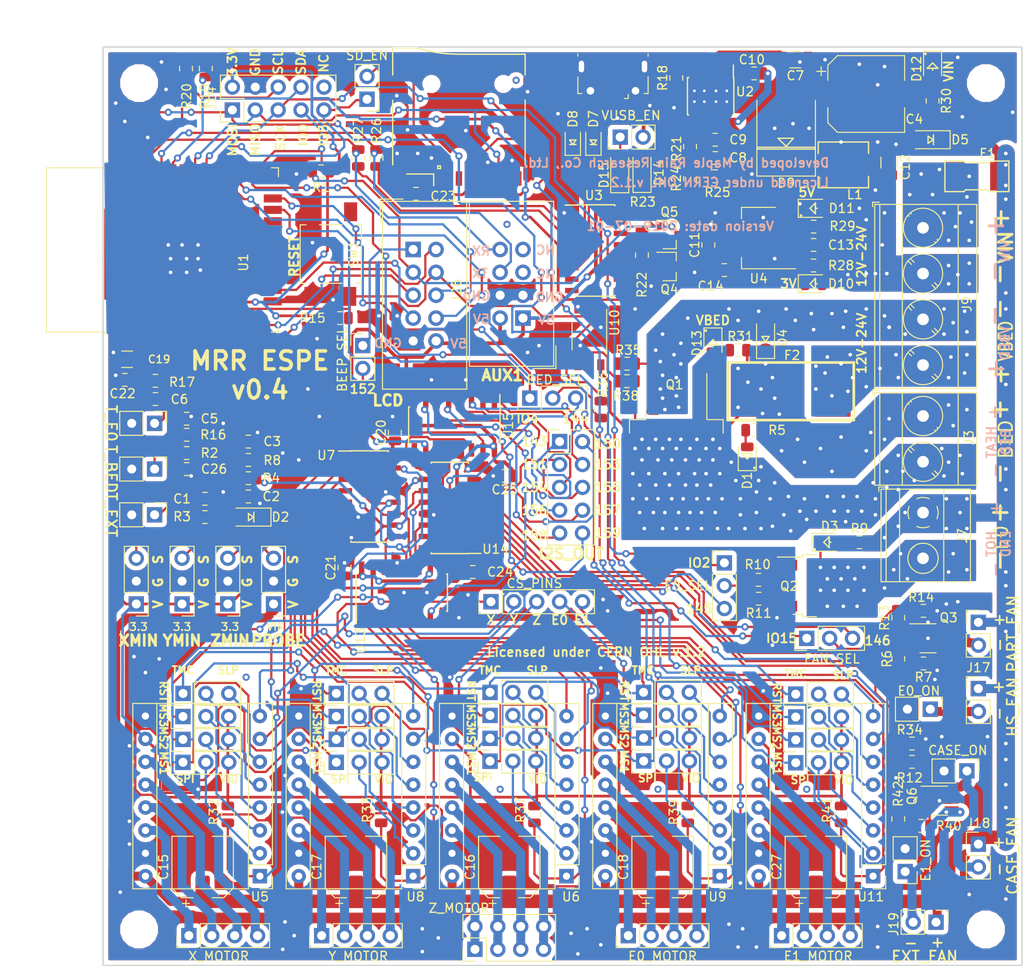
<source format=kicad_pcb>
(kicad_pcb (version 20171130) (host pcbnew 5.0.2-bee76a0~70~ubuntu18.04.1)
  (title_block (title "MRR ESPE") (date 2019-07-07) (rev v0.4))
  (layers (0 F.Cu signal) (31 B.Cu signal) (34 B.Paste user) (35 F.Paste user) (36 B.SilkS user) (37 F.SilkS user) (38 B.Mask user) (39 F.Mask user) (44 Edge.Cuts user))
  (net 0 "")
  (net 1 GND)
  (net 2 X_MIN)
  (net 3 Z_MIN)
  (net 4 Y_MIN)
  (net 5 VIN)
  (net 6 TEMP_BED_PIN)
  (net 7 TEMP_E0_PIN)
  (net 8 "Net-(C8-Pad1)")
  (net 9 COMP)
  (net 10 "Net-(C10-Pad2)")
  (net 11 "Net-(C10-Pad1)")
  (net 12 +3V3)
  (net 13 5V1)
  (net 14 +5V)
  (net 15 "Net-(D1-Pad2)")
  (net 16 "Net-(D1-Pad1)")
  (net 17 "Net-(D2-Pad1)")
  (net 18 "Net-(D3-Pad2)")
  (net 19 "Net-(D3-Pad1)")
  (net 20 VBED)
  (net 21 "Net-(D10-Pad2)")
  (net 22 "Net-(D11-Pad2)")
  (net 23 "Net-(D12-Pad2)")
  (net 24 "Net-(D13-Pad2)")
  (net 25 "Net-(F1-Pad2)")
  (net 26 "Net-(F2-Pad2)")
  (net 27 SS)
  (net 28 MISO)
  (net 29 SCK)
  (net 30 MOSI)
  (net 31 SCL)
  (net 32 SDA)
  (net 33 VUSB)
  (net 34 "Net-(J21-Pad4)")
  (net 35 "Net-(J21-Pad3)")
  (net 36 "Net-(J21-Pad2)")
  (net 37 "Net-(J21-Pad1)")
  (net 38 "Net-(J23-Pad4)")
  (net 39 "Net-(J23-Pad3)")
  (net 40 "Net-(J23-Pad2)")
  (net 41 "Net-(J23-Pad1)")
  (net 42 "Net-(J24-Pad1)")
  (net 43 "Net-(J24-Pad2)")
  (net 44 "Net-(J24-Pad3)")
  (net 45 "Net-(J24-Pad4)")
  (net 46 X_MS1)
  (net 47 Y_MS1)
  (net 48 Z_MS1)
  (net 49 E0_MS1)
  (net 50 X_MS2)
  (net 51 Y_MS2)
  (net 52 Z_MS2)
  (net 53 E0_MS2)
  (net 54 X_MS3)
  (net 55 Y_MS3)
  (net 56 Z_MS3)
  (net 57 E0_MS3)
  (net 58 X_SLP)
  (net 59 X_RST)
  (net 60 Y_SLP)
  (net 61 Y_RST)
  (net 62 Z_RST)
  (net 63 Z_SLP)
  (net 64 E0_SLP)
  (net 65 E0_RST)
  (net 66 "Net-(Q2-Pad1)")
  (net 67 "Net-(Q3-Pad1)")
  (net 68 "Net-(Q4-Pad1)")
  (net 69 RTS)
  (net 70 EN)
  (net 71 DTR)
  (net 72 "Net-(Q5-Pad1)")
  (net 73 "Net-(R18-Pad2)")
  (net 74 FB)
  (net 75 "Net-(R26-Pad2)")
  (net 76 "Net-(R27-Pad2)")
  (net 77 /D-)
  (net 78 /D+)
  (net 79 UART+)
  (net 80 UART-)
  (net 81 TO_HEATER_BED)
  (net 82 TO_HEATER_E0)
  (net 83 TO_FAN_E0)
  (net 84 GNDD)
  (net 85 "Net-(R36-Pad2)")
  (net 86 "Net-(R38-Pad2)")
  (net 87 I2S_DATA)
  (net 88 I2S_BCK)
  (net 89 I2S_WS)
  (net 90 LCD_PINS_D4)
  (net 91 IO34)
  (net 92 BTN_EN1)
  (net 93 BTN_EN2)
  (net 94 LCD_PINS_RS)
  (net 95 X_CS)
  (net 96 Y_CS)
  (net 97 Z_CS)
  (net 98 E0_CS)
  (net 99 Q140)
  (net 100 Q141)
  (net 101 Q142)
  (net 102 Q143)
  (net 103 Q130)
  (net 104 Q129)
  (net 105 Q128)
  (net 106 Q136)
  (net 107 Q135)
  (net 108 Q134)
  (net 109 "Net-(U13-Pad14)")
  (net 110 Q133)
  (net 111 Q132)
  (net 112 Q131)
  (net 113 Q139)
  (net 114 Q138)
  (net 115 Q137)
  (net 116 BED_EXT_IN)
  (net 117 Q144)
  (net 118 Q145)
  (net 119 Q146)
  (net 120 Q147)
  (net 121 Q148)
  (net 122 Q149)
  (net 123 BTN_ENC)
  (net 124 LCD_PINS_EN)
  (net 125 "Net-(U13-Pad9)")
  (net 126 Z_2B)
  (net 127 Z_2A)
  (net 128 Z_1B)
  (net 129 Z_1A)
  (net 130 "Net-(D15-Pad2)")
  (net 131 "Net-(J10-Pad2)")
  (net 132 Q151)
  (net 133 Q152)
  (net 134 Q153)
  (net 135 Q154)
  (net 136 Q155)
  (net 137 Q156)
  (net 138 Q157)
  (net 139 Q158)
  (net 140 Q159)
  (net 141 "Net-(J17-Pad2)")
  (net 142 "Net-(J18-Pad2)")
  (net 143 "Net-(J19-Pad2)")
  (net 144 E1_CS)
  (net 145 "Net-(J25-Pad1)")
  (net 146 "Net-(J25-Pad2)")
  (net 147 "Net-(J25-Pad3)")
  (net 148 "Net-(J25-Pad4)")
  (net 149 BEEPER_PIN)
  (net 150 Q150)
  (net 151 HEATER_BED)
  (net 152 PART_FAN)
  (net 153 HEATER_E0)
  (net 154 E1_MS1)
  (net 155 E1_MS2)
  (net 156 E1_MS3)
  (net 157 E1_RST)
  (net 158 E1_SLP)
  (net 159 "Net-(Q3-Pad3)")
  (net 160 "Net-(Q6-Pad1)")
  (net 161 "Net-(Q6-Pad3)")
  (net 162 "Net-(U14-Pad9)")
  (net 163 IO5)
  (module Capacitor_SMD:C_0805_2012Metric (layer F.Cu) (at 112.268 42.926 180)
    (fp_text reference C10 (at 0.254 1.524 180) (layer F.SilkS))
    (fp_text value 100nF50V)
    (pad 1 smd roundrect (at -0.9375 0 180) (size 0.975 1.4) (layers F.Cu F.Paste F.Mask) (net 11 "Net-(C10-Pad1)"))
    (pad 2 smd roundrect (at 0.9375 0 180) (size 0.975 1.4) (layers F.Cu F.Paste F.Mask) (net 10 "Net-(C10-Pad2)"))
  )
  (module Connector_PinHeader_2.54mm:PinHeader_2x05_P2.54mm_Vertical (layer F.Cu) (at 90.678 83.82)
    (fp_text reference J11)
    (fp_text value UNUSED)
    (pad 10 thru_hole oval (at 2.54 10.16) (size 1.7 1.7) (drill 1) (layers *.Cu *.Mask) (net 140 Q159))
    (pad 9 thru_hole oval (at 0 10.16) (size 1.7 1.7) (drill 1) (layers *.Cu *.Mask) (net 139 Q158))
    (pad 8 thru_hole oval (at 2.54 7.62) (size 1.7 1.7) (drill 1) (layers *.Cu *.Mask) (net 138 Q157))
    (pad 7 thru_hole oval (at 0 7.62) (size 1.7 1.7) (drill 1) (layers *.Cu *.Mask) (net 137 Q156))
    (pad 6 thru_hole oval (at 2.54 5.08) (size 1.7 1.7) (drill 1) (layers *.Cu *.Mask) (net 136 Q155))
    (pad 5 thru_hole oval (at 0 5.08) (size 1.7 1.7) (drill 1) (layers *.Cu *.Mask) (net 135 Q154))
    (pad 4 thru_hole oval (at 2.54 2.54) (size 1.7 1.7) (drill 1) (layers *.Cu *.Mask) (net 134 Q153))
    (pad 3 thru_hole oval (at 0 2.54) (size 1.7 1.7) (drill 1) (layers *.Cu *.Mask) (net 132 Q151))
    (pad 2 thru_hole oval (at 2.54 0) (size 1.7 1.7) (drill 1) (layers *.Cu *.Mask) (net 150 Q150))
    (pad 1 thru_hole rect (at 0 0) (size 1.7 1.7) (drill 1) (layers *.Cu *.Mask) (net 102 Q143))
  )
  (module Connector_PinHeader_2.54mm:PinHeader_1x03_P2.54mm_Vertical (layer F.Cu) (at 43.688 101.854 180)
    (fp_text reference J1 hide)
    (fp_text value X_MIN)
    (pad 3 thru_hole oval (at 0 5.08 180) (size 1.7 1.7) (drill 1) (layers *.Cu *.Mask) (net 2 X_MIN))
    (pad 2 thru_hole oval (at 0 2.54 180) (size 1.7 1.7) (drill 1) (layers *.Cu *.Mask) (net 1 GND))
    (pad 1 thru_hole rect (at 0 0 180) (size 1.7 1.7) (drill 1) (layers *.Cu *.Mask) (net 12 +3V3))
  )
  (module Connector_PinHeader_2.54mm:PinHeader_1x03_P2.54mm_Vertical (layer F.Cu) (at 48.768 101.854 180)
    (fp_text reference J5 hide)
    (fp_text value Y_MIN)
    (pad 3 thru_hole oval (at 0 5.08 180) (size 1.7 1.7) (drill 1) (layers *.Cu *.Mask) (net 4 Y_MIN))
    (pad 2 thru_hole oval (at 0 2.54 180) (size 1.7 1.7) (drill 1) (layers *.Cu *.Mask) (net 1 GND))
    (pad 1 thru_hole rect (at 0 0 180) (size 1.7 1.7) (drill 1) (layers *.Cu *.Mask) (net 12 +3V3))
  )
  (module Connector_PinHeader_2.54mm:PinHeader_1x03_P2.54mm_Vertical (layer F.Cu) (at 53.848 101.854 180)
    (fp_text reference J2 hide)
    (fp_text value Z_MIN)
    (pad 3 thru_hole oval (at 0 5.08 180) (size 1.7 1.7) (drill 1) (layers *.Cu *.Mask) (net 3 Z_MIN))
    (pad 2 thru_hole oval (at 0 2.54 180) (size 1.7 1.7) (drill 1) (layers *.Cu *.Mask) (net 1 GND))
    (pad 1 thru_hole rect (at 0 0 180) (size 1.7 1.7) (drill 1) (layers *.Cu *.Mask) (net 12 +3V3))
  )
  (module Connector_PinHeader_2.54mm:PinHeader_1x03_P2.54mm_Vertical (layer F.Cu) (at 58.928 101.854 180)
    (fp_text reference J6 hide)
    (fp_text value Z_PROBE)
    (pad 3 thru_hole oval (at 0 5.08 180) (size 1.7 1.7) (drill 1) (layers *.Cu *.Mask) (net 17 "Net-(D2-Pad1)"))
    (pad 2 thru_hole oval (at 0 2.54 180) (size 1.7 1.7) (drill 1) (layers *.Cu *.Mask) (net 1 GND))
    (pad 1 thru_hole rect (at 0 0 180) (size 1.7 1.7) (drill 1) (layers *.Cu *.Mask) (net 5 VIN))
  )
  (module Connector_PinHeader_2.54mm:PinHeader_1x02_P2.54mm_Vertical (layer F.Cu) (at 45.72 91.948 270)
    (fp_text reference J8 hide)
    (fp_text value T_E0)
    (pad 2 thru_hole oval (at 0 2.54 270) (size 1.7 1.7) (drill 1) (layers *.Cu *.Mask) (net 1 GND))
    (pad 1 thru_hole rect (at 0 0 270) (size 1.7 1.7) (drill 1) (layers *.Cu *.Mask) (net 91 IO34))
  )
  (module Connector_PinHeader_2.54mm:PinHeader_1x02_P2.54mm_Vertical (layer F.Cu) (at 45.72 81.788 270)
    (fp_text reference J13 hide)
    (fp_text value T_E0)
    (pad 2 thru_hole oval (at 0 2.54 270) (size 1.7 1.7) (drill 1) (layers *.Cu *.Mask) (net 1 GND))
    (pad 1 thru_hole rect (at 0 0 270) (size 1.7 1.7) (drill 1) (layers *.Cu *.Mask) (net 7 TEMP_E0_PIN))
  )
  (module Connector_PinHeader_2.54mm:PinHeader_1x02_P2.54mm_Vertical (layer F.Cu) (at 45.72 86.868 270)
    (fp_text reference J12 hide)
    (fp_text value T_BED)
    (pad 2 thru_hole oval (at 0 2.54 270) (size 1.7 1.7) (drill 1) (layers *.Cu *.Mask) (net 1 GND))
    (pad 1 thru_hole rect (at 0 0 270) (size 1.7 1.7) (drill 1) (layers *.Cu *.Mask) (net 6 TEMP_BED_PIN))
  )
  (module projfp:6x6mmTactileSwitch (layer F.Cu) (at 65.278 62.992 90)
    (fp_text reference SW1 (at 0 2.54 90) (layer F.SilkS))
    (fp_text value RESET)
    (pad 2 smd rect (at -4.7 2.1 90) (size 2.1 1.45) (layers F.Cu F.Paste F.Mask) (net 70 EN))
    (pad 3 smd rect (at 4.7 2.2 90) (size 2.1 1.45) (layers F.Cu F.Paste F.Mask))
    (pad 1 smd rect (at 4.7 -2.2 90) (size 2.1 1.45) (layers F.Cu F.Paste F.Mask) (net 1 GND))
    (pad 1 smd rect (at -4.7 -2.2 90) (size 2.1 1.45) (layers F.Cu F.Paste F.Mask) (net 1 GND))
  )
  (module Connector_USB:USB_Micro-B_Molex-105017-0001 (layer F.Cu) (at 96.6 43.4 180)
    (fp_text reference J16 hide)
    (fp_text value USB_B_Micro)
    (pad 6 smd rect (at 1 1.2375 180) (size 1.5 1.9) (layers F.Cu F.Paste F.Mask) (net 1 GND))
    (pad 6 thru_hole circle (at -2.5 -1.4625 180) (size 1.45 1.45) (drill 0.85) (layers *.Cu *.Mask) (net 1 GND))
    (pad 2 smd rect (at -0.65 -1.4625 180) (size 0.4 1.35) (layers F.Cu F.Paste F.Mask) (net 77 /D-))
    (pad 1 smd rect (at -1.3 -1.4625 180) (size 0.4 1.35) (layers F.Cu F.Paste F.Mask) (net 33 VUSB))
    (pad 5 smd rect (at 1.3 -1.4625 180) (size 0.4 1.35) (layers F.Cu F.Paste F.Mask) (net 1 GND))
    (pad 4 smd rect (at 0.65 -1.4625 180) (size 0.4 1.35) (layers F.Cu F.Paste F.Mask))
    (pad 3 smd rect (at 0 -1.4625 180) (size 0.4 1.35) (layers F.Cu F.Paste F.Mask) (net 78 /D+))
    (pad 6 thru_hole circle (at 2.5 -1.4625 180) (size 1.45 1.45) (drill 0.85) (layers *.Cu *.Mask) (net 1 GND))
    (pad 6 smd rect (at -1 1.2375 180) (size 1.5 1.9) (layers F.Cu F.Paste F.Mask) (net 1 GND))
    (pad 6 thru_hole oval (at -3.5 1.2375) (size 1.2 1.9) (drill oval 0.6 1.3) (layers *.Cu *.Mask) (net 1 GND))
    (pad 6 thru_hole oval (at 3.5 1.2375 180) (size 1.2 1.9) (drill oval 0.6 1.3) (layers *.Cu *.Mask) (net 1 GND))
    (pad 6 smd rect (at 2.9 1.2375 180) (size 1.2 1.9) (layers F.Cu F.Mask) (net 1 GND))
    (pad 6 smd rect (at -2.9 1.2375 180) (size 1.2 1.9) (layers F.Cu F.Mask) (net 1 GND))
  )
  (module Connector_IDC:IDC-Header_2x04_P2.54mm_Vertical (layer F.Cu) (at 86.614 70.104 180)
    (fp_text reference J15 hide)
    (fp_text value AUX1)
    (pad 8 thru_hole oval (at 2.54 7.62 180) (size 1.7272 1.7272) (drill 1.016) (layers *.Cu *.Mask) (net 79 UART+))
    (pad 7 thru_hole oval (at 0 7.62 180) (size 1.7272 1.7272) (drill 1.016) (layers *.Cu *.Mask))
    (pad 6 thru_hole oval (at 2.54 5.08 180) (size 1.7272 1.7272) (drill 1.016) (layers *.Cu *.Mask) (net 80 UART-))
    (pad 5 thru_hole oval (at 0 5.08 180) (size 1.7272 1.7272) (drill 1.016) (layers *.Cu *.Mask))
    (pad 4 thru_hole oval (at 2.54 2.54 180) (size 1.7272 1.7272) (drill 1.016) (layers *.Cu *.Mask) (net 1 GND))
    (pad 3 thru_hole oval (at 0 2.54 180) (size 1.7272 1.7272) (drill 1.016) (layers *.Cu *.Mask) (net 1 GND))
    (pad 2 thru_hole oval (at 2.54 0 180) (size 1.7272 1.7272) (drill 1.016) (layers *.Cu *.Mask) (net 14 +5V))
    (pad 1 thru_hole rect (at 0 0 180) (size 1.7272 1.7272) (drill 1.016) (layers *.Cu *.Mask) (net 14 +5V))
  )
  (module Capacitor_SMD:C_0805_2012Metric (layer F.Cu) (at 51.308 90.17 180)
    (fp_text reference C1 (at 2.54 0 180) (layer F.SilkS))
    (fp_text value 100nF16V)
    (pad 2 smd roundrect (at 0.9375 0 180) (size 0.975 1.4) (layers F.Cu F.Paste F.Mask) (net 2 X_MIN))
    (pad 1 smd roundrect (at -0.9375 0 180) (size 0.975 1.4) (layers F.Cu F.Paste F.Mask) (net 1 GND))
  )
  (module Capacitor_SMD:C_0805_2012Metric (layer F.Cu) (at 56.134 89.916 180)
    (fp_text reference C2 (at -2.54 0) (layer F.SilkS))
    (fp_text value 100nF16V)
    (pad 2 smd roundrect (at 0.9375 0 180) (size 0.975 1.4) (layers F.Cu F.Paste F.Mask) (net 3 Z_MIN))
    (pad 1 smd roundrect (at -0.9375 0 180) (size 0.975 1.4) (layers F.Cu F.Paste F.Mask) (net 1 GND))
  )
  (module Capacitor_SMD:C_0805_2012Metric (layer F.Cu) (at 56.134 83.82 180)
    (fp_text reference C3 (at -2.642851 0.016943) (layer F.SilkS))
    (fp_text value 100nF16V)
    (pad 2 smd roundrect (at 0.9375 0 180) (size 0.975 1.4) (layers F.Cu F.Paste F.Mask) (net 4 Y_MIN))
    (pad 1 smd roundrect (at -0.9375 0 180) (size 0.975 1.4) (layers F.Cu F.Paste F.Mask) (net 1 GND))
  )
  (module Capacitor_SMD:CP_Elec_8x10 (layer F.Cu) (at 124.714 45.212)
    (fp_text reference C4 (at 5.334 2.794) (layer F.SilkS))
    (fp_text value 100uF50V)
    (pad 2 smd roundrect (at 3.25 0) (size 3.5 2.5) (layers F.Cu F.Paste F.Mask) (roundrect_rratio 0.1) (net 1 GND))
    (pad 1 smd roundrect (at -3.25 0) (size 3.5 2.5) (layers F.Cu F.Paste F.Mask) (roundrect_rratio 0.1) (net 5 VIN))
  )
  (module Capacitor_SMD:C_0805_2012Metric (layer F.Cu) (at 49.276 81.28 180)
    (fp_text reference C5 (at -2.54 0 180) (layer F.SilkS))
    (fp_text value 22uF10V)
    (pad 2 smd roundrect (at 0.9375 0 180) (size 0.975 1.4) (layers F.Cu F.Paste F.Mask) (net 6 TEMP_BED_PIN))
    (pad 1 smd roundrect (at -0.9375 0 180) (size 0.975 1.4) (layers F.Cu F.Paste F.Mask) (net 1 GND))
  )
  (module Capacitor_SMD:C_0805_2012Metric (layer F.Cu) (at 45.809 79.092)
    (fp_text reference C6 (at 2.675 0.025) (layer F.SilkS))
    (fp_text value 22uF10V)
    (pad 2 smd roundrect (at 0.9375 0) (size 0.975 1.4) (layers F.Cu F.Paste F.Mask) (net 7 TEMP_E0_PIN))
    (pad 1 smd roundrect (at -0.9375 0) (size 0.975 1.4) (layers F.Cu F.Paste F.Mask) (net 1 GND))
  )
  (module Capacitor_SMD:C_1206_3216Metric (layer F.Cu) (at 116.84 41.402 180)
    (fp_text reference C7 (at 0 -1.778 180) (layer F.SilkS))
    (fp_text value 4.7uF50V)
    (pad 2 smd roundrect (at 1.4 0 180) (size 1.25 1.75) (layers F.Cu F.Paste F.Mask) (roundrect_rratio 0.2) (net 5 VIN))
    (pad 1 smd roundrect (at -1.4 0 180) (size 1.25 1.75) (layers F.Cu F.Paste F.Mask) (roundrect_rratio 0.2) (net 1 GND))
  )
  (module Capacitor_SMD:C_0805_2012Metric (layer F.Cu) (at 107.95 52.324)
    (fp_text reference C8 (at 2.54 -0.03) (layer F.SilkS))
    (fp_text value 820pF50V)
    (pad 2 smd roundrect (at 0.9375 0) (size 0.975 1.4) (layers F.Cu F.Paste F.Mask) (net 1 GND))
    (pad 1 smd roundrect (at -0.9375 0) (size 0.975 1.4) (layers F.Cu F.Paste F.Mask) (net 8 "Net-(C8-Pad1)"))
  )
  (module Capacitor_SMD:C_0805_2012Metric (layer F.Cu) (at 107.95 50.292)
    (fp_text reference C9 (at 2.54 0) (layer F.SilkS))
    (fp_text value 56pF50V)
    (pad 2 smd roundrect (at 0.9375 0) (size 0.975 1.4) (layers F.Cu F.Paste F.Mask) (net 1 GND))
    (pad 1 smd roundrect (at -0.9375 0) (size 0.975 1.4) (layers F.Cu F.Paste F.Mask) (net 9 COMP))
  )
  (module Capacitor_SMD:C_0805_2012Metric (layer F.Cu) (at 107.188 61.976 90)
    (fp_text reference C11 (at 0 -1.524 90) (layer F.SilkS))
    (fp_text value 1nF16V)
    (pad 2 smd roundrect (at 0.9375 0 90) (size 0.975 1.4) (layers F.Cu F.Paste F.Mask) (net 12 +3V3))
    (pad 1 smd roundrect (at -0.9375 0 90) (size 0.975 1.4) (layers F.Cu F.Paste F.Mask) (net 1 GND))
  )
  (module Capacitor_SMD:C_1206_3216Metric (layer F.Cu) (at 127.254 52.832 270)
    (fp_text reference C12 (at 0.508 -1.778 270) (layer F.SilkS))
    (fp_text value 47uF16V)
    (pad 2 smd roundrect (at 1.4 0 270) (size 1.25 1.75) (layers F.Cu F.Paste F.Mask) (roundrect_rratio 0.2) (net 13 5V1))
    (pad 1 smd roundrect (at -1.4 0 270) (size 1.25 1.75) (layers F.Cu F.Paste F.Mask) (roundrect_rratio 0.2) (net 1 GND))
  )
  (module Capacitor_SMD:C_0805_2012Metric (layer F.Cu) (at 118.872 61.976)
    (fp_text reference C13 (at 3.048 0) (layer F.SilkS))
    (fp_text value 10uF16V)
    (pad 2 smd roundrect (at 0.9375 0) (size 0.975 1.4) (layers F.Cu F.Paste F.Mask) (net 1 GND))
    (pad 1 smd roundrect (at -0.9375 0) (size 0.975 1.4) (layers F.Cu F.Paste F.Mask) (net 14 +5V))
  )
  (module Capacitor_SMD:C_0805_2012Metric (layer F.Cu) (at 108.966 64.77 180)
    (fp_text reference C14 (at 1.524 -1.778 180) (layer F.SilkS))
    (fp_text value 10uF16V)
    (pad 2 smd roundrect (at 0.9375 0 180) (size 0.975 1.4) (layers F.Cu F.Paste F.Mask) (net 1 GND))
    (pad 1 smd roundrect (at -0.9375 0 180) (size 0.975 1.4) (layers F.Cu F.Paste F.Mask) (net 12 +3V3))
  )
  (module Capacitor_SMD:CP_Elec_6.3x7.7 (layer F.Cu) (at 51.054 131.064 90)
    (fp_text reference C15 (at 0 -4.35 90) (layer F.SilkS))
    (fp_text value 100uF35V)
    (pad 2 smd roundrect (at 2.7 0 90) (size 3.5 1.6) (layers F.Cu F.Paste F.Mask) (roundrect_rratio 0.15625) (net 1 GND))
    (pad 1 smd roundrect (at -2.7 0 90) (size 3.5 1.6) (layers F.Cu F.Paste F.Mask) (roundrect_rratio 0.15625) (net 5 VIN))
  )
  (module Capacitor_SMD:CP_Elec_6.3x7.7 (layer F.Cu) (at 85.09 131.064 90)
    (fp_text reference C16 (at 0 -4.35 90) (layer F.SilkS))
    (fp_text value 100uF35V)
    (pad 2 smd roundrect (at 2.7 0 90) (size 3.5 1.6) (layers F.Cu F.Paste F.Mask) (roundrect_rratio 0.15625) (net 1 GND))
    (pad 1 smd roundrect (at -2.7 0 90) (size 3.5 1.6) (layers F.Cu F.Paste F.Mask) (roundrect_rratio 0.15625) (net 5 VIN))
  )
  (module Capacitor_SMD:CP_Elec_6.3x7.7 (layer F.Cu) (at 68.072 131.064 90)
    (fp_text reference C17 (at 0 -4.35 90) (layer F.SilkS))
    (fp_text value 100uF35V)
    (pad 2 smd roundrect (at 2.7 0 90) (size 3.5 1.6) (layers F.Cu F.Paste F.Mask) (roundrect_rratio 0.15625) (net 1 GND))
    (pad 1 smd roundrect (at -2.7 0 90) (size 3.5 1.6) (layers F.Cu F.Paste F.Mask) (roundrect_rratio 0.15625) (net 5 VIN))
  )
  (module Capacitor_SMD:CP_Elec_6.3x7.7 (layer F.Cu) (at 102.108 131.064 90)
    (fp_text reference C18 (at 0 -4.35 90) (layer F.SilkS))
    (fp_text value 100uF35V)
    (pad 2 smd roundrect (at 2.7 0 90) (size 3.5 1.6) (layers F.Cu F.Paste F.Mask) (roundrect_rratio 0.15625) (net 1 GND))
    (pad 1 smd roundrect (at -2.7 0 90) (size 3.5 1.6) (layers F.Cu F.Paste F.Mask) (roundrect_rratio 0.15625) (net 5 VIN))
  )
  (module MountingHole:MountingHole_3.2mm_M3_DIN965 (layer F.Cu) (at 44 44)
    (fp_text reference H1 hide)
    (fp_text value MountingHole)
    (pad 1 np_thru_hole circle (at 0 0) (size 3.2 3.2) (drill 3.2) (layers *.Cu *.Mask))
  )
  (module MountingHole:MountingHole_3.2mm_M3_DIN965 (layer F.Cu) (at 44 138)
    (fp_text reference H2 hide)
    (fp_text value MountingHole)
    (pad 1 np_thru_hole circle (at 0 0) (size 3.2 3.2) (drill 3.2) (layers *.Cu *.Mask))
  )
  (module MountingHole:MountingHole_3.2mm_M3_DIN965 (layer F.Cu) (at 138 138)
    (fp_text reference H3 hide)
    (fp_text value MountingHole)
    (pad 1 np_thru_hole circle (at 0 0) (size 3.2 3.2) (drill 3.2) (layers *.Cu *.Mask))
  )
  (module MountingHole:MountingHole_3.2mm_M3_DIN965 (layer F.Cu) (at 138 44)
    (fp_text reference H4 hide)
    (fp_text value MountingHole)
    (pad 1 np_thru_hole circle (at 0 0) (size 3.2 3.2) (drill 3.2) (layers *.Cu *.Mask))
  )
  (module TerminalBlock_Phoenix:TerminalBlock_Phoenix_MKDS-3-2-5.08_1x02_P5.08mm_Horizontal (layer F.Cu) (at 131.017 80.976 270)
    (fp_text reference J3 (at 2.425 -5.1 270) (layer F.SilkS))
    (fp_text value BED)
    (pad 2 thru_hole circle (at 5.08 0 270) (size 2.6 2.6) (drill 1.3) (layers *.Cu *.Mask) (net 16 "Net-(D1-Pad1)"))
    (pad 1 thru_hole rect (at 0 0 270) (size 2.6 2.6) (drill 1.3) (layers *.Cu *.Mask) (net 20 VBED))
  )
  (module TerminalBlock_Phoenix:TerminalBlock_Phoenix_MKDS-3-4-5.08_1x04_P5.08mm_Horizontal (layer F.Cu) (at 131.017 60.076 270)
    (fp_text reference J9 (at 8.475 -4.875 270) (layer F.SilkS))
    (fp_text value PWR_IN)
    (pad 4 thru_hole circle (at 15.24 0 270) (size 2.6 2.6) (drill 1.3) (layers *.Cu *.Mask) (net 26 "Net-(F2-Pad2)"))
    (pad 3 thru_hole circle (at 10.16 0 270) (size 2.6 2.6) (drill 1.3) (layers *.Cu *.Mask) (net 84 GNDD))
    (pad 2 thru_hole circle (at 5.08 0 270) (size 2.6 2.6) (drill 1.3) (layers *.Cu *.Mask) (net 1 GND))
    (pad 1 thru_hole rect (at 0 0 270) (size 2.6 2.6) (drill 1.3) (layers *.Cu *.Mask) (net 25 "Net-(F1-Pad2)"))
  )
  (module Connector_PinHeader_2.54mm:PinHeader_1x02_P2.54mm_Vertical (layer F.Cu) (at 137.16 103.886)
    (fp_text reference J10 hide)
    (fp_text value PART_FAN)
    (pad 1 thru_hole rect (at 0 0) (size 1.7 1.7) (drill 1) (layers *.Cu *.Mask) (net 5 VIN))
    (pad 2 thru_hole oval (at 0 2.54) (size 1.7 1.7) (drill 1) (layers *.Cu *.Mask) (net 131 "Net-(J10-Pad2)"))
  )
  (module Connector_PinHeader_2.54mm:PinHeader_1x04_P2.54mm_Vertical (layer F.Cu) (at 49.53 138.684 90)
    (fp_text reference J21 hide)
    (fp_text value X_MOTOR (at -2.286 3.302 -180) (layer F.SilkS))
    (pad 4 thru_hole oval (at 0 7.62 90) (size 1.7 1.7) (drill 1) (layers *.Cu *.Mask) (net 34 "Net-(J21-Pad4)"))
    (pad 3 thru_hole oval (at 0 5.08 90) (size 1.7 1.7) (drill 1) (layers *.Cu *.Mask) (net 35 "Net-(J21-Pad3)"))
    (pad 2 thru_hole oval (at 0 2.54 90) (size 1.7 1.7) (drill 1) (layers *.Cu *.Mask) (net 36 "Net-(J21-Pad2)"))
    (pad 1 thru_hole rect (at 0 0 90) (size 1.7 1.7) (drill 1) (layers *.Cu *.Mask) (net 37 "Net-(J21-Pad1)"))
  )
  (module Connector_PinHeader_2.54mm:PinHeader_1x04_P2.54mm_Vertical (layer F.Cu) (at 64.262 138.684 90)
    (fp_text reference J23 hide)
    (fp_text value Y_MOTOR (at -2.286 4.064 -180) (layer F.SilkS))
    (pad 4 thru_hole oval (at 0 7.62 90) (size 1.7 1.7) (drill 1) (layers *.Cu *.Mask) (net 38 "Net-(J23-Pad4)"))
    (pad 3 thru_hole oval (at 0 5.08 90) (size 1.7 1.7) (drill 1) (layers *.Cu *.Mask) (net 39 "Net-(J23-Pad3)"))
    (pad 2 thru_hole oval (at 0 2.54 90) (size 1.7 1.7) (drill 1) (layers *.Cu *.Mask) (net 40 "Net-(J23-Pad2)"))
    (pad 1 thru_hole rect (at 0 0 90) (size 1.7 1.7) (drill 1) (layers *.Cu *.Mask) (net 41 "Net-(J23-Pad1)"))
  )
  (module Connector_PinHeader_2.54mm:PinHeader_1x04_P2.54mm_Vertical (layer F.Cu) (at 98.298 138.684 90)
    (fp_text reference J24 hide)
    (fp_text value E0_MOTOR (at -2.286 3.81 -180) (layer F.SilkS))
    (pad 4 thru_hole oval (at 0 7.62 90) (size 1.7 1.7) (drill 1) (layers *.Cu *.Mask) (net 45 "Net-(J24-Pad4)"))
    (pad 3 thru_hole oval (at 0 5.08 90) (size 1.7 1.7) (drill 1) (layers *.Cu *.Mask) (net 44 "Net-(J24-Pad3)"))
    (pad 2 thru_hole oval (at 0 2.54 90) (size 1.7 1.7) (drill 1) (layers *.Cu *.Mask) (net 43 "Net-(J24-Pad2)"))
    (pad 1 thru_hole rect (at 0 0 90) (size 1.7 1.7) (drill 1) (layers *.Cu *.Mask) (net 42 "Net-(J24-Pad1)"))
  )
  (module Connector_PinHeader_2.54mm:PinHeader_1x03_P2.54mm_Vertical (layer F.Cu) (at 48.872497 119.435353 90)
    (fp_text reference JP1 hide)
    (fp_text value X_MS1)
    (pad 3 thru_hole oval (at 0 5.08 90) (size 1.7 1.7) (drill 1) (layers *.Cu *.Mask) (net 12 +3V3))
    (pad 2 thru_hole oval (at 0 2.54 90) (size 1.7 1.7) (drill 1) (layers *.Cu *.Mask) (net 46 X_MS1))
    (pad 1 thru_hole rect (at 0 0 90) (size 1.7 1.7) (drill 1) (layers *.Cu *.Mask) (net 30 MOSI))
  )
  (module Connector_PinHeader_2.54mm:PinHeader_1x03_P2.54mm_Vertical (layer F.Cu) (at 65.887289 119.432248 90)
    (fp_text reference JP2 hide)
    (fp_text value Y_MS1)
    (pad 3 thru_hole oval (at 0 5.08 90) (size 1.7 1.7) (drill 1) (layers *.Cu *.Mask) (net 12 +3V3))
    (pad 2 thru_hole oval (at 0 2.54 90) (size 1.7 1.7) (drill 1) (layers *.Cu *.Mask) (net 47 Y_MS1))
    (pad 1 thru_hole rect (at 0 0 90) (size 1.7 1.7) (drill 1) (layers *.Cu *.Mask) (net 30 MOSI))
  )
  (module Connector_PinHeader_2.54mm:PinHeader_1x03_P2.54mm_Vertical (layer F.Cu) (at 82.95289 119.309218 90)
    (fp_text reference JP3 hide)
    (fp_text value Z_MS1)
    (pad 3 thru_hole oval (at 0 5.08 90) (size 1.7 1.7) (drill 1) (layers *.Cu *.Mask) (net 12 +3V3))
    (pad 2 thru_hole oval (at 0 2.54 90) (size 1.7 1.7) (drill 1) (layers *.Cu *.Mask) (net 48 Z_MS1))
    (pad 1 thru_hole rect (at 0 0 90) (size 1.7 1.7) (drill 1) (layers *.Cu *.Mask) (net 30 MOSI))
  )
  (module Connector_PinHeader_2.54mm:PinHeader_1x03_P2.54mm_Vertical (layer F.Cu) (at 100.009499 119.287981 90)
    (fp_text reference JP4 hide)
    (fp_text value E0_MS1)
    (pad 3 thru_hole oval (at 0 5.08 90) (size 1.7 1.7) (drill 1) (layers *.Cu *.Mask) (net 12 +3V3))
    (pad 2 thru_hole oval (at 0 2.54 90) (size 1.7 1.7) (drill 1) (layers *.Cu *.Mask) (net 49 E0_MS1))
    (pad 1 thru_hole rect (at 0 0 90) (size 1.7 1.7) (drill 1) (layers *.Cu *.Mask) (net 30 MOSI))
  )
  (module Connector_PinHeader_2.54mm:PinHeader_1x03_P2.54mm_Vertical (layer F.Cu) (at 48.872497 116.895353 90)
    (fp_text reference JP5 hide)
    (fp_text value X_MS2)
    (pad 3 thru_hole oval (at 0 5.08 90) (size 1.7 1.7) (drill 1) (layers *.Cu *.Mask) (net 12 +3V3))
    (pad 2 thru_hole oval (at 0 2.54 90) (size 1.7 1.7) (drill 1) (layers *.Cu *.Mask) (net 50 X_MS2))
    (pad 1 thru_hole rect (at 0 0 90) (size 1.7 1.7) (drill 1) (layers *.Cu *.Mask) (net 29 SCK))
  )
  (module Connector_PinHeader_2.54mm:PinHeader_1x03_P2.54mm_Vertical (layer F.Cu) (at 65.887289 116.892248 90)
    (fp_text reference JP6 hide)
    (fp_text value Y_MS2)
    (pad 3 thru_hole oval (at 0 5.08 90) (size 1.7 1.7) (drill 1) (layers *.Cu *.Mask) (net 12 +3V3))
    (pad 2 thru_hole oval (at 0 2.54 90) (size 1.7 1.7) (drill 1) (layers *.Cu *.Mask) (net 51 Y_MS2))
    (pad 1 thru_hole rect (at 0 0 90) (size 1.7 1.7) (drill 1) (layers *.Cu *.Mask) (net 29 SCK))
  )
  (module Connector_PinHeader_2.54mm:PinHeader_1x03_P2.54mm_Vertical (layer F.Cu) (at 82.95289 116.769218 90)
    (fp_text reference JP7 hide)
    (fp_text value Z_MS2)
    (pad 3 thru_hole oval (at 0 5.08 90) (size 1.7 1.7) (drill 1) (layers *.Cu *.Mask) (net 12 +3V3))
    (pad 2 thru_hole oval (at 0 2.54 90) (size 1.7 1.7) (drill 1) (layers *.Cu *.Mask) (net 52 Z_MS2))
    (pad 1 thru_hole rect (at 0 0 90) (size 1.7 1.7) (drill 1) (layers *.Cu *.Mask) (net 29 SCK))
  )
  (module Connector_PinHeader_2.54mm:PinHeader_1x03_P2.54mm_Vertical (layer F.Cu) (at 100.009499 116.741981 90)
    (fp_text reference JP8 hide)
    (fp_text value E0_MS2)
    (pad 3 thru_hole oval (at 0 5.08 90) (size 1.7 1.7) (drill 1) (layers *.Cu *.Mask) (net 12 +3V3))
    (pad 2 thru_hole oval (at 0 2.54 90) (size 1.7 1.7) (drill 1) (layers *.Cu *.Mask) (net 53 E0_MS2))
    (pad 1 thru_hole rect (at 0 0 90) (size 1.7 1.7) (drill 1) (layers *.Cu *.Mask) (net 29 SCK))
  )
  (module Connector_PinHeader_2.54mm:PinHeader_1x03_P2.54mm_Vertical (layer F.Cu) (at 48.872497 114.355353 90)
    (fp_text reference JP9 hide)
    (fp_text value X_MS3)
    (pad 3 thru_hole oval (at 0 5.08 90) (size 1.7 1.7) (drill 1) (layers *.Cu *.Mask) (net 12 +3V3))
    (pad 2 thru_hole oval (at 0 2.54 90) (size 1.7 1.7) (drill 1) (layers *.Cu *.Mask) (net 54 X_MS3))
    (pad 1 thru_hole rect (at 0 0 90) (size 1.7 1.7) (drill 1) (layers *.Cu *.Mask) (net 95 X_CS))
  )
  (module Connector_PinHeader_2.54mm:PinHeader_1x03_P2.54mm_Vertical (layer F.Cu) (at 65.887289 114.352248 90)
    (fp_text reference JP10 hide)
    (fp_text value Y_MS3)
    (pad 3 thru_hole oval (at 0 5.08 90) (size 1.7 1.7) (drill 1) (layers *.Cu *.Mask) (net 12 +3V3))
    (pad 2 thru_hole oval (at 0 2.54 90) (size 1.7 1.7) (drill 1) (layers *.Cu *.Mask) (net 55 Y_MS3))
    (pad 1 thru_hole rect (at 0 0 90) (size 1.7 1.7) (drill 1) (layers *.Cu *.Mask) (net 96 Y_CS))
  )
  (module Connector_PinHeader_2.54mm:PinHeader_1x03_P2.54mm_Vertical (layer F.Cu) (at 82.95289 114.229218 90)
    (fp_text reference JP11 hide)
    (fp_text value Z_MS3)
    (pad 3 thru_hole oval (at 0 5.08 90) (size 1.7 1.7) (drill 1) (layers *.Cu *.Mask) (net 12 +3V3))
    (pad 2 thru_hole oval (at 0 2.54 90) (size 1.7 1.7) (drill 1) (layers *.Cu *.Mask) (net 56 Z_MS3))
    (pad 1 thru_hole rect (at 0 0 90) (size 1.7 1.7) (drill 1) (layers *.Cu *.Mask) (net 97 Z_CS))
  )
  (module Connector_PinHeader_2.54mm:PinHeader_1x03_P2.54mm_Vertical (layer F.Cu) (at 99.997499 114.201981 90)
    (fp_text reference JP12 hide)
    (fp_text value E0_MS3)
    (pad 3 thru_hole oval (at 0 5.08 90) (size 1.7 1.7) (drill 1) (layers *.Cu *.Mask) (net 12 +3V3))
    (pad 2 thru_hole oval (at 0 2.54 90) (size 1.7 1.7) (drill 1) (layers *.Cu *.Mask) (net 57 E0_MS3))
    (pad 1 thru_hole rect (at 0 0 90) (size 1.7 1.7) (drill 1) (layers *.Cu *.Mask) (net 98 E0_CS))
  )
  (module Connector_PinHeader_2.54mm:PinHeader_1x03_P2.54mm_Vertical (layer F.Cu) (at 48.880497 111.790353 90)
    (fp_text reference JP13 hide)
    (fp_text value X_RST)
    (pad 3 thru_hole oval (at 0 5.08 90) (size 1.7 1.7) (drill 1) (layers *.Cu *.Mask) (net 58 X_SLP))
    (pad 2 thru_hole oval (at 0 2.54 90) (size 1.7 1.7) (drill 1) (layers *.Cu *.Mask) (net 59 X_RST))
    (pad 1 thru_hole rect (at 0 0 90) (size 1.7 1.7) (drill 1) (layers *.Cu *.Mask) (net 28 MISO))
  )
  (module Connector_PinHeader_2.54mm:PinHeader_1x03_P2.54mm_Vertical (layer F.Cu) (at 65.887289 111.787248 90)
    (fp_text reference JP14 hide)
    (fp_text value Y_RST)
    (pad 3 thru_hole oval (at 0 5.08 90) (size 1.7 1.7) (drill 1) (layers *.Cu *.Mask) (net 60 Y_SLP))
    (pad 2 thru_hole oval (at 0 2.54 90) (size 1.7 1.7) (drill 1) (layers *.Cu *.Mask) (net 61 Y_RST))
    (pad 1 thru_hole rect (at 0 0 90) (size 1.7 1.7) (drill 1) (layers *.Cu *.Mask) (net 28 MISO))
  )
  (module Connector_PinHeader_2.54mm:PinHeader_1x03_P2.54mm_Vertical (layer F.Cu) (at 82.95289 111.664218 90)
    (fp_text reference JP15 hide)
    (fp_text value Z_RST)
    (pad 3 thru_hole oval (at 0 5.08 90) (size 1.7 1.7) (drill 1) (layers *.Cu *.Mask) (net 63 Z_SLP))
    (pad 2 thru_hole oval (at 0 2.54 90) (size 1.7 1.7) (drill 1) (layers *.Cu *.Mask) (net 62 Z_RST))
    (pad 1 thru_hole rect (at 0 0 90) (size 1.7 1.7) (drill 1) (layers *.Cu *.Mask) (net 28 MISO))
  )
  (module Connector_PinHeader_2.54mm:PinHeader_1x03_P2.54mm_Vertical (layer F.Cu) (at 99.997499 111.661981 90)
    (fp_text reference JP16 hide)
    (fp_text value E0_RST)
    (pad 3 thru_hole oval (at 0 5.08 90) (size 1.7 1.7) (drill 1) (layers *.Cu *.Mask) (net 64 E0_SLP))
    (pad 2 thru_hole oval (at 0 2.54 90) (size 1.7 1.7) (drill 1) (layers *.Cu *.Mask) (net 65 E0_RST))
    (pad 1 thru_hole rect (at 0 0 90) (size 1.7 1.7) (drill 1) (layers *.Cu *.Mask) (net 28 MISO))
  )
  (module Package_TO_SOT_SMD:TO-263-2 (layer F.Cu) (at 103.632 84.328 270)
    (fp_text reference Q1 (at -6.826 0.204) (layer F.SilkS))
    (fp_text value IRLS3034PBF)
    (pad 2 smd rect (at 3.375 0 270) (size 9.4 10.8) (layers F.Cu F.Mask) (net 16 "Net-(D1-Pad1)"))
    (pad 3 smd rect (at -5.775 2.54 270) (size 4.6 1.1) (layers F.Cu F.Paste F.Mask) (net 84 GNDD))
    (pad 1 smd rect (at -5.775 -2.54 270) (size 4.6 1.1) (layers F.Cu F.Paste F.Mask) (net 81 TO_HEATER_BED))
  )
  (module Package_TO_SOT_SMD:TO-252-2 (layer F.Cu) (at 120.142 99.822)
    (fp_text reference Q2 (at -3.987 0.058) (layer F.SilkS))
    (fp_text value IRLR8743TRPBF)
    (pad 2 smd rect (at 2.1 0) (size 6.4 5.8) (layers F.Cu F.Mask) (net 19 "Net-(D3-Pad1)"))
    (pad 3 smd rect (at -4.2 2.28) (size 2.2 1.2) (layers F.Cu F.Paste F.Mask) (net 1 GND))
    (pad 1 smd rect (at -4.2 -2.28) (size 2.2 1.2) (layers F.Cu F.Paste F.Mask) (net 66 "Net-(Q2-Pad1)"))
  )
  (module Package_TO_SOT_SMD:SOT-23 (layer F.Cu) (at 102.863378 64.374658)
    (fp_text reference Q4 (at 0 2.54) (layer F.SilkS))
    (fp_text value S9014)
    (pad 3 smd rect (at 1 0) (size 0.9 0.8) (layers F.Cu F.Paste F.Mask) (net 70 EN))
    (pad 2 smd rect (at -1 0.95) (size 0.9 0.8) (layers F.Cu F.Paste F.Mask) (net 69 RTS))
    (pad 1 smd rect (at -1 -0.95) (size 0.9 0.8) (layers F.Cu F.Paste F.Mask) (net 68 "Net-(Q4-Pad1)"))
  )
  (module Package_TO_SOT_SMD:SOT-23 (layer F.Cu) (at 102.863378 60.818658)
    (fp_text reference Q5 (at 0 -2.5) (layer F.SilkS))
    (fp_text value S9014)
    (pad 3 smd rect (at 1 0) (size 0.9 0.8) (layers F.Cu F.Paste F.Mask) (net 92 BTN_EN1))
    (pad 2 smd rect (at -1 0.95) (size 0.9 0.8) (layers F.Cu F.Paste F.Mask) (net 71 DTR))
    (pad 1 smd rect (at -1 -0.95) (size 0.9 0.8) (layers F.Cu F.Paste F.Mask) (net 72 "Net-(Q5-Pad1)"))
  )
  (module Resistor_SMD:R_0805_2012Metric (layer F.Cu) (at 64.2 53.8 180)
    (fp_text reference R1 (at 0 -1.778 180) (layer F.SilkS))
    (fp_text value 10K)
    (pad 2 smd roundrect (at 0.9375 0 180) (size 0.975 1.4) (layers F.Cu F.Paste F.Mask) (net 92 BTN_EN1))
    (pad 1 smd roundrect (at -0.9375 0 180) (size 0.975 1.4) (layers F.Cu F.Paste F.Mask) (net 12 +3V3))
  )
  (module Resistor_SMD:R_0805_2012Metric (layer F.Cu) (at 49.276 85.09)
    (fp_text reference R2 (at 2.54 0) (layer F.SilkS))
    (fp_text value 4.7K)
    (pad 2 smd roundrect (at 0.9375 0) (size 0.975 1.4) (layers F.Cu F.Paste F.Mask) (net 91 IO34))
    (pad 1 smd roundrect (at -0.9375 0) (size 0.975 1.4) (layers F.Cu F.Paste F.Mask) (net 12 +3V3))
  )
  (module Resistor_SMD:R_0805_2012Metric (layer F.Cu) (at 51.308 92.202)
    (fp_text reference R3 (at -2.54 -0.051057) (layer F.SilkS))
    (fp_text value 10K)
    (pad 2 smd roundrect (at 0.9375 0) (size 0.975 1.4) (layers F.Cu F.Paste F.Mask) (net 12 +3V3))
    (pad 1 smd roundrect (at -0.9375 0) (size 0.975 1.4) (layers F.Cu F.Paste F.Mask) (net 2 X_MIN))
  )
  (module Resistor_SMD:R_0805_2012Metric (layer F.Cu) (at 56.134 87.884)
    (fp_text reference R4 (at 2.54 0 180) (layer F.SilkS))
    (fp_text value 10K)
    (pad 2 smd roundrect (at 0.9375 0) (size 0.975 1.4) (layers F.Cu F.Paste F.Mask) (net 12 +3V3))
    (pad 1 smd roundrect (at -0.9375 0) (size 0.975 1.4) (layers F.Cu F.Paste F.Mask) (net 3 Z_MIN))
  )
  (module Resistor_SMD:R_0805_2012Metric (layer F.Cu) (at 112.268 82.55)
    (fp_text reference R5 (at 2.54 0) (layer F.SilkS))
    (fp_text value 2.2K)
    (pad 2 smd roundrect (at 0.9375 0) (size 0.975 1.4) (layers F.Cu F.Paste F.Mask) (net 20 VBED))
    (pad 1 smd roundrect (at -0.9375 0) (size 0.975 1.4) (layers F.Cu F.Paste F.Mask) (net 15 "Net-(D1-Pad2)"))
  )
  (module Resistor_SMD:R_0805_2012Metric (layer F.Cu) (at 56.134 85.852)
    (fp_text reference R8 (at 2.642851 0.051057 180) (layer F.SilkS))
    (fp_text value 10K)
    (pad 2 smd roundrect (at 0.9375 0) (size 0.975 1.4) (layers F.Cu F.Paste F.Mask) (net 12 +3V3))
    (pad 1 smd roundrect (at -0.9375 0) (size 0.975 1.4) (layers F.Cu F.Paste F.Mask) (net 4 Y_MIN))
  )
  (module Resistor_SMD:R_0805_2012Metric (layer F.Cu) (at 123.952 94.996)
    (fp_text reference R9 (at 0 -1.524) (layer F.SilkS))
    (fp_text value 2.2K)
    (pad 2 smd roundrect (at 0.9375 0) (size 0.975 1.4) (layers F.Cu F.Paste F.Mask) (net 5 VIN))
    (pad 1 smd roundrect (at -0.9375 0) (size 0.975 1.4) (layers F.Cu F.Paste F.Mask) (net 18 "Net-(D3-Pad2)"))
  )
  (module Resistor_SMD:R_0805_2012Metric (layer F.Cu) (at 112.743 99.171 180)
    (fp_text reference R10 (at 0.075 1.7 180) (layer F.SilkS))
    (fp_text value 10R)
    (pad 2 smd roundrect (at 0.9375 0 180) (size 0.975 1.4) (layers F.Cu F.Paste F.Mask) (net 82 TO_HEATER_E0))
    (pad 1 smd roundrect (at -0.9375 0 180) (size 0.975 1.4) (layers F.Cu F.Paste F.Mask) (net 66 "Net-(Q2-Pad1)"))
  )
  (module Resistor_SMD:R_0805_2012Metric (layer F.Cu) (at 112.768 101.271 180)
    (fp_text reference R11 (at -0.008 -1.599 180) (layer F.SilkS))
    (fp_text value 100K)
    (pad 2 smd roundrect (at 0.9375 0 180) (size 0.975 1.4) (layers F.Cu F.Paste F.Mask) (net 82 TO_HEATER_E0))
    (pad 1 smd roundrect (at -0.9375 0 180) (size 0.975 1.4) (layers F.Cu F.Paste F.Mask) (net 1 GND))
  )
  (module Resistor_SMD:R_0805_2012Metric (layer F.Cu) (at 129.794 119.38 180)
    (fp_text reference R12 (at 0.254 -1.778 180) (layer F.SilkS))
    (fp_text value 10R)
    (pad 1 smd roundrect (at -0.9375 0 180) (size 0.975 1.4) (layers F.Cu F.Paste F.Mask) (net 160 "Net-(Q6-Pad1)"))
    (pad 2 smd roundrect (at 0.9375 0 180) (size 0.975 1.4) (layers F.Cu F.Paste F.Mask) (net 120 Q147))
  )
  (module Resistor_SMD:R_0805_2012Metric (layer F.Cu) (at 128.27 103.378 90)
    (fp_text reference R13 (at 0 -1.524 90) (layer F.SilkS))
    (fp_text value 10R)
    (pad 2 smd roundrect (at 0.9375 0 90) (size 0.975 1.4) (layers F.Cu F.Paste F.Mask) (net 83 TO_FAN_E0))
    (pad 1 smd roundrect (at -0.9375 0 90) (size 0.975 1.4) (layers F.Cu F.Paste F.Mask) (net 67 "Net-(Q3-Pad1)"))
  )
  (module Resistor_SMD:R_0805_2012Metric (layer F.Cu) (at 131.064 102.616 180)
    (fp_text reference R14 (at 0.254 1.524 180) (layer F.SilkS))
    (fp_text value 100K)
    (pad 2 smd roundrect (at 0.9375 0 180) (size 0.975 1.4) (layers F.Cu F.Paste F.Mask) (net 83 TO_FAN_E0))
    (pad 1 smd roundrect (at -0.9375 0 180) (size 0.975 1.4) (layers F.Cu F.Paste F.Mask) (net 1 GND))
  )
  (module Resistor_SMD:R_0805_2012Metric (layer F.Cu) (at 66.294 70.104)
    (fp_text reference R15 (at -3.048 0) (layer F.SilkS))
    (fp_text value 12K)
    (pad 2 smd roundrect (at 0.9375 0) (size 0.975 1.4) (layers F.Cu F.Paste F.Mask) (net 70 EN))
    (pad 1 smd roundrect (at -0.9375 0) (size 0.975 1.4) (layers F.Cu F.Paste F.Mask) (net 12 +3V3))
  )
  (module Resistor_SMD:R_0805_2012Metric (layer F.Cu) (at 49.276 83.058)
    (fp_text reference R16 (at 2.959 0) (layer F.SilkS))
    (fp_text value 4.7K)
    (pad 2 smd roundrect (at 0.9375 0) (size 0.975 1.4) (layers F.Cu F.Paste F.Mask) (net 6 TEMP_BED_PIN))
    (pad 1 smd roundrect (at -0.9375 0) (size 0.975 1.4) (layers F.Cu F.Paste F.Mask) (net 12 +3V3))
  )
  (module Resistor_SMD:R_0805_2012Metric (layer F.Cu) (at 45.809 77.067)
    (fp_text reference R17 (at 2.959 0.149) (layer F.SilkS))
    (fp_text value 4.7K)
    (pad 2 smd roundrect (at 0.9375 0) (size 0.975 1.4) (layers F.Cu F.Paste F.Mask) (net 7 TEMP_E0_PIN))
    (pad 1 smd roundrect (at -0.9375 0) (size 0.975 1.4) (layers F.Cu F.Paste F.Mask) (net 12 +3V3))
  )
  (module Resistor_SMD:R_0805_2012Metric (layer F.Cu) (at 103.632 43.434 90)
    (fp_text reference R18 (at 0 -1.524 90) (layer F.SilkS))
    (fp_text value 73.2K)
    (pad 2 smd roundrect (at 0.9375 0 90) (size 0.975 1.4) (layers F.Cu F.Paste F.Mask) (net 73 "Net-(R18-Pad2)"))
    (pad 1 smd roundrect (at -0.9375 0 90) (size 0.975 1.4) (layers F.Cu F.Paste F.Mask) (net 1 GND))
  )
  (module Resistor_SMD:R_0805_2012Metric (layer F.Cu) (at 51.403843 42.386415 90)
    (fp_text reference R19 (at -3.079585 -0.095843 90) (layer F.SilkS))
    (fp_text value 4.7K)
    (pad 2 smd roundrect (at 0.9375 0 90) (size 0.975 1.4) (layers F.Cu F.Paste F.Mask) (net 12 +3V3))
    (pad 1 smd roundrect (at -0.9375 0 90) (size 0.975 1.4) (layers F.Cu F.Paste F.Mask) (net 32 SDA))
  )
  (module Resistor_SMD:R_0805_2012Metric (layer F.Cu) (at 49.203843 42.386415 90)
    (fp_text reference R20 (at -3.079585 0.072157 90) (layer F.SilkS))
    (fp_text value 4.7K)
    (pad 2 smd roundrect (at 0.9375 0 90) (size 0.975 1.4) (layers F.Cu F.Paste F.Mask) (net 12 +3V3))
    (pad 1 smd roundrect (at -0.9375 0 90) (size 0.975 1.4) (layers F.Cu F.Paste F.Mask) (net 31 SCL))
  )
  (module Resistor_SMD:R_0805_2012Metric (layer F.Cu) (at 105.156 51.054 270)
    (fp_text reference R21 (at 0.225 1.5 270) (layer F.SilkS))
    (fp_text value 23.7K)
    (pad 2 smd roundrect (at 0.9375 0 270) (size 0.975 1.4) (layers F.Cu F.Paste F.Mask) (net 8 "Net-(C8-Pad1)"))
    (pad 1 smd roundrect (at -0.9375 0 270) (size 0.975 1.4) (layers F.Cu F.Paste F.Mask) (net 9 COMP))
  )
  (module Resistor_SMD:R_0805_2012Metric (layer F.Cu) (at 99.815378 63.104658 90)
    (fp_text reference R22 (at -3.302 0 90) (layer F.SilkS))
    (fp_text value 12K)
    (pad 2 smd roundrect (at 0.9375 0 90) (size 0.975 1.4) (layers F.Cu F.Paste F.Mask) (net 71 DTR))
    (pad 1 smd roundrect (at -0.9375 0 90) (size 0.975 1.4) (layers F.Cu F.Paste F.Mask) (net 68 "Net-(Q4-Pad1)"))
  )
  (module Resistor_SMD:R_0805_2012Metric (layer F.Cu) (at 99.815378 59.548658 270)
    (fp_text reference R23 (at -2.348658 -0.084622) (layer F.SilkS))
    (fp_text value 12K)
    (pad 2 smd roundrect (at 0.9375 0 270) (size 0.975 1.4) (layers F.Cu F.Paste F.Mask) (net 69 RTS))
    (pad 1 smd roundrect (at -0.9375 0 270) (size 0.975 1.4) (layers F.Cu F.Paste F.Mask) (net 72 "Net-(Q5-Pad1)"))
  )
  (module Resistor_SMD:R_0805_2012Metric (layer F.Cu) (at 105.156 54.61 90)
    (fp_text reference R24 (at 0 -1.524 90) (layer F.SilkS))
    (fp_text value 60.4K)
    (pad 2 smd roundrect (at 0.9375 0 90) (size 0.975 1.4) (layers F.Cu F.Paste F.Mask) (net 74 FB))
    (pad 1 smd roundrect (at -0.9375 0 90) (size 0.975 1.4) (layers F.Cu F.Paste F.Mask) (net 13 5V1))
  )
  (module Resistor_SMD:R_0805_2012Metric (layer F.Cu) (at 107.95 54.356)
    (fp_text reference R25 (at 0.254 1.778) (layer F.SilkS))
    (fp_text value 11.5K)
    (pad 2 smd roundrect (at 0.9375 0) (size 0.975 1.4) (layers F.Cu F.Paste F.Mask) (net 1 GND))
    (pad 1 smd roundrect (at -0.9375 0) (size 0.975 1.4) (layers F.Cu F.Paste F.Mask) (net 74 FB))
  )
  (module Resistor_SMD:R_0805_2012Metric (layer F.Cu) (at 70.358 52.324 270)
    (fp_text reference R26 (at -3.048 0 270) (layer F.SilkS))
    (fp_text value 0R)
    (pad 2 smd roundrect (at 0.9375 0 270) (size 0.975 1.4) (layers F.Cu F.Paste F.Mask) (net 75 "Net-(R26-Pad2)"))
    (pad 1 smd roundrect (at -0.9375 0 270) (size 0.975 1.4) (layers F.Cu F.Paste F.Mask) (net 80 UART-))
  )
  (module Resistor_SMD:R_0805_2012Metric (layer F.Cu) (at 68.326 52.324 270)
    (fp_text reference R27 (at -3.048 0 270) (layer F.SilkS))
    (fp_text value 0R)
    (pad 2 smd roundrect (at 0.9375 0 270) (size 0.975 1.4) (layers F.Cu F.Paste F.Mask) (net 76 "Net-(R27-Pad2)"))
    (pad 1 smd roundrect (at -0.9375 0 270) (size 0.975 1.4) (layers F.Cu F.Paste F.Mask) (net 79 UART+))
  )
  (module Resistor_SMD:R_0805_2012Metric (layer F.Cu) (at 118.872 64.262 180)
    (fp_text reference R28 (at -3.048 0 180) (layer F.SilkS))
    (fp_text value 220R)
    (pad 2 smd roundrect (at 0.9375 0 180) (size 0.975 1.4) (layers F.Cu F.Paste F.Mask) (net 12 +3V3))
    (pad 1 smd roundrect (at -0.9375 0 180) (size 0.975 1.4) (layers F.Cu F.Paste F.Mask) (net 21 "Net-(D10-Pad2)"))
  )
  (module Resistor_SMD:R_0805_2012Metric (layer F.Cu) (at 118.872 59.944 180)
    (fp_text reference R29 (at -3.21 0.054 180) (layer F.SilkS))
    (fp_text value 330R)
    (pad 2 smd roundrect (at 0.9375 0 180) (size 0.975 1.4) (layers F.Cu F.Paste F.Mask) (net 14 +5V))
    (pad 1 smd roundrect (at -0.9375 0 180) (size 0.975 1.4) (layers F.Cu F.Paste F.Mask) (net 22 "Net-(D11-Pad2)"))
  )
  (module Resistor_SMD:R_0805_2012Metric (layer F.Cu) (at 132.08 45.974 270)
    (fp_text reference R30 (at 0 -1.524 270) (layer F.SilkS))
    (fp_text value 2.2K)
    (pad 2 smd roundrect (at 0.9375 0 270) (size 0.975 1.4) (layers F.Cu F.Paste F.Mask) (net 5 VIN))
    (pad 1 smd roundrect (at -0.9375 0 270) (size 0.975 1.4) (layers F.Cu F.Paste F.Mask) (net 23 "Net-(D12-Pad2)"))
  )
  (module Resistor_SMD:R_0805_2012Metric (layer F.Cu) (at 110.49 73.66)
    (fp_text reference R31 (at 0.254 -1.524) (layer F.SilkS))
    (fp_text value 2.2K)
    (pad 2 smd roundrect (at 0.9375 0) (size 0.975 1.4) (layers F.Cu F.Paste F.Mask) (net 20 VBED))
    (pad 1 smd roundrect (at -0.9375 0) (size 0.975 1.4) (layers F.Cu F.Paste F.Mask) (net 24 "Net-(D13-Pad2)"))
  )
  (module RF_Module:ESP32-WROOM-32 (layer F.Cu) (at 49.585335 62.52756 90)
    (fp_text reference U1 (at -1.4 6 270) (layer F.SilkS))
    (fp_text value ESP32-WROOM-32D)
    (pad 39 smd rect (at -1 -0.755 90) (size 5 5) (layers F.Cu F.Paste F.Mask) (net 1 GND))
    (pad 1 smd rect (at -8.5 -8.255 90) (size 2 0.9) (layers F.Cu F.Paste F.Mask) (net 1 GND))
    (pad 2 smd rect (at -8.5 -6.985 90) (size 2 0.9) (layers F.Cu F.Paste F.Mask) (net 12 +3V3))
    (pad 3 smd rect (at -8.5 -5.715 90) (size 2 0.9) (layers F.Cu F.Paste F.Mask) (net 70 EN))
    (pad 4 smd rect (at -8.5 -4.445 90) (size 2 0.9) (layers F.Cu F.Paste F.Mask) (net 7 TEMP_E0_PIN))
    (pad 5 smd rect (at -8.5 -3.175 90) (size 2 0.9) (layers F.Cu F.Paste F.Mask) (net 6 TEMP_BED_PIN))
    (pad 6 smd rect (at -8.5 -1.905 90) (size 2 0.9) (layers F.Cu F.Paste F.Mask) (net 91 IO34))
    (pad 7 smd rect (at -8.5 -0.635 90) (size 2 0.9) (layers F.Cu F.Paste F.Mask) (net 2 X_MIN))
    (pad 8 smd rect (at -8.5 0.635 90) (size 2 0.9) (layers F.Cu F.Paste F.Mask) (net 4 Y_MIN))
    (pad 9 smd rect (at -8.5 1.905 90) (size 2 0.9) (layers F.Cu F.Paste F.Mask) (net 3 Z_MIN))
    (pad 10 smd rect (at -8.5 3.175 90) (size 2 0.9) (layers F.Cu F.Paste F.Mask) (net 88 I2S_BCK))
    (pad 11 smd rect (at -8.5 4.445 90) (size 2 0.9) (layers F.Cu F.Paste F.Mask) (net 89 I2S_WS))
    (pad 12 smd rect (at -8.5 5.715 90) (size 2 0.9) (layers F.Cu F.Paste F.Mask) (net 87 I2S_DATA))
    (pad 13 smd rect (at -8.5 6.985 90) (size 2 0.9) (layers F.Cu F.Paste F.Mask) (net 123 BTN_ENC))
    (pad 14 smd rect (at -8.5 8.255 90) (size 2 0.9) (layers F.Cu F.Paste F.Mask) (net 93 BTN_EN2))
    (pad 15 smd rect (at -5.715 9.255 180) (size 2 0.9) (layers F.Cu F.Paste F.Mask) (net 1 GND))
    (pad 16 smd rect (at -4.445 9.255 180) (size 2 0.9) (layers F.Cu F.Paste F.Mask) (net 94 LCD_PINS_RS))
    (pad 17 smd rect (at -3.175 9.255 180) (size 2 0.9) (layers F.Cu F.Paste F.Mask))
    (pad 18 smd rect (at -1.905 9.255 180) (size 2 0.9) (layers F.Cu F.Paste F.Mask))
    (pad 19 smd rect (at -0.635 9.255 180) (size 2 0.9) (layers F.Cu F.Paste F.Mask))
    (pad 20 smd rect (at 0.635 9.255 180) (size 2 0.9) (layers F.Cu F.Paste F.Mask))
    (pad 21 smd rect (at 1.905 9.255 180) (size 2 0.9) (layers F.Cu F.Paste F.Mask))
    (pad 22 smd rect (at 3.175 9.255 180) (size 2 0.9) (layers F.Cu F.Paste F.Mask))
    (pad 23 smd rect (at 4.445 9.255 180) (size 2 0.9) (layers F.Cu F.Paste F.Mask) (net 152 PART_FAN))
    (pad 24 smd rect (at 5.715 9.255 180) (size 2 0.9) (layers F.Cu F.Paste F.Mask) (net 153 HEATER_E0))
    (pad 25 smd rect (at 8.5 8.255 90) (size 2 0.9) (layers F.Cu F.Paste F.Mask) (net 92 BTN_EN1))
    (pad 26 smd rect (at 8.5 6.985 90) (size 2 0.9) (layers F.Cu F.Paste F.Mask) (net 151 HEATER_BED))
    (pad 27 smd rect (at 8.5 5.715 90) (size 2 0.9) (layers F.Cu F.Paste F.Mask) (net 90 LCD_PINS_D4))
    (pad 28 smd rect (at 8.5 4.445 90) (size 2 0.9) (layers F.Cu F.Paste F.Mask) (net 124 LCD_PINS_EN))
    (pad 29 smd rect (at 8.5 3.175 90) (size 2 0.9) (layers F.Cu F.Paste F.Mask) (net 163 IO5))
    (pad 30 smd rect (at 8.5 1.905 90) (size 2 0.9) (layers F.Cu F.Paste F.Mask) (net 29 SCK))
    (pad 31 smd rect (at 8.5 0.635 90) (size 2 0.9) (layers F.Cu F.Paste F.Mask) (net 28 MISO))
    (pad 32 smd rect (at 8.5 -0.635 90) (size 2 0.9) (layers F.Cu F.Paste F.Mask))
    (pad 33 smd rect (at 8.5 -1.905 90) (size 2 0.9) (layers F.Cu F.Paste F.Mask) (net 32 SDA))
    (pad 34 smd rect (at 8.5 -3.175 90) (size 2 0.9) (layers F.Cu F.Paste F.Mask) (net 80 UART-))
    (pad 35 smd rect (at 8.5 -4.445 90) (size 2 0.9) (layers F.Cu F.Paste F.Mask) (net 79 UART+))
    (pad 36 smd rect (at 8.5 -5.715 90) (size 2 0.9) (layers F.Cu F.Paste F.Mask) (net 31 SCL))
    (pad 37 smd rect (at 8.5 -6.985 90) (size 2 0.9) (layers F.Cu F.Paste F.Mask) (net 30 MOSI))
    (pad 38 smd rect (at 8.5 -8.255 90) (size 2 0.9) (layers F.Cu F.Paste F.Mask) (net 1 GND))
  )
  (module Package_SO:TI_SO-PowerPAD-8_ThermalVias (layer F.Cu) (at 107.442 45.466 270)
    (fp_text reference U2 (at -0.508 -3.81 180) (layer F.SilkS))
    (fp_text value TPS54340DDA)
    (pad 9 thru_hole circle (at 0.6 1.8 270) (size 0.6 0.6) (drill 0.3) (layers *.Cu) (net 1 GND))
    (pad 9 thru_hole circle (at 0.6 0.7 270) (size 0.6 0.6) (drill 0.3) (layers *.Cu) (net 1 GND))
    (pad 9 thru_hole circle (at -0.6 0.7 270) (size 0.6 0.6) (drill 0.3) (layers *.Cu) (net 1 GND))
    (pad 9 thru_hole circle (at -0.6 1.8 270) (size 0.6 0.6) (drill 0.3) (layers *.Cu) (net 1 GND))
    (pad 9 thru_hole circle (at 0.6 -1.8 270) (size 0.6 0.6) (drill 0.3) (layers *.Cu) (net 1 GND))
    (pad 9 thru_hole circle (at 0.6 -0.6 270) (size 0.6 0.6) (drill 0.3) (layers *.Cu) (net 1 GND))
    (pad 9 thru_hole circle (at -0.6 -0.6 270) (size 0.6 0.6) (drill 0.3) (layers *.Cu) (net 1 GND))
    (pad 9 thru_hole circle (at -0.6 -1.8 270) (size 0.6 0.6) (drill 0.3) (layers *.Cu) (net 1 GND))
    (pad 9 smd rect (at 0 0 270) (size 2.95 4.5) (layers B.Cu) (net 1 GND))
    (pad 8 smd rect (at 2.7 -1.905 270) (size 1.55 0.6) (layers F.Cu F.Paste F.Mask) (net 11 "Net-(C10-Pad1)"))
    (pad 7 smd rect (at 2.7 -0.635 270) (size 1.55 0.6) (layers F.Cu F.Paste F.Mask) (net 1 GND))
    (pad 6 smd rect (at 2.7 0.635 270) (size 1.55 0.6) (layers F.Cu F.Paste F.Mask) (net 9 COMP))
    (pad 5 smd rect (at 2.7 1.905 270) (size 1.55 0.6) (layers F.Cu F.Paste F.Mask) (net 74 FB))
    (pad 4 smd rect (at -2.7 1.905 270) (size 1.55 0.6) (layers F.Cu F.Paste F.Mask) (net 73 "Net-(R18-Pad2)"))
    (pad 3 smd rect (at -2.7 0.635 270) (size 1.55 0.6) (layers F.Cu F.Paste F.Mask))
    (pad 2 smd rect (at -2.7 -0.635 270) (size 1.55 0.6) (layers F.Cu F.Paste F.Mask) (net 5 VIN))
    (pad 1 smd rect (at -2.7 -1.905 270) (size 1.55 0.6) (layers F.Cu F.Paste F.Mask) (net 10 "Net-(C10-Pad2)"))
    (pad 9 smd rect (at 0 0 270) (size 2.95 4.5) (layers F.Cu) (net 1 GND))
    (pad 9 smd rect (at 0 0 270) (size 2.6 3.1) (layers F.Cu F.Paste F.Mask) (net 1 GND))
  )
  (module Package_SO:SOIC-16_3.9x9.9mm_P1.27mm (layer F.Cu) (at 94.735378 62.596658)
    (fp_text reference U3 (at -0.256 -6.124) (layer F.SilkS))
    (fp_text value CH340C)
    (pad 16 smd rect (at 2.7 -4.445) (size 1.5 0.6) (layers F.Cu F.Paste F.Mask) (net 12 +3V3))
    (pad 15 smd rect (at 2.7 -3.175) (size 1.5 0.6) (layers F.Cu F.Paste F.Mask))
    (pad 14 smd rect (at 2.7 -1.905) (size 1.5 0.6) (layers F.Cu F.Paste F.Mask) (net 69 RTS))
    (pad 13 smd rect (at 2.7 -0.635) (size 1.5 0.6) (layers F.Cu F.Paste F.Mask) (net 71 DTR))
    (pad 12 smd rect (at 2.7 0.635) (size 1.5 0.6) (layers F.Cu F.Paste F.Mask))
    (pad 11 smd rect (at 2.7 1.905) (size 1.5 0.6) (layers F.Cu F.Paste F.Mask))
    (pad 10 smd rect (at 2.7 3.175) (size 1.5 0.6) (layers F.Cu F.Paste F.Mask))
    (pad 9 smd rect (at 2.7 4.445) (size 1.5 0.6) (layers F.Cu F.Paste F.Mask))
    (pad 8 smd rect (at -2.7 4.445) (size 1.5 0.6) (layers F.Cu F.Paste F.Mask))
    (pad 7 smd rect (at -2.7 3.175) (size 1.5 0.6) (layers F.Cu F.Paste F.Mask))
    (pad 6 smd rect (at -2.7 1.905) (size 1.5 0.6) (layers F.Cu F.Paste F.Mask) (net 77 /D-))
    (pad 5 smd rect (at -2.7 0.635) (size 1.5 0.6) (layers F.Cu F.Paste F.Mask) (net 78 /D+))
    (pad 4 smd rect (at -2.7 -0.635) (size 1.5 0.6) (layers F.Cu F.Paste F.Mask) (net 12 +3V3))
    (pad 3 smd rect (at -2.7 -1.905) (size 1.5 0.6) (layers F.Cu F.Paste F.Mask) (net 76 "Net-(R27-Pad2)"))
    (pad 2 smd rect (at -2.7 -3.175) (size 1.5 0.6) (layers F.Cu F.Paste F.Mask) (net 75 "Net-(R26-Pad2)"))
    (pad 1 smd rect (at -2.7 -4.445) (size 1.5 0.6) (layers F.Cu F.Paste F.Mask) (net 1 GND))
  )
  (module Package_TO_SOT_SMD:SOT-223-3_TabPin2 (layer F.Cu) (at 112.776 61.214 180)
    (fp_text reference U4 (at 0 -4.5 180) (layer F.SilkS))
    (fp_text value AMS1117-3.3)
    (pad 1 smd rect (at -3.15 -2.3 180) (size 2 1.5) (layers F.Cu F.Paste F.Mask) (net 1 GND))
    (pad 3 smd rect (at -3.15 2.3 180) (size 2 1.5) (layers F.Cu F.Paste F.Mask) (net 14 +5V))
    (pad 2 smd rect (at -3.15 0 180) (size 2 1.5) (layers F.Cu F.Paste F.Mask) (net 12 +3V3))
    (pad 2 smd rect (at 3.15 0 180) (size 2 3.8) (layers F.Cu F.Paste F.Mask) (net 12 +3V3))
  )
  (module Module:Pololu_Breakout-16_15.2x20.3mm (layer F.Cu) (at 57.404 132.08 180)
    (fp_text reference U5 (at 0 -2.286) (layer F.SilkS))
    (fp_text value Pololu_board)
    (pad 16 thru_hole oval (at 12.7 0 180) (size 1.6 1.6) (drill 0.8) (layers *.Cu *.Mask) (net 5 VIN))
    (pad 8 thru_hole oval (at 0 17.78 180) (size 1.6 1.6) (drill 0.8) (layers *.Cu *.Mask) (net 103 Q130))
    (pad 15 thru_hole oval (at 12.7 2.54 180) (size 1.6 1.6) (drill 0.8) (layers *.Cu *.Mask) (net 1 GND))
    (pad 7 thru_hole oval (at 0 15.24 180) (size 1.6 1.6) (drill 0.8) (layers *.Cu *.Mask) (net 104 Q129))
    (pad 14 thru_hole oval (at 12.7 5.08 180) (size 1.6 1.6) (drill 0.8) (layers *.Cu *.Mask) (net 37 "Net-(J21-Pad1)"))
    (pad 6 thru_hole oval (at 0 12.7 180) (size 1.6 1.6) (drill 0.8) (layers *.Cu *.Mask) (net 58 X_SLP))
    (pad 13 thru_hole oval (at 12.7 7.62 180) (size 1.6 1.6) (drill 0.8) (layers *.Cu *.Mask) (net 36 "Net-(J21-Pad2)"))
    (pad 5 thru_hole oval (at 0 10.16 180) (size 1.6 1.6) (drill 0.8) (layers *.Cu *.Mask) (net 59 X_RST))
    (pad 12 thru_hole oval (at 12.7 10.16 180) (size 1.6 1.6) (drill 0.8) (layers *.Cu *.Mask) (net 35 "Net-(J21-Pad3)"))
    (pad 4 thru_hole oval (at 0 7.62 180) (size 1.6 1.6) (drill 0.8) (layers *.Cu *.Mask) (net 54 X_MS3))
    (pad 11 thru_hole oval (at 12.7 12.7 180) (size 1.6 1.6) (drill 0.8) (layers *.Cu *.Mask) (net 34 "Net-(J21-Pad4)"))
    (pad 3 thru_hole oval (at 0 5.08 180) (size 1.6 1.6) (drill 0.8) (layers *.Cu *.Mask) (net 50 X_MS2))
    (pad 10 thru_hole oval (at 12.7 15.24 180) (size 1.6 1.6) (drill 0.8) (layers *.Cu *.Mask) (net 12 +3V3))
    (pad 2 thru_hole oval (at 0 2.54 180) (size 1.6 1.6) (drill 0.8) (layers *.Cu *.Mask) (net 46 X_MS1))
    (pad 9 thru_hole oval (at 12.7 17.78 180) (size 1.6 1.6) (drill 0.8) (layers *.Cu *.Mask) (net 1 GND))
    (pad 1 thru_hole rect (at 0 0 180) (size 1.6 1.6) (drill 0.8) (layers *.Cu *.Mask) (net 105 Q128))
  )
  (module Module:Pololu_Breakout-16_15.2x20.3mm (layer F.Cu) (at 91.44 132.08 180)
    (fp_text reference U6 (at -0.508 -2.286) (layer F.SilkS))
    (fp_text value Pololu_board)
    (pad 16 thru_hole oval (at 12.7 0 180) (size 1.6 1.6) (drill 0.8) (layers *.Cu *.Mask) (net 5 VIN))
    (pad 8 thru_hole oval (at 0 17.78 180) (size 1.6 1.6) (drill 0.8) (layers *.Cu *.Mask) (net 106 Q136))
    (pad 15 thru_hole oval (at 12.7 2.54 180) (size 1.6 1.6) (drill 0.8) (layers *.Cu *.Mask) (net 1 GND))
    (pad 7 thru_hole oval (at 0 15.24 180) (size 1.6 1.6) (drill 0.8) (layers *.Cu *.Mask) (net 107 Q135))
    (pad 14 thru_hole oval (at 12.7 5.08 180) (size 1.6 1.6) (drill 0.8) (layers *.Cu *.Mask) (net 126 Z_2B))
    (pad 6 thru_hole oval (at 0 12.7 180) (size 1.6 1.6) (drill 0.8) (layers *.Cu *.Mask) (net 63 Z_SLP))
    (pad 13 thru_hole oval (at 12.7 7.62 180) (size 1.6 1.6) (drill 0.8) (layers *.Cu *.Mask) (net 127 Z_2A))
    (pad 5 thru_hole oval (at 0 10.16 180) (size 1.6 1.6) (drill 0.8) (layers *.Cu *.Mask) (net 62 Z_RST))
    (pad 12 thru_hole oval (at 12.7 10.16 180) (size 1.6 1.6) (drill 0.8) (layers *.Cu *.Mask) (net 128 Z_1B))
    (pad 4 thru_hole oval (at 0 7.62 180) (size 1.6 1.6) (drill 0.8) (layers *.Cu *.Mask) (net 56 Z_MS3))
    (pad 11 thru_hole oval (at 12.7 12.7 180) (size 1.6 1.6) (drill 0.8) (layers *.Cu *.Mask) (net 129 Z_1A))
    (pad 3 thru_hole oval (at 0 5.08 180) (size 1.6 1.6) (drill 0.8) (layers *.Cu *.Mask) (net 52 Z_MS2))
    (pad 10 thru_hole oval (at 12.7 15.24 180) (size 1.6 1.6) (drill 0.8) (layers *.Cu *.Mask) (net 12 +3V3))
    (pad 2 thru_hole oval (at 0 2.54 180) (size 1.6 1.6) (drill 0.8) (layers *.Cu *.Mask) (net 48 Z_MS1))
    (pad 9 thru_hole oval (at 12.7 17.78 180) (size 1.6 1.6) (drill 0.8) (layers *.Cu *.Mask) (net 1 GND))
    (pad 1 thru_hole rect (at 0 0 180) (size 1.6 1.6) (drill 0.8) (layers *.Cu *.Mask) (net 108 Q134))
  )
  (module Module:Pololu_Breakout-16_15.2x20.3mm (layer F.Cu) (at 74.422 132.08 180)
    (fp_text reference U8 (at -0.254 -2.286) (layer F.SilkS))
    (fp_text value Pololu_board)
    (pad 16 thru_hole oval (at 12.7 0 180) (size 1.6 1.6) (drill 0.8) (layers *.Cu *.Mask) (net 5 VIN))
    (pad 8 thru_hole oval (at 0 17.78 180) (size 1.6 1.6) (drill 0.8) (layers *.Cu *.Mask) (net 110 Q133))
    (pad 15 thru_hole oval (at 12.7 2.54 180) (size 1.6 1.6) (drill 0.8) (layers *.Cu *.Mask) (net 1 GND))
    (pad 7 thru_hole oval (at 0 15.24 180) (size 1.6 1.6) (drill 0.8) (layers *.Cu *.Mask) (net 111 Q132))
    (pad 14 thru_hole oval (at 12.7 5.08 180) (size 1.6 1.6) (drill 0.8) (layers *.Cu *.Mask) (net 41 "Net-(J23-Pad1)"))
    (pad 6 thru_hole oval (at 0 12.7 180) (size 1.6 1.6) (drill 0.8) (layers *.Cu *.Mask) (net 60 Y_SLP))
    (pad 13 thru_hole oval (at 12.7 7.62 180) (size 1.6 1.6) (drill 0.8) (layers *.Cu *.Mask) (net 40 "Net-(J23-Pad2)"))
    (pad 5 thru_hole oval (at 0 10.16 180) (size 1.6 1.6) (drill 0.8) (layers *.Cu *.Mask) (net 61 Y_RST))
    (pad 12 thru_hole oval (at 12.7 10.16 180) (size 1.6 1.6) (drill 0.8) (layers *.Cu *.Mask) (net 39 "Net-(J23-Pad3)"))
    (pad 4 thru_hole oval (at 0 7.62 180) (size 1.6 1.6) (drill 0.8) (layers *.Cu *.Mask) (net 55 Y_MS3))
    (pad 11 thru_hole oval (at 12.7 12.7 180) (size 1.6 1.6) (drill 0.8) (layers *.Cu *.Mask) (net 38 "Net-(J23-Pad4)"))
    (pad 3 thru_hole oval (at 0 5.08 180) (size 1.6 1.6) (drill 0.8) (layers *.Cu *.Mask) (net 51 Y_MS2))
    (pad 10 thru_hole oval (at 12.7 15.24 180) (size 1.6 1.6) (drill 0.8) (layers *.Cu *.Mask) (net 12 +3V3))
    (pad 2 thru_hole oval (at 0 2.54 180) (size 1.6 1.6) (drill 0.8) (layers *.Cu *.Mask) (net 47 Y_MS1))
    (pad 9 thru_hole oval (at 12.7 17.78 180) (size 1.6 1.6) (drill 0.8) (layers *.Cu *.Mask) (net 1 GND))
    (pad 1 thru_hole rect (at 0 0 180) (size 1.6 1.6) (drill 0.8) (layers *.Cu *.Mask) (net 112 Q131))
  )
  (module Module:Pololu_Breakout-16_15.2x20.3mm (layer F.Cu) (at 108.458 132.08 180)
    (fp_text reference U9 (at 0.254 -2.286) (layer F.SilkS))
    (fp_text value Pololu_board)
    (pad 16 thru_hole oval (at 12.7 0 180) (size 1.6 1.6) (drill 0.8) (layers *.Cu *.Mask) (net 5 VIN))
    (pad 8 thru_hole oval (at 0 17.78 180) (size 1.6 1.6) (drill 0.8) (layers *.Cu *.Mask) (net 113 Q139))
    (pad 15 thru_hole oval (at 12.7 2.54 180) (size 1.6 1.6) (drill 0.8) (layers *.Cu *.Mask) (net 1 GND))
    (pad 7 thru_hole oval (at 0 15.24 180) (size 1.6 1.6) (drill 0.8) (layers *.Cu *.Mask) (net 114 Q138))
    (pad 14 thru_hole oval (at 12.7 5.08 180) (size 1.6 1.6) (drill 0.8) (layers *.Cu *.Mask) (net 42 "Net-(J24-Pad1)"))
    (pad 6 thru_hole oval (at 0 12.7 180) (size 1.6 1.6) (drill 0.8) (layers *.Cu *.Mask) (net 64 E0_SLP))
    (pad 13 thru_hole oval (at 12.7 7.62 180) (size 1.6 1.6) (drill 0.8) (layers *.Cu *.Mask) (net 43 "Net-(J24-Pad2)"))
    (pad 5 thru_hole oval (at 0 10.16 180) (size 1.6 1.6) (drill 0.8) (layers *.Cu *.Mask) (net 65 E0_RST))
    (pad 12 thru_hole oval (at 12.7 10.16 180) (size 1.6 1.6) (drill 0.8) (layers *.Cu *.Mask) (net 44 "Net-(J24-Pad3)"))
    (pad 4 thru_hole oval (at 0 7.62 180) (size 1.6 1.6) (drill 0.8) (layers *.Cu *.Mask) (net 57 E0_MS3))
    (pad 11 thru_hole oval (at 12.7 12.7 180) (size 1.6 1.6) (drill 0.8) (layers *.Cu *.Mask) (net 45 "Net-(J24-Pad4)"))
    (pad 3 thru_hole oval (at 0 5.08 180) (size 1.6 1.6) (drill 0.8) (layers *.Cu *.Mask) (net 53 E0_MS2))
    (pad 10 thru_hole oval (at 12.7 15.24 180) (size 1.6 1.6) (drill 0.8) (layers *.Cu *.Mask) (net 12 +3V3))
    (pad 2 thru_hole oval (at 0 2.54 180) (size 1.6 1.6) (drill 0.8) (layers *.Cu *.Mask) (net 49 E0_MS1))
    (pad 9 thru_hole oval (at 12.7 17.78 180) (size 1.6 1.6) (drill 0.8) (layers *.Cu *.Mask) (net 1 GND))
    (pad 1 thru_hole rect (at 0 0 180) (size 1.6 1.6) (drill 0.8) (layers *.Cu *.Mask) (net 115 Q137))
  )
  (module TerminalBlock_Phoenix:TerminalBlock_Phoenix_MKDS-1,5-2-5.08_1x02_P5.08mm_Horizontal (layer F.Cu) (at 131.017 91.701 270)
    (fp_text reference J7 (at 2.6 -4.375 270) (layer F.SilkS))
    (fp_text value E0)
    (pad 2 thru_hole circle (at 5.08 0 270) (size 2.6 2.6) (drill 1.3) (layers *.Cu *.Mask) (net 19 "Net-(D3-Pad1)"))
    (pad 1 thru_hole rect (at 0 0 270) (size 2.6 2.6) (drill 1.3) (layers *.Cu *.Mask) (net 5 VIN))
  )
  (module projfp:Conn_uSDcard (layer F.Cu) (at 79.5 44.1 180)
    (fp_text reference J4)
    (fp_text value Micro_SD_Card_China)
    (pad 3 smd rect (at 0 -10.5 180) (size 0.7 1.6) (layers F.Cu F.Paste F.Mask) (net 30 MOSI))
    (pad "" np_thru_hole circle (at -4.93 0 180) (size 1 1) (drill 1) (layers *.Cu))
    (pad "" np_thru_hole circle (at 3.05 0 180) (size 1 1) (drill 1) (layers *.Cu))
    (pad 2 smd rect (at 1.1 -10.5 180) (size 0.7 1.6) (layers F.Cu F.Paste F.Mask) (net 27 SS))
    (pad 1 smd rect (at 2.2 -10.5 180) (size 0.7 1.6) (layers F.Cu F.Paste F.Mask))
    (pad 4 smd rect (at -1.1 -10.5 180) (size 0.7 1.6) (layers F.Cu F.Paste F.Mask) (net 12 +3V3))
    (pad 5 smd rect (at -2.2 -10.5 180) (size 0.7 1.6) (layers F.Cu F.Paste F.Mask) (net 29 SCK))
    (pad 6 smd rect (at -3.3 -10.5 180) (size 0.7 1.6) (layers F.Cu F.Paste F.Mask) (net 1 GND))
    (pad 8 smd rect (at -5.5 -10.5 180) (size 0.7 1.6) (layers F.Cu F.Paste F.Mask))
    (pad 7 smd rect (at -4.4 -10.5 180) (size 0.7 1.6) (layers F.Cu F.Paste F.Mask) (net 28 MISO))
    (pad 9 smd rect (at -6.6 -10.5 180) (size 0.7 1.6) (layers F.Cu F.Paste F.Mask))
    (pad 6 smd rect (at -7.75 -10 180) (size 1.2 1.4) (layers F.Cu F.Paste F.Mask) (net 1 GND))
    (pad 6 smd rect (at 6.85 -10 180) (size 1.6 1.4) (layers F.Cu F.Paste F.Mask) (net 1 GND))
    (pad 6 smd rect (at -7.75 -0.4 180) (size 1.2 2.2) (layers F.Cu F.Paste F.Mask) (net 1 GND))
    (pad 6 smd rect (at 7.75 -0.4 180) (size 1.2 2.2) (layers F.Cu F.Paste F.Mask) (net 1 GND))
  )
  (module projfp:LED_0805 (layer F.Cu) (at 111.506 85.344 90)
    (fp_text reference D1 (at -2.794 0 90) (layer F.SilkS))
    (fp_text value LED_BED)
    (pad 2 smd roundrect (at 0.9375 0 90) (size 0.975 1.4) (layers F.Cu F.Paste F.Mask) (net 15 "Net-(D1-Pad2)"))
    (pad 1 smd roundrect (at -0.9375 0 90) (size 0.975 1.4) (layers F.Cu F.Paste F.Mask) (net 16 "Net-(D1-Pad1)"))
  )
  (module projfp:LED_0805 (layer F.Cu) (at 120.396 94.996)
    (fp_text reference D3 (at 0.254 -1.778) (layer F.SilkS))
    (fp_text value LED_E0)
    (pad 2 smd roundrect (at 0.9375 0) (size 0.975 1.4) (layers F.Cu F.Paste F.Mask) (net 18 "Net-(D3-Pad2)"))
    (pad 1 smd roundrect (at -0.9375 0) (size 0.975 1.4) (layers F.Cu F.Paste F.Mask) (net 19 "Net-(D3-Pad1)"))
  )
  (module projfp:LED_0805 (layer F.Cu) (at 118.872 66.294)
    (fp_text reference D10 (at 3.048 0) (layer F.SilkS))
    (fp_text value LED_3V)
    (pad 2 smd roundrect (at 0.9375 0) (size 0.975 1.4) (layers F.Cu F.Paste F.Mask) (net 21 "Net-(D10-Pad2)"))
    (pad 1 smd roundrect (at -0.9375 0) (size 0.975 1.4) (layers F.Cu F.Paste F.Mask) (net 1 GND))
  )
  (module projfp:LED_0805 (layer F.Cu) (at 118.872 57.912)
    (fp_text reference D11 (at 3.13 0) (layer F.SilkS))
    (fp_text value LED_5V)
    (pad 2 smd roundrect (at 0.9375 0) (size 0.975 1.4) (layers F.Cu F.Paste F.Mask) (net 22 "Net-(D11-Pad2)"))
    (pad 1 smd roundrect (at -0.9375 0) (size 0.975 1.4) (layers F.Cu F.Paste F.Mask) (net 1 GND))
  )
  (module projfp:LED_0805 (layer F.Cu) (at 132.08 42.164 270)
    (fp_text reference D12 (at 0.254 1.778 270) (layer F.SilkS))
    (fp_text value LED_VIN)
    (pad 2 smd roundrect (at 0.9375 0 270) (size 0.975 1.4) (layers F.Cu F.Paste F.Mask) (net 23 "Net-(D12-Pad2)"))
    (pad 1 smd roundrect (at -0.9375 0 270) (size 0.975 1.4) (layers F.Cu F.Paste F.Mask) (net 1 GND))
  )
  (module projfp:LED_0805 (layer F.Cu) (at 107.696 72.898 270)
    (fp_text reference D13 (at 0 1.778 270) (layer F.SilkS))
    (fp_text value LED_VBED)
    (pad 2 smd roundrect (at 0.9375 0 270) (size 0.975 1.4) (layers F.Cu F.Paste F.Mask) (net 24 "Net-(D13-Pad2)"))
    (pad 1 smd roundrect (at -0.9375 0 270) (size 0.975 1.4) (layers F.Cu F.Paste F.Mask) (net 84 GNDD))
  )
  (module projfp:Littelfuse_0451 (layer F.Cu) (at 139.446 54.356 180)
    (fp_text reference F1 (at 1.27 2.54 180) (layer F.SilkS))
    (fp_text value "20A 1808")
    (pad 2 smd rect (at 4.9 0 180) (size 1.96 3.15) (layers F.Cu F.Paste F.Mask) (net 25 "Net-(F1-Pad2)"))
    (pad 1 smd rect (at 0 0 180) (size 1.96 3.15) (layers F.Cu F.Paste F.Mask) (net 5 VIN))
  )
  (module projfp:SMMS0530 (layer F.Cu) (at 119.888 53.086)
    (fp_text reference L1 (at 3.556 3.302) (layer F.SilkS))
    (fp_text value 4.7uH4.5A)
    (pad 2 smd rect (at 4.6 0) (size 1.5 2.5) (layers F.Cu F.Paste F.Mask) (net 13 5V1))
    (pad 1 smd rect (at 0 0) (size 1.5 2.5) (layers F.Cu F.Paste F.Mask) (net 11 "Net-(C10-Pad1)"))
  )
  (module projfp:D_SMC (layer F.Cu) (at 115.824 49.53 90)
    (fp_text reference D9 (at -5.588 0) (layer F.SilkS))
    (fp_text value B540C-13-F)
    (pad 2 smd rect (at 3.4 0 180) (size 3.3 2.5) (layers F.Cu F.Paste F.Mask) (net 1 GND))
    (pad 1 smd rect (at -3.4 0 180) (size 3.3 2.5) (layers F.Cu F.Paste F.Mask) (net 11 "Net-(C10-Pad1)"))
  )
  (module projfp:D_SOD-123 (layer F.Cu) (at 56.388 92.202 180)
    (fp_text reference D2 (at -3.302 0 180) (layer F.SilkS))
    (fp_text value 1N4148W)
    (pad 1 smd rect (at -1.65 0 180) (size 0.9 1.2) (layers F.Cu F.Paste F.Mask) (net 17 "Net-(D2-Pad1)"))
    (pad 2 smd rect (at 1.65 0 180) (size 0.9 1.2) (layers F.Cu F.Paste F.Mask) (net 3 Z_MIN))
  )
  (module projfp:D_SOD-123F (layer F.Cu) (at 113.538 72.39 90)
    (fp_text reference D4 (at 0.11 1.87 90) (layer F.SilkS))
    (fp_text value 1N4007)
    (pad 2 smd rect (at 1.4 0 90) (size 1.1 1.1) (layers F.Cu F.Paste F.Mask) (net 84 GNDD))
    (pad 1 smd rect (at -1.4 0 90) (size 1.1 1.1) (layers F.Cu F.Paste F.Mask) (net 20 VBED))
  )
  (module projfp:D_SOD-123F (layer F.Cu) (at 131.826 50.292 180)
    (fp_text reference D5 (at -3.302 0 180) (layer F.SilkS))
    (fp_text value 1N4007)
    (pad 1 smd rect (at -1.4 0 180) (size 1.1 1.1) (layers F.Cu F.Paste F.Mask) (net 5 VIN))
    (pad 2 smd rect (at 1.4 0 180) (size 1.1 1.1) (layers F.Cu F.Paste F.Mask) (net 1 GND))
  )
  (module projfp:D_SOD-323 (layer F.Cu) (at 94.43 50.524 90)
    (fp_text reference D7 (at 2.54 0 90) (layer F.SilkS))
    (fp_text value PESD5V0S1BA)
    (pad 2 smd rect (at 1.05 0 90) (size 0.8 0.8) (layers F.Cu F.Paste F.Mask) (net 1 GND))
    (pad 1 smd rect (at -1.05 0 90) (size 0.8 0.8) (layers F.Cu F.Paste F.Mask) (net 77 /D-))
  )
  (module projfp:D_SOD-323 (layer F.Cu) (at 92.144 50.524 90)
    (fp_text reference D8 (at 2.54 0 90) (layer F.SilkS))
    (fp_text value PESD5V0S1BA)
    (pad 1 smd rect (at -1.05 0 90) (size 0.8 0.8) (layers F.Cu F.Paste F.Mask) (net 78 /D+))
    (pad 2 smd rect (at 1.05 0 90) (size 0.8 0.8) (layers F.Cu F.Paste F.Mask) (net 1 GND))
  )
  (module Resistor_SMD:R_0805_2012Metric (layer F.Cu) (at 98.168 75.166 180)
    (fp_text reference R35 (at -0.13 1.506 180) (layer F.SilkS))
    (fp_text value 1K)
    (pad 2 smd roundrect (at 0.9375 0 180) (size 0.975 1.4) (layers F.Cu F.Paste F.Mask) (net 81 TO_HEATER_BED))
    (pad 1 smd roundrect (at -0.9375 0 180) (size 0.975 1.4) (layers F.Cu F.Paste F.Mask) (net 84 GNDD))
  )
  (module Resistor_SMD:R_0805_2012Metric (layer F.Cu) (at 95.25 80.264 90)
    (fp_text reference R36 (at 2.794 0.254 90) (layer F.SilkS))
    (fp_text value 330R)
    (pad 2 smd roundrect (at 0.9375 0 90) (size 0.975 1.4) (layers F.Cu F.Paste F.Mask) (net 85 "Net-(R36-Pad2)"))
    (pad 1 smd roundrect (at -0.9375 0 90) (size 0.975 1.4) (layers F.Cu F.Paste F.Mask) (net 116 BED_EXT_IN))
  )
  (module Resistor_SMD:R_0805_2012Metric (layer F.Cu) (at 98.148 77.106 180)
    (fp_text reference R38 (at 0.104 -1.634 180) (layer F.SilkS))
    (fp_text value 1K)
    (pad 1 smd roundrect (at -0.9375 0 180) (size 0.975 1.4) (layers F.Cu F.Paste F.Mask) (net 81 TO_HEATER_BED))
    (pad 2 smd roundrect (at 0.9375 0 180) (size 0.975 1.4) (layers F.Cu F.Paste F.Mask) (net 86 "Net-(R38-Pad2)"))
  )
  (module Capacitor_SMD:C_1206_3216Metric (layer F.Cu) (at 42.672 74.676 180)
    (fp_text reference C19 (at -3.556 0 180) (layer F.SilkS) (effects (font (size 0.85 0.85))))
    (fp_text value 100uF10V)
    (pad 2 smd roundrect (at 1.4 0 180) (size 1.25 1.75) (layers F.Cu F.Paste F.Mask) (roundrect_rratio 0.2) (net 1 GND))
    (pad 1 smd roundrect (at -1.4 0 180) (size 1.25 1.75) (layers F.Cu F.Paste F.Mask) (roundrect_rratio 0.2) (net 12 +3V3))
  )
  (module Package_SO:MFSOP6-4_4.4x3.6mm_P1.27mm (layer F.Cu) (at 93.98 72.136 270)
    (fp_text reference U10 (at -1.524 -2.794 270) (layer F.SilkS))
    (fp_text value TLP182)
    (pad 6 smd rect (at 3.15 -1.27 270) (size 1.2 0.8) (layers F.Cu F.Paste F.Mask) (net 20 VBED))
    (pad 3 smd rect (at -3.15 1.27 270) (size 1.2 0.8) (layers F.Cu F.Paste F.Mask) (net 1 GND))
    (pad 4 smd rect (at 3.15 1.27 270) (size 1.2 0.8) (layers F.Cu F.Paste F.Mask) (net 86 "Net-(R38-Pad2)"))
    (pad 1 smd rect (at -3.15 -1.27 270) (size 1.2 0.8) (layers F.Cu F.Paste F.Mask) (net 85 "Net-(R36-Pad2)"))
  )
  (module Diode_SMD:D_SOD-123 (layer F.Cu) (at 99.824 53.8957 90)
    (fp_text reference D14 (at -0.0883 1.876 90) (layer F.SilkS))
    (fp_text value 1N5819)
    (pad 1 smd rect (at -1.65 0 90) (size 0.9 1.2) (layers F.Cu F.Paste F.Mask) (net 14 +5V))
    (pad 2 smd rect (at 1.65 0 90) (size 0.9 1.2) (layers F.Cu F.Paste F.Mask) (net 13 5V1))
  )
  (module Diode_SMD:D_SOD-123 (layer F.Cu) (at 97.354 53.9322 90)
    (fp_text reference D15 (at -0.3058 -1.75 90) (layer F.SilkS))
    (fp_text value 1N5819)
    (pad 2 smd rect (at 1.65 0 90) (size 0.9 1.2) (layers F.Cu F.Paste F.Mask) (net 130 "Net-(D15-Pad2)"))
    (pad 1 smd rect (at -1.65 0 90) (size 0.9 1.2) (layers F.Cu F.Paste F.Mask) (net 14 +5V))
  )
  (module Resistor_SMD:R_0805_2012Metric (layer F.Cu) (at 128.27 107.95 270)
    (fp_text reference R6 (at 0 1.27 270) (layer F.SilkS))
    (fp_text value 10R)
    (pad 1 smd roundrect (at -0.9375 0 270) (size 0.975 1.4) (layers F.Cu F.Paste F.Mask) (net 159 "Net-(Q3-Pad3)"))
    (pad 2 smd roundrect (at 0.9375 0 270) (size 0.975 1.4) (layers F.Cu F.Paste F.Mask) (net 121 Q148))
  )
  (module Resistor_SMD:R_0805_2012Metric (layer F.Cu) (at 131.064 108.458 180)
    (fp_text reference R7 (at 0 -1.524 180) (layer F.SilkS))
    (fp_text value 100K)
    (pad 1 smd roundrect (at -0.9375 0 180) (size 0.975 1.4) (layers F.Cu F.Paste F.Mask) (net 1 GND))
    (pad 2 smd roundrect (at 0.9375 0 180) (size 0.975 1.4) (layers F.Cu F.Paste F.Mask) (net 121 Q148))
  )
  (module Capacitor_SMD:C_0805_2012Metric (layer F.Cu) (at 72.39 82.804 270)
    (fp_text reference C20 (at 0 1.524 270) (layer F.SilkS))
    (fp_text value 100nF16V)
    (pad 2 smd roundrect (at 0.9375 0 270) (size 0.975 1.4) (layers F.Cu F.Paste F.Mask) (net 14 +5V))
    (pad 1 smd roundrect (at -0.9375 0 270) (size 0.975 1.4) (layers F.Cu F.Paste F.Mask) (net 1 GND))
  )
  (module Capacitor_SMD:C_0805_2012Metric (layer F.Cu) (at 66.802 97.79 270)
    (fp_text reference C21 (at 0 1.524 270) (layer F.SilkS))
    (fp_text value 100nF16V)
    (pad 1 smd roundrect (at -0.9375 0 270) (size 0.975 1.4) (layers F.Cu F.Paste F.Mask) (net 1 GND))
    (pad 2 smd roundrect (at 0.9375 0 270) (size 0.975 1.4) (layers F.Cu F.Paste F.Mask) (net 14 +5V))
  )
  (module Connector_IDC:IDC-Header_2x05_P2.54mm_Vertical (layer F.Cu) (at 74.422 62.484)
    (fp_text reference J26 (at 4.826 4.572 270) (layer F.SilkS))
    (fp_text value EXP3)
    (pad 1 thru_hole rect (at 0 0) (size 1.7272 1.7272) (drill 1.016) (layers *.Cu *.Mask) (net 149 BEEPER_PIN))
    (pad 2 thru_hole oval (at 2.54 0) (size 1.7272 1.7272) (drill 1.016) (layers *.Cu *.Mask) (net 123 BTN_ENC))
    (pad 3 thru_hole oval (at 0 2.54) (size 1.7272 1.7272) (drill 1.016) (layers *.Cu *.Mask) (net 92 BTN_EN1))
    (pad 4 thru_hole oval (at 2.54 2.54) (size 1.7272 1.7272) (drill 1.016) (layers *.Cu *.Mask) (net 70 EN))
    (pad 5 thru_hole oval (at 0 5.08) (size 1.7272 1.7272) (drill 1.016) (layers *.Cu *.Mask) (net 93 BTN_EN2))
    (pad 6 thru_hole oval (at 2.54 5.08) (size 1.7272 1.7272) (drill 1.016) (layers *.Cu *.Mask) (net 90 LCD_PINS_D4))
    (pad 7 thru_hole oval (at 0 7.62) (size 1.7272 1.7272) (drill 1.016) (layers *.Cu *.Mask) (net 94 LCD_PINS_RS))
    (pad 8 thru_hole oval (at 2.54 7.62) (size 1.7272 1.7272) (drill 1.016) (layers *.Cu *.Mask) (net 124 LCD_PINS_EN))
    (pad 9 thru_hole oval (at 0 10.16) (size 1.7272 1.7272) (drill 1.016) (layers *.Cu *.Mask) (net 1 GND))
    (pad 10 thru_hole oval (at 2.54 10.16) (size 1.7272 1.7272) (drill 1.016) (layers *.Cu *.Mask) (net 14 +5V))
  )
  (module Resistor_SMD:R_0805_2012Metric (layer F.Cu) (at 129.794 117.348 180)
    (fp_text reference R34 (at 0.254 1.524 180) (layer F.SilkS))
    (fp_text value 100K)
    (pad 2 smd roundrect (at 0.9375 0 180) (size 0.975 1.4) (layers F.Cu F.Paste F.Mask) (net 120 Q147))
    (pad 1 smd roundrect (at -0.9375 0 180) (size 0.975 1.4) (layers F.Cu F.Paste F.Mask) (net 1 GND))
  )
  (module projfp:Littelfuse_0456 (layer F.Cu) (at 116.332 78.232)
    (fp_text reference F2 (at 0.15 -4) (layer F.SilkS))
    (fp_text value "30A 3912")
    (pad 2 smd rect (at 4.755 0) (size 3.79 5.65) (layers F.Cu F.Paste F.Mask) (net 26 "Net-(F2-Pad2)"))
    (pad 1 smd rect (at -4.755 0) (size 3.79 5.65) (layers F.Cu F.Paste F.Mask) (net 20 VBED))
  )
  (module Capacitor_SMD:C_0805_2012Metric (layer F.Cu) (at 42.418 76.962 180)
    (fp_text reference C22 (at 0.254 -1.524 180) (layer F.SilkS))
    (fp_text value 10uF16V)
    (pad 2 smd roundrect (at 0.9375 0 180) (size 0.975 1.4) (layers F.Cu F.Paste F.Mask) (net 1 GND))
    (pad 1 smd roundrect (at -0.9375 0 180) (size 0.975 1.4) (layers F.Cu F.Paste F.Mask) (net 12 +3V3))
  )
  (module Capacitor_SMD:C_0805_2012Metric (layer F.Cu) (at 74.7375 56.3 180)
    (fp_text reference C23 (at -3.048 -0.254 180) (layer F.SilkS))
    (fp_text value 100nF16V)
    (pad 2 smd roundrect (at 0.9375 0 180) (size 0.975 1.4) (layers F.Cu F.Paste F.Mask) (net 1 GND))
    (pad 1 smd roundrect (at -0.9375 0 180) (size 0.975 1.4) (layers F.Cu F.Paste F.Mask) (net 12 +3V3))
  )
  (module Capacitor_SMD:C_0805_2012Metric (layer F.Cu) (at 81.026 98.298 180)
    (fp_text reference C24 (at -3.048 0 180) (layer F.SilkS))
    (fp_text value 100nF16V)
    (pad 2 smd roundrect (at 0.9375 0 180) (size 0.975 1.4) (layers F.Cu F.Paste F.Mask) (net 14 +5V))
    (pad 1 smd roundrect (at -0.9375 0 180) (size 0.975 1.4) (layers F.Cu F.Paste F.Mask) (net 1 GND))
  )
  (module Capacitor_SMD:C_0805_2012Metric (layer F.Cu) (at 84.582 87.63)
    (fp_text reference C25 (at 0 1.524) (layer F.SilkS))
    (fp_text value 100nF16V)
    (pad 1 smd roundrect (at -0.9375 0) (size 0.975 1.4) (layers F.Cu F.Paste F.Mask) (net 1 GND))
    (pad 2 smd roundrect (at 0.9375 0) (size 0.975 1.4) (layers F.Cu F.Paste F.Mask) (net 14 +5V))
  )
  (module Connector_PinHeader_2.54mm:PinHeader_1x04_P2.54mm_Vertical (layer F.Cu) (at 115.316 138.684 90)
    (fp_text reference J25 hide)
    (fp_text value E1_MOTOR (at -2.286 4.064 180) (layer F.SilkS))
    (pad 1 thru_hole rect (at 0 0 90) (size 1.7 1.7) (drill 1) (layers *.Cu *.Mask) (net 145 "Net-(J25-Pad1)"))
    (pad 2 thru_hole oval (at 0 2.54 90) (size 1.7 1.7) (drill 1) (layers *.Cu *.Mask) (net 146 "Net-(J25-Pad2)"))
    (pad 3 thru_hole oval (at 0 5.08 90) (size 1.7 1.7) (drill 1) (layers *.Cu *.Mask) (net 147 "Net-(J25-Pad3)"))
    (pad 4 thru_hole oval (at 0 7.62 90) (size 1.7 1.7) (drill 1) (layers *.Cu *.Mask) (net 148 "Net-(J25-Pad4)"))
  )
  (module Resistor_SMD:R_0805_2012Metric (layer F.Cu) (at 53.848 125.222 270)
    (fp_text reference R32 (at -0.254 1.524 270) (layer F.SilkS))
    (fp_text value 10K)
    (pad 1 smd roundrect (at -0.9375 0 270) (size 0.975 1.4) (layers F.Cu F.Paste F.Mask) (net 12 +3V3))
    (pad 2 smd roundrect (at 0.9375 0 270) (size 0.975 1.4) (layers F.Cu F.Paste F.Mask) (net 105 Q128))
  )
  (module Resistor_SMD:R_0805_2012Metric (layer F.Cu) (at 70.866 125.222 270)
    (fp_text reference R33 (at -0.508 1.524 270) (layer F.SilkS))
    (fp_text value 10K)
    (pad 2 smd roundrect (at 0.9375 0 270) (size 0.975 1.4) (layers F.Cu F.Paste F.Mask) (net 112 Q131))
    (pad 1 smd roundrect (at -0.9375 0 270) (size 0.975 1.4) (layers F.Cu F.Paste F.Mask) (net 12 +3V3))
  )
  (module Resistor_SMD:R_0805_2012Metric (layer F.Cu) (at 87.884 125.222 270)
    (fp_text reference R37 (at -0.508 1.524 270) (layer F.SilkS))
    (fp_text value 10K)
    (pad 2 smd roundrect (at 0.9375 0 270) (size 0.975 1.4) (layers F.Cu F.Paste F.Mask) (net 108 Q134))
    (pad 1 smd roundrect (at -0.9375 0 270) (size 0.975 1.4) (layers F.Cu F.Paste F.Mask) (net 12 +3V3))
  )
  (module Resistor_SMD:R_0805_2012Metric (layer F.Cu) (at 104.902 125.222 270)
    (fp_text reference R39 (at -0.254 1.524 270) (layer F.SilkS))
    (fp_text value 10K)
    (pad 1 smd roundrect (at -0.9375 0 270) (size 0.975 1.4) (layers F.Cu F.Paste F.Mask) (net 12 +3V3))
    (pad 2 smd roundrect (at 0.9375 0 270) (size 0.975 1.4) (layers F.Cu F.Paste F.Mask) (net 115 Q137))
  )
  (module Connector_PinHeader_2.54mm:PinHeader_2x04_P2.54mm_Vertical (layer F.Cu) (at 81.28 140.208 90)
    (fp_text reference J22 hide)
    (fp_text value Z_MOTOR (at 4.572 -1.778 -180) (layer F.SilkS))
    (pad 1 thru_hole rect (at 0 0 90) (size 1.7 1.7) (drill 1) (layers *.Cu *.Mask) (net 126 Z_2B))
    (pad 2 thru_hole oval (at 2.54 0 90) (size 1.7 1.7) (drill 1) (layers *.Cu *.Mask) (net 126 Z_2B))
    (pad 3 thru_hole oval (at 0 2.54 90) (size 1.7 1.7) (drill 1) (layers *.Cu *.Mask) (net 127 Z_2A))
    (pad 4 thru_hole oval (at 2.54 2.54 90) (size 1.7 1.7) (drill 1) (layers *.Cu *.Mask) (net 127 Z_2A))
    (pad 5 thru_hole oval (at 0 5.08 90) (size 1.7 1.7) (drill 1) (layers *.Cu *.Mask) (net 128 Z_1B))
    (pad 6 thru_hole oval (at 2.54 5.08 90) (size 1.7 1.7) (drill 1) (layers *.Cu *.Mask) (net 128 Z_1B))
    (pad 7 thru_hole oval (at 0 7.62 90) (size 1.7 1.7) (drill 1) (layers *.Cu *.Mask) (net 129 Z_1A))
    (pad 8 thru_hole oval (at 2.54 7.62 90) (size 1.7 1.7) (drill 1) (layers *.Cu *.Mask) (net 129 Z_1A))
  )
  (module Resistor_SMD:R_0805_2012Metric (layer F.Cu) (at 130.81 126.492 180)
    (fp_text reference R40 (at -3.048 0 180) (layer F.SilkS))
    (fp_text value 10R)
    (pad 2 smd roundrect (at 0.9375 0 180) (size 0.975 1.4) (layers F.Cu F.Paste F.Mask) (net 122 Q149))
    (pad 1 smd roundrect (at -0.9375 0 180) (size 0.975 1.4) (layers F.Cu F.Paste F.Mask) (net 161 "Net-(Q6-Pad3)"))
  )
  (module Capacitor_SMD:C_0805_2012Metric (layer F.Cu) (at 49.276 86.868 180)
    (fp_text reference C26 (at -3.048 0 180) (layer F.SilkS))
    (fp_text value 22uF10V)
    (pad 1 smd roundrect (at -0.9375 0 180) (size 0.975 1.4) (layers F.Cu F.Paste F.Mask) (net 1 GND))
    (pad 2 smd roundrect (at 0.9375 0 180) (size 0.975 1.4) (layers F.Cu F.Paste F.Mask) (net 91 IO34))
  )
  (module Capacitor_SMD:CP_Elec_6.3x7.7 (layer F.Cu) (at 119.126 131.064 90)
    (fp_text reference C27 (at 0 -4.35 90) (layer F.SilkS))
    (fp_text value 100uF35V)
    (pad 1 smd roundrect (at -2.7 0 90) (size 3.5 1.6) (layers F.Cu F.Paste F.Mask) (roundrect_rratio 0.15625) (net 5 VIN))
    (pad 2 smd roundrect (at 2.7 0 90) (size 3.5 1.6) (layers F.Cu F.Paste F.Mask) (roundrect_rratio 0.15625) (net 1 GND))
  )
  (module Connector_PinHeader_2.54mm:PinHeader_1x02_P2.54mm_Vertical (layer F.Cu) (at 137.16 111.252)
    (fp_text reference J17 (at 0 -2.33) (layer F.SilkS))
    (fp_text value E0_FAN hide)
    (pad 2 thru_hole oval (at 0 2.54) (size 1.7 1.7) (drill 1) (layers *.Cu *.Mask) (net 141 "Net-(J17-Pad2)"))
    (pad 1 thru_hole rect (at 0 0) (size 1.7 1.7) (drill 1) (layers *.Cu *.Mask) (net 5 VIN))
  )
  (module Connector_PinHeader_2.54mm:PinHeader_1x02_P2.54mm_Vertical (layer F.Cu) (at 137.16 128.524)
    (fp_text reference J18 (at 0 -2.33) (layer F.SilkS))
    (fp_text value CASE_FAN)
    (pad 2 thru_hole oval (at 0 2.54) (size 1.7 1.7) (drill 1) (layers *.Cu *.Mask) (net 142 "Net-(J18-Pad2)"))
    (pad 1 thru_hole rect (at 0 0) (size 1.7 1.7) (drill 1) (layers *.Cu *.Mask) (net 5 VIN))
  )
  (module Connector_PinHeader_2.54mm:PinHeader_1x02_P2.54mm_Vertical (layer F.Cu) (at 132.461289 137.195369 270)
    (fp_text reference J19 (at 0.218631 4.699289 270) (layer F.SilkS))
    (fp_text value E1_FAN)
    (pad 1 thru_hole rect (at 0 0 270) (size 1.7 1.7) (drill 1) (layers *.Cu *.Mask) (net 5 VIN))
    (pad 2 thru_hole oval (at 0 2.54 270) (size 1.7 1.7) (drill 1) (layers *.Cu *.Mask) (net 143 "Net-(J19-Pad2)"))
  )
  (module Connector_PinHeader_2.54mm:PinHeader_1x05_P2.54mm_Vertical (layer F.Cu) (at 83.058 101.6 90)
    (fp_text reference J20)
    (fp_text value CS_PINS (at 2.032 4.826 180) (layer F.SilkS))
    (pad 1 thru_hole rect (at 0 0 90) (size 1.7 1.7) (drill 1) (layers *.Cu *.Mask) (net 95 X_CS))
    (pad 2 thru_hole oval (at 0 2.54 90) (size 1.7 1.7) (drill 1) (layers *.Cu *.Mask) (net 96 Y_CS))
    (pad 3 thru_hole oval (at 0 5.08 90) (size 1.7 1.7) (drill 1) (layers *.Cu *.Mask) (net 97 Z_CS))
    (pad 4 thru_hole oval (at 0 7.62 90) (size 1.7 1.7) (drill 1) (layers *.Cu *.Mask) (net 98 E0_CS))
    (pad 5 thru_hole oval (at 0 10.16 90) (size 1.7 1.7) (drill 1) (layers *.Cu *.Mask) (net 144 E1_CS))
  )
  (module Connector_PinHeader_2.54mm:PinHeader_1x02_P2.54mm_Vertical (layer F.Cu) (at 68.834 73.152)
    (fp_text reference JP17)
    (fp_text value BEEP_SEL (at -2.286 1.524 90) (layer F.SilkS))
    (pad 1 thru_hole rect (at 0 0) (size 1.7 1.7) (drill 1) (layers *.Cu *.Mask) (net 149 BEEPER_PIN))
    (pad 2 thru_hole oval (at 0 2.54) (size 1.7 1.7) (drill 1) (layers *.Cu *.Mask) (net 133 Q152))
  )
  (module Connector_PinHeader_2.54mm:PinHeader_1x03_P2.54mm_Vertical (layer F.Cu) (at 87.376 78.994 90)
    (fp_text reference JP18)
    (fp_text value BED_SEL (at 2.032 2.794 180) (layer F.SilkS))
    (pad 3 thru_hole oval (at 0 5.08 90) (size 1.7 1.7) (drill 1) (layers *.Cu *.Mask) (net 117 Q144))
    (pad 2 thru_hole oval (at 0 2.54 90) (size 1.7 1.7) (drill 1) (layers *.Cu *.Mask) (net 116 BED_EXT_IN))
    (pad 1 thru_hole rect (at 0 0 90) (size 1.7 1.7) (drill 1) (layers *.Cu *.Mask) (net 151 HEATER_BED))
  )
  (module Connector_PinHeader_2.54mm:PinHeader_1x03_P2.54mm_Vertical (layer F.Cu) (at 118.11 105.664 90)
    (fp_text reference JP19)
    (fp_text value FAN_SEL (at -2.286 2.794 180) (layer F.SilkS))
    (pad 1 thru_hole rect (at 0 0 90) (size 1.7 1.7) (drill 1) (layers *.Cu *.Mask) (net 152 PART_FAN))
    (pad 2 thru_hole oval (at 0 2.54 90) (size 1.7 1.7) (drill 1) (layers *.Cu *.Mask) (net 83 TO_FAN_E0))
    (pad 3 thru_hole oval (at 0 5.08 90) (size 1.7 1.7) (drill 1) (layers *.Cu *.Mask) (net 119 Q146))
  )
  (module Connector_PinHeader_2.54mm:PinHeader_1x03_P2.54mm_Vertical (layer F.Cu) (at 108.966 97.282)
    (fp_text reference JP20)
    (fp_text value E0_SEL (at -4.064 2.54) (layer F.SilkS))
    (pad 3 thru_hole oval (at 0 5.08) (size 1.7 1.7) (drill 1) (layers *.Cu *.Mask) (net 118 Q145))
    (pad 2 thru_hole oval (at 0 2.54) (size 1.7 1.7) (drill 1) (layers *.Cu *.Mask) (net 82 TO_HEATER_E0))
    (pad 1 thru_hole rect (at 0 0) (size 1.7 1.7) (drill 1) (layers *.Cu *.Mask) (net 153 HEATER_E0))
  )
  (module Connector_PinHeader_2.54mm:PinHeader_1x02_P2.54mm_Vertical (layer F.Cu) (at 131.826 113.538 270)
    (fp_text reference JP21 hide)
    (fp_text value E0_ON (at -2.032 1.27) (layer F.SilkS))
    (pad 1 thru_hole rect (at 0 0 270) (size 1.7 1.7) (drill 1) (layers *.Cu *.Mask) (net 141 "Net-(J17-Pad2)"))
    (pad 2 thru_hole oval (at 0 2.54 270) (size 1.7 1.7) (drill 1) (layers *.Cu *.Mask) (net 1 GND))
  )
  (module Connector_PinHeader_2.54mm:PinHeader_1x03_P2.54mm_Vertical (layer F.Cu) (at 116.884785 119.483143 90)
    (fp_text reference JP22 hide)
    (fp_text value E1_MS1)
    (pad 1 thru_hole rect (at 0 0 90) (size 1.7 1.7) (drill 1) (layers *.Cu *.Mask) (net 30 MOSI))
    (pad 2 thru_hole oval (at 0 2.54 90) (size 1.7 1.7) (drill 1) (layers *.Cu *.Mask) (net 154 E1_MS1))
    (pad 3 thru_hole oval (at 0 5.08 90) (size 1.7 1.7) (drill 1) (layers *.Cu *.Mask) (net 12 +3V3))
  )
  (module Connector_PinHeader_2.54mm:PinHeader_1x02_P2.54mm_Vertical (layer F.Cu) (at 135.89 120.396 270)
    (fp_text reference JP23 hide)
    (fp_text value CASE_ON (at -2.286 1.016) (layer F.SilkS))
    (pad 1 thru_hole rect (at 0 0 270) (size 1.7 1.7) (drill 1) (layers *.Cu *.Mask) (net 142 "Net-(J18-Pad2)"))
    (pad 2 thru_hole oval (at 0 2.54 270) (size 1.7 1.7) (drill 1) (layers *.Cu *.Mask) (net 1 GND))
  )
  (module Connector_PinHeader_2.54mm:PinHeader_1x02_P2.54mm_Vertical (layer F.Cu) (at 129.032 131.572 180)
    (fp_text reference JP24 hide)
    (fp_text value E1_ON (at -2.286 1.27 90) (layer F.SilkS))
    (pad 2 thru_hole oval (at 0 2.54 180) (size 1.7 1.7) (drill 1) (layers *.Cu *.Mask) (net 1 GND))
    (pad 1 thru_hole rect (at 0 0 180) (size 1.7 1.7) (drill 1) (layers *.Cu *.Mask) (net 143 "Net-(J19-Pad2)"))
  )
  (module Connector_PinHeader_2.54mm:PinHeader_1x03_P2.54mm_Vertical (layer F.Cu) (at 116.884785 116.943143 90)
    (fp_text reference JP25 hide)
    (fp_text value E1_MS2)
    (pad 3 thru_hole oval (at 0 5.08 90) (size 1.7 1.7) (drill 1) (layers *.Cu *.Mask) (net 12 +3V3))
    (pad 2 thru_hole oval (at 0 2.54 90) (size 1.7 1.7) (drill 1) (layers *.Cu *.Mask) (net 155 E1_MS2))
    (pad 1 thru_hole rect (at 0 0 90) (size 1.7 1.7) (drill 1) (layers *.Cu *.Mask) (net 29 SCK))
  )
  (module Connector_PinHeader_2.54mm:PinHeader_1x03_P2.54mm_Vertical (layer F.Cu) (at 116.884785 114.403143 90)
    (fp_text reference JP26 hide)
    (fp_text value E1_MS3)
    (pad 1 thru_hole rect (at 0 0 90) (size 1.7 1.7) (drill 1) (layers *.Cu *.Mask) (net 144 E1_CS))
    (pad 2 thru_hole oval (at 0 2.54 90) (size 1.7 1.7) (drill 1) (layers *.Cu *.Mask) (net 156 E1_MS3))
    (pad 3 thru_hole oval (at 0 5.08 90) (size 1.7 1.7) (drill 1) (layers *.Cu *.Mask) (net 12 +3V3))
  )
  (module Connector_PinHeader_2.54mm:PinHeader_1x03_P2.54mm_Vertical (layer F.Cu) (at 116.884785 111.863143 90)
    (fp_text reference JP27 hide)
    (fp_text value E1_RST)
    (pad 1 thru_hole rect (at 0 0 90) (size 1.7 1.7) (drill 1) (layers *.Cu *.Mask) (net 28 MISO))
    (pad 2 thru_hole oval (at 0 2.54 90) (size 1.7 1.7) (drill 1) (layers *.Cu *.Mask) (net 157 E1_RST))
    (pad 3 thru_hole oval (at 0 5.08 90) (size 1.7 1.7) (drill 1) (layers *.Cu *.Mask) (net 158 E1_SLP))
  )
  (module Connector_PinHeader_2.54mm:PinHeader_1x02_P2.54mm_Vertical (layer F.Cu) (at 97.4 50 90)
    (fp_text reference JP28)
    (fp_text value VUSB_EN (at 2.4 1.2 180) (layer F.SilkS))
    (pad 2 thru_hole oval (at 0 2.54 90) (size 1.7 1.7) (drill 1) (layers *.Cu *.Mask) (net 33 VUSB))
    (pad 1 thru_hole rect (at 0 0 90) (size 1.7 1.7) (drill 1) (layers *.Cu *.Mask) (net 130 "Net-(D15-Pad2)"))
  )
  (module Package_TO_SOT_SMD:SOT-23-6_Handsoldering (layer F.Cu) (at 131.572 105.664)
    (fp_text reference Q3 (at 2.286 -2.286) (layer F.SilkS))
    (fp_text value WST3392)
    (pad 5 smd rect (at 1.35 0) (size 1.56 0.65) (layers F.Cu F.Paste F.Mask) (net 1 GND))
    (pad 6 smd rect (at 1.35 -0.95) (size 1.56 0.65) (layers F.Cu F.Paste F.Mask) (net 131 "Net-(J10-Pad2)"))
    (pad 4 smd rect (at 1.35 0.95) (size 1.56 0.65) (layers F.Cu F.Paste F.Mask) (net 141 "Net-(J17-Pad2)"))
    (pad 3 smd rect (at -1.35 0.95) (size 1.56 0.65) (layers F.Cu F.Paste F.Mask) (net 159 "Net-(Q3-Pad3)"))
    (pad 2 smd rect (at -1.35 0) (size 1.56 0.65) (layers F.Cu F.Paste F.Mask) (net 1 GND))
    (pad 1 smd rect (at -1.35 -0.95) (size 1.56 0.65) (layers F.Cu F.Paste F.Mask) (net 67 "Net-(Q3-Pad1)"))
  )
  (module Package_TO_SOT_SMD:SOT-23-6_Handsoldering (layer F.Cu) (at 132.842 123.698)
    (fp_text reference Q6 (at -3.048 -0.508 90) (layer F.SilkS))
    (fp_text value WST3392)
    (pad 5 smd rect (at 1.35 0) (size 1.56 0.65) (layers F.Cu F.Paste F.Mask) (net 1 GND))
    (pad 6 smd rect (at 1.35 -0.95) (size 1.56 0.65) (layers F.Cu F.Paste F.Mask) (net 142 "Net-(J18-Pad2)"))
    (pad 4 smd rect (at 1.35 0.95) (size 1.56 0.65) (layers F.Cu F.Paste F.Mask) (net 143 "Net-(J19-Pad2)"))
    (pad 3 smd rect (at -1.35 0.95) (size 1.56 0.65) (layers F.Cu F.Paste F.Mask) (net 161 "Net-(Q6-Pad3)"))
    (pad 2 smd rect (at -1.35 0) (size 1.56 0.65) (layers F.Cu F.Paste F.Mask) (net 1 GND))
    (pad 1 smd rect (at -1.35 -0.95) (size 1.56 0.65) (layers F.Cu F.Paste F.Mask) (net 160 "Net-(Q6-Pad1)"))
  )
  (module Resistor_SMD:R_0805_2012Metric (layer F.Cu) (at 128.27 125.73 270)
    (fp_text reference R42 (at -2.794 0 270) (layer F.SilkS))
    (fp_text value 100K)
    (pad 2 smd roundrect (at 0.9375 0 270) (size 0.975 1.4) (layers F.Cu F.Paste F.Mask) (net 122 Q149))
    (pad 1 smd roundrect (at -0.9375 0 270) (size 0.975 1.4) (layers F.Cu F.Paste F.Mask) (net 1 GND))
  )
  (module Package_SO:SOIC-16_3.9x9.9mm_P1.27mm (layer F.Cu) (at 69.596 89.916)
    (fp_text reference U7 (at -4.826 -4.572) (layer F.SilkS))
    (fp_text value 74HC595)
    (pad 16 smd rect (at 2.7 -4.445) (size 1.5 0.6) (layers F.Cu F.Paste F.Mask) (net 14 +5V))
    (pad 15 smd rect (at 2.7 -3.175) (size 1.5 0.6) (layers F.Cu F.Paste F.Mask) (net 105 Q128))
    (pad 14 smd rect (at 2.7 -1.905) (size 1.5 0.6) (layers F.Cu F.Paste F.Mask) (net 87 I2S_DATA))
    (pad 13 smd rect (at 2.7 -0.635) (size 1.5 0.6) (layers F.Cu F.Paste F.Mask) (net 1 GND))
    (pad 12 smd rect (at 2.7 0.635) (size 1.5 0.6) (layers F.Cu F.Paste F.Mask) (net 89 I2S_WS))
    (pad 11 smd rect (at 2.7 1.905) (size 1.5 0.6) (layers F.Cu F.Paste F.Mask) (net 88 I2S_BCK))
    (pad 10 smd rect (at 2.7 3.175) (size 1.5 0.6) (layers F.Cu F.Paste F.Mask) (net 12 +3V3))
    (pad 9 smd rect (at 2.7 4.445) (size 1.5 0.6) (layers F.Cu F.Paste F.Mask) (net 109 "Net-(U13-Pad14)"))
    (pad 8 smd rect (at -2.7 4.445) (size 1.5 0.6) (layers F.Cu F.Paste F.Mask) (net 1 GND))
    (pad 7 smd rect (at -2.7 3.175) (size 1.5 0.6) (layers F.Cu F.Paste F.Mask) (net 107 Q135))
    (pad 6 smd rect (at -2.7 1.905) (size 1.5 0.6) (layers F.Cu F.Paste F.Mask) (net 108 Q134))
    (pad 5 smd rect (at -2.7 0.635) (size 1.5 0.6) (layers F.Cu F.Paste F.Mask) (net 110 Q133))
    (pad 4 smd rect (at -2.7 -0.635) (size 1.5 0.6) (layers F.Cu F.Paste F.Mask) (net 111 Q132))
    (pad 3 smd rect (at -2.7 -1.905) (size 1.5 0.6) (layers F.Cu F.Paste F.Mask) (net 112 Q131))
    (pad 2 smd rect (at -2.7 -3.175) (size 1.5 0.6) (layers F.Cu F.Paste F.Mask) (net 103 Q130))
    (pad 1 smd rect (at -2.7 -4.445) (size 1.5 0.6) (layers F.Cu F.Paste F.Mask) (net 104 Q129))
  )
  (module Module:Pololu_Breakout-16_15.2x20.3mm (layer F.Cu) (at 125.476 132.08 180)
    (fp_text reference U11 (at 0.254 -2.286 180) (layer F.SilkS))
    (fp_text value Pololu_board)
    (pad 1 thru_hole rect (at 0 0 180) (size 1.6 1.6) (drill 0.8) (layers *.Cu *.Mask) (net 99 Q140))
    (pad 9 thru_hole oval (at 12.7 17.78 180) (size 1.6 1.6) (drill 0.8) (layers *.Cu *.Mask) (net 1 GND))
    (pad 2 thru_hole oval (at 0 2.54 180) (size 1.6 1.6) (drill 0.8) (layers *.Cu *.Mask) (net 154 E1_MS1))
    (pad 10 thru_hole oval (at 12.7 15.24 180) (size 1.6 1.6) (drill 0.8) (layers *.Cu *.Mask) (net 12 +3V3))
    (pad 3 thru_hole oval (at 0 5.08 180) (size 1.6 1.6) (drill 0.8) (layers *.Cu *.Mask) (net 155 E1_MS2))
    (pad 11 thru_hole oval (at 12.7 12.7 180) (size 1.6 1.6) (drill 0.8) (layers *.Cu *.Mask) (net 148 "Net-(J25-Pad4)"))
    (pad 4 thru_hole oval (at 0 7.62 180) (size 1.6 1.6) (drill 0.8) (layers *.Cu *.Mask) (net 156 E1_MS3))
    (pad 12 thru_hole oval (at 12.7 10.16 180) (size 1.6 1.6) (drill 0.8) (layers *.Cu *.Mask) (net 147 "Net-(J25-Pad3)"))
    (pad 5 thru_hole oval (at 0 10.16 180) (size 1.6 1.6) (drill 0.8) (layers *.Cu *.Mask) (net 157 E1_RST))
    (pad 13 thru_hole oval (at 12.7 7.62 180) (size 1.6 1.6) (drill 0.8) (layers *.Cu *.Mask) (net 146 "Net-(J25-Pad2)"))
    (pad 6 thru_hole oval (at 0 12.7 180) (size 1.6 1.6) (drill 0.8) (layers *.Cu *.Mask) (net 158 E1_SLP))
    (pad 14 thru_hole oval (at 12.7 5.08 180) (size 1.6 1.6) (drill 0.8) (layers *.Cu *.Mask) (net 145 "Net-(J25-Pad1)"))
    (pad 7 thru_hole oval (at 0 15.24 180) (size 1.6 1.6) (drill 0.8) (layers *.Cu *.Mask) (net 100 Q141))
    (pad 15 thru_hole oval (at 12.7 2.54 180) (size 1.6 1.6) (drill 0.8) (layers *.Cu *.Mask) (net 1 GND))
    (pad 8 thru_hole oval (at 0 17.78 180) (size 1.6 1.6) (drill 0.8) (layers *.Cu *.Mask) (net 101 Q142))
    (pad 16 thru_hole oval (at 12.7 0 180) (size 1.6 1.6) (drill 0.8) (layers *.Cu *.Mask) (net 5 VIN))
  )
  (module Package_SO:SOIC-16_3.9x9.9mm_P1.27mm (layer F.Cu) (at 73.152 100.584 90)
    (fp_text reference U13 (at -5.334 -4.572 90) (layer F.SilkS))
    (fp_text value 74HC595)
    (pad 1 smd rect (at -2.7 -4.445 90) (size 1.5 0.6) (layers F.Cu F.Paste F.Mask) (net 115 Q137))
    (pad 2 smd rect (at -2.7 -3.175 90) (size 1.5 0.6) (layers F.Cu F.Paste F.Mask) (net 114 Q138))
    (pad 3 smd rect (at -2.7 -1.905 90) (size 1.5 0.6) (layers F.Cu F.Paste F.Mask) (net 113 Q139))
    (pad 4 smd rect (at -2.7 -0.635 90) (size 1.5 0.6) (layers F.Cu F.Paste F.Mask) (net 99 Q140))
    (pad 5 smd rect (at -2.7 0.635 90) (size 1.5 0.6) (layers F.Cu F.Paste F.Mask) (net 100 Q141))
    (pad 6 smd rect (at -2.7 1.905 90) (size 1.5 0.6) (layers F.Cu F.Paste F.Mask) (net 101 Q142))
    (pad 7 smd rect (at -2.7 3.175 90) (size 1.5 0.6) (layers F.Cu F.Paste F.Mask) (net 102 Q143))
    (pad 8 smd rect (at -2.7 4.445 90) (size 1.5 0.6) (layers F.Cu F.Paste F.Mask) (net 1 GND))
    (pad 9 smd rect (at 2.7 4.445 90) (size 1.5 0.6) (layers F.Cu F.Paste F.Mask) (net 125 "Net-(U13-Pad9)"))
    (pad 10 smd rect (at 2.7 3.175 90) (size 1.5 0.6) (layers F.Cu F.Paste F.Mask) (net 12 +3V3))
    (pad 11 smd rect (at 2.7 1.905 90) (size 1.5 0.6) (layers F.Cu F.Paste F.Mask) (net 88 I2S_BCK))
    (pad 12 smd rect (at 2.7 0.635 90) (size 1.5 0.6) (layers F.Cu F.Paste F.Mask) (net 89 I2S_WS))
    (pad 13 smd rect (at 2.7 -0.635 90) (size 1.5 0.6) (layers F.Cu F.Paste F.Mask) (net 1 GND))
    (pad 14 smd rect (at 2.7 -1.905 90) (size 1.5 0.6) (layers F.Cu F.Paste F.Mask) (net 109 "Net-(U13-Pad14)"))
    (pad 15 smd rect (at 2.7 -3.175 90) (size 1.5 0.6) (layers F.Cu F.Paste F.Mask) (net 106 Q136))
    (pad 16 smd rect (at 2.7 -4.445 90) (size 1.5 0.6) (layers F.Cu F.Paste F.Mask) (net 14 +5V))
  )
  (module Package_SO:SOIC-16_3.9x9.9mm_P1.27mm (layer F.Cu) (at 78.486 91.186 180)
    (fp_text reference U14 (at -5.08 -4.572 180) (layer F.SilkS))
    (fp_text value 74HC595)
    (pad 1 smd rect (at -2.7 -4.445 180) (size 1.5 0.6) (layers F.Cu F.Paste F.Mask) (net 118 Q145))
    (pad 2 smd rect (at -2.7 -3.175 180) (size 1.5 0.6) (layers F.Cu F.Paste F.Mask) (net 119 Q146))
    (pad 3 smd rect (at -2.7 -1.905 180) (size 1.5 0.6) (layers F.Cu F.Paste F.Mask) (net 120 Q147))
    (pad 4 smd rect (at -2.7 -0.635 180) (size 1.5 0.6) (layers F.Cu F.Paste F.Mask) (net 121 Q148))
    (pad 5 smd rect (at -2.7 0.635 180) (size 1.5 0.6) (layers F.Cu F.Paste F.Mask) (net 122 Q149))
    (pad 6 smd rect (at -2.7 1.905 180) (size 1.5 0.6) (layers F.Cu F.Paste F.Mask) (net 150 Q150))
    (pad 7 smd rect (at -2.7 3.175 180) (size 1.5 0.6) (layers F.Cu F.Paste F.Mask) (net 132 Q151))
    (pad 8 smd rect (at -2.7 4.445 180) (size 1.5 0.6) (layers F.Cu F.Paste F.Mask) (net 1 GND))
    (pad 9 smd rect (at 2.7 4.445 180) (size 1.5 0.6) (layers F.Cu F.Paste F.Mask) (net 162 "Net-(U14-Pad9)"))
    (pad 10 smd rect (at 2.7 3.175 180) (size 1.5 0.6) (layers F.Cu F.Paste F.Mask) (net 12 +3V3))
    (pad 11 smd rect (at 2.7 1.905 180) (size 1.5 0.6) (layers F.Cu F.Paste F.Mask) (net 88 I2S_BCK))
    (pad 12 smd rect (at 2.7 0.635 180) (size 1.5 0.6) (layers F.Cu F.Paste F.Mask) (net 89 I2S_WS))
    (pad 13 smd rect (at 2.7 -0.635 180) (size 1.5 0.6) (layers F.Cu F.Paste F.Mask) (net 1 GND))
    (pad 14 smd rect (at 2.7 -1.905 180) (size 1.5 0.6) (layers F.Cu F.Paste F.Mask) (net 125 "Net-(U13-Pad9)"))
    (pad 15 smd rect (at 2.7 -3.175 180) (size 1.5 0.6) (layers F.Cu F.Paste F.Mask) (net 117 Q144))
    (pad 16 smd rect (at 2.7 -4.445 180) (size 1.5 0.6) (layers F.Cu F.Paste F.Mask) (net 14 +5V))
  )
  (module Package_SO:SOIC-16_3.9x9.9mm_P1.27mm (layer F.Cu) (at 78.994 82.042 270)
    (fp_text reference U15 (at 0 -6 270) (layer F.SilkS))
    (fp_text value 74HC595)
    (pad 16 smd rect (at 2.7 -4.445 270) (size 1.5 0.6) (layers F.Cu F.Paste F.Mask) (net 14 +5V))
    (pad 15 smd rect (at 2.7 -3.175 270) (size 1.5 0.6) (layers F.Cu F.Paste F.Mask) (net 133 Q152))
    (pad 14 smd rect (at 2.7 -1.905 270) (size 1.5 0.6) (layers F.Cu F.Paste F.Mask) (net 162 "Net-(U14-Pad9)"))
    (pad 13 smd rect (at 2.7 -0.635 270) (size 1.5 0.6) (layers F.Cu F.Paste F.Mask) (net 1 GND))
    (pad 12 smd rect (at 2.7 0.635 270) (size 1.5 0.6) (layers F.Cu F.Paste F.Mask) (net 89 I2S_WS))
    (pad 11 smd rect (at 2.7 1.905 270) (size 1.5 0.6) (layers F.Cu F.Paste F.Mask) (net 88 I2S_BCK))
    (pad 10 smd rect (at 2.7 3.175 270) (size 1.5 0.6) (layers F.Cu F.Paste F.Mask) (net 12 +3V3))
    (pad 9 smd rect (at 2.7 4.445 270) (size 1.5 0.6) (layers F.Cu F.Paste F.Mask))
    (pad 8 smd rect (at -2.7 4.445 270) (size 1.5 0.6) (layers F.Cu F.Paste F.Mask) (net 1 GND))
    (pad 7 smd rect (at -2.7 3.175 270) (size 1.5 0.6) (layers F.Cu F.Paste F.Mask) (net 140 Q159))
    (pad 6 smd rect (at -2.7 1.905 270) (size 1.5 0.6) (layers F.Cu F.Paste F.Mask) (net 139 Q158))
    (pad 5 smd rect (at -2.7 0.635 270) (size 1.5 0.6) (layers F.Cu F.Paste F.Mask) (net 138 Q157))
    (pad 4 smd rect (at -2.7 -0.635 270) (size 1.5 0.6) (layers F.Cu F.Paste F.Mask) (net 137 Q156))
    (pad 3 smd rect (at -2.7 -1.905 270) (size 1.5 0.6) (layers F.Cu F.Paste F.Mask) (net 136 Q155))
    (pad 2 smd rect (at -2.7 -3.175 270) (size 1.5 0.6) (layers F.Cu F.Paste F.Mask) (net 135 Q154))
    (pad 1 smd rect (at -2.7 -4.445 270) (size 1.5 0.6) (layers F.Cu F.Paste F.Mask) (net 134 Q153))
  )
  (module Resistor_SMD:R_0805_2012Metric (layer F.Cu) (at 121.92 125.222 270)
    (fp_text reference R41 (at -0.508 1.524 270) (layer F.SilkS))
    (fp_text value 10K)
    (pad 1 smd roundrect (at -0.9375 0 270) (size 0.975 1.4) (layers F.Cu F.Paste F.Mask) (net 12 +3V3))
    (pad 2 smd roundrect (at 0.9375 0 270) (size 0.975 1.4) (layers F.Cu F.Paste F.Mask) (net 99 Q140))
  )
  (module Connector_PinHeader_2.54mm:PinHeader_1x02_P2.54mm_Vertical (layer F.Cu) (at 69.3 45.8 180)
    (fp_text reference JP29)
    (fp_text value SD_EN (at 0 4.87 180) (layer F.SilkS))
    (pad 1 thru_hole rect (at 0 0 180) (size 1.7 1.7) (drill 1) (layers *.Cu *.Mask) (net 163 IO5))
    (pad 2 thru_hole oval (at 0 2.54 180) (size 1.7 1.7) (drill 1) (layers *.Cu *.Mask) (net 27 SS))
  )
  (module Connector_PinHeader_2.54mm:PinHeader_2x05_P2.54mm_Vertical (layer F.Cu) (at 54.356 46.99 90)
    (fp_text reference J14 (at 1.27 -2.33 90) (layer F.SilkS))
    (fp_text value I2C/SPI)
    (pad 1 thru_hole rect (at 0 0 90) (size 1.7 1.7) (drill 1) (layers *.Cu *.Mask) (net 30 MOSI))
    (pad 2 thru_hole oval (at 2.54 0 90) (size 1.7 1.7) (drill 1) (layers *.Cu *.Mask) (net 12 +3V3))
    (pad 3 thru_hole oval (at 0 2.54 90) (size 1.7 1.7) (drill 1) (layers *.Cu *.Mask) (net 28 MISO))
    (pad 4 thru_hole oval (at 2.54 2.54 90) (size 1.7 1.7) (drill 1) (layers *.Cu *.Mask) (net 1 GND))
    (pad 5 thru_hole oval (at 0 5.08 90) (size 1.7 1.7) (drill 1) (layers *.Cu *.Mask) (net 29 SCK))
    (pad 6 thru_hole oval (at 2.54 5.08 90) (size 1.7 1.7) (drill 1) (layers *.Cu *.Mask) (net 31 SCL))
    (pad 7 thru_hole oval (at 0 7.62 90) (size 1.7 1.7) (drill 1) (layers *.Cu *.Mask) (net 92 BTN_EN1))
    (pad 8 thru_hole oval (at 2.54 7.62 90) (size 1.7 1.7) (drill 1) (layers *.Cu *.Mask) (net 32 SDA))
    (pad 9 thru_hole oval (at 0 10.16 90) (size 1.7 1.7) (drill 1) (layers *.Cu *.Mask) (net 163 IO5))
    (pad 10 thru_hole oval (at 2.54 10.16 90) (size 1.7 1.7) (drill 1) (layers *.Cu *.Mask))
  )
  (gr_text NC (at 64.5 41.8 90) (layer F.SilkS) (effects (font (size 1 1) (thickness 0.2))))
  (gr_text IO5 (at 64.5 49.8 90) (layer F.SilkS) (effects (font (size 1 1) (thickness 0.2))))
  (gr_text V (at 46.10649 101.88871 90) (layer F.SilkS) (effects (font (size 1 1) (thickness 0.25))))
  (gr_text G (at 46.10649 99.46371 90) (layer F.SilkS) (effects (font (size 1 1) (thickness 0.25))))
  (gr_text S (at 46.10649 96.91371 90) (layer F.SilkS) (effects (font (size 1 1) (thickness 0.25))))
  (gr_text G (at 51.18649 99.46371 90) (layer F.SilkS) (effects (font (size 1 1) (thickness 0.25))))
  (gr_text S (at 51.18649 96.91371 90) (layer F.SilkS) (effects (font (size 1 1) (thickness 0.25))))
  (gr_text V (at 51.18649 101.88871 90) (layer F.SilkS) (effects (font (size 1 1) (thickness 0.25))))
  (gr_text V (at 56.01249 101.88871 90) (layer F.SilkS) (effects (font (size 1 1) (thickness 0.25))))
  (gr_text G (at 56.01249 99.46371 90) (layer F.SilkS) (effects (font (size 1 1) (thickness 0.25))))
  (gr_text S (at 56.01249 96.91371 90) (layer F.SilkS) (effects (font (size 1 1) (thickness 0.25))))
  (gr_text - (at 138.977 98.044 90) (layer B.SilkS) (effects (font (size 1.5 1.5) (thickness 0.2))))
  (gr_text - (at 138.862 69.85 90) (layer B.SilkS) (effects (font (size 2 2) (thickness 0.3))))
  (gr_text 152 (at 68.834 77.978) (layer F.SilkS) (effects (font (size 1 1) (thickness 0.2))))
  (gr_text 146 (at 125.984 105.918) (layer F.SilkS) (effects (font (size 1 1) (thickness 0.2))))
  (gr_text IO15 (at 115.316 105.664) (layer F.SilkS) (effects (font (size 1 1) (thickness 0.2))))
  (gr_text 145 (at 106.172 102.362) (layer F.SilkS) (effects (font (size 1 1) (thickness 0.2))))
  (gr_text IO2 (at 106.172 97.282) (layer F.SilkS) (effects (font (size 1 1) (thickness 0.2))))
  (gr_text 144 (at 92.456 81.28) (layer F.SilkS) (effects (font (size 1 1) (thickness 0.2))))
  (gr_text IO4 (at 87.122 81.28) (layer F.SilkS) (effects (font (size 1 1) (thickness 0.2))))
  (gr_text 159 (at 96.012 93.98) (layer F.SilkS) (effects (font (size 1 1) (thickness 0.2))))
  (gr_text 157 (at 96.012 91.44) (layer F.SilkS) (effects (font (size 1 1) (thickness 0.2))))
  (gr_text 155 (at 96.012 88.9) (layer F.SilkS) (effects (font (size 1 1) (thickness 0.2))))
  (gr_text 153 (at 96.012 86.36) (layer F.SilkS) (effects (font (size 1 1) (thickness 0.2))))
  (gr_text 150 (at 96.012 84.074) (layer F.SilkS) (effects (font (size 1 1) (thickness 0.2))))
  (gr_text 143 (at 87.884 83.82) (layer F.SilkS) (effects (font (size 1 1) (thickness 0.2))))
  (gr_text 151 (at 87.884 86.36) (layer F.SilkS) (effects (font (size 1 1) (thickness 0.2))))
  (gr_text 154 (at 87.884 88.9) (layer F.SilkS) (effects (font (size 1 1) (thickness 0.2))))
  (gr_text 156 (at 87.884 91.44) (layer F.SilkS) (effects (font (size 1 1) (thickness 0.2))))
  (gr_text 158 (at 87.884 94.234) (layer F.SilkS) (effects (font (size 1 1) (thickness 0.2))))
  (gr_text E1 (at 93.218 103.632) (layer F.SilkS) (effects (font (size 1 1) (thickness 0.2))))
  (gr_text E0 (at 90.678 103.632) (layer F.SilkS) (effects (font (size 1 1) (thickness 0.2))))
  (gr_text Z (at 88.138 103.632) (layer F.SilkS) (effects (font (size 1 1) (thickness 0.2))))
  (gr_text Y (at 85.598 103.632) (layer F.SilkS) (effects (font (size 1 1) (thickness 0.2))))
  (gr_text X (at 83.058 103.632) (layer F.SilkS) (effects (font (size 1 1) (thickness 0.2))))
  (gr_text EXT_FAN (at 131.191289 141.005369) (layer F.SilkS) (effects (font (size 1.2 1.2) (thickness 0.2))))
  (gr_text - (at 129.667289 139.481369) (layer F.SilkS) (effects (font (size 1.2 1.2) (thickness 0.2))))
  (gr_text + (at 132.715289 139.481369 270) (layer F.SilkS) (effects (font (size 1.2 1.2) (thickness 0.2))))
  (gr_text I2S_OUT (at 91.948 96.266) (layer F.SilkS) (effects (font (size 1.2 1.2) (thickness 0.3))))
  (gr_text T_EXT (at 40.894 91.948 270) (layer F.SilkS) (effects (font (size 1.2 1.2) (thickness 0.2))))
  (gr_text MS1 (at 114.794785 119.544143 270) (layer F.SilkS) (effects (font (size 0.85 0.85) (thickness 0.2))))
  (gr_text MS2 (at 114.769785 116.744143 270) (layer F.SilkS) (effects (font (size 0.85 0.85) (thickness 0.2))))
  (gr_text RST (at 114.789785 111.739143 270) (layer F.SilkS) (effects (font (size 0.85 0.85) (thickness 0.2))))
  (gr_text MS3 (at 114.769785 114.244143 270) (layer F.SilkS) (effects (font (size 0.85 0.85) (thickness 0.2))))
  (gr_text VIO (at 122.218785 121.429143) (layer F.SilkS) (effects (font (size 0.85 0.85) (thickness 0.2))))
  (gr_text SLP (at 122.158785 109.759143) (layer F.SilkS) (effects (font (size 0.85 0.85) (thickness 0.2))))
  (gr_text SPI (at 117.378785 121.399143) (layer F.SilkS) (effects (font (size 0.85 0.85) (thickness 0.2))))
  (gr_text TMC (at 116.884785 109.577143) (layer F.SilkS) (effects (font (size 0.85 0.85) (thickness 0.2))))
  (gr_line (start 40 142) (end 40 40) (layer Edge.Cuts) (width 0.15))
  (gr_line (start 142 142) (end 40 142) (layer Edge.Cuts) (width 0.15))
  (gr_line (start 142 40) (end 142 142) (layer Edge.Cuts) (width 0.15))
  (gr_line (start 40 40) (end 142 40) (layer Edge.Cuts) (width 0.15))
  (gr_text TMC (at 99.935499 109.22) (layer F.SilkS) (effects (font (size 0.85 0.85) (thickness 0.2))))
  (gr_text TMC (at 82.95289 109.22) (layer F.SilkS) (effects (font (size 0.85 0.85) (thickness 0.2))))
  (gr_text TMC (at 65.887289 109.22) (layer F.SilkS) (effects (font (size 0.85 0.85) (thickness 0.2))))
  (gr_text TMC (at 48.872497 109.22) (layer F.SilkS) (effects (font (size 0.85 0.85) (thickness 0.2))))
  (gr_text SPI (at 100.429499 121.197981) (layer F.SilkS) (effects (font (size 0.85 0.85) (thickness 0.2))))
  (gr_text LCD (at 71.628 79.248) (layer F.SilkS) (effects (font (size 1.2 1.2) (thickness 0.3))))
  (gr_text AUX1 (at 84.328 76.454) (layer F.SilkS) (effects (font (size 1.2 1.2) (thickness 0.3))))
  (gr_text GND (at 71.628 72.898) (layer B.SilkS) (effects (font (size 1 1) (thickness 0.2)) (justify mirror)))
  (gr_text 5V (at 79.466 72.946) (layer B.SilkS) (effects (font (size 1 1) (thickness 0.2)) (justify mirror)))
  (gr_text "MRR ESPE\nv0.4" (at 57.404 76.454) (layer F.SilkS) (effects (font (size 2 2) (thickness 0.4))))
  (gr_text "Licensed under CERN OHL v.1.2" (at 94.742 107.188) (layer F.SilkS) (effects (font (size 1 1) (thickness 0.2))))
  (gr_text "HOT\nEND" (at 139.402 95.176 90) (layer B.SilkS) (effects (font (size 1 1) (thickness 0.2)) (justify mirror)))
  (gr_text "HEAT\nBED" (at 139.402 83.876 90) (layer B.SilkS) (effects (font (size 1 1) (thickness 0.2)) (justify mirror)))
  (gr_text VBED (at 140.102 72.876 90) (layer B.SilkS) (effects (font (size 1 1) (thickness 0.2)) (justify mirror)))
  (gr_text "VIN\n" (at 140.102 62.676 90) (layer B.SilkS) (effects (font (size 1 1) (thickness 0.2)) (justify mirror)))
  (gr_text SLP (at 105.209499 109.22) (layer F.SilkS) (effects (font (size 0.85 0.85) (thickness 0.2))))
  (gr_text VIO (at 105.269499 121.227981) (layer F.SilkS) (effects (font (size 0.85 0.85) (thickness 0.2))))
  (gr_text SLP (at 88.19689 109.22) (layer F.SilkS) (effects (font (size 0.85 0.85) (thickness 0.2))))
  (gr_text VIO (at 88.25689 121.345218) (layer F.SilkS) (effects (font (size 0.85 0.85) (thickness 0.2))))
  (gr_text SPI (at 82.19089 121.087218) (layer F.SilkS) (effects (font (size 0.85 0.85) (thickness 0.2))))
  (gr_text SLP (at 71.091289 109.22) (layer F.SilkS) (effects (font (size 0.85 0.85) (thickness 0.2))))
  (gr_text VIO (at 71.151289 121.344248) (layer F.SilkS) (effects (font (size 0.85 0.85) (thickness 0.2))))
  (gr_text SPI (at 66.311289 121.314248) (layer F.SilkS) (effects (font (size 0.85 0.85) (thickness 0.2))))
  (gr_text SLP (at 53.906497 109.22) (layer F.SilkS) (effects (font (size 0.85 0.85) (thickness 0.2))))
  (gr_text SPI (at 49.126497 121.267353) (layer F.SilkS) (effects (font (size 0.85 0.85) (thickness 0.2))))
  (gr_text VIO (at 53.966497 121.297353) (layer F.SilkS) (effects (font (size 0.85 0.85) (thickness 0.2))))
  (gr_text + (at 139.087 91.241 90) (layer B.SilkS) (effects (font (size 1.5 1.5) (thickness 0.2))))
  (gr_text + (at 138.902 80.561 90) (layer B.SilkS) (effects (font (size 1.5 1.5) (thickness 0.2))))
  (gr_text - (at 138.977 87.011 90) (layer B.SilkS) (effects (font (size 1.5 1.5) (thickness 0.2))))
  (gr_text + (at 139.112 59.706) (layer B.SilkS) (effects (font (size 2 2) (thickness 0.3))))
  (gr_text - (at 138.862 64.906 90) (layer B.SilkS) (effects (font (size 2 2) (thickness 0.3))))
  (gr_text + (at 139.152 75.596) (layer B.SilkS) (effects (font (size 2 2) (thickness 0.3))))
  (gr_text "Version date: 2019-07-01" (at 104.07 59.898) (layer B.SilkS) (effects (font (size 1 1) (thickness 0.2)) (justify mirror)))
  (gr_text "Developed by Maple Rain Research Co., Ltd." (at 103.66 52.858) (layer B.SilkS) (effects (font (size 1 1) (thickness 0.2)) (justify mirror)))
  (gr_text VIN (at 59.182 104.394) (layer F.SilkS) (effects (font (size 0.85 0.85))))
  (gr_text 3.3 (at 54.102 104.394) (layer F.SilkS) (effects (font (size 0.85 0.85))))
  (gr_text 3.3 (at 48.768 104.394) (layer F.SilkS) (effects (font (size 0.85 0.85))))
  (gr_text 3.3 (at 43.942 104.394) (layer F.SilkS) (effects (font (size 0.85 0.85))))
  (gr_text "Licensed under CERN OHL v.1.2" (at 108.47 55.038) (layer B.SilkS) (effects (font (size 1 1) (thickness 0.2)) (justify mirror)))
  (gr_text VBED (at 107.696 70.358) (layer F.SilkS) (effects (font (size 1 1) (thickness 0.2))))
  (gr_text VIN (at 133.858 42.672 90) (layer F.SilkS) (effects (font (size 1 1) (thickness 0.2))))
  (gr_text 5V (at 118.11 56.134) (layer F.SilkS) (effects (font (size 1 1) (thickness 0.2))))
  (gr_text 3V (at 116.078 66.294) (layer F.SilkS) (effects (font (size 1 1) (thickness 0.2))))
  (gr_text RX (at 81.957579 62.65004) (layer B.SilkS) (effects (font (size 1 1) (thickness 0.2)) (justify mirror)))
  (gr_text TX (at 81.832579 65.15004) (layer B.SilkS) (effects (font (size 1 1) (thickness 0.2)) (justify mirror)))
  (gr_text NC (at 89.107579 62.55004) (layer B.SilkS) (effects (font (size 1 1) (thickness 0.2)) (justify mirror)))
  (gr_text NC (at 89.107579 65.20004) (layer B.SilkS) (effects (font (size 1 1) (thickness 0.2)) (justify mirror)))
  (gr_text GND (at 89.557579 67.77504) (layer B.SilkS) (effects (font (size 1 1) (thickness 0.2)) (justify mirror)))
  (gr_text GND (at 81.432579 67.62504) (layer B.SilkS) (effects (font (size 1 1) (thickness 0.2)) (justify mirror)))
  (gr_text 5V (at 81.982579 70.22504) (layer B.SilkS) (effects (font (size 1 1) (thickness 0.2)) (justify mirror)))
  (gr_text 5V (at 89.207579 70.30004) (layer B.SilkS) (effects (font (size 1 1) (thickness 0.2)) (justify mirror)))
  (gr_text IO0 (at 62.23 49.784 90) (layer F.SilkS) (effects (font (size 1 1) (thickness 0.2))))
  (gr_text SCK (at 59.69 50.038 90) (layer F.SilkS) (effects (font (size 1 1) (thickness 0.2))))
  (gr_text MISO (at 56.916713 50.321771 90) (layer F.SilkS) (effects (font (size 1 1) (thickness 0.2))))
  (gr_text MOSI (at 54.376713 50.321771 90) (layer F.SilkS) (effects (font (size 1 1) (thickness 0.2))))
  (gr_text SDA (at 61.976 41.656 90) (layer F.SilkS) (effects (font (size 1 1) (thickness 0.2))))
  (gr_text SCL (at 59.436 41.656 90) (layer F.SilkS) (effects (font (size 1 1) (thickness 0.2))))
  (gr_text GND (at 56.896 41.656 90) (layer F.SilkS) (effects (font (size 1 1) (thickness 0.2))))
  (gr_text 3.3V (at 54.356 41.656 90) (layer F.SilkS) (effects (font (size 1 1) (thickness 0.2))))
  (gr_text 12V-24V (at 124.206 72.898 90) (layer F.SilkS) (effects (font (size 1 1) (thickness 0.2))))
  (gr_text 12V-24V (at 124.206 63.246 90) (layer F.SilkS) (effects (font (size 1 1) (thickness 0.2))))
  (gr_text VBED (at 140.208 72.644 90) (layer F.SilkS) (effects (font (size 1.5 1.2) (thickness 0.2))))
  (gr_text VIN (at 140.208 62.23 90) (layer F.SilkS) (effects (font (size 1.5 1.5) (thickness 0.3))))
  (gr_text - (at 139.446 69.088 90) (layer F.SilkS) (effects (font (size 2 2) (thickness 0.3))))
  (gr_text + (at 139.678 76.2) (layer F.SilkS) (effects (font (size 2 2) (thickness 0.3))))
  (gr_text - (at 139.435 65.222 90) (layer F.SilkS) (effects (font (size 2 2) (thickness 0.3))))
  (gr_text + (at 139.685 58.872) (layer F.SilkS) (effects (font (size 2 2) (thickness 0.3))))
  (gr_text - (at 139.446 87.376 90) (layer F.SilkS) (effects (font (size 2 2) (thickness 0.3))))
  (gr_text + (at 139.446 80.264 90) (layer F.SilkS) (effects (font (size 2 2) (thickness 0.3))))
  (gr_text BED (at 140.208 83.566 90) (layer F.SilkS) (effects (font (size 1.5 1.5) (thickness 0.2))))
  (gr_text E0 (at 139.7 94.488 90) (layer F.SilkS) (effects (font (size 1.5 1.5) (thickness 0.2))))
  (gr_text + (at 139.446 91.694 90) (layer F.SilkS) (effects (font (size 2 2) (thickness 0.3))))
  (gr_text - (at 139.446 97.028 90) (layer F.SilkS) (effects (font (size 2 2) (thickness 0.3))))
  (gr_text PART_FAN (at 140.97 105.156 90) (layer F.SilkS) (effects (font (size 1.2 1.2) (thickness 0.2))))
  (gr_text HS_FAN (at 140.97 113.284 90) (layer F.SilkS) (effects (font (size 1.2 1.2) (thickness 0.2))))
  (gr_text - (at 139.492 106.387 90) (layer F.SilkS) (effects (font (size 1.2 1.2) (thickness 0.2))))
  (gr_text + (at 139.517 103.537) (layer F.SilkS) (effects (font (size 1.2 1.2) (thickness 0.2))))
  (gr_text + (at 139.446 110.998) (layer F.SilkS) (effects (font (size 1.2 1.2) (thickness 0.2))))
  (gr_text - (at 139.446 114.046 90) (layer F.SilkS) (effects (font (size 1.2 1.2) (thickness 0.2))))
  (gr_text + (at 139.446 128.27) (layer F.SilkS) (effects (font (size 1.2 1.2) (thickness 0.2))))
  (gr_text - (at 139.446 131.318 90) (layer F.SilkS) (effects (font (size 1.2 1.2) (thickness 0.2))))
  (gr_text CASE_FAN (at 140.97 129.794 90) (layer F.SilkS) (effects (font (size 1.2 1.2) (thickness 0.2))))
  (gr_text MS3 (at 97.820499 114.042981 270) (layer F.SilkS) (effects (font (size 0.85 0.85) (thickness 0.2))))
  (gr_text RST (at 97.840499 111.537981 270) (layer F.SilkS) (effects (font (size 0.85 0.85) (thickness 0.2))))
  (gr_text MS2 (at 97.820499 116.542981 270) (layer F.SilkS) (effects (font (size 0.85 0.85) (thickness 0.2))))
  (gr_text MS1 (at 97.845499 119.342981 270) (layer F.SilkS) (effects (font (size 0.85 0.85) (thickness 0.2))))
  (gr_text MS3 (at 80.82289 114.290218 270) (layer F.SilkS) (effects (font (size 0.85 0.85) (thickness 0.2))))
  (gr_text RST (at 80.83289 111.480218 270) (layer F.SilkS) (effects (font (size 0.85 0.85) (thickness 0.2))))
  (gr_text MS2 (at 80.82289 116.790218 270) (layer F.SilkS) (effects (font (size 0.85 0.85) (thickness 0.2))))
  (gr_text MS1 (at 80.84789 119.590218 270) (layer F.SilkS) (effects (font (size 0.85 0.85) (thickness 0.2))))
  (gr_text MS3 (at 63.732289 114.194248 270) (layer F.SilkS) (effects (font (size 0.85 0.85) (thickness 0.2))))
  (gr_text RST (at 63.692289 111.514248 270) (layer F.SilkS) (effects (font (size 0.85 0.85) (thickness 0.2))))
  (gr_text MS2 (at 63.732289 116.694248 270) (layer F.SilkS) (effects (font (size 0.85 0.85) (thickness 0.2))))
  (gr_text MS1 (at 63.757289 119.494248 270) (layer F.SilkS) (effects (font (size 0.85 0.85) (thickness 0.2))))
  (gr_text MS1 (at 46.737497 119.520353 270) (layer F.SilkS) (effects (font (size 0.85 0.85) (thickness 0.2))))
  (gr_text MS2 (at 46.712497 116.720353 270) (layer F.SilkS) (effects (font (size 0.85 0.85) (thickness 0.2))))
  (gr_text MS3 (at 46.712497 114.220353 270) (layer F.SilkS) (effects (font (size 0.85 0.85) (thickness 0.2))))
  (gr_text RST (at 46.727497 111.557353 270) (layer F.SilkS) (effects (font (size 0.85 0.85) (thickness 0.2))))
  (gr_text "T_BED\n" (at 40.894 86.868 270) (layer F.SilkS) (effects (font (size 1.2 1.2) (thickness 0.2))))
  (gr_text "T_E0\n" (at 40.894 81.788 270) (layer F.SilkS) (effects (font (size 1.2 1.2) (thickness 0.2))))
  (gr_text RESET (at 61.214 63.246 90) (layer F.SilkS) (effects (font (size 1 1) (thickness 0.25))))
  (gr_text S (at 61.09249 96.91371 90) (layer F.SilkS) (effects (font (size 1 1) (thickness 0.25))))
  (gr_text G (at 61.09249 99.46371 90) (layer F.SilkS) (effects (font (size 1 1) (thickness 0.25))))
  (gr_text V (at 61.09249 101.88871 90) (layer F.SilkS) (effects (font (size 1 1) (thickness 0.25))))
  (gr_text "PROBE\n" (at 59.436 105.918) (layer F.SilkS) (effects (font (size 1.2 1.2) (thickness 0.3))))
  (gr_text ZMIN (at 54.102 105.918) (layer F.SilkS) (effects (font (size 1.2 1.2) (thickness 0.3))))
  (gr_text YMIN (at 48.768 105.918) (layer F.SilkS) (effects (font (size 1.2 1.2) (thickness 0.3))))
  (gr_text XMIN (at 43.942 105.918) (layer F.SilkS) (effects (font (size 1.2 1.2) (thickness 0.3))))
  (via (at 84.836 59.69) (size 0.8) (drill 0.4) (layers F.Cu B.Cu) (net 0))
  (via (at 55.88 109.982) (size 0.8) (drill 0.4) (layers F.Cu B.Cu) (net 0))
  (via (at 84.074 122.428) (size 0.8) (drill 0.4) (layers F.Cu B.Cu) (net 0))
  (via (at 101.6 122.428) (size 0.8) (drill 0.4) (layers F.Cu B.Cu) (net 0))
  (via (at 118.11 122.428) (size 0.8) (drill 0.4) (layers F.Cu B.Cu) (net 0))
  (via (at 85.852 43.688) (size 0.8) (drill 0.4) (layers F.Cu B.Cu) (net 0))
  (via (at 47.498 65.024) (size 0.8) (drill 0.4) (layers F.Cu B.Cu) (net 1))
  (via (at 49.276 65.024) (size 0.8) (drill 0.4) (layers F.Cu B.Cu) (net 1))
  (via (at 50.8 64.77) (size 0.8) (drill 0.4) (layers F.Cu B.Cu) (net 1))
  (via (at 50.546 63.5) (size 0.8) (drill 0.4) (layers F.Cu B.Cu) (net 1))
  (via (at 49.276 63.5) (size 0.8) (drill 0.4) (layers F.Cu B.Cu) (net 1))
  (via (at 47.498 63.5) (size 0.8) (drill 0.4) (layers F.Cu B.Cu) (net 1))
  (via (at 50.546 61.976) (size 0.8) (drill 0.4) (layers F.Cu B.Cu) (net 1))
  (via (at 48.768 61.976) (size 0.8) (drill 0.4) (layers F.Cu B.Cu) (net 1))
  (via (at 47.244 61.976) (size 0.8) (drill 0.4) (layers F.Cu B.Cu) (net 1))
  (via (at 83.312 87.63) (size 0.8) (drill 0.4) (layers F.Cu B.Cu) (net 1))
  (via (at 80.518 86.868) (size 0.8) (drill 0.4) (layers F.Cu B.Cu) (net 1))
  (via (at 66.802 97.282) (size 0.8) (drill 0.4) (layers F.Cu B.Cu) (net 1))
  (via (at 67.564 94.488) (size 0.8) (drill 0.4) (layers F.Cu B.Cu) (net 1))
  (via (at 72.644 97.282) (size 0.8) (drill 0.4) (layers F.Cu B.Cu) (net 1))
  (via (at 49.784 81.026) (size 0.8) (drill 0.4) (layers F.Cu B.Cu) (net 1))
  (via (at 92.71 68.834) (size 0.8) (drill 0.4) (layers F.Cu B.Cu) (net 1))
  (via (at 41.148 73.914) (size 0.8) (drill 0.4) (layers F.Cu B.Cu) (net 1))
  (via (at 41.402 76.454) (size 0.8) (drill 0.4) (layers F.Cu B.Cu) (net 1))
  (segment (start 131.017 65.156) (end 127 65.156) (width 4) (layer B.Cu) (net 1))
  (via (at 127 65.156) (size 0.8) (drill 0.4) (layers F.Cu B.Cu) (net 1))
  (segment (start 127 65.156) (end 123.312 65.156) (width 4) (layer B.Cu) (net 1))
  (segment (start 131.017 65.156) (end 123.312 65.156) (width 4) (layer F.Cu) (net 1))
  (via (at 63.246 61.722) (size 0.8) (drill 0.4) (layers F.Cu B.Cu) (net 1))
  (via (at 72.644 69.85) (size 0.8) (drill 0.4) (layers F.Cu B.Cu) (net 1))
  (via (at 70.612 69.85) (size 0.8) (drill 0.4) (layers F.Cu B.Cu) (net 1))
  (via (at 65.532 68.072) (size 0.8) (drill 0.4) (layers F.Cu B.Cu) (net 1))
  (via (at 76.454 52.324) (size 0.8) (drill 0.4) (layers F.Cu B.Cu) (net 1))
  (via (at 80.264 49.276) (size 0.8) (drill 0.4) (layers F.Cu B.Cu) (net 1))
  (via (at 87.122 44.958) (size 0.8) (drill 0.4) (layers F.Cu B.Cu) (net 1))
  (via (at 74.93 51.816) (size 0.8) (drill 0.4) (layers F.Cu B.Cu) (net 1))
  (via (at 72.644 51.816) (size 0.8) (drill 0.4) (layers F.Cu B.Cu) (net 1))
  (via (at 128.016 50.8) (size 0.8) (drill 0.4) (layers F.Cu B.Cu) (net 1))
  (via (at 125.984 50.546) (size 0.8) (drill 0.4) (layers F.Cu B.Cu) (net 1))
  (via (at 125.73 55.88) (size 0.8) (drill 0.4) (layers F.Cu B.Cu) (net 1))
  (via (at 121.92 50.546) (size 0.8) (drill 0.4) (layers F.Cu B.Cu) (net 1))
  (via (at 125.984 44.196) (size 0.8) (drill 0.4) (layers F.Cu B.Cu) (net 1))
  (via (at 123.952 41.91) (size 0.8) (drill 0.4) (layers F.Cu B.Cu) (net 1))
  (via (at 117.348 41.656) (size 0.8) (drill 0.4) (layers F.Cu B.Cu) (net 1))
  (via (at 126.746 42.164) (size 0.8) (drill 0.4) (layers F.Cu B.Cu) (net 1))
  (via (at 118.364 49.022) (size 0.8) (drill 0.4) (layers F.Cu B.Cu) (net 1))
  (via (at 114.554 49.022) (size 0.8) (drill 0.4) (layers F.Cu B.Cu) (net 1))
  (via (at 112.014 54.102) (size 0.8) (drill 0.4) (layers F.Cu B.Cu) (net 1))
  (via (at 100.7 46.5) (size 0.8) (drill 0.4) (layers F.Cu B.Cu) (net 1))
  (via (at 107.95 58.42) (size 0.8) (drill 0.4) (layers F.Cu B.Cu) (net 1))
  (via (at 113.284 58.928) (size 0.8) (drill 0.4) (layers F.Cu B.Cu) (net 1))
  (via (at 105.664 65.024) (size 0.8) (drill 0.4) (layers F.Cu B.Cu) (net 1))
  (via (at 114.554 63.5) (size 0.8) (drill 0.4) (layers F.Cu B.Cu) (net 1))
  (segment (start 124.714 65.156) (end 123.312 65.156) (width 2.5) (layer F.Cu) (net 1))
  (via (at 125.73 65.156) (size 0.8) (drill 0.4) (layers F.Cu B.Cu) (net 1))
  (segment (start 124.714 65.156) (end 124.714 65.156) (width 2.5) (layer F.Cu) (net 1))
  (via (at 124.714 65.156) (size 0.8) (drill 0.4) (layers F.Cu B.Cu) (net 1))
  (segment (start 123.312 65.156) (end 124.714 65.156) (width 2.5) (layer F.Cu) (net 1))
  (via (at 122.682 65.278) (size 0.8) (drill 0.4) (layers F.Cu B.Cu) (net 1))
  (via (at 99.06 69.088) (size 0.8) (drill 0.4) (layers F.Cu B.Cu) (net 1))
  (via (at 88.392 73.152) (size 0.8) (drill 0.4) (layers F.Cu B.Cu) (net 1))
  (via (at 80.264 76.962) (size 0.8) (drill 0.4) (layers F.Cu B.Cu) (net 1))
  (via (at 73.406 100.584) (size 0.8) (drill 0.4) (layers F.Cu B.Cu) (net 1))
  (via (at 79.502 103.378) (size 0.8) (drill 0.4) (layers F.Cu B.Cu) (net 1))
  (via (at 60.198 120.904) (size 0.8) (drill 0.4) (layers F.Cu B.Cu) (net 1))
  (via (at 61.976 111.252) (size 0.8) (drill 0.4) (layers F.Cu B.Cu) (net 1))
  (via (at 44.704 109.474) (size 0.8) (drill 0.4) (layers F.Cu B.Cu) (net 1))
  (via (at 42.926 117.602) (size 0.8) (drill 0.4) (layers F.Cu B.Cu) (net 1))
  (via (at 41.91 133.858) (size 0.8) (drill 0.4) (layers F.Cu B.Cu) (net 1))
  (via (at 59.944 140.208) (size 0.8) (drill 0.4) (layers F.Cu B.Cu) (net 1))
  (via (at 75.438 140.462) (size 0.8) (drill 0.4) (layers F.Cu B.Cu) (net 1))
  (via (at 75.438 137.922) (size 0.8) (drill 0.4) (layers F.Cu B.Cu) (net 1))
  (via (at 60.198 137.16) (size 0.8) (drill 0.4) (layers F.Cu B.Cu) (net 1))
  (via (at 93.726 137.922) (size 0.8) (drill 0.4) (layers F.Cu B.Cu) (net 1))
  (via (at 110.998 137.922) (size 0.8) (drill 0.4) (layers F.Cu B.Cu) (net 1))
  (via (at 110.49 139.954) (size 0.8) (drill 0.4) (layers F.Cu B.Cu) (net 1))
  (via (at 92.71 140.716) (size 0.8) (drill 0.4) (layers F.Cu B.Cu) (net 1))
  (via (at 125.984 137.668) (size 0.8) (drill 0.4) (layers F.Cu B.Cu) (net 1))
  (via (at 110.744 132.842) (size 0.8) (drill 0.4) (layers F.Cu B.Cu) (net 1))
  (via (at 109.982 128.016) (size 0.8) (drill 0.4) (layers F.Cu B.Cu) (net 1))
  (via (at 94.234 128.27) (size 0.8) (drill 0.4) (layers F.Cu B.Cu) (net 1))
  (via (at 128.016 121.158) (size 0.8) (drill 0.4) (layers F.Cu B.Cu) (net 1))
  (via (at 95.25 108.966) (size 0.8) (drill 0.4) (layers F.Cu B.Cu) (net 1))
  (via (at 96.012 111.76) (size 0.8) (drill 0.4) (layers F.Cu B.Cu) (net 1))
  (via (at 113.284 111.506) (size 0.8) (drill 0.4) (layers F.Cu B.Cu) (net 1))
  (via (at 71.374 89.408) (size 0.8) (drill 0.4) (layers F.Cu B.Cu) (net 1))
  (via (at 68.326 92.202) (size 0.8) (drill 0.4) (layers F.Cu B.Cu) (net 1))
  (via (at 76.708 91.948) (size 0.8) (drill 0.4) (layers F.Cu B.Cu) (net 1))
  (via (at 72.136 81.026) (size 0.8) (drill 0.4) (layers F.Cu B.Cu) (net 1))
  (via (at 107.442 59.69) (size 0.8) (drill 0.4) (layers F.Cu B.Cu) (net 1))
  (via (at 91.186 58.42) (size 0.8) (drill 0.4) (layers F.Cu B.Cu) (net 1))
  (via (at 57.15 82.804) (size 0.8) (drill 0.4) (layers F.Cu B.Cu) (net 1))
  (via (at 49.784 87.63) (size 0.8) (drill 0.4) (layers F.Cu B.Cu) (net 1))
  (segment (start 61.976 111.252) (end 61.976 113.792) (width 0.25) (layer F.Cu) (net 1))
  (via (at 132.588 102.616) (size 0.8) (drill 0.4) (layers F.Cu B.Cu) (net 1))
  (via (at 131.318 116.84) (size 0.8) (drill 0.4) (layers F.Cu B.Cu) (net 1))
  (segment (start 133.35 120.396) (end 133.096 120.396) (width 0.25) (layer F.Cu) (net 1))
  (segment (start 134.192 123.698) (end 132.842 123.698) (width 0.7) (layer F.Cu) (net 1))
  (segment (start 132.842 120.65) (end 132.842 123.698) (width 0.7) (layer F.Cu) (net 1))
  (segment (start 133.096 120.396) (end 132.842 120.65) (width 0.25) (layer F.Cu) (net 1))
  (segment (start 132.842 123.698) (end 131.572 123.698) (width 0.7) (layer F.Cu) (net 1))
  (segment (start 130.222 105.664) (end 131.572 105.664) (width 0.8) (layer F.Cu) (net 1))
  (via (at 131.572 105.664) (size 0.8) (drill 0.4) (layers F.Cu B.Cu) (net 1))
  (segment (start 131.572 105.664) (end 133.096 105.664) (width 0.8) (layer F.Cu) (net 1))
  (segment (start 132.0015 102.616) (end 132.0015 102.6945) (width 0.25) (layer F.Cu) (net 1))
  (segment (start 132.0015 102.6945) (end 131.572 103.124) (width 0.25) (layer F.Cu) (net 1))
  (segment (start 131.572 103.124) (end 131.572 103.886) (width 0.7) (layer F.Cu) (net 1))
  (segment (start 131.572 107.95) (end 131.572 108.204) (width 0.25) (layer F.Cu) (net 1))
  (segment (start 131.572 108.204) (end 131.826 108.458) (width 0.25) (layer F.Cu) (net 1))
  (via (at 132.588 109.22) (size 0.8) (drill 0.4) (layers F.Cu B.Cu) (net 1))
  (via (at 114.3 106.426) (size 0.8) (drill 0.4) (layers F.Cu B.Cu) (net 1))
  (via (at 114.808 103.378) (size 0.8) (drill 0.4) (layers F.Cu B.Cu) (net 1))
  (segment (start 74.93 51.816) (end 72.644 51.816) (width 0.25) (layer B.Cu) (net 1))
  (segment (start 75.946 51.816) (end 76.454 52.324) (width 0.25) (layer B.Cu) (net 1))
  (segment (start 74.93 51.816) (end 75.946 51.816) (width 0.25) (layer B.Cu) (net 1))
  (segment (start 117.994786 113.038144) (end 118.059786 112.973144) (width 0.25) (layer B.Cu) (net 1))
  (segment (start 113.284 111.506) (end 114.816144 113.038144) (width 0.25) (layer B.Cu) (net 1))
  (segment (start 114.816144 113.038144) (end 117.994786 113.038144) (width 0.25) (layer B.Cu) (net 1))
  (segment (start 121.915304 106.993356) (end 114.867356 106.993356) (width 0.25) (layer B.Cu) (net 1))
  (segment (start 114.699999 106.825999) (end 114.3 106.426) (width 0.25) (layer B.Cu) (net 1))
  (segment (start 114.867356 106.993356) (end 114.699999 106.825999) (width 0.25) (layer B.Cu) (net 1))
  (segment (start 126.016001 130.665001) (end 127.05101 129.629992) (width 0.25) (layer B.Cu) (net 1))
  (segment (start 127.05101 129.629992) (end 127.05101 112.129062) (width 0.25) (layer B.Cu) (net 1))
  (segment (start 124.935999 130.665001) (end 126.016001 130.665001) (width 0.25) (layer B.Cu) (net 1))
  (segment (start 124.350999 130.080001) (end 124.935999 130.665001) (width 0.25) (layer B.Cu) (net 1))
  (segment (start 124.350999 129.051409) (end 124.350999 130.080001) (width 0.25) (layer B.Cu) (net 1))
  (segment (start 118.974776 123.675186) (end 124.350999 129.051409) (width 0.25) (layer B.Cu) (net 1))
  (segment (start 118.974776 120.772136) (end 118.974776 123.675186) (width 0.25) (layer B.Cu) (net 1))
  (segment (start 118.059786 119.857146) (end 118.974776 120.772136) (width 0.25) (layer B.Cu) (net 1))
  (segment (start 127.05101 112.129062) (end 121.915304 106.993356) (width 0.25) (layer B.Cu) (net 1))
  (segment (start 118.059786 112.973144) (end 118.059786 119.857146) (width 0.25) (layer B.Cu) (net 1))
  (via (at 78.486 109.982) (size 0.8) (drill 0.4) (layers F.Cu B.Cu) (net 1))
  (segment (start 80.067685 103.378) (end 79.502 103.378) (width 0.25) (layer B.Cu) (net 1))
  (segment (start 84.422999 102.900591) (end 83.94559 103.378) (width 0.25) (layer B.Cu) (net 1))
  (segment (start 84.422999 101.035999) (end 84.422999 102.900591) (width 0.25) (layer B.Cu) (net 1))
  (segment (start 83.94559 103.378) (end 80.067685 103.378) (width 0.25) (layer B.Cu) (net 1))
  (segment (start 86.162001 100.424999) (end 85.033999 100.424999) (width 0.25) (layer B.Cu) (net 1))
  (segment (start 86.773001 101.035999) (end 86.162001 100.424999) (width 0.25) (layer B.Cu) (net 1))
  (segment (start 85.033999 100.424999) (end 84.422999 101.035999) (width 0.25) (layer B.Cu) (net 1))
  (segment (start 86.773001 102.164001) (end 86.773001 101.035999) (width 0.25) (layer B.Cu) (net 1))
  (segment (start 86.162001 102.775001) (end 86.773001 102.164001) (width 0.25) (layer B.Cu) (net 1))
  (segment (start 85.821409 102.775001) (end 86.162001 102.775001) (width 0.25) (layer B.Cu) (net 1))
  (segment (start 78.885999 109.582001) (end 79.014409 109.582001) (width 0.25) (layer B.Cu) (net 1))
  (segment (start 79.014409 109.582001) (end 85.821409 102.775001) (width 0.25) (layer B.Cu) (net 1))
  (segment (start 78.486 109.982) (end 78.885999 109.582001) (width 0.25) (layer B.Cu) (net 1))
  (via (at 117.348 57.404) (size 0.8) (drill 0.4) (layers F.Cu B.Cu) (net 1))
  (segment (start 87.826315 73.152) (end 88.392 73.152) (width 0.25) (layer B.Cu) (net 1))
  (segment (start 85.36287 73.152) (end 87.826315 73.152) (width 0.25) (layer B.Cu) (net 1))
  (segment (start 82.885399 70.674529) (end 85.36287 73.152) (width 0.25) (layer B.Cu) (net 1))
  (segment (start 82.885399 68.752601) (end 82.885399 70.674529) (width 0.25) (layer B.Cu) (net 1))
  (segment (start 84.074 67.564) (end 82.885399 68.752601) (width 0.25) (layer B.Cu) (net 1))
  (via (at 92.964 73.152) (size 0.8) (drill 0.4) (layers F.Cu B.Cu) (net 1))
  (segment (start 88.392 73.152) (end 92.964 73.152) (width 0.25) (layer B.Cu) (net 1))
  (via (at 95.25 71.12) (size 0.8) (drill 0.4) (layers F.Cu B.Cu) (net 1))
  (segment (start 92.964 73.152) (end 94.996 71.12) (width 0.25) (layer F.Cu) (net 1))
  (segment (start 94.996 71.12) (end 95.25 71.12) (width 0.25) (layer F.Cu) (net 1))
  (segment (start 93.275685 68.834) (end 92.71 68.834) (width 0.25) (layer B.Cu) (net 1))
  (segment (start 93.529685 68.834) (end 93.275685 68.834) (width 0.25) (layer B.Cu) (net 1))
  (segment (start 95.25 70.554315) (end 93.529685 68.834) (width 0.25) (layer B.Cu) (net 1))
  (segment (start 95.25 71.12) (end 95.25 70.554315) (width 0.25) (layer B.Cu) (net 1))
  (segment (start 72.644 70.866) (end 72.644 69.85) (width 0.25) (layer B.Cu) (net 1))
  (segment (start 74.422 72.644) (end 72.644 70.866) (width 0.25) (layer B.Cu) (net 1))
  (segment (start 75.773399 71.292601) (end 79.837399 71.292601) (width 0.25) (layer B.Cu) (net 1))
  (segment (start 74.422 72.644) (end 75.773399 71.292601) (width 0.25) (layer B.Cu) (net 1))
  (segment (start 82.377399 68.752601) (end 82.885399 68.752601) (width 0.25) (layer B.Cu) (net 1))
  (segment (start 79.837399 71.292601) (end 82.377399 68.752601) (width 0.25) (layer B.Cu) (net 1))
  (segment (start 49.784 87.63) (end 51.562 87.63) (width 0.25) (layer B.Cu) (net 1))
  (via (at 53.34 89.408) (size 0.8) (drill 0.4) (layers F.Cu B.Cu) (net 1))
  (segment (start 51.562 87.63) (end 53.34 89.408) (width 0.25) (layer B.Cu) (net 1))
  (segment (start 53.34 89.408) (end 52.578 90.17) (width 0.25) (layer F.Cu) (net 1))
  (segment (start 53.739999 89.807999) (end 57.041999 89.807999) (width 0.25) (layer B.Cu) (net 1))
  (segment (start 53.34 89.408) (end 53.739999 89.807999) (width 0.25) (layer B.Cu) (net 1))
  (via (at 57.404 90.678) (size 0.8) (drill 0.4) (layers F.Cu B.Cu) (net 1))
  (segment (start 57.041999 89.807999) (end 57.404 90.17) (width 0.25) (layer B.Cu) (net 1))
  (segment (start 57.404 90.17) (end 57.404 90.678) (width 0.25) (layer B.Cu) (net 1))
  (segment (start 53.34 86.614) (end 57.15 82.804) (width 0.25) (layer B.Cu) (net 1))
  (segment (start 53.34 89.408) (end 53.34 86.614) (width 0.25) (layer B.Cu) (net 1))
  (segment (start 51.562 82.804) (end 57.15 82.804) (width 0.25) (layer B.Cu) (net 1))
  (segment (start 49.784 81.026) (end 51.562 82.804) (width 0.25) (layer B.Cu) (net 1))
  (segment (start 47.247487 116.843487) (end 47.247487 119.546753) (width 0.25) (layer B.Cu) (net 1))
  (segment (start 44.704 114.3) (end 47.247487 116.843487) (width 0.25) (layer B.Cu) (net 1))
  (segment (start 47.247487 119.546753) (end 47.697496 119.996762) (width 0.25) (layer B.Cu) (net 1))
  (segment (start 47.697496 119.996762) (end 47.697496 120.545354) (width 0.25) (layer B.Cu) (net 1))
  (segment (start 47.697496 120.545354) (end 49.580142 122.428) (width 0.25) (layer B.Cu) (net 1))
  (via (at 50.546 122.428) (size 0.8) (drill 0.4) (layers F.Cu B.Cu) (net 1))
  (segment (start 49.580142 122.428) (end 50.546 122.428) (width 0.25) (layer B.Cu) (net 1))
  (segment (start 44.163999 123.045001) (end 45.411237 123.045001) (width 0.25) (layer F.Cu) (net 1))
  (segment (start 45.411237 123.045001) (end 49.874236 127.508) (width 0.25) (layer F.Cu) (net 1))
  (segment (start 43.578999 116.299999) (end 43.578999 122.460001) (width 0.25) (layer F.Cu) (net 1))
  (segment (start 44.163999 115.714999) (end 43.578999 116.299999) (width 0.25) (layer F.Cu) (net 1))
  (segment (start 50.146001 122.827999) (end 46.537763 122.827999) (width 0.25) (layer F.Cu) (net 1))
  (segment (start 45.244001 115.714999) (end 44.163999 115.714999) (width 0.25) (layer F.Cu) (net 1))
  (segment (start 43.578999 122.460001) (end 44.163999 123.045001) (width 0.25) (layer F.Cu) (net 1))
  (segment (start 46.537763 122.827999) (end 46.329011 122.619247) (width 0.25) (layer F.Cu) (net 1))
  (segment (start 50.546 122.428) (end 50.146001 122.827999) (width 0.25) (layer F.Cu) (net 1))
  (segment (start 46.329011 122.619247) (end 46.329011 116.800009) (width 0.25) (layer F.Cu) (net 1))
  (segment (start 46.329011 116.800009) (end 45.244001 115.714999) (width 0.25) (layer F.Cu) (net 1))
  (segment (start 49.874236 127.508) (end 50.8 127.508) (width 0.25) (layer F.Cu) (net 1))
  (segment (start 50.8 127.508) (end 53.086 125.222) (width 0.25) (layer F.Cu) (net 1))
  (segment (start 57.153997 125.874999) (end 58.056999 125.874999) (width 0.25) (layer F.Cu) (net 1))
  (segment (start 53.086 125.222) (end 56.500998 125.222) (width 0.25) (layer F.Cu) (net 1))
  (segment (start 56.500998 125.222) (end 57.153997 125.874999) (width 0.25) (layer F.Cu) (net 1))
  (via (at 59.907 124.968) (size 0.8) (drill 0.4) (layers F.Cu B.Cu) (net 1))
  (segment (start 58.056999 125.874999) (end 58.963998 124.968) (width 0.25) (layer F.Cu) (net 1))
  (segment (start 58.963998 124.968) (end 59.907 124.968) (width 0.25) (layer F.Cu) (net 1))
  (segment (start 59.907 121.195) (end 60.198 120.904) (width 0.25) (layer B.Cu) (net 1))
  (segment (start 59.907 124.968) (end 59.907 121.195) (width 0.25) (layer B.Cu) (net 1))
  (segment (start 60.524001 125.585001) (end 66.403001 125.585001) (width 0.25) (layer F.Cu) (net 1))
  (segment (start 59.907 124.968) (end 60.524001 125.585001) (width 0.25) (layer F.Cu) (net 1))
  (segment (start 66.403001 125.585001) (end 67.818 127) (width 0.25) (layer F.Cu) (net 1))
  (segment (start 77.614999 128.414999) (end 77.940001 128.740001) (width 0.25) (layer F.Cu) (net 1))
  (segment (start 77.614999 124.801997) (end 77.614999 128.414999) (width 0.25) (layer F.Cu) (net 1))
  (segment (start 76.304003 124.242999) (end 77.056001 124.242999) (width 0.25) (layer F.Cu) (net 1))
  (segment (start 68.326 127) (end 70.22899 125.09701) (width 0.25) (layer F.Cu) (net 1))
  (segment (start 77.056001 124.242999) (end 77.614999 124.801997) (width 0.25) (layer F.Cu) (net 1))
  (segment (start 74.171997 125.874999) (end 74.672003 125.874999) (width 0.25) (layer F.Cu) (net 1))
  (segment (start 73.394008 125.09701) (end 74.171997 125.874999) (width 0.25) (layer F.Cu) (net 1))
  (segment (start 74.672003 125.874999) (end 76.304003 124.242999) (width 0.25) (layer F.Cu) (net 1))
  (segment (start 67.818 127) (end 68.326 127) (width 0.25) (layer F.Cu) (net 1))
  (segment (start 70.22899 125.09701) (end 73.394008 125.09701) (width 0.25) (layer F.Cu) (net 1))
  (segment (start 60.198 120.904) (end 60.198 115.57) (width 0.25) (layer B.Cu) (net 1))
  (segment (start 60.452 115.57) (end 61.468 114.554) (width 0.25) (layer B.Cu) (net 1))
  (segment (start 60.198 115.57) (end 60.452 115.57) (width 0.25) (layer B.Cu) (net 1))
  (segment (start 61.468 114.554) (end 61.468 114.046) (width 0.25) (layer B.Cu) (net 1))
  (segment (start 88.081001 133.205001) (end 92.854999 133.205001) (width 0.25) (layer F.Cu) (net 1))
  (segment (start 85.09 128.364) (end 85.09 130.214) (width 0.25) (layer F.Cu) (net 1))
  (segment (start 85.09 130.214) (end 88.081001 133.205001) (width 0.25) (layer F.Cu) (net 1))
  (segment (start 94.234 131.826) (end 94.234 128.27) (width 0.25) (layer F.Cu) (net 1))
  (segment (start 92.854999 133.205001) (end 94.234 131.826) (width 0.25) (layer F.Cu) (net 1))
  (segment (start 96.557999 130.339999) (end 100.292001 130.339999) (width 0.25) (layer F.Cu) (net 1))
  (segment (start 95.758 129.54) (end 96.557999 130.339999) (width 0.25) (layer F.Cu) (net 1))
  (segment (start 100.292001 130.339999) (end 102.108 128.524) (width 0.25) (layer F.Cu) (net 1))
  (segment (start 102.108 128.524) (end 102.108 128.27) (width 0.25) (layer F.Cu) (net 1))
  (via (at 126.492 61.976) (size 0.8) (drill 0.4) (layers F.Cu B.Cu) (net 1))
  (via (at 124.714 59.182) (size 0.8) (drill 0.4) (layers F.Cu B.Cu) (net 1))
  (via (at 123.952 57.912) (size 0.8) (drill 0.4) (layers F.Cu B.Cu) (net 1))
  (via (at 126.746 58.42) (size 0.8) (drill 0.4) (layers F.Cu B.Cu) (net 1))
  (via (at 134.874 41.148) (size 0.8) (drill 0.4) (layers F.Cu B.Cu) (net 1))
  (via (at 140.97 47.244) (size 0.8) (drill 0.4) (layers F.Cu B.Cu) (net 1))
  (via (at 135.382 47.752) (size 0.8) (drill 0.4) (layers F.Cu B.Cu) (net 1))
  (via (at 120.142 41.402) (size 0.8) (drill 0.4) (layers F.Cu B.Cu) (net 1))
  (via (at 46.228 107.95) (size 0.8) (drill 0.4) (layers F.Cu B.Cu) (net 1))
  (via (at 43.434 107.696) (size 0.8) (drill 0.4) (layers F.Cu B.Cu) (net 1))
  (via (at 42.926 125.984) (size 0.8) (drill 0.4) (layers F.Cu B.Cu) (net 1))
  (via (at 42.926 128.524) (size 0.8) (drill 0.4) (layers F.Cu B.Cu) (net 1))
  (via (at 77.216 138.938) (size 0.8) (drill 0.4) (layers F.Cu B.Cu) (net 1))
  (via (at 61.214 138.684) (size 0.8) (drill 0.4) (layers F.Cu B.Cu) (net 1))
  (via (at 91.948 138.43) (size 0.8) (drill 0.4) (layers F.Cu B.Cu) (net 1))
  (via (at 95.25 139.7) (size 0.8) (drill 0.4) (layers F.Cu B.Cu) (net 1))
  (via (at 109.474 137.414) (size 0.8) (drill 0.4) (layers F.Cu B.Cu) (net 1))
  (via (at 112.522 139.954) (size 0.8) (drill 0.4) (layers F.Cu B.Cu) (net 1))
  (via (at 125.984 139.954) (size 0.8) (drill 0.4) (layers F.Cu B.Cu) (net 1))
  (via (at 136.144 134.112) (size 0.8) (drill 0.4) (layers F.Cu B.Cu) (net 1))
  (via (at 140.208 134.62) (size 0.8) (drill 0.4) (layers F.Cu B.Cu) (net 1))
  (via (at 133.096 116.586) (size 0.8) (drill 0.4) (layers F.Cu B.Cu) (net 1))
  (via (at 138.176 116.586) (size 0.8) (drill 0.4) (layers F.Cu B.Cu) (net 1))
  (via (at 132.334 110.236) (size 0.8) (drill 0.4) (layers F.Cu B.Cu) (net 1))
  (via (at 96.012 102.616) (size 0.8) (drill 0.4) (layers F.Cu B.Cu) (net 1))
  (via (at 95.504 101.346) (size 0.8) (drill 0.4) (layers F.Cu B.Cu) (net 1))
  (via (at 75.946 100.584) (size 0.8) (drill 0.4) (layers F.Cu B.Cu) (net 1))
  (via (at 80.518 100.838) (size 0.8) (drill 0.4) (layers F.Cu B.Cu) (net 1))
  (via (at 59.944 85.09) (size 0.8) (drill 0.4) (layers F.Cu B.Cu) (net 1))
  (via (at 61.722 85.852) (size 0.8) (drill 0.4) (layers F.Cu B.Cu) (net 1))
  (via (at 42.418 48.26) (size 0.8) (drill 0.4) (layers F.Cu B.Cu) (net 1))
  (via (at 41.402 46.228) (size 0.8) (drill 0.4) (layers F.Cu B.Cu) (net 1))
  (via (at 46.482 41.656) (size 0.8) (drill 0.4) (layers F.Cu B.Cu) (net 1))
  (via (at 46.99 44.704) (size 0.8) (drill 0.4) (layers F.Cu B.Cu) (net 1))
  (via (at 82.7 52.8) (size 0.8) (drill 0.4) (layers F.Cu B.Cu) (net 1))
  (via (at 103.378 46.736) (size 0.8) (drill 0.4) (layers F.Cu B.Cu) (net 1))
  (via (at 116.586 48.514) (size 0.8) (drill 0.4) (layers F.Cu B.Cu) (net 1))
  (via (at 76.454 76.962) (size 0.8) (drill 0.4) (layers F.Cu B.Cu) (net 1))
  (via (at 87.122 73.914) (size 0.8) (drill 0.4) (layers F.Cu B.Cu) (net 1))
  (via (at 133.858 64.262) (size 0.8) (drill 0.4) (layers F.Cu B.Cu) (net 1))
  (via (at 136.144 64.008) (size 0.8) (drill 0.4) (layers F.Cu B.Cu) (net 1))
  (via (at 136.144 66.294) (size 0.8) (drill 0.4) (layers F.Cu B.Cu) (net 1))
  (via (at 134.874 65.278) (size 0.8) (drill 0.4) (layers F.Cu B.Cu) (net 1))
  (via (at 133.858 66.294) (size 0.8) (drill 0.4) (layers F.Cu B.Cu) (net 1))
  (segment (start 130.222 105.664) (end 133.096 105.664) (width 0.25) (layer F.Cu) (net 1))
  (segment (start 131.492 123.698) (end 134.366 123.698) (width 0.25) (layer F.Cu) (net 1))
  (segment (start 132.842 123.698) (end 132.842 123.698) (width 0.7) (layer F.Cu) (net 1))
  (via (at 132.842 123.698) (size 0.8) (drill 0.4) (layers F.Cu B.Cu) (net 1))
  (via (at 133.604 101.854) (size 0.8) (drill 0.4) (layers F.Cu B.Cu) (net 1))
  (via (at 134.874 101.6) (size 0.8) (drill 0.4) (layers F.Cu B.Cu) (net 1))
  (segment (start 131.572 103.886) (end 131.572 107.95) (width 0.7) (layer F.Cu) (net 1))
  (via (at 131.572 103.886) (size 0.8) (drill 0.4) (layers F.Cu B.Cu) (net 1))
  (segment (start 115.316 45.466) (end 103.788 45.466) (width 3) (layer F.Cu) (net 1))
  (via (at 62.738 77.978) (size 0.8) (drill 0.4) (layers F.Cu B.Cu) (net 1))
  (via (at 64.008 81.026) (size 0.8) (drill 0.4) (layers F.Cu B.Cu) (net 1))
  (via (at 63.754 72.39) (size 0.8) (drill 0.4) (layers F.Cu B.Cu) (net 1))
  (via (at 53.34 81.788) (size 0.8) (drill 0.4) (layers F.Cu B.Cu) (net 1))
  (via (at 61.468 54.102) (size 0.8) (drill 0.4) (layers F.Cu B.Cu) (net 1))
  (via (at 44.958 50.038) (size 0.8) (drill 0.4) (layers F.Cu B.Cu) (net 1))
  (via (at 100.838 66.548) (size 0.8) (drill 0.4) (layers F.Cu B.Cu) (net 1))
  (via (at 97.1 47.9) (size 0.8) (drill 0.4) (layers F.Cu B.Cu) (net 1))
  (via (at 90.5 47.4) (size 0.8) (drill 0.4) (layers F.Cu B.Cu) (net 1))
  (via (at 85.4 52.6) (size 0.8) (drill 0.4) (layers F.Cu B.Cu) (net 1))
  (via (at 72.6 45.4) (size 0.8) (drill 0.4) (layers F.Cu B.Cu) (net 1))
  (segment (start 74.530001 51.416001) (end 74.530001 50.630001) (width 0.25) (layer F.Cu) (net 1))
  (segment (start 74.93 51.816) (end 74.530001 51.416001) (width 0.25) (layer F.Cu) (net 1))
  (segment (start 74.530001 50.630001) (end 73.8 49.9) (width 0.25) (layer F.Cu) (net 1))
  (segment (start 73.8 46.6) (end 72.6 45.4) (width 0.25) (layer F.Cu) (net 1))
  (segment (start 73.8 49.9) (end 73.8 49.2) (width 0.25) (layer F.Cu) (net 1))
  (segment (start 73.8 49.2) (end 73.8 46.6) (width 0.25) (layer F.Cu) (net 1))
  (via (at 73.8 49.2) (size 0.8) (drill 0.4) (layers F.Cu B.Cu) (net 1))
  (segment (start 43.688 96.774) (end 43.688 95.571919) (width 0.25) (layer F.Cu) (net 2))
  (segment (start 43.688 95.571919) (end 43.688 94.996) (width 0.25) (layer F.Cu) (net 2))
  (segment (start 43.688 94.996) (end 45.212 93.472) (width 0.25) (layer F.Cu) (net 2))
  (segment (start 45.212 93.472) (end 49.276 93.472) (width 0.25) (layer F.Cu) (net 2))
  (segment (start 49.276 93.472) (end 50.546 92.202) (width 0.25) (layer F.Cu) (net 2))
  (segment (start 50.546 92.202) (end 50.546 90.17) (width 0.25) (layer F.Cu) (net 2))
  (segment (start 50.3705 90.17) (end 50.3705 88.3135) (width 0.25) (layer F.Cu) (net 2))
  (segment (start 50.3705 88.3135) (end 51.816 86.868) (width 0.25) (layer F.Cu) (net 2))
  (segment (start 51.816 86.868) (end 51.75801 86.81001) (width 0.25) (layer F.Cu) (net 2))
  (segment (start 51.816 80.01) (end 51.816 86.868) (width 0.25) (layer F.Cu) (net 2))
  (segment (start 49.022 75.94318) (end 49.784 76.70518) (width 0.25) (layer F.Cu) (net 2))
  (segment (start 49.784 78.74) (end 50.546 79.502) (width 0.25) (layer F.Cu) (net 2))
  (segment (start 51.308 79.502) (end 51.816 80.01) (width 0.25) (layer F.Cu) (net 2))
  (segment (start 49.784 76.70518) (end 49.784 78.74) (width 0.25) (layer F.Cu) (net 2))
  (segment (start 49.022 71.374) (end 49.022 75.94318) (width 0.25) (layer F.Cu) (net 2))
  (segment (start 50.546 79.502) (end 51.308 79.502) (width 0.25) (layer F.Cu) (net 2))
  (segment (start 55.118 95.758) (end 55.118 87.63) (width 0.25) (layer F.Cu) (net 3))
  (segment (start 55.118 95.758) (end 54.102 96.774) (width 0.25) (layer F.Cu) (net 3))
  (segment (start 51.490335 71.02756) (end 51.490335 71.302335) (width 0.25) (layer F.Cu) (net 3))
  (segment (start 51.490335 71.302335) (end 51.562 71.374) (width 0.25) (layer F.Cu) (net 3))
  (segment (start 51.562 71.374) (end 51.562 77.724) (width 0.25) (layer F.Cu) (net 3))
  (segment (start 51.562 77.724) (end 52.07 78.232) (width 0.25) (layer F.Cu) (net 3))
  (segment (start 52.70641 78.232) (end 56.134 81.65959) (width 0.25) (layer F.Cu) (net 3))
  (segment (start 52.07 78.232) (end 52.70641 78.232) (width 0.25) (layer F.Cu) (net 3))
  (segment (start 56.134 81.65959) (end 56.134 87.122) (width 0.25) (layer F.Cu) (net 3))
  (segment (start 56.134 87.122) (end 55.372 87.884) (width 0.25) (layer F.Cu) (net 3))
  (segment (start 54.738 92.202) (end 54.864 92.202) (width 0.25) (layer F.Cu) (net 3))
  (segment (start 54.864 92.202) (end 55.118 92.202) (width 0.25) (layer F.Cu) (net 3))
  (segment (start 48.768 96.774) (end 49.617999 95.924001) (width 0.25) (layer F.Cu) (net 4))
  (segment (start 49.617999 95.924001) (end 51.308 94.234) (width 0.25) (layer F.Cu) (net 4))
  (segment (start 51.308 94.234) (end 51.308 88.392) (width 0.25) (layer F.Cu) (net 4))
  (segment (start 51.308 88.392) (end 53.848 85.852) (width 0.25) (layer F.Cu) (net 4))
  (segment (start 53.848 85.852) (end 55.372 85.852) (width 0.25) (layer F.Cu) (net 4))
  (segment (start 55.372 81.534) (end 55.372 84.582) (width 0.25) (layer F.Cu) (net 4))
  (segment (start 52.832 78.994) (end 55.372 81.534) (width 0.25) (layer F.Cu) (net 4))
  (segment (start 51.054 78.994) (end 52.832 78.994) (width 0.25) (layer F.Cu) (net 4))
  (segment (start 55.372 84.582) (end 55.372 83.82) (width 0.25) (layer F.Cu) (net 4))
  (segment (start 55.372 85.852) (end 55.372 84.582) (width 0.25) (layer F.Cu) (net 4))
  (segment (start 50.292 71.882) (end 50.292 78.232) (width 0.25) (layer F.Cu) (net 4))
  (segment (start 50.220335 71.02756) (end 50.220335 71.810335) (width 0.25) (layer F.Cu) (net 4))
  (segment (start 50.220335 71.810335) (end 50.292 71.882) (width 0.25) (layer F.Cu) (net 4))
  (segment (start 50.292 78.232) (end 51.054 78.994) (width 0.25) (layer F.Cu) (net 4))
  (segment (start 139.446 54.356) (end 140.208 55.372) (width 1) (layer F.Cu) (net 5))
  (segment (start 139.446 54.61) (end 140.208 55.372) (width 1) (layer F.Cu) (net 5))
  (segment (start 140.208 128.27) (end 139.954 128.27) (width 1) (layer F.Cu) (net 5))
  (segment (start 139.954 128.27) (end 139.446 127.762) (width 1) (layer F.Cu) (net 5))
  (segment (start 139.446 127.762) (end 135.128 127.762) (width 1.5) (layer F.Cu) (net 5))
  (segment (start 135.128 127.762) (end 133.858 129.032) (width 1.5) (layer F.Cu) (net 5))
  (segment (start 133.858 129.032) (end 133.858 133.858) (width 1.5) (layer F.Cu) (net 5))
  (segment (start 132.588 135.128) (end 132.588 137.414) (width 1) (layer F.Cu) (net 5))
  (segment (start 119.126 133.764) (end 119.126 134.366) (width 1) (layer F.Cu) (net 5))
  (segment (start 119.126 134.366) (end 119.634 134.874) (width 1) (layer F.Cu) (net 5))
  (segment (start 133.858 133.858) (end 132.842 134.874) (width 1.5) (layer F.Cu) (net 5))
  (segment (start 132.842 134.874) (end 132.588 135.128) (width 1) (layer F.Cu) (net 5))
  (segment (start 120.396 134.874) (end 132.842 134.874) (width 1.5) (layer F.Cu) (net 5))
  (segment (start 119.634 134.874) (end 120.396 134.874) (width 1) (layer F.Cu) (net 5))
  (segment (start 68.072 134.874) (end 68.834 134.874) (width 1) (layer F.Cu) (net 5))
  (segment (start 137.16 111.252) (end 140.208 111.252) (width 1) (layer F.Cu) (net 5))
  (segment (start 140.208 111.252) (end 140.208 117.348) (width 2) (layer F.Cu) (net 5))
  (segment (start 137.16 103.886) (end 140.208 103.886) (width 1) (layer F.Cu) (net 5))
  (segment (start 140.208 103.886) (end 140.208 104.902) (width 2) (layer F.Cu) (net 5))
  (segment (start 137.16 128.524) (end 137.16 128.016) (width 1) (layer F.Cu) (net 5))
  (segment (start 52.07 134.874) (end 51.308 134.874) (width 1.5) (layer F.Cu) (net 5))
  (segment (start 52.07 134.874) (end 47.498 134.874) (width 1) (layer F.Cu) (net 5))
  (segment (start 47.498 134.874) (end 44.704 132.08) (width 1) (layer F.Cu) (net 5))
  (segment (start 61.722 133.21137) (end 61.722 134.874) (width 1) (layer F.Cu) (net 5))
  (segment (start 61.722 132.08) (end 61.722 133.21137) (width 1) (layer F.Cu) (net 5))
  (segment (start 68.834 134.874) (end 61.722 134.874) (width 1.5) (layer F.Cu) (net 5))
  (segment (start 61.722 134.874) (end 52.07 134.874) (width 1.5) (layer F.Cu) (net 5))
  (segment (start 78.74 132.08) (end 78.74 134.874) (width 1) (layer F.Cu) (net 5))
  (segment (start 84.582 134.874) (end 78.74 134.874) (width 1.5) (layer F.Cu) (net 5))
  (segment (start 78.74 134.874) (end 68.072 134.874) (width 1.5) (layer F.Cu) (net 5))
  (segment (start 95.758 132.08) (end 95.758 134.874) (width 1) (layer F.Cu) (net 5))
  (segment (start 101.854 134.874) (end 95.758 134.874) (width 1.5) (layer F.Cu) (net 5))
  (segment (start 95.758 134.874) (end 84.582 134.874) (width 1.5) (layer F.Cu) (net 5))
  (segment (start 120.396 134.874) (end 112.776 134.874) (width 1.5) (layer F.Cu) (net 5))
  (segment (start 112.776 132.08) (end 112.776 134.874) (width 1) (layer F.Cu) (net 5))
  (segment (start 112.776 134.874) (end 101.854 134.874) (width 1.5) (layer F.Cu) (net 5))
  (segment (start 131.017 91.701) (end 135.128 91.701) (width 2) (layer F.Cu) (net 5))
  (via (at 135.128 91.701) (size 0.8) (drill 0.4) (layers F.Cu B.Cu) (net 5))
  (segment (start 135.128 91.701) (end 140.201 91.701) (width 2) (layer F.Cu) (net 5))
  (segment (start 140.201 91.701) (end 140.208 91.694) (width 1) (layer F.Cu) (net 5))
  (segment (start 140.208 91.694) (end 140.208 98.298) (width 2) (layer F.Cu) (net 5))
  (segment (start 140.208 111.252) (end 140.208 124.46) (width 2) (layer B.Cu) (net 5))
  (segment (start 131.017 91.701) (end 140.201 91.701) (width 2) (layer B.Cu) (net 5))
  (segment (start 140.208 103.886) (end 140.208 111.252) (width 2) (layer B.Cu) (net 5))
  (segment (start 140.208 91.694) (end 140.208 103.886) (width 2) (layer B.Cu) (net 5))
  (segment (start 137.16 103.886) (end 140.208 103.886) (width 1) (layer B.Cu) (net 5))
  (segment (start 137.16 111.252) (end 140.208 111.252) (width 1) (layer B.Cu) (net 5))
  (segment (start 140.208 56.896) (end 140.208 69.088) (width 2) (layer F.Cu) (net 5))
  (via (at 140.208 56.896) (size 0.8) (drill 0.4) (layers F.Cu B.Cu) (net 5))
  (segment (start 140.208 55.372) (end 139.446 54.61) (width 1) (layer F.Cu) (net 5))
  (via (at 140.208 55.372) (size 0.8) (drill 0.4) (layers F.Cu B.Cu) (net 5))
  (segment (start 140.208 67.31) (end 140.208 77.47) (width 2) (layer B.Cu) (net 5))
  (via (at 140.208 67.31) (size 0.8) (drill 0.4) (layers F.Cu B.Cu) (net 5))
  (segment (start 140.208 69.088) (end 140.208 86.868) (width 2) (layer F.Cu) (net 5))
  (via (at 140.208 69.088) (size 0.8) (drill 0.4) (layers F.Cu B.Cu) (net 5))
  (segment (start 140.208 77.47) (end 140.208 91.694) (width 2) (layer B.Cu) (net 5))
  (via (at 140.208 77.47) (size 0.8) (drill 0.4) (layers F.Cu B.Cu) (net 5))
  (segment (start 140.208 89.154) (end 140.208 91.694) (width 2) (layer F.Cu) (net 5))
  (via (at 140.208 89.154) (size 0.8) (drill 0.4) (layers F.Cu B.Cu) (net 5))
  (segment (start 140.208 86.868) (end 140.208 89.154) (width 2) (layer F.Cu) (net 5))
  (via (at 140.208 86.868) (size 0.8) (drill 0.4) (layers F.Cu B.Cu) (net 5))
  (segment (start 140.208 99.822) (end 140.208 103.886) (width 2) (layer F.Cu) (net 5))
  (via (at 140.208 99.822) (size 0.8) (drill 0.4) (layers F.Cu B.Cu) (net 5))
  (segment (start 140.208 98.298) (end 140.208 99.822) (width 2) (layer F.Cu) (net 5))
  (via (at 140.208 98.298) (size 0.8) (drill 0.4) (layers F.Cu B.Cu) (net 5))
  (segment (start 140.208 104.902) (end 140.208 111.252) (width 2) (layer F.Cu) (net 5))
  (via (at 140.208 104.902) (size 0.8) (drill 0.4) (layers F.Cu B.Cu) (net 5))
  (segment (start 140.208 121.92) (end 140.208 128.27) (width 2) (layer F.Cu) (net 5))
  (via (at 140.208 121.92) (size 0.8) (drill 0.4) (layers F.Cu B.Cu) (net 5))
  (segment (start 140.208 119.126) (end 140.208 121.92) (width 2) (layer F.Cu) (net 5))
  (via (at 140.208 119.126) (size 0.8) (drill 0.4) (layers F.Cu B.Cu) (net 5))
  (segment (start 140.208 124.46) (end 140.208 128.27) (width 2) (layer B.Cu) (net 5))
  (via (at 140.208 124.46) (size 0.8) (drill 0.4) (layers F.Cu B.Cu) (net 5))
  (segment (start 140.208 117.348) (end 140.208 119.126) (width 2) (layer F.Cu) (net 5))
  (via (at 140.208 117.348) (size 0.8) (drill 0.4) (layers F.Cu B.Cu) (net 5))
  (segment (start 140.208 51.816) (end 140.208 51.816) (width 2) (layer F.Cu) (net 5))
  (segment (start 140.208 51.816) (end 140.208 67.31) (width 2) (layer B.Cu) (net 5))
  (segment (start 140.208 53.086) (end 140.208 56.896) (width 2) (layer F.Cu) (net 5))
  (via (at 140.208 53.086) (size 0.8) (drill 0.4) (layers F.Cu B.Cu) (net 5))
  (segment (start 140.208 51.816) (end 140.208 53.086) (width 2) (layer F.Cu) (net 5))
  (via (at 140.208 51.816) (size 0.8) (drill 0.4) (layers F.Cu B.Cu) (net 5))
  (segment (start 139.446 51.781) (end 137.957 50.292) (width 1) (layer F.Cu) (net 5))
  (segment (start 139.446 54.356) (end 139.446 51.781) (width 1) (layer F.Cu) (net 5))
  (segment (start 137.957 50.292) (end 133.35 50.292) (width 1) (layer F.Cu) (net 5))
  (segment (start 133.35 50.292) (end 133.35 49.784) (width 1) (layer F.Cu) (net 5))
  (segment (start 133.35 49.784) (end 132.334 48.768) (width 1) (layer F.Cu) (net 5))
  (segment (start 122.654 47.752) (end 132.334 47.752) (width 1) (layer F.Cu) (net 5))
  (segment (start 121.464 45.212) (end 121.464 46.562) (width 1) (layer F.Cu) (net 5))
  (segment (start 121.464 46.562) (end 122.654 47.752) (width 1) (layer F.Cu) (net 5))
  (segment (start 132.334 48.768) (end 132.334 47.752) (width 1) (layer F.Cu) (net 5))
  (segment (start 132.334 47.752) (end 132.334 47.244) (width 1) (layer F.Cu) (net 5))
  (segment (start 44.704 132.08) (end 43.57263 132.08) (width 1) (layer F.Cu) (net 5))
  (segment (start 43.57263 132.08) (end 43.18 132.08) (width 1) (layer F.Cu) (net 5))
  (segment (start 43.18 132.08) (end 41.402 130.302) (width 1) (layer F.Cu) (net 5))
  (segment (start 41.402 130.302) (end 41.402 109.22) (width 1) (layer F.Cu) (net 5))
  (segment (start 41.402 109.22) (end 41.402 104.648) (width 1) (layer F.Cu) (net 5))
  (segment (start 41.402 104.648) (end 42.164 103.886) (width 1) (layer F.Cu) (net 5))
  (segment (start 42.164 103.886) (end 42.645999 103.404001) (width 1) (layer F.Cu) (net 5))
  (segment (start 42.645999 103.404001) (end 58.139999 103.404001) (width 1) (layer F.Cu) (net 5))
  (segment (start 58.139999 103.404001) (end 59.182 102.362) (width 1) (layer F.Cu) (net 5))
  (segment (start 59.182 102.362) (end 59.182 101.854) (width 1) (layer F.Cu) (net 5))
  (via (at 128.27 93.218) (size 0.8) (drill 0.4) (layers F.Cu B.Cu) (net 5))
  (via (at 126.746 94.488) (size 0.8) (drill 0.4) (layers F.Cu B.Cu) (net 5))
  (via (at 129.032 91.694) (size 0.8) (drill 0.4) (layers F.Cu B.Cu) (net 5))
  (via (at 133.604 93.472) (size 0.8) (drill 0.4) (layers F.Cu B.Cu) (net 5))
  (via (at 133.604 90.17) (size 0.8) (drill 0.4) (layers F.Cu B.Cu) (net 5))
  (via (at 135.89 93.472) (size 0.8) (drill 0.4) (layers F.Cu B.Cu) (net 5))
  (via (at 135.89 90.17) (size 0.8) (drill 0.4) (layers F.Cu B.Cu) (net 5))
  (segment (start 121.412 45.466) (end 121.666 45.466) (width 1) (layer F.Cu) (net 5))
  (segment (start 118.92301 42.97701) (end 121.412 45.466) (width 1) (layer F.Cu) (net 5))
  (segment (start 108.077 41.275) (end 108.458 40.894) (width 1) (layer F.Cu) (net 5))
  (segment (start 108.077 42.766) (end 108.077 41.275) (width 1) (layer F.Cu) (net 5))
  (segment (start 115.062 40.894) (end 115.062 41.402) (width 1) (layer F.Cu) (net 5))
  (segment (start 108.458 40.894) (end 115.062 40.894) (width 1) (layer F.Cu) (net 5))
  (segment (start 115.062 41.402) (end 116.63701 42.97701) (width 1) (layer F.Cu) (net 5))
  (segment (start 116.63701 42.97701) (end 118.92301 42.97701) (width 1) (layer F.Cu) (net 5))
  (segment (start 46.410335 71.02756) (end 46.410335 74.604335) (width 0.25) (layer F.Cu) (net 6))
  (segment (start 46.410335 74.604335) (end 48.26 76.454) (width 0.25) (layer F.Cu) (net 6))
  (segment (start 48.26 76.454) (end 48.26 81.28) (width 0.25) (layer F.Cu) (net 6))
  (segment (start 48.26 81.28) (end 48.514 81.28) (width 0.25) (layer F.Cu) (net 6))
  (segment (start 48.514 81.28) (end 50.038 82.804) (width 0.25) (layer F.Cu) (net 6))
  (segment (start 45.72 86.868) (end 45.72 85.768) (width 0.25) (layer F.Cu) (net 6))
  (segment (start 45.72 85.768) (end 45.72 84.328) (width 0.25) (layer F.Cu) (net 6))
  (segment (start 45.72 84.328) (end 47.244 82.804) (width 0.25) (layer F.Cu) (net 6))
  (segment (start 47.244 82.804) (end 47.244 82.042) (width 0.25) (layer F.Cu) (net 6))
  (segment (start 47.244 82.042) (end 48.26 81.026) (width 0.25) (layer F.Cu) (net 6))
  (segment (start 45.466 71.374) (end 45.212 71.12) (width 0.25) (layer F.Cu) (net 7))
  (segment (start 46.7465 77.067) (end 46.7465 79.2375) (width 0.25) (layer F.Cu) (net 7))
  (segment (start 46.7465 79.2375) (end 46.736 79.248) (width 0.25) (layer F.Cu) (net 7))
  (segment (start 46.7465 79.092) (end 46.7465 79.7455) (width 0.25) (layer F.Cu) (net 7))
  (segment (start 46.7465 79.7455) (end 46.736 79.756) (width 0.25) (layer F.Cu) (net 7))
  (segment (start 46.7465 79.092) (end 46.7465 81.2695) (width 0.25) (layer F.Cu) (net 7))
  (segment (start 46.7465 81.2695) (end 45.974 82.042) (width 0.25) (layer F.Cu) (net 7))
  (segment (start 45.974 82.042) (end 45.72 82.042) (width 0.25) (layer F.Cu) (net 7))
  (segment (start 46.7465 76.267) (end 45.212 74.7325) (width 0.25) (layer F.Cu) (net 7))
  (segment (start 46.7465 77.067) (end 46.7465 76.267) (width 0.25) (layer F.Cu) (net 7))
  (segment (start 45.212 74.7325) (end 45.212 70.866) (width 0.25) (layer F.Cu) (net 7))
  (segment (start 105.156 51.9915) (end 106.8555 51.9915) (width 0.25) (layer F.Cu) (net 8))
  (segment (start 106.8555 51.9915) (end 106.934 52.07) (width 0.25) (layer F.Cu) (net 8))
  (segment (start 105.156 50.1165) (end 106.7585 50.1165) (width 0.25) (layer F.Cu) (net 9))
  (segment (start 106.7585 50.1165) (end 106.934 49.941) (width 0.25) (layer F.Cu) (net 9))
  (segment (start 106.934 49.941) (end 106.934 48.006) (width 0.25) (layer F.Cu) (net 9))
  (segment (start 109.347 42.766) (end 109.474 42.672) (width 0.8) (layer F.Cu) (net 10))
  (segment (start 109.38 42.766) (end 109.474 42.672) (width 0.8) (layer F.Cu) (net 10))
  (segment (start 109.474 42.672) (end 109.38 42.766) (width 0.8) (layer F.Cu) (net 10))
  (segment (start 109.347 42.766) (end 111.092 42.766) (width 0.8) (layer F.Cu) (net 10))
  (segment (start 111.092 42.766) (end 111.186 42.672) (width 0.25) (layer F.Cu) (net 10))
  (segment (start 115.824 52.93) (end 119.732 52.93) (width 0.8) (layer F.Cu) (net 11))
  (segment (start 119.732 52.93) (end 119.888 53.086) (width 0.8) (layer F.Cu) (net 11))
  (segment (start 109.347 48.166) (end 109.38 48.166) (width 0.8) (layer F.Cu) (net 11))
  (segment (start 110.49 48.26) (end 109.474 48.26) (width 0.8) (layer F.Cu) (net 11))
  (segment (start 113.792 44.958) (end 110.49 48.26) (width 0.8) (layer B.Cu) (net 11))
  (segment (start 113.792 42.926) (end 113.792 44.958) (width 0.8) (layer B.Cu) (net 11))
  (via (at 110.49 48.26) (size 0.8) (drill 0.4) (layers F.Cu B.Cu) (net 11))
  (segment (start 113.2055 42.926) (end 113.792 42.926) (width 0.8) (layer F.Cu) (net 11))
  (via (at 113.792 42.926) (size 0.8) (drill 0.4) (layers F.Cu B.Cu) (net 11))
  (segment (start 109.38 48.166) (end 109.474 48.26) (width 0.8) (layer F.Cu) (net 11))
  (segment (start 109.347 48.166) (end 109.347 48.387) (width 0.25) (layer F.Cu) (net 11))
  (segment (start 109.347 48.387) (end 110.744 49.784) (width 0.8) (layer F.Cu) (net 11))
  (segment (start 113.924 52.93) (end 110.744 49.784) (width 0.8) (layer F.Cu) (net 11))
  (segment (start 115.824 52.93) (end 113.924 52.93) (width 0.8) (layer F.Cu) (net 11))
  (segment (start 115.7455 61.0385) (end 115.824 60.96) (width 0.3) (layer F.Cu) (net 12))
  (segment (start 109.9035 64.77) (end 109.9035 61.5465) (width 0.3) (layer F.Cu) (net 12))
  (segment (start 109.9035 61.5465) (end 109.982 61.468) (width 0.3) (layer F.Cu) (net 12))
  (segment (start 117.378263 64.818237) (end 113.586237 64.818237) (width 0.3) (layer F.Cu) (net 12))
  (segment (start 117.9345 64.262) (end 117.378263 64.818237) (width 0.3) (layer F.Cu) (net 12))
  (segment (start 113.586237 64.818237) (end 113.284 64.516) (width 0.3) (layer F.Cu) (net 12))
  (segment (start 113.284 64.516) (end 113.284 61.0385) (width 0.3) (layer F.Cu) (net 12))
  (segment (start 107.188 61.0385) (end 113.284 61.0385) (width 0.3) (layer F.Cu) (net 12))
  (segment (start 113.284 61.0385) (end 115.7455 61.0385) (width 0.3) (layer F.Cu) (net 12))
  (segment (start 44.8715 77.067) (end 43.329 77.067) (width 0.3) (layer F.Cu) (net 12))
  (segment (start 44.8715 76.267) (end 43.942 75.3375) (width 0.3) (layer F.Cu) (net 12))
  (segment (start 44.8715 77.067) (end 44.8715 76.267) (width 0.3) (layer F.Cu) (net 12))
  (segment (start 43.942 75.3375) (end 43.942 74.168) (width 0.3) (layer F.Cu) (net 12))
  (segment (start 43.942 74.168) (end 42.672 72.898) (width 0.3) (layer F.Cu) (net 12))
  (segment (start 42.672 72.898) (end 42.672 70.866) (width 0.3) (layer F.Cu) (net 12))
  (segment (start 48.3385 83.058) (end 48.3385 85.0115) (width 0.3) (layer F.Cu) (net 12))
  (segment (start 48.3385 85.09) (end 47.498 85.9305) (width 0.3) (layer F.Cu) (net 12))
  (segment (start 47.498 85.9305) (end 47.498 88.646) (width 0.3) (layer F.Cu) (net 12))
  (segment (start 47.498 88.646) (end 46.736 89.408) (width 0.3) (layer F.Cu) (net 12))
  (segment (start 46.736 89.408) (end 42.418 89.408) (width 0.3) (layer F.Cu) (net 12))
  (segment (start 42.418 89.408) (end 41.402 90.424) (width 0.3) (layer F.Cu) (net 12))
  (segment (start 41.402 90.424) (end 41.402 93.218) (width 0.3) (layer F.Cu) (net 12))
  (segment (start 41.402 93.218) (end 41.402 100.33) (width 0.3) (layer F.Cu) (net 12))
  (segment (start 41.402 100.33) (end 41.402 100.718) (width 0.3) (layer F.Cu) (net 12))
  (segment (start 41.402 100.718) (end 42.538 101.854) (width 0.3) (layer F.Cu) (net 12))
  (segment (start 52.698 101.854) (end 53.848 101.854) (width 0.3) (layer F.Cu) (net 12))
  (segment (start 52.2455 101.7755) (end 52.324 101.854) (width 0.3) (layer F.Cu) (net 12))
  (segment (start 52.2455 92.202) (end 52.2455 101.7755) (width 0.3) (layer F.Cu) (net 12))
  (segment (start 42.538 101.854) (end 52.324 101.854) (width 0.3) (layer F.Cu) (net 12))
  (segment (start 52.324 101.854) (end 52.698 101.854) (width 0.3) (layer F.Cu) (net 12))
  (segment (start 57.0715 85.852) (end 57.0715 87.7085) (width 0.3) (layer F.Cu) (net 12))
  (segment (start 57.0715 87.7085) (end 57.15 87.787) (width 0.3) (layer F.Cu) (net 12))
  (segment (start 57.15 87.787) (end 57.15 87.884) (width 0.3) (layer F.Cu) (net 12))
  (segment (start 56.03401 88.99999) (end 56.03401 99.92199) (width 0.3) (layer F.Cu) (net 12))
  (segment (start 57.15 87.884) (end 56.03401 88.99999) (width 0.3) (layer F.Cu) (net 12))
  (segment (start 56.03401 99.92199) (end 54.102 101.854) (width 0.3) (layer F.Cu) (net 12))
  (via (at 72.898 93.218) (size 0.8) (drill 0.4) (layers F.Cu B.Cu) (net 12))
  (segment (start 72.296 93.091) (end 72.771 93.091) (width 0.3) (layer F.Cu) (net 12))
  (segment (start 72.771 93.091) (end 72.898 93.218) (width 0.3) (layer F.Cu) (net 12))
  (segment (start 72.898 93.218) (end 73.66 92.456) (width 0.3) (layer B.Cu) (net 12))
  (segment (start 73.66 92.456) (end 73.66 89.154) (width 0.3) (layer B.Cu) (net 12))
  (via (at 74.676 88.138) (size 0.8) (drill 0.4) (layers F.Cu B.Cu) (net 12))
  (segment (start 73.66 89.154) (end 74.676 88.138) (width 0.3) (layer B.Cu) (net 12))
  (segment (start 74.676 88.138) (end 75.946 88.138) (width 0.3) (layer F.Cu) (net 12))
  (via (at 75.692 84.074) (size 0.8) (drill 0.4) (layers F.Cu B.Cu) (net 12))
  (segment (start 75.819 84.742) (end 75.819 84.201) (width 0.3) (layer F.Cu) (net 12))
  (segment (start 75.819 84.201) (end 75.692 84.074) (width 0.3) (layer F.Cu) (net 12))
  (segment (start 57.0715 87.884) (end 57.15 87.884) (width 0.3) (layer F.Cu) (net 12))
  (segment (start 57.15 87.884) (end 57.658 88.392) (width 0.3) (layer F.Cu) (net 12))
  (via (at 57.912 88.392) (size 0.8) (drill 0.4) (layers F.Cu B.Cu) (net 12))
  (segment (start 57.658 88.392) (end 57.912 88.392) (width 0.3) (layer F.Cu) (net 12))
  (segment (start 57.912 88.392) (end 66.294 88.392) (width 0.3) (layer B.Cu) (net 12))
  (segment (start 66.294 88.392) (end 68.834 90.932) (width 0.3) (layer B.Cu) (net 12))
  (via (at 68.834 90.932) (size 0.8) (drill 0.4) (layers F.Cu B.Cu) (net 12))
  (segment (start 68.834 90.932) (end 71.12 93.218) (width 0.3) (layer F.Cu) (net 12))
  (segment (start 71.12 93.218) (end 72.136 93.218) (width 0.3) (layer F.Cu) (net 12))
  (segment (start 53.848 119.38) (end 53.848 114.554) (width 0.3) (layer F.Cu) (net 12))
  (segment (start 70.866 124.2845) (end 70.866 114.554) (width 0.3) (layer F.Cu) (net 12))
  (segment (start 70.866 114.554) (end 71.12 114.3) (width 0.3) (layer F.Cu) (net 12))
  (segment (start 87.884 124.2845) (end 87.884 124.206) (width 0.3) (layer F.Cu) (net 12))
  (segment (start 87.884 124.206) (end 88.138 123.952) (width 0.3) (layer F.Cu) (net 12))
  (segment (start 105.077499 124.381499) (end 105.156 124.46) (width 0.3) (layer F.Cu) (net 12))
  (segment (start 121.964785 124.161215) (end 121.92 124.206) (width 0.3) (layer F.Cu) (net 12))
  (segment (start 42.164 114.3) (end 42.164 103.124) (width 0.3) (layer B.Cu) (net 12))
  (segment (start 44.704 116.84) (end 42.164 114.3) (width 0.3) (layer B.Cu) (net 12))
  (segment (start 42.164 103.124) (end 43.434 101.854) (width 0.3) (layer B.Cu) (net 12))
  (segment (start 88.018001 123.309999) (end 88.138 123.19) (width 0.3) (layer F.Cu) (net 12))
  (segment (start 88.138 123.952) (end 88.138 123.19) (width 0.3) (layer F.Cu) (net 12))
  (segment (start 88.138 123.19) (end 88.138 114.046) (width 0.3) (layer F.Cu) (net 12))
  (segment (start 80.772 118.872) (end 80.772 123.309999) (width 0.3) (layer F.Cu) (net 12))
  (segment (start 78.74 116.84) (end 80.772 118.872) (width 0.3) (layer F.Cu) (net 12))
  (segment (start 80.772 123.309999) (end 88.018001 123.309999) (width 0.3) (layer F.Cu) (net 12))
  (segment (start 105.077499 114.201981) (end 105.077499 123.19) (width 0.3) (layer F.Cu) (net 12))
  (segment (start 105.077499 123.19) (end 105.077499 124.381499) (width 0.3) (layer F.Cu) (net 12))
  (segment (start 121.964785 114.403143) (end 121.964785 123.19) (width 0.3) (layer F.Cu) (net 12))
  (segment (start 121.964785 123.19) (end 121.964785 124.161215) (width 0.3) (layer F.Cu) (net 12))
  (segment (start 95.758 116.84) (end 97.282 118.364) (width 0.3) (layer F.Cu) (net 12))
  (segment (start 97.282 118.364) (end 97.282 123.19) (width 0.3) (layer F.Cu) (net 12))
  (segment (start 88.138 123.19) (end 97.282 123.19) (width 0.3) (layer F.Cu) (net 12))
  (segment (start 97.282 123.19) (end 105.077499 123.19) (width 0.3) (layer F.Cu) (net 12))
  (segment (start 113.926001 123.070001) (end 114.046 123.19) (width 0.3) (layer F.Cu) (net 12))
  (segment (start 113.926001 117.990001) (end 113.926001 123.070001) (width 0.3) (layer F.Cu) (net 12))
  (segment (start 105.077499 123.19) (end 114.046 123.19) (width 0.3) (layer F.Cu) (net 12))
  (segment (start 112.776 116.84) (end 113.926001 117.990001) (width 0.3) (layer F.Cu) (net 12))
  (segment (start 114.046 123.19) (end 121.964785 123.19) (width 0.3) (layer F.Cu) (net 12))
  (segment (start 53.982001 123.309999) (end 53.848 123.444) (width 0.3) (layer F.Cu) (net 12))
  (segment (start 53.848 124.2845) (end 53.848 123.444) (width 0.3) (layer F.Cu) (net 12))
  (segment (start 53.848 123.444) (end 53.848 119.38) (width 0.3) (layer F.Cu) (net 12))
  (segment (start 62.872001 123.19) (end 62.992 123.309999) (width 0.3) (layer F.Cu) (net 12))
  (segment (start 62.992 123.309999) (end 53.982001 123.309999) (width 0.3) (layer F.Cu) (net 12))
  (segment (start 53.982001 123.309999) (end 46.347999 123.309999) (width 0.3) (layer F.Cu) (net 12))
  (segment (start 45.854001 117.990001) (end 45.503999 117.639999) (width 0.3) (layer F.Cu) (net 12))
  (segment (start 46.347999 123.309999) (end 45.854001 122.816001) (width 0.3) (layer F.Cu) (net 12))
  (segment (start 45.854001 122.816001) (end 45.854001 117.990001) (width 0.3) (layer F.Cu) (net 12))
  (segment (start 45.503999 117.639999) (end 44.704 116.84) (width 0.3) (layer F.Cu) (net 12))
  (segment (start 49.203843 41.448915) (end 51.261085 41.448915) (width 0.3) (layer F.Cu) (net 12))
  (segment (start 54.356 43.247919) (end 52.510081 41.402) (width 0.3) (layer F.Cu) (net 12))
  (segment (start 54.356 44.45) (end 54.356 43.247919) (width 0.3) (layer F.Cu) (net 12))
  (segment (start 52.510081 41.402) (end 51.308 41.402) (width 0.3) (layer F.Cu) (net 12))
  (segment (start 86.952 54.696) (end 86.952 55.796) (width 0.3) (layer B.Cu) (net 12))
  (via (at 86.868 55.88) (size 0.8) (drill 0.4) (layers F.Cu B.Cu) (net 12))
  (segment (start 86.952 55.796) (end 86.868 55.88) (width 0.3) (layer F.Cu) (net 12))
  (via (at 86.868 58.891) (size 0.8) (drill 0.4) (layers F.Cu B.Cu) (net 12))
  (segment (start 86.868 55.88) (end 86.868 58.891) (width 0.3) (layer B.Cu) (net 12))
  (segment (start 87.433685 58.891) (end 90.518685 61.976) (width 0.3) (layer F.Cu) (net 12))
  (segment (start 86.868 58.891) (end 87.433685 58.891) (width 0.3) (layer F.Cu) (net 12))
  (segment (start 90.518685 61.976) (end 92.456 61.976) (width 0.3) (layer F.Cu) (net 12))
  (segment (start 107.188 61.0385) (end 103.2995 57.15) (width 0.3) (layer F.Cu) (net 12))
  (segment (start 103.2995 57.15) (end 98.298 57.15) (width 0.3) (layer F.Cu) (net 12))
  (segment (start 98.298 57.15) (end 97.536 57.912) (width 0.3) (layer F.Cu) (net 12))
  (segment (start 97.536 57.912) (end 97.282 58.166) (width 0.3) (layer F.Cu) (net 12))
  (segment (start 90.518685 61.976) (end 90.518685 67.150685) (width 0.3) (layer F.Cu) (net 12))
  (segment (start 90.518685 67.150685) (end 91.403999 68.035999) (width 0.3) (layer F.Cu) (net 12))
  (segment (start 92.721039 68.035999) (end 95.25 65.507038) (width 0.3) (layer F.Cu) (net 12))
  (segment (start 91.403999 68.035999) (end 92.721039 68.035999) (width 0.3) (layer F.Cu) (net 12))
  (segment (start 95.25 65.507038) (end 95.25 58.928) (width 0.3) (layer F.Cu) (net 12))
  (segment (start 95.25 58.928) (end 96.012 58.166) (width 0.3) (layer F.Cu) (net 12))
  (segment (start 96.012 58.166) (end 97.79 58.166) (width 0.3) (layer F.Cu) (net 12))
  (segment (start 65.3565 70.104) (end 66.548 71.2955) (width 0.3) (layer F.Cu) (net 12))
  (via (at 70.358 83.82) (size 0.8) (drill 0.4) (layers F.Cu B.Cu) (net 12))
  (segment (start 66.548 71.2955) (end 66.548 80.01) (width 0.3) (layer F.Cu) (net 12))
  (segment (start 66.548 80.01) (end 70.358 83.82) (width 0.3) (layer F.Cu) (net 12))
  (segment (start 75.438 83.82) (end 75.692 84.074) (width 0.3) (layer B.Cu) (net 12))
  (segment (start 70.358 83.82) (end 75.438 83.82) (width 0.3) (layer B.Cu) (net 12))
  (via (at 65.532 51.054) (size 0.8) (drill 0.4) (layers F.Cu B.Cu) (net 12))
  (segment (start 66.2155 51.7375) (end 65.532 51.054) (width 0.3) (layer F.Cu) (net 12))
  (via (at 56.896 68.326) (size 0.8) (drill 0.4) (layers F.Cu B.Cu) (net 12))
  (segment (start 44.001895 68.326) (end 56.896 68.326) (width 0.3) (layer F.Cu) (net 12))
  (segment (start 42.600335 71.02756) (end 42.600335 69.72756) (width 0.3) (layer F.Cu) (net 12))
  (segment (start 42.600335 69.72756) (end 44.001895 68.326) (width 0.3) (layer F.Cu) (net 12))
  (via (at 59.182 69.85) (size 0.8) (drill 0.4) (layers F.Cu B.Cu) (net 12))
  (segment (start 56.896 68.326) (end 57.658 68.326) (width 0.3) (layer B.Cu) (net 12))
  (segment (start 57.658 68.326) (end 59.182 69.85) (width 0.3) (layer B.Cu) (net 12))
  (segment (start 59.182 69.85) (end 59.747685 69.85) (width 0.3) (layer F.Cu) (net 12))
  (segment (start 59.747685 69.85) (end 65.278 69.85) (width 0.3) (layer F.Cu) (net 12))
  (via (at 64.516 62.992) (size 0.8) (drill 0.4) (layers F.Cu B.Cu) (net 12))
  (segment (start 57.658 68.326) (end 59.182 68.326) (width 0.3) (layer B.Cu) (net 12))
  (segment (start 59.182 68.326) (end 64.516 62.992) (width 0.3) (layer B.Cu) (net 12))
  (segment (start 64.915999 62.592001) (end 64.915999 54.718001) (width 0.3) (layer F.Cu) (net 12))
  (segment (start 64.516 62.992) (end 64.915999 62.592001) (width 0.3) (layer F.Cu) (net 12))
  (segment (start 86.952 54.696) (end 86.952 52.662) (width 0.3) (layer B.Cu) (net 12))
  (segment (start 86.952 52.662) (end 83.59 49.3) (width 0.3) (layer B.Cu) (net 12))
  (segment (start 76.886001 86.219003) (end 75.946 85.279002) (width 0.3) (layer F.Cu) (net 12))
  (segment (start 76.886001 87.321001) (end 76.886001 86.219003) (width 0.3) (layer F.Cu) (net 12))
  (segment (start 75.786 88.011) (end 76.196002 88.011) (width 0.3) (layer F.Cu) (net 12))
  (segment (start 76.196002 88.011) (end 76.886001 87.321001) (width 0.3) (layer F.Cu) (net 12))
  (segment (start 75.946 85.279002) (end 75.946 85.09) (width 0.3) (layer F.Cu) (net 12))
  (segment (start 71.12 93.218) (end 68.58 95.758) (width 0.3) (layer F.Cu) (net 12))
  (segment (start 68.58 95.758) (end 68.326 96.012) (width 0.3) (layer F.Cu) (net 12))
  (segment (start 68.326 96.012) (end 65.786 96.012) (width 0.3) (layer F.Cu) (net 12))
  (segment (start 65.786 96.012) (end 64.77 97.028) (width 0.3) (layer F.Cu) (net 12))
  (segment (start 64.77 98.235206) (end 66.610794 100.076) (width 0.3) (layer F.Cu) (net 12))
  (segment (start 64.77 97.028) (end 64.77 98.235206) (width 0.3) (layer F.Cu) (net 12))
  (via (at 68.834 100.076) (size 0.8) (drill 0.4) (layers F.Cu B.Cu) (net 12))
  (segment (start 66.610794 100.076) (end 68.834 100.076) (width 0.3) (layer F.Cu) (net 12))
  (segment (start 70.960002 100.076) (end 71.468002 99.568) (width 0.3) (layer B.Cu) (net 12))
  (segment (start 68.834 100.076) (end 70.960002 100.076) (width 0.3) (layer B.Cu) (net 12))
  (via (at 76.2 98.514) (size 0.8) (drill 0.4) (layers F.Cu B.Cu) (net 12))
  (segment (start 71.468002 99.568) (end 75.146 99.568) (width 0.3) (layer B.Cu) (net 12))
  (segment (start 75.146 99.568) (end 76.2 98.514) (width 0.3) (layer B.Cu) (net 12))
  (segment (start 107.188 61.0385) (end 108.8875 61.0385) (width 0.3) (layer F.Cu) (net 12))
  (segment (start 108.8875 61.0385) (end 109.063 61.214) (width 0.3) (layer F.Cu) (net 12))
  (segment (start 61.722 116.84) (end 62.484 116.84) (width 0.3) (layer F.Cu) (net 12))
  (segment (start 62.484 116.84) (end 63.754 118.11) (width 0.3) (layer F.Cu) (net 12))
  (segment (start 63.754 118.11) (end 63.754 123.19) (width 0.3) (layer F.Cu) (net 12))
  (segment (start 70.866 124.2845) (end 70.866 123.309999) (width 0.3) (layer F.Cu) (net 12))
  (segment (start 80.772 123.309999) (end 70.866 123.309999) (width 0.3) (layer F.Cu) (net 12))
  (segment (start 70.866 123.309999) (end 62.992 123.309999) (width 0.3) (layer F.Cu) (net 12))
  (segment (start 80.6 55.7) (end 79.9 56.4) (width 0.3) (layer F.Cu) (net 12))
  (segment (start 80.6 54.6) (end 80.6 55.7) (width 0.3) (layer F.Cu) (net 12))
  (segment (start 79.9 56.4) (end 76 56.4) (width 0.3) (layer F.Cu) (net 12))
  (segment (start 76 56.4) (end 75.8 56.2) (width 0.3) (layer F.Cu) (net 12))
  (segment (start 75.8 56.2) (end 75.7 56.2) (width 0.3) (layer F.Cu) (net 12))
  (segment (start 86.348 56.4) (end 86.868 55.88) (width 0.3) (layer F.Cu) (net 12))
  (segment (start 80.6 55.7) (end 81.3 56.4) (width 0.3) (layer F.Cu) (net 12))
  (segment (start 81.3 56.4) (end 86.348 56.4) (width 0.3) (layer F.Cu) (net 12))
  (via (at 83.59 49.3) (size 0.8) (drill 0.4) (layers F.Cu B.Cu) (net 12))
  (segment (start 54.356 43.18) (end 54.356 44.196) (width 0.3) (layer B.Cu) (net 12))
  (segment (start 65.532 51.054) (end 65.532 49.874235) (width 0.3) (layer B.Cu) (net 12))
  (segment (start 63.176001 42.856001) (end 62.992 42.672) (width 0.3) (layer B.Cu) (net 12))
  (segment (start 62.992 42.672) (end 54.864 42.672) (width 0.3) (layer B.Cu) (net 12))
  (segment (start 54.864 42.672) (end 54.356 43.18) (width 0.3) (layer B.Cu) (net 12))
  (segment (start 65.532 49.874235) (end 64.257765 48.6) (width 0.3) (layer B.Cu) (net 12))
  (segment (start 64.257765 48.6) (end 63.176001 47.518236) (width 0.3) (layer B.Cu) (net 12))
  (segment (start 63.176001 47.518236) (end 63.176001 45.7) (width 0.3) (layer B.Cu) (net 12))
  (segment (start 63.176001 45.7) (end 63.176001 42.856001) (width 0.3) (layer B.Cu) (net 12))
  (segment (start 65.002002 45.7) (end 63.176001 45.7) (width 0.3) (layer B.Cu) (net 12))
  (segment (start 67.054002 47.752) (end 65.002002 45.7) (width 0.3) (layer B.Cu) (net 12))
  (segment (start 68.58 48.006) (end 68.326 47.752) (width 0.3) (layer B.Cu) (net 12))
  (segment (start 68.326 47.752) (end 67.054002 47.752) (width 0.3) (layer B.Cu) (net 12))
  (segment (start 77 48.006) (end 82.296 48.006) (width 0.3) (layer F.Cu) (net 12))
  (segment (start 82.296 48.006) (end 83.59 49.3) (width 0.3) (layer F.Cu) (net 12))
  (via (at 77 48.006) (size 0.8) (drill 0.4) (layers F.Cu B.Cu) (net 12))
  (segment (start 77 48.006) (end 68.58 48.006) (width 0.3) (layer B.Cu) (net 12))
  (segment (start 66.2155 51.7375) (end 66.2155 53.0845) (width 0.3) (layer F.Cu) (net 12))
  (segment (start 64.915999 54.384001) (end 64.915999 54.718001) (width 0.3) (layer F.Cu) (net 12))
  (segment (start 66.2155 53.0845) (end 64.915999 54.384001) (width 0.3) (layer F.Cu) (net 12))
  (segment (start 125.638 53.086) (end 126.908 54.356) (width 1) (layer F.Cu) (net 13))
  (segment (start 126.908 54.356) (end 127 54.356) (width 1) (layer F.Cu) (net 13))
  (segment (start 124.488 53.086) (end 125.638 53.086) (width 1) (layer F.Cu) (net 13))
  (segment (start 105.156 55.88) (end 123.2685 55.88) (width 0.8) (layer F.Cu) (net 13))
  (segment (start 124.714 54.4345) (end 124.714 53.34) (width 0.8) (layer F.Cu) (net 13))
  (segment (start 123.2685 55.88) (end 124.714 54.4345) (width 0.8) (layer F.Cu) (net 13))
  (segment (start 105.156 55.5475) (end 104.0615 55.5475) (width 0.8) (layer F.Cu) (net 13))
  (segment (start 104.0615 55.5475) (end 102.616 54.102) (width 0.8) (layer F.Cu) (net 13))
  (segment (start 102.616 54.102) (end 102.602 54.102) (width 0.4) (layer F.Cu) (net 13))
  (segment (start 102.602 54.102) (end 100.9 52.4) (width 0.8) (layer F.Cu) (net 13))
  (segment (start 100.9 52.4) (end 100 52.4) (width 0.8) (layer F.Cu) (net 13))
  (segment (start 68.326 98.806) (end 66.802 98.806) (width 0.4) (layer F.Cu) (net 14))
  (segment (start 68.707 98.425) (end 68.326 98.806) (width 0.4) (layer F.Cu) (net 14))
  (segment (start 68.707 97.884) (end 68.707 98.425) (width 0.4) (layer F.Cu) (net 14))
  (segment (start 72.39 83.7415) (end 72.39 83.82) (width 0.4) (layer F.Cu) (net 14))
  (segment (start 72.39 83.82) (end 72.136 84.074) (width 0.4) (layer F.Cu) (net 14))
  (segment (start 72.136 84.074) (end 72.136 85.598) (width 0.4) (layer F.Cu) (net 14))
  (segment (start 83.439 85.892) (end 83.653 86.106) (width 0.4) (layer F.Cu) (net 14))
  (segment (start 83.439 84.742) (end 83.439 85.892) (width 0.4) (layer F.Cu) (net 14))
  (segment (start 83.653 86.106) (end 84.582 86.106) (width 0.4) (layer F.Cu) (net 14))
  (segment (start 84.582 86.106) (end 85.344 86.868) (width 0.4) (layer F.Cu) (net 14))
  (segment (start 85.344 86.868) (end 85.344 87.63) (width 0.4) (layer F.Cu) (net 14))
  (segment (start 75.786 95.631) (end 77.597 95.631) (width 0.4) (layer F.Cu) (net 14))
  (segment (start 77.597 95.631) (end 78.74 96.774) (width 0.4) (layer F.Cu) (net 14))
  (segment (start 78.74 96.774) (end 78.74 98.044) (width 0.4) (layer F.Cu) (net 14))
  (segment (start 78.74 98.044) (end 79.248 98.552) (width 0.4) (layer F.Cu) (net 14))
  (segment (start 79.248 98.552) (end 80.01 98.552) (width 0.4) (layer F.Cu) (net 14))
  (segment (start 67.583999 71.981999) (end 68.191998 71.374) (width 0.4) (layer F.Cu) (net 14))
  (segment (start 67.583999 79.735499) (end 67.583999 71.981999) (width 0.4) (layer F.Cu) (net 14))
  (segment (start 72.39 83.7415) (end 71.59 83.7415) (width 0.4) (layer F.Cu) (net 14))
  (segment (start 71.59 83.7415) (end 67.583999 79.735499) (width 0.4) (layer F.Cu) (net 14))
  (segment (start 69.476002 71.374) (end 72.524002 74.422) (width 0.4) (layer F.Cu) (net 14))
  (segment (start 68.191998 71.374) (end 69.476002 71.374) (width 0.4) (layer F.Cu) (net 14))
  (segment (start 75.438 74.422) (end 77.216 72.644) (width 0.4) (layer F.Cu) (net 14))
  (segment (start 77.216 72.644) (end 76.962 72.898) (width 0.4) (layer F.Cu) (net 14))
  (segment (start 76.962 72.898) (end 82.804 72.898) (width 0.4) (layer F.Cu) (net 14))
  (segment (start 85.598 72.898) (end 86.614 71.882) (width 0.4) (layer F.Cu) (net 14))
  (segment (start 86.614 71.882) (end 86.614 70.104) (width 0.4) (layer F.Cu) (net 14))
  (segment (start 84.074 71.325314) (end 84.074 72.898) (width 0.4) (layer F.Cu) (net 14))
  (segment (start 84.074 70.104) (end 84.074 71.325314) (width 0.4) (layer F.Cu) (net 14))
  (segment (start 82.804 72.898) (end 84.074 72.898) (width 0.4) (layer F.Cu) (net 14))
  (segment (start 84.074 72.898) (end 85.598 72.898) (width 0.4) (layer F.Cu) (net 14))
  (via (at 93.726 65.532) (size 0.8) (drill 0.4) (layers F.Cu B.Cu) (net 14))
  (segment (start 86.614 70.104) (end 89.154 70.104) (width 0.4) (layer B.Cu) (net 14))
  (segment (start 89.154 70.104) (end 93.726 65.532) (width 0.4) (layer B.Cu) (net 14))
  (segment (start 68.707 97.884) (end 68.707 98.679) (width 0.4) (layer F.Cu) (net 14))
  (via (at 68.834 98.806) (size 0.8) (drill 0.4) (layers F.Cu B.Cu) (net 14))
  (segment (start 68.707 98.679) (end 68.834 98.806) (width 0.4) (layer F.Cu) (net 14))
  (via (at 70.612 99.314) (size 0.8) (drill 0.4) (layers F.Cu B.Cu) (net 14))
  (segment (start 68.834 98.806) (end 70.104 98.806) (width 0.4) (layer B.Cu) (net 14))
  (segment (start 70.104 98.806) (end 70.612 99.314) (width 0.4) (layer B.Cu) (net 14))
  (segment (start 70.612 99.314) (end 79.248 99.314) (width 0.4) (layer F.Cu) (net 14))
  (segment (start 79.248 99.314) (end 80.01 98.552) (width 0.4) (layer F.Cu) (net 14))
  (via (at 79.248 86.614) (size 0.8) (drill 0.4) (layers F.Cu B.Cu) (net 14))
  (segment (start 79.286001 86.652001) (end 79.248 86.614) (width 0.4) (layer F.Cu) (net 14))
  (segment (start 77.597 95.631) (end 79.286001 93.941999) (width 0.4) (layer F.Cu) (net 14))
  (segment (start 79.286001 93.941999) (end 79.286001 86.652001) (width 0.4) (layer F.Cu) (net 14))
  (via (at 83.312 84.328) (size 0.8) (drill 0.4) (layers F.Cu B.Cu) (net 14))
  (segment (start 79.248 86.614) (end 81.534 84.328) (width 0.4) (layer B.Cu) (net 14))
  (segment (start 81.534 84.328) (end 83.312 84.328) (width 0.4) (layer B.Cu) (net 14))
  (segment (start 83.439 83.592) (end 81.889 82.042) (width 0.4) (layer F.Cu) (net 14))
  (segment (start 83.439 84.742) (end 83.439 83.592) (width 0.4) (layer F.Cu) (net 14))
  (segment (start 74.175916 82.042) (end 73.66 81.526084) (width 0.4) (layer F.Cu) (net 14))
  (segment (start 81.889 82.042) (end 74.175916 82.042) (width 0.4) (layer F.Cu) (net 14))
  (segment (start 72.524002 74.422) (end 73.66 74.422) (width 0.4) (layer F.Cu) (net 14))
  (segment (start 73.66 81.526084) (end 73.66 74.422) (width 0.4) (layer F.Cu) (net 14))
  (segment (start 73.66 74.422) (end 75.438 74.422) (width 0.4) (layer F.Cu) (net 14))
  (segment (start 94.69999 64.55801) (end 93.726 65.532) (width 0.4) (layer F.Cu) (net 14))
  (segment (start 94.699998 56.5) (end 94.69999 64.55801) (width 0.4) (layer F.Cu) (net 14))
  (segment (start 99.9 55.7) (end 95.499998 55.7) (width 0.4) (layer F.Cu) (net 14))
  (segment (start 95.499998 55.7) (end 94.699998 56.5) (width 0.4) (layer F.Cu) (net 14))
  (segment (start 100.6 56.4) (end 99.9 55.7) (width 0.4) (layer F.Cu) (net 14))
  (segment (start 104.196 56.896) (end 103.7 56.4) (width 0.4) (layer F.Cu) (net 14))
  (segment (start 103.7 56.4) (end 100.6 56.4) (width 0.4) (layer F.Cu) (net 14))
  (segment (start 114.554 56.896) (end 104.196 56.896) (width 0.4) (layer F.Cu) (net 14))
  (segment (start 118.11 60.198) (end 117.602 59.69) (width 0.4) (layer F.Cu) (net 14))
  (segment (start 118.11 61.976) (end 118.11 60.198) (width 0.4) (layer F.Cu) (net 14))
  (segment (start 117.602 59.69) (end 116.84 59.69) (width 0.4) (layer F.Cu) (net 14))
  (segment (start 116.84 59.69) (end 115.824 58.674) (width 0.4) (layer F.Cu) (net 14))
  (segment (start 115.824 58.674) (end 115.824 58.166) (width 0.4) (layer F.Cu) (net 14))
  (segment (start 115.824 58.166) (end 114.554 56.896) (width 0.4) (layer F.Cu) (net 14))
  (segment (start 111.3305 82.55) (end 111.3305 84.2495) (width 0.25) (layer F.Cu) (net 15))
  (segment (start 111.3305 84.2495) (end 111.252 84.328) (width 0.25) (layer F.Cu) (net 15))
  (via (at 107.696 83.566) (size 0.8) (drill 0.4) (layers F.Cu B.Cu) (net 16))
  (via (at 105.918 83.566) (size 0.8) (drill 0.4) (layers F.Cu B.Cu) (net 16))
  (via (at 104.14 83.566) (size 0.8) (drill 0.4) (layers F.Cu B.Cu) (net 16))
  (via (at 102.87 83.566) (size 0.8) (drill 0.4) (layers F.Cu B.Cu) (net 16))
  (via (at 101.346 83.566) (size 0.8) (drill 0.4) (layers F.Cu B.Cu) (net 16))
  (via (at 99.822 83.566) (size 0.8) (drill 0.4) (layers F.Cu B.Cu) (net 16))
  (via (at 107.95 91.694) (size 0.8) (drill 0.4) (layers F.Cu B.Cu) (net 16))
  (via (at 106.426 91.694) (size 0.8) (drill 0.4) (layers F.Cu B.Cu) (net 16))
  (via (at 105.156 91.694) (size 0.8) (drill 0.4) (layers F.Cu B.Cu) (net 16))
  (via (at 103.886 91.694) (size 0.8) (drill 0.4) (layers F.Cu B.Cu) (net 16))
  (via (at 102.362 91.694) (size 0.8) (drill 0.4) (layers F.Cu B.Cu) (net 16))
  (via (at 101.092 91.694) (size 0.8) (drill 0.4) (layers F.Cu B.Cu) (net 16))
  (via (at 99.568 91.694) (size 0.8) (drill 0.4) (layers F.Cu B.Cu) (net 16))
  (via (at 108.712 90.17) (size 0.8) (drill 0.4) (layers F.Cu B.Cu) (net 16))
  (via (at 107.188 90.17) (size 0.8) (drill 0.4) (layers F.Cu B.Cu) (net 16))
  (via (at 105.918 90.17) (size 0.8) (drill 0.4) (layers F.Cu B.Cu) (net 16))
  (via (at 104.394 90.17) (size 0.8) (drill 0.4) (layers F.Cu B.Cu) (net 16))
  (via (at 103.124 90.17) (size 0.8) (drill 0.4) (layers F.Cu B.Cu) (net 16))
  (via (at 101.6 90.17) (size 0.8) (drill 0.4) (layers F.Cu B.Cu) (net 16))
  (via (at 100.33 90.17) (size 0.8) (drill 0.4) (layers F.Cu B.Cu) (net 16))
  (via (at 98.806 90.17) (size 0.8) (drill 0.4) (layers F.Cu B.Cu) (net 16))
  (via (at 107.442 88.646) (size 0.8) (drill 0.4) (layers F.Cu B.Cu) (net 16))
  (via (at 105.918 88.646) (size 0.8) (drill 0.4) (layers F.Cu B.Cu) (net 16))
  (via (at 104.648 88.646) (size 0.8) (drill 0.4) (layers F.Cu B.Cu) (net 16))
  (via (at 102.87 88.646) (size 0.8) (drill 0.4) (layers F.Cu B.Cu) (net 16))
  (via (at 101.346 88.646) (size 0.8) (drill 0.4) (layers F.Cu B.Cu) (net 16))
  (via (at 99.568 88.646) (size 0.8) (drill 0.4) (layers F.Cu B.Cu) (net 16))
  (via (at 108.458 87.376) (size 0.8) (drill 0.4) (layers F.Cu B.Cu) (net 16))
  (via (at 106.934 87.376) (size 0.8) (drill 0.4) (layers F.Cu B.Cu) (net 16))
  (via (at 105.664 87.376) (size 0.8) (drill 0.4) (layers F.Cu B.Cu) (net 16))
  (via (at 103.886 87.376) (size 0.8) (drill 0.4) (layers F.Cu B.Cu) (net 16))
  (via (at 102.362 87.376) (size 0.8) (drill 0.4) (layers F.Cu B.Cu) (net 16))
  (via (at 100.584 87.376) (size 0.8) (drill 0.4) (layers F.Cu B.Cu) (net 16))
  (via (at 98.806 87.376) (size 0.8) (drill 0.4) (layers F.Cu B.Cu) (net 16))
  (via (at 107.696 85.852) (size 0.8) (drill 0.4) (layers F.Cu B.Cu) (net 16))
  (via (at 106.172 85.852) (size 0.8) (drill 0.4) (layers F.Cu B.Cu) (net 16))
  (via (at 104.648 85.852) (size 0.8) (drill 0.4) (layers F.Cu B.Cu) (net 16))
  (via (at 103.124 85.852) (size 0.8) (drill 0.4) (layers F.Cu B.Cu) (net 16))
  (via (at 101.6 85.852) (size 0.8) (drill 0.4) (layers F.Cu B.Cu) (net 16))
  (via (at 99.822 85.852) (size 0.8) (drill 0.4) (layers F.Cu B.Cu) (net 16))
  (via (at 108.458 84.582) (size 0.8) (drill 0.4) (layers F.Cu B.Cu) (net 16))
  (via (at 106.934 84.582) (size 0.8) (drill 0.4) (layers F.Cu B.Cu) (net 16))
  (via (at 105.156 84.582) (size 0.8) (drill 0.4) (layers F.Cu B.Cu) (net 16))
  (via (at 103.632 84.582) (size 0.8) (drill 0.4) (layers F.Cu B.Cu) (net 16))
  (via (at 102.108 84.582) (size 0.8) (drill 0.4) (layers F.Cu B.Cu) (net 16))
  (via (at 100.584 84.582) (size 0.8) (drill 0.4) (layers F.Cu B.Cu) (net 16))
  (via (at 99.06 84.582) (size 0.8) (drill 0.4) (layers F.Cu B.Cu) (net 16))
  (segment (start 108.712 90.17) (end 110.744 90.17) (width 0.25) (layer B.Cu) (net 16))
  (segment (start 114.046 90.17) (end 114.046 90.17) (width 0.25) (layer B.Cu) (net 16))
  (via (at 114.046 90.17) (size 0.8) (drill 0.4) (layers F.Cu B.Cu) (net 16))
  (via (at 112.522 91.694) (size 0.8) (drill 0.4) (layers F.Cu B.Cu) (net 16))
  (via (at 115.57 91.948) (size 0.8) (drill 0.4) (layers F.Cu B.Cu) (net 16))
  (segment (start 106.426 91.694) (end 106.426 93.472) (width 0.25) (layer F.Cu) (net 16))
  (segment (start 106.426 93.472) (end 104.902 93.472) (width 0.25) (layer F.Cu) (net 16))
  (segment (start 100.076 93.472) (end 100.076 93.472) (width 0.25) (layer F.Cu) (net 16))
  (via (at 100.076 93.472) (size 0.8) (drill 0.4) (layers F.Cu B.Cu) (net 16))
  (segment (start 102.108 93.472) (end 100.076 93.472) (width 0.25) (layer F.Cu) (net 16))
  (via (at 102.108 93.472) (size 0.8) (drill 0.4) (layers F.Cu B.Cu) (net 16))
  (segment (start 103.632 93.472) (end 102.108 93.472) (width 0.25) (layer F.Cu) (net 16))
  (via (at 103.632 93.472) (size 0.8) (drill 0.4) (layers F.Cu B.Cu) (net 16))
  (segment (start 104.902 93.472) (end 103.632 93.472) (width 0.25) (layer F.Cu) (net 16))
  (via (at 104.902 93.472) (size 0.8) (drill 0.4) (layers F.Cu B.Cu) (net 16))
  (segment (start 106.426 93.472) (end 106.426 93.472) (width 0.25) (layer F.Cu) (net 16))
  (via (at 106.426 93.472) (size 0.8) (drill 0.4) (layers F.Cu B.Cu) (net 16))
  (segment (start 100.076 93.472) (end 98.806 93.472) (width 0.25) (layer F.Cu) (net 16))
  (segment (start 114.046 93.472) (end 114.3 93.218) (width 0.25) (layer F.Cu) (net 16))
  (segment (start 106.426 93.472) (end 108.204 93.472) (width 0.25) (layer F.Cu) (net 16))
  (segment (start 115.969999 91.548001) (end 117.348 91.548001) (width 0.25) (layer F.Cu) (net 16))
  (segment (start 115.57 91.948) (end 115.969999 91.548001) (width 0.25) (layer F.Cu) (net 16))
  (segment (start 124.351999 91.548001) (end 125.73 90.17) (width 0.25) (layer F.Cu) (net 16))
  (segment (start 129.794 86.106) (end 133.858 86.106) (width 0.25) (layer F.Cu) (net 16))
  (segment (start 133.858 86.106) (end 135.128 85.344) (width 0.25) (layer F.Cu) (net 16))
  (segment (start 134.62 85.344) (end 135.382 85.344) (width 0.25) (layer F.Cu) (net 16))
  (segment (start 135.382 85.344) (end 135.382 87.376) (width 0.25) (layer F.Cu) (net 16))
  (segment (start 135.382 87.376) (end 135.128 87.63) (width 0.25) (layer F.Cu) (net 16))
  (segment (start 135.128 87.63) (end 133.35 87.63) (width 0.25) (layer F.Cu) (net 16))
  (segment (start 133.35 87.63) (end 132.842 87.122) (width 0.25) (layer F.Cu) (net 16))
  (segment (start 132.842 87.122) (end 131.572 87.122) (width 0.25) (layer F.Cu) (net 16))
  (segment (start 135.128 85.344) (end 134.62 85.344) (width 0.25) (layer F.Cu) (net 16))
  (via (at 135.128 85.344) (size 0.8) (drill 0.4) (layers F.Cu B.Cu) (net 16))
  (segment (start 135.382 87.376) (end 135.382 87.376) (width 0.25) (layer F.Cu) (net 16))
  (via (at 135.382 87.376) (size 0.8) (drill 0.4) (layers F.Cu B.Cu) (net 16))
  (segment (start 133.35 87.63) (end 133.35 87.63) (width 0.25) (layer F.Cu) (net 16))
  (via (at 133.35 87.63) (size 0.8) (drill 0.4) (layers F.Cu B.Cu) (net 16))
  (segment (start 133.858 86.106) (end 133.858 86.106) (width 0.25) (layer F.Cu) (net 16))
  (via (at 133.858 86.106) (size 0.8) (drill 0.4) (layers F.Cu B.Cu) (net 16))
  (segment (start 128.778 87.122) (end 129.794 86.106) (width 0.25) (layer F.Cu) (net 16))
  (via (at 128.778 87.122) (size 0.8) (drill 0.4) (layers F.Cu B.Cu) (net 16))
  (segment (start 127 88.9) (end 128.778 87.122) (width 0.25) (layer F.Cu) (net 16))
  (via (at 127 88.9) (size 0.8) (drill 0.4) (layers F.Cu B.Cu) (net 16))
  (segment (start 125.73 90.17) (end 127 88.9) (width 0.25) (layer F.Cu) (net 16))
  (via (at 125.73 90.17) (size 0.8) (drill 0.4) (layers F.Cu B.Cu) (net 16))
  (segment (start 124.206 91.548001) (end 124.351999 91.548001) (width 0.25) (layer F.Cu) (net 16))
  (via (at 124.206 91.548001) (size 0.8) (drill 0.4) (layers F.Cu B.Cu) (net 16))
  (segment (start 121.158 91.548001) (end 122.682 91.548001) (width 0.25) (layer F.Cu) (net 16))
  (via (at 121.158 91.548001) (size 0.8) (drill 0.4) (layers F.Cu B.Cu) (net 16))
  (segment (start 122.682 91.548001) (end 124.206 91.548001) (width 0.25) (layer F.Cu) (net 16))
  (via (at 122.682 91.548001) (size 0.8) (drill 0.4) (layers F.Cu B.Cu) (net 16))
  (segment (start 119.126 91.548001) (end 121.158 91.548001) (width 0.25) (layer F.Cu) (net 16))
  (via (at 119.126 91.548001) (size 0.8) (drill 0.4) (layers F.Cu B.Cu) (net 16))
  (segment (start 117.348 91.548001) (end 119.126 91.548001) (width 0.25) (layer F.Cu) (net 16))
  (via (at 117.348 91.548001) (size 0.8) (drill 0.4) (layers F.Cu B.Cu) (net 16))
  (segment (start 114.3 93.218) (end 115.57 91.948) (width 0.25) (layer F.Cu) (net 16))
  (via (at 114.3 93.218) (size 0.8) (drill 0.4) (layers F.Cu B.Cu) (net 16))
  (segment (start 113.03 93.472) (end 114.046 93.472) (width 0.25) (layer F.Cu) (net 16))
  (via (at 113.03 93.472) (size 0.8) (drill 0.4) (layers F.Cu B.Cu) (net 16))
  (segment (start 111.252 93.472) (end 113.03 93.472) (width 0.25) (layer F.Cu) (net 16))
  (via (at 111.252 93.472) (size 0.8) (drill 0.4) (layers F.Cu B.Cu) (net 16))
  (segment (start 109.474 93.472) (end 111.252 93.472) (width 0.25) (layer F.Cu) (net 16))
  (via (at 109.474 93.472) (size 0.8) (drill 0.4) (layers F.Cu B.Cu) (net 16))
  (segment (start 108.204 93.472) (end 109.474 93.472) (width 0.25) (layer F.Cu) (net 16))
  (via (at 108.204 93.472) (size 0.8) (drill 0.4) (layers F.Cu B.Cu) (net 16))
  (segment (start 110.744 90.17) (end 114.046 90.17) (width 0.25) (layer B.Cu) (net 16))
  (via (at 110.744 90.17) (size 0.8) (drill 0.4) (layers F.Cu B.Cu) (net 16))
  (via (at 112.776 88.138) (size 0.8) (drill 0.4) (layers F.Cu B.Cu) (net 16))
  (via (at 114.554 88.392) (size 0.8) (drill 0.4) (layers F.Cu B.Cu) (net 16))
  (via (at 110.744 91.948) (size 0.8) (drill 0.4) (layers F.Cu B.Cu) (net 16))
  (via (at 110.236 88.138) (size 0.8) (drill 0.4) (layers F.Cu B.Cu) (net 16))
  (via (at 116.078 89.916) (size 0.8) (drill 0.4) (layers F.Cu B.Cu) (net 16))
  (via (at 117.856 90.17) (size 0.8) (drill 0.4) (layers F.Cu B.Cu) (net 16))
  (via (at 116.332 93.726) (size 0.8) (drill 0.4) (layers F.Cu B.Cu) (net 16))
  (via (at 120.396 89.916) (size 0.8) (drill 0.4) (layers F.Cu B.Cu) (net 16))
  (via (at 122.174 89.916) (size 0.8) (drill 0.4) (layers F.Cu B.Cu) (net 16))
  (via (at 123.698 89.916) (size 0.8) (drill 0.4) (layers F.Cu B.Cu) (net 16))
  (via (at 125.73 91.948) (size 0.8) (drill 0.4) (layers F.Cu B.Cu) (net 16))
  (via (at 122.428 92.71) (size 0.8) (drill 0.4) (layers F.Cu B.Cu) (net 16))
  (via (at 118.11 92.456) (size 0.8) (drill 0.4) (layers F.Cu B.Cu) (net 16))
  (via (at 125.476 88.392) (size 0.8) (drill 0.4) (layers F.Cu B.Cu) (net 16))
  (via (at 127 87.122) (size 0.8) (drill 0.4) (layers F.Cu B.Cu) (net 16))
  (via (at 128.27 85.344) (size 0.8) (drill 0.4) (layers F.Cu B.Cu) (net 16))
  (via (at 128.27 89.154) (size 0.8) (drill 0.4) (layers F.Cu B.Cu) (net 16))
  (via (at 133.096 84.582) (size 0.8) (drill 0.4) (layers F.Cu B.Cu) (net 16))
  (via (at 130.048 88.138) (size 0.8) (drill 0.4) (layers F.Cu B.Cu) (net 16))
  (via (at 112.522 89.408) (size 0.8) (drill 0.4) (layers F.Cu B.Cu) (net 16))
  (via (at 113.03 86.614) (size 0.8) (drill 0.4) (layers F.Cu B.Cu) (net 16))
  (via (at 109.728 86.106) (size 0.8) (drill 0.4) (layers F.Cu B.Cu) (net 16))
  (segment (start 58.038 95.884) (end 58.078001 95.924001) (width 0.25) (layer F.Cu) (net 17))
  (segment (start 58.038 92.202) (end 58.038 95.884) (width 0.25) (layer F.Cu) (net 17))
  (segment (start 58.078001 95.924001) (end 58.928 96.774) (width 0.25) (layer F.Cu) (net 17))
  (segment (start 121.3335 94.996) (end 122.936 94.996) (width 0.25) (layer F.Cu) (net 18))
  (via (at 123.698 102.108) (size 0.8) (drill 0.4) (layers F.Cu B.Cu) (net 19))
  (via (at 122.174 102.108) (size 0.8) (drill 0.4) (layers F.Cu B.Cu) (net 19))
  (via (at 120.396 102.108) (size 0.8) (drill 0.4) (layers F.Cu B.Cu) (net 19))
  (via (at 124.46 100.33) (size 0.8) (drill 0.4) (layers F.Cu B.Cu) (net 19))
  (via (at 122.682 100.33) (size 0.8) (drill 0.4) (layers F.Cu B.Cu) (net 19))
  (via (at 121.158 100.33) (size 0.8) (drill 0.4) (layers F.Cu B.Cu) (net 19))
  (via (at 119.634 100.33) (size 0.8) (drill 0.4) (layers F.Cu B.Cu) (net 19))
  (via (at 123.444 99.06) (size 0.8) (drill 0.4) (layers F.Cu B.Cu) (net 19))
  (via (at 121.92 99.06) (size 0.8) (drill 0.4) (layers F.Cu B.Cu) (net 19))
  (via (at 120.396 99.06) (size 0.8) (drill 0.4) (layers F.Cu B.Cu) (net 19))
  (via (at 124.46 97.79) (size 0.8) (drill 0.4) (layers F.Cu B.Cu) (net 19))
  (via (at 122.682 97.79) (size 0.8) (drill 0.4) (layers F.Cu B.Cu) (net 19))
  (via (at 121.158 97.79) (size 0.8) (drill 0.4) (layers F.Cu B.Cu) (net 19))
  (segment (start 119.4585 97.6145) (end 119.634 97.79) (width 0.25) (layer F.Cu) (net 19))
  (segment (start 119.634 97.79) (end 119.4585 97.6145) (width 0.25) (layer F.Cu) (net 19))
  (via (at 119.634 97.79) (size 0.8) (drill 0.4) (layers F.Cu B.Cu) (net 19))
  (via (at 134.366 96.266) (size 0.8) (drill 0.4) (layers F.Cu B.Cu) (net 19))
  (via (at 133.858 98.298) (size 0.8) (drill 0.4) (layers F.Cu B.Cu) (net 19))
  (via (at 135.89 98.044) (size 0.8) (drill 0.4) (layers F.Cu B.Cu) (net 19))
  (via (at 127.762 98.044) (size 0.8) (drill 0.4) (layers F.Cu B.Cu) (net 19))
  (via (at 126.746 100.076) (size 0.8) (drill 0.4) (layers F.Cu B.Cu) (net 19))
  (via (at 128.524 96.266) (size 0.8) (drill 0.4) (layers F.Cu B.Cu) (net 19))
  (via (at 129.286 99.06) (size 0.8) (drill 0.4) (layers F.Cu B.Cu) (net 19))
  (segment (start 121.666 99.822) (end 119.634 97.79) (width 0.25) (layer F.Cu) (net 19))
  (segment (start 122.242 99.822) (end 121.666 99.822) (width 0.25) (layer F.Cu) (net 19))
  (segment (start 119.634 97.79) (end 119.634 94.742) (width 0.25) (layer F.Cu) (net 19))
  (via (at 110.49 80.01) (size 0.8) (drill 0.4) (layers F.Cu B.Cu) (net 20))
  (via (at 110.49 75.692) (size 0.8) (drill 0.4) (layers F.Cu B.Cu) (net 20))
  (via (at 113.03 77.978) (size 0.8) (drill 0.4) (layers F.Cu B.Cu) (net 20))
  (segment (start 95.25 75.286) (end 95.25 76.186) (width 0.3) (layer F.Cu) (net 20))
  (segment (start 95.25 76.186) (end 96.30001 77.23601) (width 0.3) (layer F.Cu) (net 20))
  (segment (start 98.044 82.296) (end 109.22 82.296) (width 0.3) (layer F.Cu) (net 20))
  (segment (start 109.22 82.296) (end 111.252 80.264) (width 0.3) (layer F.Cu) (net 20))
  (segment (start 111.252 80.264) (end 111.252 79.502) (width 0.3) (layer F.Cu) (net 20))
  (segment (start 96.30001 80.55201) (end 98.044 82.296) (width 0.3) (layer F.Cu) (net 20))
  (segment (start 96.30001 77.23601) (end 96.30001 80.55201) (width 0.3) (layer F.Cu) (net 20))
  (segment (start 111.577 78.232) (end 111.577 77.216) (width 0.3) (layer F.Cu) (net 20))
  (segment (start 111.577 76.017) (end 111.506 75.946) (width 0.3) (layer F.Cu) (net 20))
  (segment (start 111.506 75.946) (end 111.506 74.168) (width 0.3) (layer F.Cu) (net 20))
  (segment (start 111.506 74.168) (end 111.506 73.406) (width 0.3) (layer F.Cu) (net 20))
  (segment (start 111.577 78.232) (end 111.577 77.145) (width 2) (layer F.Cu) (net 20))
  (segment (start 113.538 75.184) (end 113.538 75.184) (width 2) (layer F.Cu) (net 20))
  (segment (start 111.577 77.145) (end 113.538 75.184) (width 2) (layer F.Cu) (net 20))
  (segment (start 111.4275 73.66) (end 112.015 73.66) (width 0.3) (layer F.Cu) (net 20))
  (segment (start 112.015 73.66) (end 113.792 73.66) (width 0.3) (layer F.Cu) (net 20))
  (segment (start 113.2055 82.55) (end 113.2055 80.6935) (width 0.3) (layer F.Cu) (net 20))
  (segment (start 113.2055 80.6935) (end 111.252 78.74) (width 0.3) (layer F.Cu) (net 20))
  (segment (start 113.538 75.184) (end 113.538 73.914) (width 2) (layer F.Cu) (net 20))
  (via (at 113.538 75.184) (size 0.8) (drill 0.4) (layers F.Cu B.Cu) (net 20))
  (via (at 114.3 76.708) (size 0.8) (drill 0.4) (layers F.Cu B.Cu) (net 20))
  (via (at 114.554 78.994) (size 0.8) (drill 0.4) (layers F.Cu B.Cu) (net 20))
  (segment (start 113.2055 80.6935) (end 113.2055 80.6935) (width 0.3) (layer F.Cu) (net 20))
  (via (at 113.2055 80.6935) (size 0.8) (drill 0.4) (layers F.Cu B.Cu) (net 20))
  (via (at 115.062 80.772) (size 0.8) (drill 0.4) (layers F.Cu B.Cu) (net 20))
  (via (at 115.316 84.836) (size 0.8) (drill 0.4) (layers F.Cu B.Cu) (net 20))
  (via (at 117.856 86.106) (size 0.8) (drill 0.4) (layers F.Cu B.Cu) (net 20))
  (via (at 117.094 83.566) (size 0.8) (drill 0.4) (layers F.Cu B.Cu) (net 20))
  (via (at 121.92 83.312) (size 0.8) (drill 0.4) (layers F.Cu B.Cu) (net 20))
  (via (at 120.904 87.122) (size 0.8) (drill 0.4) (layers F.Cu B.Cu) (net 20))
  (via (at 119.634 84.582) (size 0.8) (drill 0.4) (layers F.Cu B.Cu) (net 20))
  (via (at 124.714 84.836) (size 0.8) (drill 0.4) (layers F.Cu B.Cu) (net 20))
  (via (at 127.254 81.28) (size 0.8) (drill 0.4) (layers F.Cu B.Cu) (net 20))
  (via (at 126.746 83.566) (size 0.8) (drill 0.4) (layers F.Cu B.Cu) (net 20))
  (via (at 125.222 82.804) (size 0.8) (drill 0.4) (layers F.Cu B.Cu) (net 20))
  (segment (start 111.577 77.216) (end 111.577 76.017) (width 0.3) (layer F.Cu) (net 20))
  (via (at 111.577 77.216) (size 0.8) (drill 0.4) (layers F.Cu B.Cu) (net 20))
  (via (at 133.858 79.756) (size 0.8) (drill 0.4) (layers F.Cu B.Cu) (net 20))
  (via (at 134.366 82.042) (size 0.8) (drill 0.4) (layers F.Cu B.Cu) (net 20))
  (via (at 135.89 80.264) (size 0.8) (drill 0.4) (layers F.Cu B.Cu) (net 20))
  (segment (start 119.8095 64.262) (end 119.8095 65.9615) (width 0.25) (layer F.Cu) (net 21))
  (segment (start 119.8095 65.9615) (end 119.888 66.04) (width 0.25) (layer F.Cu) (net 21))
  (segment (start 119.8095 59.944) (end 119.8095 57.9905) (width 0.25) (layer F.Cu) (net 22))
  (segment (start 119.8095 57.9905) (end 119.888 57.912) (width 0.25) (layer F.Cu) (net 22))
  (segment (start 132.08 45.0365) (end 132.08 43.18) (width 0.25) (layer F.Cu) (net 23))
  (segment (start 107.696 73.8355) (end 109.3955 73.8355) (width 0.25) (layer F.Cu) (net 24))
  (segment (start 109.3955 73.8355) (end 109.474 73.914) (width 0.25) (layer F.Cu) (net 24))
  (via (at 133.35 58.42) (size 0.8) (drill 0.4) (layers F.Cu B.Cu) (net 25))
  (via (at 135.128 58.42) (size 0.8) (drill 0.4) (layers F.Cu B.Cu) (net 25))
  (via (at 136.398 59.436) (size 0.8) (drill 0.4) (layers F.Cu B.Cu) (net 25))
  (via (at 136.144 61.468) (size 0.8) (drill 0.4) (layers F.Cu B.Cu) (net 25))
  (via (at 134.62 59.944) (size 0.8) (drill 0.4) (layers F.Cu B.Cu) (net 25))
  (via (at 133.858 61.468) (size 0.8) (drill 0.4) (layers F.Cu B.Cu) (net 25))
  (via (at 129.54 56.388) (size 0.8) (drill 0.4) (layers F.Cu B.Cu) (net 25))
  (via (at 130.81 54.102) (size 0.8) (drill 0.4) (layers F.Cu B.Cu) (net 25))
  (via (at 132.842 53.594) (size 0.8) (drill 0.4) (layers F.Cu B.Cu) (net 25))
  (via (at 132.08 56.388) (size 0.8) (drill 0.4) (layers F.Cu B.Cu) (net 25))
  (via (at 135.89 56.642) (size 0.8) (drill 0.4) (layers F.Cu B.Cu) (net 25))
  (via (at 136.144 54.356) (size 0.8) (drill 0.4) (layers F.Cu B.Cu) (net 25))
  (via (at 120.904 78.74) (size 0.8) (drill 0.4) (layers F.Cu B.Cu) (net 26))
  (via (at 120.142 76.2) (size 0.8) (drill 0.4) (layers F.Cu B.Cu) (net 26))
  (via (at 119.126 77.978) (size 0.8) (drill 0.4) (layers F.Cu B.Cu) (net 26))
  (via (at 119.126 75.438) (size 0.8) (drill 0.4) (layers F.Cu B.Cu) (net 26))
  (via (at 120.396 74.422) (size 0.8) (drill 0.4) (layers F.Cu B.Cu) (net 26))
  (via (at 122.936 74.168) (size 0.8) (drill 0.4) (layers F.Cu B.Cu) (net 26))
  (via (at 123.19 76.708) (size 0.8) (drill 0.4) (layers F.Cu B.Cu) (net 26))
  (via (at 122.682 78.232) (size 0.8) (drill 0.4) (layers F.Cu B.Cu) (net 26))
  (via (at 121.92 75.184) (size 0.8) (drill 0.4) (layers F.Cu B.Cu) (net 26))
  (via (at 126.238 75.692) (size 0.8) (drill 0.4) (layers F.Cu B.Cu) (net 26))
  (via (at 124.714 77.724) (size 0.8) (drill 0.4) (layers F.Cu B.Cu) (net 26))
  (via (at 128.016 74.168) (size 0.8) (drill 0.4) (layers F.Cu B.Cu) (net 26))
  (via (at 128.27 76.708) (size 0.8) (drill 0.4) (layers F.Cu B.Cu) (net 26))
  (via (at 133.858 76.708) (size 0.8) (drill 0.4) (layers F.Cu B.Cu) (net 26))
  (via (at 135.636 76.2) (size 0.8) (drill 0.4) (layers F.Cu B.Cu) (net 26))
  (via (at 135.89 74.168) (size 0.8) (drill 0.4) (layers F.Cu B.Cu) (net 26))
  (via (at 134.112 74.422) (size 0.8) (drill 0.4) (layers F.Cu B.Cu) (net 26))
  (segment (start 78.4 52.6) (end 77.5 51.7) (width 0.25) (layer F.Cu) (net 27))
  (segment (start 78.4 54.6) (end 78.4 52.6) (width 0.25) (layer F.Cu) (net 27))
  (segment (start 77.5 51.7) (end 75.2 49.4) (width 0.25) (layer F.Cu) (net 27))
  (segment (start 74.474999 48.674999) (end 74.474999 43.974999) (width 0.25) (layer F.Cu) (net 27))
  (segment (start 75.2 49.4) (end 74.474999 48.674999) (width 0.25) (layer F.Cu) (net 27))
  (segment (start 74.474999 43.974999) (end 72.5 42) (width 0.25) (layer F.Cu) (net 27))
  (segment (start 72.5 42) (end 70.7 42) (width 0.25) (layer F.Cu) (net 27))
  (segment (start 70.7 42) (end 69.4 43.3) (width 0.25) (layer F.Cu) (net 27))
  (via (at 50.546 52.07) (size 0.8) (drill 0.4) (layers F.Cu B.Cu) (net 28))
  (segment (start 50.220335 54.02756) (end 50.220335 52.395665) (width 0.25) (layer F.Cu) (net 28))
  (segment (start 50.220335 52.395665) (end 50.546 52.07) (width 0.25) (layer F.Cu) (net 28))
  (segment (start 50.546 52.07) (end 54.102 48.514) (width 0.25) (layer B.Cu) (net 28))
  (segment (start 54.102 48.514) (end 55.626 48.514) (width 0.25) (layer B.Cu) (net 28))
  (segment (start 55.626 48.514) (end 55.88 48.514) (width 0.25) (layer B.Cu) (net 28))
  (segment (start 55.88 48.514) (end 56.896 47.498) (width 0.25) (layer B.Cu) (net 28))
  (segment (start 87.122 46.99) (end 90.17 50.038) (width 0.25) (layer B.Cu) (net 28))
  (segment (start 90.17 50.038) (end 90.17 53.34) (width 0.25) (layer B.Cu) (net 28))
  (segment (start 115.784785 111.863143) (end 112.633642 108.712) (width 0.25) (layer B.Cu) (net 28))
  (segment (start 116.884785 111.863143) (end 115.784785 111.863143) (width 0.25) (layer B.Cu) (net 28))
  (segment (start 112.633642 108.712) (end 103.632 108.712) (width 0.25) (layer B.Cu) (net 28))
  (segment (start 103.632 108.712) (end 102.87 107.95) (width 0.25) (layer B.Cu) (net 28))
  (via (at 103.632 108.712) (size 0.8) (drill 0.4) (layers F.Cu B.Cu) (net 28))
  (segment (start 100.70959 108.712) (end 103.632 108.712) (width 0.25) (layer F.Cu) (net 28))
  (segment (start 99.858999 109.562591) (end 100.70959 108.712) (width 0.25) (layer F.Cu) (net 28))
  (segment (start 99.997499 110.561981) (end 99.858999 110.423481) (width 0.25) (layer F.Cu) (net 28))
  (segment (start 99.858999 110.423481) (end 99.858999 109.562591) (width 0.25) (layer F.Cu) (net 28))
  (segment (start 99.997499 111.661981) (end 99.997499 110.561981) (width 0.25) (layer F.Cu) (net 28))
  (segment (start 83.477901 110.039207) (end 96.831207 110.039207) (width 0.25) (layer B.Cu) (net 28))
  (segment (start 82.95289 111.664218) (end 82.95289 110.564218) (width 0.25) (layer B.Cu) (net 28))
  (segment (start 82.95289 110.564218) (end 83.477901 110.039207) (width 0.25) (layer B.Cu) (net 28))
  (segment (start 96.831207 110.039207) (end 98.552 111.76) (width 0.25) (layer B.Cu) (net 28))
  (segment (start 98.552 111.76) (end 100.33 111.76) (width 0.25) (layer B.Cu) (net 28))
  (via (at 63.5 109.22) (size 0.8) (drill 0.4) (layers F.Cu B.Cu) (net 28))
  (segment (start 63.5 110.499959) (end 63.5 109.22) (width 0.25) (layer F.Cu) (net 28))
  (segment (start 65.887289 111.787248) (end 64.787289 111.787248) (width 0.25) (layer F.Cu) (net 28))
  (segment (start 64.787289 111.787248) (end 63.5 110.499959) (width 0.25) (layer F.Cu) (net 28))
  (segment (start 73.950999 109.568001) (end 75.634998 111.252) (width 0.25) (layer B.Cu) (net 28))
  (segment (start 73.950999 109.453997) (end 73.950999 109.568001) (width 0.25) (layer B.Cu) (net 28))
  (segment (start 72.992001 108.494999) (end 73.950999 109.453997) (width 0.25) (layer B.Cu) (net 28))
  (segment (start 63.5 109.22) (end 64.225001 108.494999) (width 0.25) (layer B.Cu) (net 28))
  (segment (start 64.225001 108.494999) (end 72.992001 108.494999) (width 0.25) (layer B.Cu) (net 28))
  (segment (start 75.634998 111.252) (end 83.058 111.252) (width 0.25) (layer B.Cu) (net 28))
  (segment (start 48.880497 111.790353) (end 48.880497 109.107503) (width 0.25) (layer B.Cu) (net 28))
  (via (at 61.717347 107.192653) (size 0.8) (drill 0.4) (layers F.Cu B.Cu) (net 28))
  (segment (start 48.880497 109.107503) (end 50.795347 107.192653) (width 0.25) (layer B.Cu) (net 28))
  (segment (start 50.795347 107.192653) (end 61.717347 107.192653) (width 0.25) (layer B.Cu) (net 28))
  (segment (start 63.5 108.975306) (end 63.5 109.22) (width 0.25) (layer F.Cu) (net 28))
  (segment (start 61.717347 107.192653) (end 63.5 108.975306) (width 0.25) (layer F.Cu) (net 28))
  (via (at 96.012 60.706) (size 0.8) (drill 0.4) (layers F.Cu B.Cu) (net 28))
  (via (at 97.536 97.282) (size 0.8) (drill 0.4) (layers F.Cu B.Cu) (net 28))
  (segment (start 97.536 97.282) (end 102.87 102.616) (width 0.25) (layer B.Cu) (net 28))
  (segment (start 102.87 102.616) (end 102.87 103.124) (width 0.25) (layer B.Cu) (net 28))
  (segment (start 96.012 60.706) (end 96.012 66.294) (width 0.25) (layer F.Cu) (net 28))
  (via (at 96.012 66.294) (size 0.8) (drill 0.4) (layers F.Cu B.Cu) (net 28))
  (segment (start 90.17 54.864) (end 96.012 60.706) (width 0.25) (layer B.Cu) (net 28))
  (segment (start 90.17 53.34) (end 90.17 54.864) (width 0.25) (layer B.Cu) (net 28))
  (segment (start 102.87 107.95) (end 102.87 103.124) (width 0.25) (layer B.Cu) (net 28))
  (segment (start 102.87 103.124) (end 102.87 102.87) (width 0.25) (layer B.Cu) (net 28))
  (segment (start 96.774 68.58) (end 96.012 67.818) (width 0.25) (layer B.Cu) (net 28))
  (segment (start 96.012 67.818) (end 96.012 66.294) (width 0.25) (layer B.Cu) (net 28))
  (via (at 96.774 82.55) (size 0.8) (drill 0.4) (layers F.Cu B.Cu) (net 28))
  (segment (start 96.774 82.55) (end 96.774 68.58) (width 0.25) (layer B.Cu) (net 28))
  (segment (start 96.774 96.52) (end 97.536 97.282) (width 0.25) (layer F.Cu) (net 28))
  (segment (start 96.774 82.55) (end 96.774 96.52) (width 0.25) (layer F.Cu) (net 28))
  (via (at 83.7 51.9) (size 0.8) (drill 0.4) (layers F.Cu B.Cu) (net 28))
  (segment (start 81.3 49.5) (end 83.7 51.9) (width 0.25) (layer B.Cu) (net 28))
  (segment (start 81.3 46.99) (end 81.3 49.5) (width 0.25) (layer B.Cu) (net 28))
  (segment (start 81.3 46.99) (end 87.122 46.99) (width 0.25) (layer B.Cu) (net 28))
  (segment (start 83.7 51.9) (end 83.9 52.1) (width 0.25) (layer F.Cu) (net 28))
  (segment (start 83.9 52.1) (end 83.9 54.5) (width 0.25) (layer F.Cu) (net 28))
  (segment (start 83.9 54.5) (end 83.8 54.6) (width 0.25) (layer F.Cu) (net 28))
  (segment (start 72.19 47.6) (end 72.8 46.99) (width 0.25) (layer F.Cu) (net 28))
  (segment (start 65.880998 47.6) (end 72.19 47.6) (width 0.25) (layer F.Cu) (net 28))
  (segment (start 72.8 46.99) (end 81.3 46.99) (width 0.25) (layer B.Cu) (net 28))
  (segment (start 58.071001 48.165001) (end 65.315997 48.165001) (width 0.25) (layer F.Cu) (net 28))
  (segment (start 65.315997 48.165001) (end 65.880998 47.6) (width 0.25) (layer F.Cu) (net 28))
  (via (at 72.8 46.99) (size 0.8) (drill 0.4) (layers F.Cu B.Cu) (net 28))
  (segment (start 56.896 46.99) (end 58.071001 48.165001) (width 0.25) (layer F.Cu) (net 28))
  (via (at 51.816 52.07) (size 0.8) (drill 0.4) (layers F.Cu B.Cu) (net 29))
  (segment (start 51.490335 54.02756) (end 51.490335 52.395665) (width 0.25) (layer F.Cu) (net 29))
  (segment (start 51.490335 52.395665) (end 51.816 52.07) (width 0.25) (layer F.Cu) (net 29))
  (segment (start 51.816 52.07) (end 54.61 49.276) (width 0.25) (layer B.Cu) (net 29))
  (segment (start 54.61 49.276) (end 57.15 49.276) (width 0.25) (layer B.Cu) (net 29))
  (segment (start 57.15 49.276) (end 59.182 47.244) (width 0.25) (layer B.Cu) (net 29))
  (via (at 66.548 45.72) (size 0.8) (drill 0.4) (layers F.Cu B.Cu) (net 29))
  (segment (start 66.453001 45.814999) (end 66.548 45.72) (width 0.25) (layer F.Cu) (net 29))
  (segment (start 59.436 46.99) (end 60.611001 45.814999) (width 0.25) (layer F.Cu) (net 29))
  (segment (start 60.611001 45.814999) (end 66.453001 45.814999) (width 0.25) (layer F.Cu) (net 29))
  (via (at 83.058 45.974) (size 0.8) (drill 0.4) (layers F.Cu B.Cu) (net 29))
  (segment (start 82.804 45.72) (end 83.058 45.974) (width 0.25) (layer B.Cu) (net 29))
  (segment (start 101.6 109.728) (end 101.092 109.22) (width 0.25) (layer B.Cu) (net 29))
  (segment (start 50.055498 116.812352) (end 50.055498 110.726502) (width 0.25) (layer B.Cu) (net 29))
  (segment (start 48.872497 116.895353) (end 49.972497 116.895353) (width 0.25) (layer B.Cu) (net 29))
  (segment (start 49.972497 116.895353) (end 50.055498 116.812352) (width 0.25) (layer B.Cu) (net 29))
  (via (at 61.553001 108.458) (size 0.8) (drill 0.4) (layers F.Cu B.Cu) (net 29))
  (segment (start 50.055498 110.726502) (end 52.324 108.458) (width 0.25) (layer B.Cu) (net 29))
  (segment (start 52.324 108.458) (end 61.553001 108.458) (width 0.25) (layer B.Cu) (net 29))
  (via (at 62.234653 109.986653) (size 0.8) (drill 0.4) (layers F.Cu B.Cu) (net 29))
  (segment (start 61.553001 108.458) (end 61.553001 109.305001) (width 0.25) (layer F.Cu) (net 29))
  (segment (start 61.553001 109.305001) (end 62.234653 109.986653) (width 0.25) (layer F.Cu) (net 29))
  (segment (start 67.252288 110.867245) (end 67.252288 115.881712) (width 0.25) (layer B.Cu) (net 29))
  (segment (start 62.234653 109.986653) (end 66.371696 109.986653) (width 0.25) (layer B.Cu) (net 29))
  (segment (start 66.371696 109.986653) (end 67.252288 110.867245) (width 0.25) (layer B.Cu) (net 29))
  (segment (start 67.252288 115.881712) (end 66.04 117.094) (width 0.25) (layer B.Cu) (net 29))
  (segment (start 84.317889 116.504219) (end 84.317889 111.008111) (width 0.25) (layer B.Cu) (net 29))
  (segment (start 82.95289 116.769218) (end 84.05289 116.769218) (width 0.25) (layer B.Cu) (net 29))
  (segment (start 84.05289 116.769218) (end 84.317889 116.504219) (width 0.25) (layer B.Cu) (net 29))
  (segment (start 94.922001 111.157999) (end 94.922001 112.087999) (width 0.25) (layer B.Cu) (net 29))
  (segment (start 94.253219 110.489217) (end 94.922001 111.157999) (width 0.25) (layer B.Cu) (net 29))
  (segment (start 84.317889 111.008111) (end 84.836783 110.489217) (width 0.25) (layer B.Cu) (net 29))
  (segment (start 84.836783 110.489217) (end 94.253219 110.489217) (width 0.25) (layer B.Cu) (net 29))
  (segment (start 94.922001 112.087999) (end 94.488 112.522) (width 0.25) (layer B.Cu) (net 29))
  (segment (start 94.488 112.522) (end 94.488 114.808) (width 0.25) (layer B.Cu) (net 29))
  (segment (start 94.488 114.808) (end 95.25 115.57) (width 0.25) (layer B.Cu) (net 29))
  (segment (start 96.153002 115.57) (end 97.282 116.698998) (width 0.25) (layer B.Cu) (net 29))
  (segment (start 95.25 115.57) (end 96.153002 115.57) (width 0.25) (layer B.Cu) (net 29))
  (segment (start 97.282 116.698998) (end 99.963002 116.698998) (width 0.25) (layer B.Cu) (net 29))
  (segment (start 99.963002 116.698998) (end 100.076 116.586) (width 0.25) (layer B.Cu) (net 29))
  (via (at 101.6 109.728) (size 0.8) (drill 0.4) (layers F.Cu B.Cu) (net 29))
  (segment (start 101.90897 109.982) (end 101.6 109.67303) (width 0.25) (layer B.Cu) (net 29))
  (segment (start 101.96394 110.03697) (end 101.90897 109.982) (width 0.25) (layer B.Cu) (net 29))
  (segment (start 109.977688 110.03697) (end 101.96394 110.03697) (width 0.25) (layer B.Cu) (net 29))
  (segment (start 116.884785 116.943143) (end 115.784785 116.943143) (width 0.25) (layer B.Cu) (net 29))
  (segment (start 114.266643 115.425001) (end 112.235999 115.425001) (width 0.25) (layer B.Cu) (net 29))
  (segment (start 115.784785 116.943143) (end 114.266643 115.425001) (width 0.25) (layer B.Cu) (net 29))
  (segment (start 112.235999 115.425001) (end 111.415664 114.604666) (width 0.25) (layer B.Cu) (net 29))
  (segment (start 111.415664 114.604666) (end 111.415663 111.474945) (width 0.25) (layer B.Cu) (net 29))
  (segment (start 111.415663 111.474945) (end 109.977688 110.03697) (width 0.25) (layer B.Cu) (net 29))
  (segment (start 101.6 110.293685) (end 101.6 109.728) (width 0.25) (layer F.Cu) (net 29))
  (segment (start 101.362498 110.531187) (end 101.6 110.293685) (width 0.25) (layer F.Cu) (net 29))
  (segment (start 101.362498 116.488982) (end 101.362498 110.531187) (width 0.25) (layer F.Cu) (net 29))
  (segment (start 101.109499 116.741981) (end 101.362498 116.488982) (width 0.25) (layer F.Cu) (net 29))
  (segment (start 100.009499 116.741981) (end 101.109499 116.741981) (width 0.25) (layer F.Cu) (net 29))
  (segment (start 63.5 118.11) (end 64.516 117.094) (width 0.25) (layer B.Cu) (net 29))
  (segment (start 64.516 117.094) (end 65.786 117.094) (width 0.25) (layer B.Cu) (net 29))
  (segment (start 69.792288 114.726251) (end 69.792288 113.595712) (width 0.25) (layer F.Cu) (net 29))
  (segment (start 68.99129 115.527249) (end 69.792288 114.726251) (width 0.25) (layer F.Cu) (net 29))
  (segment (start 66.152288 115.527249) (end 68.99129 115.527249) (width 0.25) (layer F.Cu) (net 29))
  (segment (start 65.887289 116.892248) (end 65.887289 115.792248) (width 0.25) (layer F.Cu) (net 29))
  (segment (start 65.887289 115.792248) (end 66.152288 115.527249) (width 0.25) (layer F.Cu) (net 29))
  (segment (start 74.069042 115.714999) (end 75.582999 115.714999) (width 0.25) (layer F.Cu) (net 29))
  (segment (start 71.53129 113.177247) (end 74.069042 115.714999) (width 0.25) (layer F.Cu) (net 29))
  (segment (start 69.792288 113.595712) (end 70.210753 113.177247) (width 0.25) (layer F.Cu) (net 29))
  (segment (start 70.210753 113.177247) (end 71.53129 113.177247) (width 0.25) (layer F.Cu) (net 29))
  (via (at 75.946 118.11) (size 0.8) (drill 0.4) (layers F.Cu B.Cu) (net 29))
  (segment (start 75.582999 115.714999) (end 75.946 116.078) (width 0.25) (layer F.Cu) (net 29))
  (segment (start 75.946 116.078) (end 75.946 118.11) (width 0.25) (layer F.Cu) (net 29))
  (segment (start 75.946 118.11) (end 81.28 118.11) (width 0.25) (layer B.Cu) (net 29))
  (segment (start 81.28 118.11) (end 82.55 116.84) (width 0.25) (layer B.Cu) (net 29))
  (segment (start 82.55 116.84) (end 83.566 116.84) (width 0.25) (layer B.Cu) (net 29))
  (via (at 88.138 55.372) (size 0.8) (drill 0.4) (layers F.Cu B.Cu) (net 29))
  (segment (start 88.052 55.286) (end 88.138 55.372) (width 0.25) (layer F.Cu) (net 29))
  (via (at 89.768685 65.024) (size 0.8) (drill 0.4) (layers F.Cu B.Cu) (net 29))
  (segment (start 88.138 55.372) (end 89.768685 57.002685) (width 0.25) (layer B.Cu) (net 29))
  (segment (start 89.768685 57.002685) (end 89.768685 65.024) (width 0.25) (layer B.Cu) (net 29))
  (via (at 91.44 69.088) (size 0.8) (drill 0.4) (layers F.Cu B.Cu) (net 29))
  (segment (start 89.768685 65.024) (end 89.768685 67.416685) (width 0.25) (layer F.Cu) (net 29))
  (segment (start 89.768685 67.416685) (end 91.44 69.088) (width 0.25) (layer F.Cu) (net 29))
  (via (at 96.515347 97.286653) (size 0.8) (drill 0.4) (layers F.Cu B.Cu) (net 29))
  (segment (start 101.092 102.428991) (end 101.092 103.124) (width 0.25) (layer B.Cu) (net 29))
  (segment (start 96.515347 97.852338) (end 101.092 102.428991) (width 0.25) (layer B.Cu) (net 29))
  (segment (start 96.515347 97.286653) (end 96.515347 97.852338) (width 0.25) (layer B.Cu) (net 29))
  (segment (start 101.092 109.22) (end 101.092 103.124) (width 0.25) (layer B.Cu) (net 29))
  (segment (start 101.092 103.124) (end 101.092 102.87) (width 0.25) (layer B.Cu) (net 29))
  (segment (start 96.049 96.820306) (end 96.515347 97.286653) (width 0.25) (layer F.Cu) (net 29))
  (segment (start 96.049 83.312) (end 96.049 96.820306) (width 0.25) (layer F.Cu) (net 29))
  (segment (start 96.049 73.697) (end 91.44 69.088) (width 0.25) (layer B.Cu) (net 29))
  (via (at 96.049 83.312) (size 0.8) (drill 0.4) (layers F.Cu B.Cu) (net 29))
  (segment (start 96.049 83.312) (end 96.049 73.697) (width 0.25) (layer B.Cu) (net 29))
  (segment (start 62.738 118.11) (end 63.5 118.11) (width 0.25) (layer B.Cu) (net 29))
  (via (at 62.484 118.11) (size 0.8) (drill 0.4) (layers F.Cu B.Cu) (net 29))
  (segment (start 55.68399 119.324992) (end 56.863999 120.505001) (width 0.25) (layer F.Cu) (net 29))
  (segment (start 60.452 118.11) (end 62.738 118.11) (width 0.25) (layer F.Cu) (net 29))
  (segment (start 55.68399 113.84999) (end 55.68399 119.324992) (width 0.25) (layer F.Cu) (net 29))
  (segment (start 52.777496 113.592504) (end 53.34 113.03) (width 0.25) (layer F.Cu) (net 29))
  (segment (start 47.697496 116.970354) (end 47.697496 120.545354) (width 0.25) (layer F.Cu) (net 29))
  (segment (start 54.864 113.03) (end 55.68399 113.84999) (width 0.25) (layer F.Cu) (net 29))
  (segment (start 52.777496 119.809356) (end 52.777496 113.592504) (width 0.25) (layer F.Cu) (net 29))
  (segment (start 51.174852 121.412) (end 52.777496 119.809356) (width 0.25) (layer F.Cu) (net 29))
  (segment (start 56.863999 120.505001) (end 58.056999 120.505001) (width 0.25) (layer F.Cu) (net 29))
  (segment (start 48.872497 116.895353) (end 47.772497 116.895353) (width 0.25) (layer F.Cu) (net 29))
  (segment (start 58.056999 120.505001) (end 60.452 118.11) (width 0.25) (layer F.Cu) (net 29))
  (segment (start 47.772497 116.895353) (end 47.697496 116.970354) (width 0.25) (layer F.Cu) (net 29))
  (segment (start 47.697496 120.545354) (end 48.564142 121.412) (width 0.25) (layer F.Cu) (net 29))
  (segment (start 53.34 113.03) (end 54.864 113.03) (width 0.25) (layer F.Cu) (net 29))
  (segment (start 48.564142 121.412) (end 51.174852 121.412) (width 0.25) (layer F.Cu) (net 29))
  (segment (start 81.7 54.6) (end 81.7 52.3) (width 0.25) (layer F.Cu) (net 29))
  (segment (start 81.7 52.3) (end 83.8 50.2) (width 0.25) (layer F.Cu) (net 29))
  (segment (start 87.284 50.2) (end 87.384 50.3) (width 0.25) (layer F.Cu) (net 29))
  (segment (start 83.8 50.2) (end 87.284 50.2) (width 0.25) (layer F.Cu) (net 29))
  (segment (start 83.058 45.974) (end 87.384 50.3) (width 0.25) (layer F.Cu) (net 29))
  (segment (start 87.384 50.3) (end 88.138 51.054) (width 0.25) (layer F.Cu) (net 29))
  (segment (start 88.138 51.054) (end 88.154 51.054) (width 0.25) (layer F.Cu) (net 29))
  (segment (start 88.154 51.054) (end 88.9 51.8) (width 0.25) (layer F.Cu) (net 29))
  (segment (start 88.9 54.61) (end 88.138 55.372) (width 0.25) (layer F.Cu) (net 29))
  (segment (start 88.9 51.8) (end 88.9 54.61) (width 0.25) (layer F.Cu) (net 29))
  (segment (start 75.2 45.72) (end 82.804 45.72) (width 0.25) (layer B.Cu) (net 29))
  (via (at 75.2 45.72) (size 0.8) (drill 0.4) (layers F.Cu B.Cu) (net 29))
  (segment (start 73.944999 44.464999) (end 75.2 45.72) (width 0.25) (layer B.Cu) (net 29))
  (segment (start 66.548 45.72) (end 67.803001 44.464999) (width 0.25) (layer B.Cu) (net 29))
  (segment (start 67.803001 44.464999) (end 73.944999 44.464999) (width 0.25) (layer B.Cu) (net 29))
  (segment (start 42.600335 54.02756) (end 42.600335 53.411665) (width 0.25) (layer F.Cu) (net 30))
  (segment (start 42.600335 53.411665) (end 42.926 53.086) (width 0.25) (layer F.Cu) (net 30))
  (segment (start 42.926 53.086) (end 42.926 50.546) (width 0.25) (layer F.Cu) (net 30))
  (segment (start 42.926 50.546) (end 46.228 47.244) (width 0.25) (layer F.Cu) (net 30))
  (via (at 47.244 47.244) (size 0.8) (drill 0.4) (layers F.Cu B.Cu) (net 30))
  (segment (start 46.228 47.244) (end 47.244 47.244) (width 0.25) (layer F.Cu) (net 30))
  (via (at 49.784 47.244) (size 0.8) (drill 0.4) (layers F.Cu B.Cu) (net 30))
  (segment (start 47.244 47.244) (end 49.784 47.244) (width 0.25) (layer B.Cu) (net 30))
  (segment (start 49.784 47.244) (end 54.356 47.244) (width 0.25) (layer F.Cu) (net 30))
  (via (at 66.04 48.514) (size 0.8) (drill 0.4) (layers F.Cu B.Cu) (net 30))
  (segment (start 65.93899 48.61501) (end 66.04 48.514) (width 0.25) (layer F.Cu) (net 30))
  (segment (start 54.88101 48.61501) (end 65.93899 48.61501) (width 0.25) (layer F.Cu) (net 30))
  (segment (start 54.356 46.99) (end 54.356 48.09) (width 0.25) (layer F.Cu) (net 30))
  (segment (start 54.356 48.09) (end 54.88101 48.61501) (width 0.25) (layer F.Cu) (net 30))
  (segment (start 66.04 48.514) (end 67.818 50.292) (width 0.25) (layer B.Cu) (net 30))
  (via (at 79.5 52.1) (size 0.8) (drill 0.4) (layers F.Cu B.Cu) (net 30))
  (segment (start 67.818 50.292) (end 71.628 50.292) (width 0.25) (layer B.Cu) (net 30))
  (segment (start 82.95289 119.309218) (end 84.05289 119.309218) (width 0.25) (layer F.Cu) (net 30))
  (segment (start 84.05289 119.309218) (end 84.127891 119.234217) (width 0.25) (layer F.Cu) (net 30))
  (segment (start 101.1845 119.21298) (end 101.1845 110.5825) (width 0.25) (layer B.Cu) (net 30))
  (segment (start 100.838 110.236) (end 100.584 109.982) (width 0.25) (layer B.Cu) (net 30))
  (segment (start 101.1845 110.5825) (end 100.838 110.236) (width 0.25) (layer B.Cu) (net 30))
  (segment (start 101.109499 119.287981) (end 101.1845 119.21298) (width 0.25) (layer B.Cu) (net 30))
  (segment (start 100.009499 119.287981) (end 101.109499 119.287981) (width 0.25) (layer B.Cu) (net 30))
  (segment (start 100.59004 109.982) (end 100.584 109.982) (width 0.25) (layer B.Cu) (net 30))
  (segment (start 101.09502 110.48698) (end 100.59004 109.982) (width 0.25) (layer B.Cu) (net 30))
  (segment (start 109.791288 110.48698) (end 101.09502 110.48698) (width 0.25) (layer B.Cu) (net 30))
  (segment (start 110.965654 111.661346) (end 109.791288 110.48698) (width 0.25) (layer B.Cu) (net 30))
  (segment (start 110.965654 116.694656) (end 110.965654 111.661346) (width 0.25) (layer B.Cu) (net 30))
  (segment (start 112.380998 118.11) (end 110.965654 116.694656) (width 0.25) (layer B.Cu) (net 30))
  (segment (start 100.584 109.982) (end 100.33 109.728) (width 0.25) (layer F.Cu) (net 30))
  (segment (start 114.544145 119.483143) (end 113.171002 118.11) (width 0.25) (layer B.Cu) (net 30))
  (via (at 100.584 109.982) (size 0.8) (drill 0.4) (layers F.Cu B.Cu) (net 30))
  (segment (start 116.884785 119.483143) (end 114.544145 119.483143) (width 0.25) (layer B.Cu) (net 30))
  (segment (start 113.171002 118.11) (end 112.380998 118.11) (width 0.25) (layer B.Cu) (net 30))
  (segment (start 62.117002 115.57) (end 65.887289 119.340287) (width 0.25) (layer F.Cu) (net 30))
  (segment (start 65.887289 119.340287) (end 65.887289 119.432248) (width 0.25) (layer F.Cu) (net 30))
  (segment (start 58.786998 118.11) (end 61.326998 115.57) (width 0.25) (layer F.Cu) (net 30))
  (segment (start 56.134 117.235002) (end 57.008998 118.11) (width 0.25) (layer F.Cu) (net 30))
  (segment (start 56.134 112.014) (end 56.134 117.235002) (width 0.25) (layer F.Cu) (net 30))
  (segment (start 54.735352 110.615352) (end 56.134 112.014) (width 0.25) (layer F.Cu) (net 30))
  (segment (start 61.326998 115.57) (end 62.117002 115.57) (width 0.25) (layer F.Cu) (net 30))
  (segment (start 57.008998 118.11) (end 58.786998 118.11) (width 0.25) (layer F.Cu) (net 30))
  (segment (start 50.674648 110.615352) (end 54.735352 110.615352) (width 0.25) (layer F.Cu) (net 30))
  (segment (start 49.972497 119.435353) (end 50.038 119.36985) (width 0.25) (layer F.Cu) (net 30))
  (segment (start 48.872497 119.435353) (end 49.972497 119.435353) (width 0.25) (layer F.Cu) (net 30))
  (segment (start 50.038 118.014852) (end 50.055498 117.997354) (width 0.25) (layer F.Cu) (net 30))
  (segment (start 50.038 119.36985) (end 50.038 118.014852) (width 0.25) (layer F.Cu) (net 30))
  (segment (start 50.055498 117.997354) (end 50.055498 111.234502) (width 0.25) (layer F.Cu) (net 30))
  (segment (start 50.055498 111.234502) (end 50.674648 110.615352) (width 0.25) (layer F.Cu) (net 30))
  (via (at 64.516 104.902) (size 0.8) (drill 0.4) (layers F.Cu B.Cu) (net 30))
  (segment (start 47.697496 119.360352) (end 47.697496 109.654094) (width 0.25) (layer B.Cu) (net 30))
  (segment (start 48.872497 119.435353) (end 47.772497 119.435353) (width 0.25) (layer B.Cu) (net 30))
  (segment (start 47.772497 119.435353) (end 47.697496 119.360352) (width 0.25) (layer B.Cu) (net 30))
  (via (at 66.035347 106.430653) (size 0.8) (drill 0.4) (layers F.Cu B.Cu) (net 30))
  (segment (start 64.516 104.902) (end 64.516 104.911306) (width 0.25) (layer F.Cu) (net 30))
  (segment (start 64.516 104.911306) (end 66.035347 106.430653) (width 0.25) (layer F.Cu) (net 30))
  (segment (start 96.153002 118.11) (end 92.747 118.11) (width 0.25) (layer B.Cu) (net 30))
  (via (at 92.747 118.11) (size 0.8) (drill 0.4) (layers F.Cu B.Cu) (net 30))
  (segment (start 97.731518 118.11) (end 96.153002 118.11) (width 0.25) (layer B.Cu) (net 30))
  (segment (start 100.009499 119.287981) (end 98.909499 119.287981) (width 0.25) (layer B.Cu) (net 30))
  (segment (start 98.909499 119.287981) (end 97.731518 118.11) (width 0.25) (layer B.Cu) (net 30))
  (segment (start 88.572674 113.03) (end 84.127891 113.03) (width 0.25) (layer F.Cu) (net 30))
  (segment (start 89.207891 113.665217) (end 88.572674 113.03) (width 0.25) (layer F.Cu) (net 30))
  (segment (start 89.207891 116.272893) (end 89.207891 113.665217) (width 0.25) (layer F.Cu) (net 30))
  (segment (start 91.044998 118.11) (end 89.207891 116.272893) (width 0.25) (layer F.Cu) (net 30))
  (segment (start 92.747 118.11) (end 91.044998 118.11) (width 0.25) (layer F.Cu) (net 30))
  (segment (start 84.127891 119.234217) (end 84.127891 113.03) (width 0.25) (layer F.Cu) (net 30))
  (via (at 71.628 50.292) (size 0.8) (drill 0.4) (layers F.Cu B.Cu) (net 30))
  (segment (start 84.307998 57.404) (end 87.863998 60.96) (width 0.25) (layer B.Cu) (net 30))
  (via (at 88.646 65.024) (size 0.8) (drill 0.4) (layers F.Cu B.Cu) (net 30))
  (segment (start 87.863998 60.96) (end 87.863998 64.241998) (width 0.25) (layer B.Cu) (net 30))
  (segment (start 87.863998 64.241998) (end 88.646 65.024) (width 0.25) (layer B.Cu) (net 30))
  (via (at 88.646 67.818) (size 0.8) (drill 0.4) (layers F.Cu B.Cu) (net 30))
  (segment (start 88.646 65.024) (end 88.646 67.818) (width 0.25) (layer F.Cu) (net 30))
  (segment (start 85.425399 68.980399) (end 85.425399 71.709399) (width 0.25) (layer B.Cu) (net 30))
  (segment (start 85.653197 68.752601) (end 85.425399 68.980399) (width 0.25) (layer B.Cu) (net 30))
  (segment (start 88.646 67.818) (end 87.711399 68.752601) (width 0.25) (layer B.Cu) (net 30))
  (segment (start 87.711399 68.752601) (end 85.653197 68.752601) (width 0.25) (layer B.Cu) (net 30))
  (segment (start 85.425399 71.709399) (end 85.506798 71.628) (width 0.25) (layer B.Cu) (net 30))
  (segment (start 85.506798 71.628) (end 92.964 71.628) (width 0.25) (layer B.Cu) (net 30))
  (via (at 95.122312 82.498214) (size 0.8) (drill 0.4) (layers F.Cu B.Cu) (net 30))
  (segment (start 92.964 71.628) (end 95.122312 73.786312) (width 0.25) (layer B.Cu) (net 30))
  (segment (start 95.122312 73.786312) (end 95.122312 82.498214) (width 0.25) (layer B.Cu) (net 30))
  (via (at 95.495815 97.288934) (size 0.8) (drill 0.4) (layers F.Cu B.Cu) (net 30))
  (segment (start 95.122312 82.498214) (end 95.122312 96.915431) (width 0.25) (layer F.Cu) (net 30))
  (segment (start 95.122312 96.915431) (end 95.495815 97.288934) (width 0.25) (layer F.Cu) (net 30))
  (segment (start 100.33 109.416315) (end 100.33 109.982) (width 0.25) (layer B.Cu) (net 30))
  (segment (start 100.33 102.688804) (end 100.33 109.416315) (width 0.25) (layer B.Cu) (net 30))
  (segment (start 95.495815 97.854619) (end 100.33 102.688804) (width 0.25) (layer B.Cu) (net 30))
  (segment (start 95.495815 97.288934) (end 95.495815 97.854619) (width 0.25) (layer B.Cu) (net 30))
  (segment (start 72.959655 106.430653) (end 76.765002 110.236) (width 0.25) (layer B.Cu) (net 30))
  (segment (start 66.035347 106.430653) (end 72.959655 106.430653) (width 0.25) (layer B.Cu) (net 30))
  (segment (start 78.990003 115.425001) (end 77.833001 115.425001) (width 0.25) (layer F.Cu) (net 30))
  (segment (start 82.95289 119.309218) (end 82.87422 119.309218) (width 0.25) (layer F.Cu) (net 30))
  (segment (start 82.87422 119.309218) (end 78.990003 115.425001) (width 0.25) (layer F.Cu) (net 30))
  (segment (start 77.15801 114.75001) (end 77.15801 110.629008) (width 0.25) (layer F.Cu) (net 30))
  (via (at 76.765002 110.236) (size 0.8) (drill 0.4) (layers F.Cu B.Cu) (net 30))
  (segment (start 77.15801 110.629008) (end 76.765002 110.236) (width 0.25) (layer F.Cu) (net 30))
  (segment (start 77.833001 115.425001) (end 77.15801 114.75001) (width 0.25) (layer F.Cu) (net 30))
  (segment (start 63.950315 104.902) (end 62.680315 106.172) (width 0.25) (layer B.Cu) (net 30))
  (segment (start 64.516 104.902) (end 63.950315 104.902) (width 0.25) (layer B.Cu) (net 30))
  (segment (start 62.680315 106.172) (end 60.96 106.172) (width 0.25) (layer B.Cu) (net 30))
  (segment (start 50.608947 106.742643) (end 47.697496 109.654094) (width 0.25) (layer B.Cu) (net 30))
  (segment (start 60.389357 106.742643) (end 50.608947 106.742643) (width 0.25) (layer B.Cu) (net 30))
  (segment (start 60.96 106.172) (end 60.389357 106.742643) (width 0.25) (layer B.Cu) (net 30))
  (segment (start 79.7 57.404) (end 79.5 57.204) (width 0.25) (layer B.Cu) (net 30))
  (segment (start 79.5 57.204) (end 79.5 52.1) (width 0.25) (layer B.Cu) (net 30))
  (segment (start 79.7 57.404) (end 84.307998 57.404) (width 0.25) (layer B.Cu) (net 30))
  (segment (start 79.5 54.6) (end 79.5 52.1) (width 0.25) (layer F.Cu) (net 30))
  (segment (start 79.5 52.1) (end 77.692 50.292) (width 0.25) (layer B.Cu) (net 30))
  (segment (start 77.692 50.292) (end 77.6 50.292) (width 0.25) (layer B.Cu) (net 30))
  (segment (start 71.628 50.292) (end 77.6 50.292) (width 0.25) (layer B.Cu) (net 30))
  (segment (start 48.768 47.87759) (end 43.870335 52.775255) (width 0.25) (layer F.Cu) (net 31))
  (segment (start 48.768 43.688) (end 48.768 47.87759) (width 0.25) (layer F.Cu) (net 31))
  (segment (start 49.203843 43.323915) (end 49.132085 43.323915) (width 0.25) (layer F.Cu) (net 31))
  (segment (start 43.870335 52.775255) (end 43.870335 54.02756) (width 0.25) (layer F.Cu) (net 31))
  (segment (start 49.132085 43.323915) (end 48.768 43.688) (width 0.25) (layer F.Cu) (net 31))
  (segment (start 58.260999 45.625001) (end 58.586001 45.299999) (width 0.25) (layer F.Cu) (net 31))
  (segment (start 50.917429 45.625001) (end 58.260999 45.625001) (width 0.25) (layer F.Cu) (net 31))
  (segment (start 49.203843 43.323915) (end 49.203843 43.911415) (width 0.25) (layer F.Cu) (net 31))
  (segment (start 49.203843 43.911415) (end 50.917429 45.625001) (width 0.25) (layer F.Cu) (net 31))
  (segment (start 58.586001 45.299999) (end 59.436 44.45) (width 0.25) (layer F.Cu) (net 31))
  (segment (start 51.403843 43.323915) (end 51.403843 43.338157) (width 0.25) (layer F.Cu) (net 32))
  (via (at 51.054 43.688) (size 0.8) (drill 0.4) (layers F.Cu B.Cu) (net 32))
  (segment (start 51.403843 43.338157) (end 51.054 43.688) (width 0.25) (layer F.Cu) (net 32))
  (via (at 48.26 52.324) (size 0.8) (drill 0.4) (layers F.Cu B.Cu) (net 32))
  (segment (start 48.26 52.324) (end 47.752 52.832) (width 0.25) (layer F.Cu) (net 32))
  (segment (start 47.752 52.832) (end 47.752 53.848) (width 0.25) (layer F.Cu) (net 32))
  (segment (start 48.26 52.324) (end 51.054 49.53) (width 0.25) (layer B.Cu) (net 32))
  (segment (start 60.706 45.72) (end 51.054 45.72) (width 0.25) (layer B.Cu) (net 32))
  (segment (start 61.976 44.45) (end 60.706 45.72) (width 0.25) (layer B.Cu) (net 32))
  (segment (start 51.054 49.53) (end 51.054 45.72) (width 0.25) (layer B.Cu) (net 32))
  (segment (start 51.054 45.72) (end 51.054 43.688) (width 0.25) (layer B.Cu) (net 32))
  (segment (start 97.9 45.9375) (end 100 48.0375) (width 0.4) (layer F.Cu) (net 33))
  (segment (start 97.9 44.8625) (end 97.9 45.9375) (width 0.4) (layer F.Cu) (net 33))
  (segment (start 100 48.0375) (end 100 50) (width 0.4) (layer F.Cu) (net 33))
  (segment (start 44.704 119.38) (end 45.466 119.38) (width 1) (layer B.Cu) (net 34))
  (segment (start 45.466 119.38) (end 46.482 120.396) (width 1) (layer B.Cu) (net 34))
  (segment (start 46.482 120.396) (end 46.482 120.904) (width 1) (layer B.Cu) (net 34))
  (segment (start 46.482 120.904) (end 52.832 127.254) (width 1) (layer B.Cu) (net 34))
  (segment (start 52.832 127.254) (end 52.832 132.08) (width 1) (layer B.Cu) (net 34))
  (segment (start 52.832 132.08) (end 56.896 136.144) (width 1) (layer B.Cu) (net 34))
  (segment (start 56.896 136.144) (end 56.896 138.43) (width 1) (layer B.Cu) (net 34))
  (segment (start 56.896 138.43) (end 57.15 138.43) (width 1) (layer B.Cu) (net 34))
  (segment (start 44.704 121.92) (end 45.212 121.92) (width 1) (layer B.Cu) (net 35))
  (segment (start 45.212 121.92) (end 50.8 127.508) (width 1) (layer B.Cu) (net 35))
  (segment (start 50.8 127.508) (end 50.8 132.842) (width 1) (layer B.Cu) (net 35))
  (segment (start 50.8 132.842) (end 54.864 136.906) (width 1) (layer B.Cu) (net 35))
  (segment (start 54.864 136.906) (end 54.864 138.684) (width 1) (layer B.Cu) (net 35))
  (segment (start 45.83537 124.46) (end 48.768 127.39263) (width 1) (layer B.Cu) (net 36))
  (segment (start 44.704 124.46) (end 45.83537 124.46) (width 1) (layer B.Cu) (net 36))
  (segment (start 48.768 127.39263) (end 48.768 133.096) (width 1) (layer B.Cu) (net 36))
  (segment (start 48.768 133.096) (end 52.07 136.398) (width 1) (layer B.Cu) (net 36))
  (segment (start 52.07 136.398) (end 52.07 138.43) (width 1) (layer B.Cu) (net 36))
  (segment (start 44.704 127) (end 45.466 127) (width 0.25) (layer B.Cu) (net 37))
  (segment (start 44.704 127) (end 45.72 127) (width 1) (layer B.Cu) (net 37))
  (segment (start 45.72 127) (end 45.974 127) (width 1) (layer B.Cu) (net 37))
  (segment (start 45.974 127) (end 46.99 128.016) (width 1) (layer B.Cu) (net 37))
  (segment (start 46.99 128.016) (end 46.99 133.858) (width 1) (layer B.Cu) (net 37))
  (segment (start 46.99 133.858) (end 49.53 136.398) (width 1) (layer B.Cu) (net 37))
  (segment (start 49.53 136.398) (end 49.53 138.684) (width 1) (layer B.Cu) (net 37))
  (segment (start 71.882 138.684) (end 71.882 129.54) (width 1) (layer B.Cu) (net 38))
  (segment (start 71.882 129.54) (end 61.722 119.38) (width 1) (layer B.Cu) (net 38))
  (segment (start 69.342 138.684) (end 69.342 129.54) (width 1) (layer B.Cu) (net 39))
  (segment (start 69.342 129.54) (end 61.722 121.92) (width 1) (layer B.Cu) (net 39))
  (segment (start 66.802 138.684) (end 66.802 129.286) (width 1) (layer B.Cu) (net 40))
  (segment (start 66.802 129.286) (end 61.976 124.46) (width 1) (layer B.Cu) (net 40))
  (segment (start 64.262 138.684) (end 64.262 137.584) (width 1) (layer B.Cu) (net 41))
  (segment (start 64.262 129.286) (end 61.976 127) (width 1) (layer B.Cu) (net 41))
  (segment (start 64.262 137.584) (end 64.262 129.286) (width 1) (layer B.Cu) (net 41))
  (segment (start 98.298 138.684) (end 98.298 129.54) (width 1) (layer B.Cu) (net 42))
  (segment (start 98.298 129.54) (end 96.012 127.254) (width 1) (layer B.Cu) (net 42))
  (segment (start 100.838 138.684) (end 100.838 129.286) (width 1) (layer B.Cu) (net 43))
  (segment (start 100.838 129.286) (end 96.012 124.46) (width 1) (layer B.Cu) (net 43))
  (segment (start 103.378 138.684) (end 103.378 129.54) (width 1) (layer B.Cu) (net 44))
  (segment (start 103.378 129.54) (end 95.758 121.92) (width 1) (layer B.Cu) (net 44))
  (segment (start 105.918 129.54) (end 96.012 119.634) (width 1) (layer B.Cu) (net 45))
  (segment (start 96.012 119.634) (end 96.012 119.38) (width 1) (layer B.Cu) (net 45))
  (segment (start 105.918 138.684) (end 105.918 129.54) (width 1) (layer B.Cu) (net 45))
  (segment (start 51.412497 119.435353) (end 51.412497 124.056497) (width 0.25) (layer B.Cu) (net 46))
  (segment (start 51.412497 124.056497) (end 57.15 129.794) (width 0.25) (layer B.Cu) (net 46))
  (segment (start 57.15 129.794) (end 57.404 129.794) (width 0.25) (layer B.Cu) (net 46))
  (segment (start 68.427289 119.432248) (end 68.427289 121.259289) (width 0.25) (layer B.Cu) (net 47))
  (segment (start 68.427289 121.259289) (end 69.15228 121.98428) (width 0.25) (layer B.Cu) (net 47))
  (segment (start 69.15228 121.98428) (end 69.15228 123.25428) (width 0.25) (layer B.Cu) (net 47))
  (segment (start 72.39 126.492) (end 72.39 127.762) (width 0.25) (layer B.Cu) (net 47))
  (segment (start 69.15228 123.25428) (end 72.39 126.492) (width 0.25) (layer B.Cu) (net 47))
  (segment (start 72.39 127.762) (end 72.644 127.762) (width 0.25) (layer B.Cu) (net 47))
  (segment (start 72.644 127.762) (end 74.422 129.54) (width 0.25) (layer B.Cu) (net 47))
  (segment (start 85.49289 119.309218) (end 85.49289 123.84689) (width 0.25) (layer B.Cu) (net 48))
  (segment (start 85.49289 123.84689) (end 91.186 129.54) (width 0.25) (layer B.Cu) (net 48))
  (segment (start 102.549499 119.287981) (end 102.549499 119.821499) (width 0.25) (layer B.Cu) (net 49))
  (segment (start 102.549499 119.821499) (end 102.549499 123.631499) (width 0.25) (layer B.Cu) (net 49))
  (segment (start 102.549499 123.631499) (end 108.458 129.54) (width 0.25) (layer B.Cu) (net 49))
  (segment (start 51.412497 116.895353) (end 51.412497 117.452497) (width 0.25) (layer B.Cu) (net 50))
  (segment (start 51.412497 117.452497) (end 52.578 118.618) (width 0.25) (layer B.Cu) (net 50))
  (segment (start 52.587498 118.871352) (end 52.587498 122.926502) (width 0.25) (layer B.Cu) (net 50))
  (segment (start 52.578 118.618) (end 52.578 118.861854) (width 0.25) (layer B.Cu) (net 50))
  (segment (start 52.578 118.861854) (end 52.587498 118.871352) (width 0.25) (layer B.Cu) (net 50))
  (segment (start 52.587498 122.926502) (end 56.406996 126.746) (width 0.25) (layer B.Cu) (net 50))
  (segment (start 56.406996 126.746) (end 57.404 126.746) (width 0.25) (layer B.Cu) (net 50))
  (segment (start 69.60229 118.067249) (end 69.60229 122.68829) (width 0.25) (layer B.Cu) (net 51))
  (segment (start 68.427289 116.892248) (end 69.60229 118.067249) (width 0.25) (layer B.Cu) (net 51))
  (segment (start 69.60229 122.68829) (end 73.66 126.746) (width 0.25) (layer B.Cu) (net 51))
  (segment (start 73.66 126.746) (end 74.422 126.746) (width 0.25) (layer B.Cu) (net 51))
  (segment (start 86.667891 117.944219) (end 86.667891 122.481891) (width 0.25) (layer B.Cu) (net 52))
  (segment (start 85.49289 116.769218) (end 86.667891 117.944219) (width 0.25) (layer B.Cu) (net 52))
  (segment (start 86.667891 122.481891) (end 91.44 127.254) (width 0.25) (layer B.Cu) (net 52))
  (segment (start 103.914498 118.10698) (end 103.914498 122.710498) (width 0.25) (layer B.Cu) (net 53))
  (segment (start 102.549499 116.741981) (end 103.914498 118.10698) (width 0.25) (layer B.Cu) (net 53))
  (segment (start 103.914498 122.710498) (end 108.458 127.254) (width 0.25) (layer B.Cu) (net 53))
  (segment (start 52.587498 115.530354) (end 52.587498 117.338502) (width 0.25) (layer B.Cu) (net 54))
  (segment (start 51.412497 114.355353) (end 52.587498 115.530354) (width 0.25) (layer B.Cu) (net 54))
  (segment (start 52.587498 117.338502) (end 53.358996 118.11) (width 0.25) (layer B.Cu) (net 54))
  (segment (start 53.358996 118.11) (end 54.356 118.11) (width 0.25) (layer B.Cu) (net 54))
  (segment (start 54.366146 118.11) (end 55.372 119.115854) (width 0.25) (layer B.Cu) (net 54))
  (segment (start 54.356 118.11) (end 54.366146 118.11) (width 0.25) (layer B.Cu) (net 54))
  (segment (start 55.372 119.115854) (end 55.372 123.444) (width 0.25) (layer B.Cu) (net 54))
  (segment (start 55.372 123.444) (end 56.388 124.46) (width 0.25) (layer B.Cu) (net 54))
  (segment (start 56.388 124.46) (end 57.15 124.46) (width 0.25) (layer B.Cu) (net 54))
  (segment (start 57.15 124.46) (end 57.404 124.46) (width 0.25) (layer B.Cu) (net 54))
  (segment (start 70.428698 118.257247) (end 71.775247 118.257247) (width 0.25) (layer B.Cu) (net 55))
  (segment (start 69.60229 117.430839) (end 70.428698 118.257247) (width 0.25) (layer B.Cu) (net 55))
  (segment (start 68.427289 114.352248) (end 69.60229 115.527249) (width 0.25) (layer B.Cu) (net 55))
  (segment (start 69.60229 115.527249) (end 69.60229 117.430839) (width 0.25) (layer B.Cu) (net 55))
  (segment (start 72.14229 118.62429) (end 72.14229 123.70429) (width 0.25) (layer B.Cu) (net 55))
  (segment (start 71.775247 118.257247) (end 72.14229 118.62429) (width 0.25) (layer B.Cu) (net 55))
  (segment (start 72.14229 123.70429) (end 72.898 124.46) (width 0.25) (layer B.Cu) (net 55))
  (segment (start 72.898 124.46) (end 74.168 124.46) (width 0.25) (layer B.Cu) (net 55))
  (segment (start 86.667891 117.143221) (end 87.63467 118.11) (width 0.25) (layer B.Cu) (net 56))
  (segment (start 85.49289 114.229218) (end 86.667891 115.404219) (width 0.25) (layer B.Cu) (net 56))
  (segment (start 86.667891 115.404219) (end 86.667891 117.143221) (width 0.25) (layer B.Cu) (net 56))
  (segment (start 87.63467 118.11) (end 88.572674 118.11) (width 0.25) (layer B.Cu) (net 56))
  (segment (start 89.207891 118.745217) (end 89.207891 123.390109) (width 0.25) (layer B.Cu) (net 56))
  (segment (start 88.572674 118.11) (end 89.207891 118.745217) (width 0.25) (layer B.Cu) (net 56))
  (segment (start 89.207891 123.390109) (end 90.531782 124.714) (width 0.25) (layer B.Cu) (net 56))
  (segment (start 90.531782 124.714) (end 91.44 124.714) (width 0.25) (layer B.Cu) (net 56))
  (segment (start 104.721496 118.11298) (end 105.66698 118.11298) (width 0.25) (layer B.Cu) (net 57))
  (segment (start 103.7245 117.115984) (end 104.721496 118.11298) (width 0.25) (layer B.Cu) (net 57))
  (segment (start 102.537499 114.201981) (end 103.7245 115.388982) (width 0.25) (layer B.Cu) (net 57))
  (segment (start 103.7245 115.388982) (end 103.7245 117.115984) (width 0.25) (layer B.Cu) (net 57))
  (segment (start 106.2645 118.72398) (end 106.2645 120.5575) (width 0.25) (layer B.Cu) (net 57))
  (segment (start 105.66698 118.11298) (end 105.66698 118.12646) (width 0.25) (layer B.Cu) (net 57))
  (segment (start 105.66698 118.12646) (end 106.2645 118.72398) (width 0.25) (layer B.Cu) (net 57))
  (segment (start 106.2645 120.5575) (end 106.2645 122.7745) (width 0.25) (layer B.Cu) (net 57))
  (segment (start 106.2645 122.7745) (end 107.95 124.46) (width 0.25) (layer B.Cu) (net 57))
  (segment (start 107.95 124.46) (end 108.458 124.46) (width 0.25) (layer B.Cu) (net 57))
  (segment (start 53.960497 111.790353) (end 56.134 113.963856) (width 0.25) (layer B.Cu) (net 58))
  (segment (start 56.272019 114.101875) (end 56.272019 118.502019) (width 0.25) (layer B.Cu) (net 58))
  (segment (start 56.134 113.963856) (end 56.272019 114.101875) (width 0.25) (layer B.Cu) (net 58))
  (segment (start 56.272019 118.502019) (end 57.15 119.38) (width 0.25) (layer B.Cu) (net 58))
  (segment (start 51.420497 111.790353) (end 51.420497 112.126497) (width 0.25) (layer B.Cu) (net 59))
  (segment (start 52.587498 113.293498) (end 52.587498 114.798502) (width 0.25) (layer B.Cu) (net 59))
  (segment (start 51.420497 112.126497) (end 52.587498 113.293498) (width 0.25) (layer B.Cu) (net 59))
  (segment (start 52.587498 114.798502) (end 53.34 115.551004) (width 0.25) (layer B.Cu) (net 59))
  (segment (start 53.34 115.551004) (end 54.591004 115.551004) (width 0.25) (layer B.Cu) (net 59))
  (segment (start 54.591004 115.551004) (end 55.372 116.332) (width 0.25) (layer B.Cu) (net 59))
  (segment (start 55.372 116.332) (end 55.372 118.11) (width 0.25) (layer B.Cu) (net 59))
  (segment (start 55.82201 118.56001) (end 55.82201 121.10001) (width 0.25) (layer B.Cu) (net 59))
  (segment (start 55.372 118.11) (end 55.82201 118.56001) (width 0.25) (layer B.Cu) (net 59))
  (segment (start 55.82201 121.10001) (end 56.896 122.174) (width 0.25) (layer B.Cu) (net 59))
  (segment (start 56.896 122.174) (end 57.404 122.174) (width 0.25) (layer B.Cu) (net 59))
  (segment (start 73.04231 113.862269) (end 73.04231 116.591857) (width 0.25) (layer B.Cu) (net 60))
  (segment (start 70.967289 111.787248) (end 73.04231 113.862269) (width 0.25) (layer B.Cu) (net 60))
  (segment (start 73.04231 116.591857) (end 73.04231 118.50831) (width 0.25) (layer B.Cu) (net 60))
  (segment (start 73.04231 118.50831) (end 73.04231 118.76231) (width 0.25) (layer B.Cu) (net 60))
  (segment (start 73.04231 118.76231) (end 73.66 119.38) (width 0.25) (layer B.Cu) (net 60))
  (segment (start 73.66 119.38) (end 74.168 119.38) (width 0.25) (layer B.Cu) (net 60))
  (segment (start 69.60229 114.726251) (end 70.446039 115.57) (width 0.25) (layer B.Cu) (net 61))
  (segment (start 68.427289 111.787248) (end 69.60229 112.962249) (width 0.25) (layer B.Cu) (net 61))
  (segment (start 69.60229 112.962249) (end 69.60229 114.726251) (width 0.25) (layer B.Cu) (net 61))
  (segment (start 71.384043 115.57) (end 72.5923 116.778257) (width 0.25) (layer B.Cu) (net 61))
  (segment (start 70.446039 115.57) (end 71.384043 115.57) (width 0.25) (layer B.Cu) (net 61))
  (segment (start 72.5923 116.778257) (end 72.5923 120.8523) (width 0.25) (layer B.Cu) (net 61))
  (segment (start 72.5923 120.8523) (end 73.66 121.92) (width 0.25) (layer B.Cu) (net 61))
  (segment (start 73.66 121.92) (end 74.168 121.92) (width 0.25) (layer B.Cu) (net 61))
  (segment (start 87.658887 115.594217) (end 88.924217 115.594217) (width 0.25) (layer B.Cu) (net 62))
  (segment (start 86.667891 114.603221) (end 87.658887 115.594217) (width 0.25) (layer B.Cu) (net 62))
  (segment (start 85.49289 111.664218) (end 86.667891 112.839219) (width 0.25) (layer B.Cu) (net 62))
  (segment (start 86.667891 112.839219) (end 86.667891 114.603221) (width 0.25) (layer B.Cu) (net 62))
  (segment (start 88.924217 115.594217) (end 89.207891 115.877891) (width 0.25) (layer B.Cu) (net 62))
  (segment (start 89.207891 115.877891) (end 89.662 116.332) (width 0.25) (layer B.Cu) (net 62))
  (segment (start 89.662 116.332) (end 89.662 121.158) (width 0.25) (layer B.Cu) (net 62))
  (segment (start 89.662 121.158) (end 90.424 121.92) (width 0.25) (layer B.Cu) (net 62))
  (segment (start 90.424 121.92) (end 91.44 121.92) (width 0.25) (layer B.Cu) (net 62))
  (segment (start 88.03289 111.664218) (end 90.17 113.801328) (width 0.25) (layer B.Cu) (net 63))
  (segment (start 90.17 113.801328) (end 90.17 118.364) (width 0.25) (layer B.Cu) (net 63))
  (segment (start 90.17 118.364) (end 90.932 119.126) (width 0.25) (layer B.Cu) (net 63))
  (segment (start 90.932 119.126) (end 91.44 119.126) (width 0.25) (layer B.Cu) (net 63))
  (segment (start 107.332999 113.917481) (end 107.332999 118.508999) (width 0.25) (layer B.Cu) (net 64))
  (segment (start 105.077499 111.661981) (end 107.332999 113.917481) (width 0.25) (layer B.Cu) (net 64))
  (segment (start 107.332999 118.508999) (end 107.95 119.126) (width 0.25) (layer B.Cu) (net 64))
  (segment (start 107.95 119.126) (end 108.204 119.126) (width 0.25) (layer B.Cu) (net 64))
  (segment (start 108.204 119.126) (end 108.458 119.38) (width 0.25) (layer B.Cu) (net 64))
  (segment (start 104.703496 115.56698) (end 105.66098 115.56698) (width 0.25) (layer B.Cu) (net 65))
  (segment (start 103.902498 114.765982) (end 104.703496 115.56698) (width 0.25) (layer B.Cu) (net 65))
  (segment (start 102.537499 111.661981) (end 103.902498 113.02698) (width 0.25) (layer B.Cu) (net 65))
  (segment (start 103.902498 113.02698) (end 103.902498 114.765982) (width 0.25) (layer B.Cu) (net 65))
  (segment (start 106.71451 116.62051) (end 106.71451 121.158) (width 0.25) (layer B.Cu) (net 65))
  (segment (start 105.66098 115.56698) (end 106.71451 116.62051) (width 0.25) (layer B.Cu) (net 65))
  (segment (start 106.71451 121.158) (end 106.71451 121.19251) (width 0.25) (layer B.Cu) (net 65))
  (segment (start 106.71451 121.19251) (end 107.95 122.428) (width 0.25) (layer B.Cu) (net 65))
  (segment (start 107.95 122.428) (end 108.712 122.428) (width 0.25) (layer B.Cu) (net 65))
  (segment (start 114.268 99.171) (end 115.824 97.615) (width 0.25) (layer F.Cu) (net 66))
  (segment (start 113.6805 99.171) (end 114.268 99.171) (width 0.25) (layer F.Cu) (net 66))
  (segment (start 115.824 97.615) (end 115.824 97.536) (width 0.25) (layer F.Cu) (net 66))
  (segment (start 128.27 104.3155) (end 129.7155 104.3155) (width 0.25) (layer F.Cu) (net 67))
  (segment (start 129.7155 104.3155) (end 130.048 104.648) (width 0.25) (layer F.Cu) (net 67))
  (segment (start 101.163378 63.424658) (end 100.580036 64.008) (width 0.25) (layer F.Cu) (net 68))
  (segment (start 101.863378 63.424658) (end 101.163378 63.424658) (width 0.25) (layer F.Cu) (net 68))
  (segment (start 100.580036 64.008) (end 99.822 64.008) (width 0.25) (layer F.Cu) (net 68))
  (segment (start 97.435378 60.691658) (end 99.807658 60.691658) (width 0.25) (layer F.Cu) (net 69))
  (segment (start 99.807658 60.691658) (end 99.822 60.706) (width 0.25) (layer F.Cu) (net 69))
  (segment (start 99.815378 60.486158) (end 100.110158 60.486158) (width 0.25) (layer F.Cu) (net 69))
  (segment (start 100.110158 60.486158) (end 100.33 60.706) (width 0.25) (layer F.Cu) (net 69))
  (segment (start 102.235722 60.706) (end 102.87 61.340278) (width 0.25) (layer F.Cu) (net 69))
  (segment (start 100.33 60.706) (end 102.235722 60.706) (width 0.25) (layer F.Cu) (net 69))
  (segment (start 102.87 61.340278) (end 102.87 64.262) (width 0.25) (layer F.Cu) (net 69))
  (segment (start 102.87 64.262) (end 102.108 65.024) (width 0.25) (layer F.Cu) (net 69))
  (segment (start 102.108 65.024) (end 101.854 65.278) (width 0.25) (layer F.Cu) (net 69))
  (segment (start 67.378 70.036) (end 67.31 70.104) (width 0.25) (layer F.Cu) (net 70))
  (segment (start 67.36899 69.07899) (end 67.378 69.088) (width 0.25) (layer F.Cu) (net 70))
  (segment (start 43.870335 69.77756) (end 44.568905 69.07899) (width 0.25) (layer F.Cu) (net 70))
  (segment (start 43.870335 71.02756) (end 43.870335 69.77756) (width 0.25) (layer F.Cu) (net 70))
  (segment (start 67.378 67.692) (end 67.378 69.088) (width 0.25) (layer F.Cu) (net 70))
  (segment (start 67.378 69.088) (end 67.378 70.036) (width 0.25) (layer F.Cu) (net 70))
  (segment (start 73.851471 68.752601) (end 74.992529 68.752601) (width 0.25) (layer F.Cu) (net 70))
  (segment (start 67.378 67.692) (end 72.79087 67.692) (width 0.25) (layer F.Cu) (net 70))
  (segment (start 72.79087 67.692) (end 73.851471 68.752601) (width 0.25) (layer F.Cu) (net 70))
  (segment (start 75.773399 66.212601) (end 76.098401 65.887599) (width 0.25) (layer F.Cu) (net 70))
  (segment (start 74.992529 68.752601) (end 75.773399 67.971731) (width 0.25) (layer F.Cu) (net 70))
  (segment (start 75.773399 67.971731) (end 75.773399 66.212601) (width 0.25) (layer F.Cu) (net 70))
  (segment (start 76.098401 65.887599) (end 76.962 65.024) (width 0.25) (layer F.Cu) (net 70))
  (segment (start 44.568905 69.07899) (end 67.36899 69.07899) (width 0.25) (layer F.Cu) (net 70))
  (segment (start 88.733203 69.911001) (end 87.574803 68.752601) (width 0.25) (layer F.Cu) (net 70))
  (segment (start 93.370001 69.911001) (end 88.733203 69.911001) (width 0.25) (layer F.Cu) (net 70))
  (segment (start 103.863378 65.024658) (end 100.827037 68.060999) (width 0.25) (layer F.Cu) (net 70))
  (segment (start 87.574803 68.752601) (end 80.690601 68.752601) (width 0.25) (layer F.Cu) (net 70))
  (segment (start 103.863378 64.374658) (end 103.863378 65.024658) (width 0.25) (layer F.Cu) (net 70))
  (segment (start 100.827037 68.060999) (end 94.589999 68.060999) (width 0.25) (layer F.Cu) (net 70))
  (segment (start 94.589999 68.060999) (end 93.435001 69.215997) (width 0.25) (layer F.Cu) (net 70))
  (segment (start 93.435001 69.215997) (end 93.435001 69.846001) (width 0.25) (layer F.Cu) (net 70))
  (segment (start 93.435001 69.846001) (end 93.370001 69.911001) (width 0.25) (layer F.Cu) (net 70))
  (segment (start 80.690601 68.752601) (end 77.216 65.278) (width 0.25) (layer F.Cu) (net 70))
  (segment (start 77.216 65.278) (end 76.962 65.278) (width 0.25) (layer F.Cu) (net 70))
  (segment (start 99.815378 62.167158) (end 100.775158 62.167158) (width 0.25) (layer F.Cu) (net 71))
  (segment (start 100.775158 62.167158) (end 100.966316 61.976) (width 0.25) (layer F.Cu) (net 71))
  (segment (start 100.966316 61.976) (end 101.854 61.976) (width 0.25) (layer F.Cu) (net 71))
  (segment (start 97.435378 61.961658) (end 99.807658 61.961658) (width 0.25) (layer F.Cu) (net 71))
  (segment (start 99.807658 61.961658) (end 99.822 61.976) (width 0.25) (layer F.Cu) (net 71))
  (segment (start 101.163378 59.868658) (end 99.96872 58.674) (width 0.25) (layer F.Cu) (net 72))
  (segment (start 101.863378 59.868658) (end 101.163378 59.868658) (width 0.25) (layer F.Cu) (net 72))
  (segment (start 99.96872 58.674) (end 99.568 58.674) (width 0.25) (layer F.Cu) (net 72))
  (segment (start 105.537 42.766) (end 105.537 42.545) (width 0.25) (layer F.Cu) (net 73))
  (segment (start 105.537 42.545) (end 105.41 42.418) (width 0.25) (layer F.Cu) (net 73))
  (segment (start 105.41 42.418) (end 103.632 42.418) (width 0.25) (layer F.Cu) (net 73))
  (segment (start 106.425 54.356) (end 105.663 53.594) (width 0.25) (layer F.Cu) (net 74))
  (segment (start 107.0125 54.356) (end 106.425 54.356) (width 0.25) (layer F.Cu) (net 74))
  (segment (start 105.663 53.594) (end 104.648 53.594) (width 0.25) (layer F.Cu) (net 74))
  (segment (start 104.648 53.594) (end 103.632 52.578) (width 0.25) (layer F.Cu) (net 74))
  (segment (start 103.632 52.578) (end 103.632 49.276) (width 0.25) (layer F.Cu) (net 74))
  (segment (start 103.632 49.276) (end 104.648 48.26) (width 0.25) (layer F.Cu) (net 74))
  (segment (start 104.648 48.26) (end 105.41 48.26) (width 0.25) (layer F.Cu) (net 74))
  (segment (start 92.035378 59.421658) (end 90.663658 59.421658) (width 0.25) (layer F.Cu) (net 75))
  (segment (start 90.663658 59.421658) (end 88.9 57.658) (width 0.25) (layer F.Cu) (net 75))
  (segment (start 88.9 57.658) (end 73.152 57.658) (width 0.25) (layer F.Cu) (net 75))
  (segment (start 73.152 57.658) (end 70.612 55.118) (width 0.25) (layer F.Cu) (net 75))
  (segment (start 70.612 55.118) (end 70.612 53.594) (width 0.25) (layer F.Cu) (net 75))
  (segment (start 70.612 53.594) (end 70.612 53.34) (width 0.25) (layer F.Cu) (net 75))
  (segment (start 68.326 53.849) (end 68.833 54.356) (width 0.25) (layer F.Cu) (net 76))
  (segment (start 68.326 53.2615) (end 68.326 53.849) (width 0.25) (layer F.Cu) (net 76))
  (segment (start 69.21359 54.356) (end 73.02359 58.166) (width 0.25) (layer F.Cu) (net 76))
  (segment (start 68.833 54.356) (end 69.21359 54.356) (width 0.25) (layer F.Cu) (net 76))
  (segment (start 73.02359 58.166) (end 88.392 58.166) (width 0.25) (layer F.Cu) (net 76))
  (segment (start 88.392 58.166) (end 90.932 60.706) (width 0.25) (layer F.Cu) (net 76))
  (segment (start 90.932 60.706) (end 92.202 60.706) (width 0.25) (layer F.Cu) (net 76))
  (segment (start 97.15 45.975001) (end 97.15 46.2682) (width 0.2) (layer F.Cu) (net 77))
  (segment (start 97.25 44.8625) (end 97.25 45.875001) (width 0.2) (layer F.Cu) (net 77))
  (segment (start 97.25 45.875001) (end 97.15 45.975001) (width 0.2) (layer F.Cu) (net 77))
  (segment (start 97.15 46.2682) (end 95.6932 47.725) (width 0.2) (layer F.Cu) (net 77))
  (segment (start 95.6932 47.725) (end 93.9932 47.725) (width 0.2) (layer F.Cu) (net 77))
  (segment (start 93.9932 47.725) (end 93.525 48.1932) (width 0.2) (layer F.Cu) (net 77))
  (segment (start 93.525 48.1932) (end 93.525 50.6) (width 0.2) (layer F.Cu) (net 77))
  (segment (start 93.525 50.6) (end 93.525 50.725) (width 0.25) (layer F.Cu) (net 77))
  (segment (start 93.525 50.725) (end 93.92201 51.12201) (width 0.25) (layer F.Cu) (net 77))
  (segment (start 93.92201 51.12201) (end 94.4 51.6) (width 0.25) (layer F.Cu) (net 77))
  (segment (start 94.4 51.6) (end 94.4 52.5) (width 0.25) (layer F.Cu) (net 77))
  (segment (start 93.92201 52.97799) (end 93.92201 63.27799) (width 0.25) (layer F.Cu) (net 77))
  (segment (start 94.4 52.5) (end 93.92201 52.97799) (width 0.25) (layer F.Cu) (net 77))
  (segment (start 93.92201 63.27799) (end 92.6 64.6) (width 0.25) (layer F.Cu) (net 77))
  (segment (start 92.6 64.6) (end 91.9 64.6) (width 0.25) (layer F.Cu) (net 77))
  (segment (start 92.964 63.246) (end 92.202 63.246) (width 0.25) (layer F.Cu) (net 78))
  (segment (start 92.964 63.246) (end 93.472 62.738) (width 0.25) (layer F.Cu) (net 78))
  (segment (start 96.6 45.875001) (end 96.7 45.975001) (width 0.2) (layer F.Cu) (net 78))
  (segment (start 96.6 44.8625) (end 96.6 45.875001) (width 0.2) (layer F.Cu) (net 78))
  (segment (start 96.7 45.975001) (end 96.7 46.0818) (width 0.2) (layer F.Cu) (net 78))
  (segment (start 96.7 46.0818) (end 95.5068 47.275) (width 0.2) (layer F.Cu) (net 78))
  (segment (start 95.5068 47.275) (end 93.8068 47.275) (width 0.2) (layer F.Cu) (net 78))
  (segment (start 93.8068 47.275) (end 93.075 48.0068) (width 0.2) (layer F.Cu) (net 78))
  (segment (start 93.075 48.0068) (end 93.075 50.6) (width 0.2) (layer F.Cu) (net 78))
  (segment (start 93.075 50.6) (end 93.075 50.625) (width 0.25) (layer F.Cu) (net 78))
  (segment (start 93.075 50.625) (end 92.2 51.5) (width 0.25) (layer F.Cu) (net 78))
  (segment (start 93.472 52.772) (end 93.472 62.738) (width 0.25) (layer F.Cu) (net 78))
  (segment (start 92.2 51.5) (end 93.472 52.772) (width 0.25) (layer F.Cu) (net 78))
  (segment (start 67.2315 50.292) (end 46.99 50.292) (width 0.25) (layer F.Cu) (net 79))
  (segment (start 68.326 51.3865) (end 67.2315 50.292) (width 0.25) (layer F.Cu) (net 79))
  (segment (start 46.99 50.292) (end 45.212 52.07) (width 0.25) (layer F.Cu) (net 79))
  (segment (start 45.212 52.07) (end 45.212 53.848) (width 0.25) (layer F.Cu) (net 79))
  (segment (start 82.852686 62.484) (end 79.296686 58.928) (width 0.25) (layer B.Cu) (net 79))
  (segment (start 84.074 62.484) (end 82.852686 62.484) (width 0.25) (layer B.Cu) (net 79))
  (segment (start 79.296686 58.928) (end 71.628 58.928) (width 0.25) (layer B.Cu) (net 79))
  (via (at 68.072 51.816) (size 0.8) (drill 0.4) (layers F.Cu B.Cu) (net 79))
  (segment (start 71.628 58.928) (end 68.072 55.372) (width 0.25) (layer B.Cu) (net 79))
  (segment (start 68.072 55.372) (end 68.072 51.816) (width 0.25) (layer B.Cu) (net 79))
  (segment (start 70.358 51.3865) (end 68.5015 49.53) (width 0.25) (layer F.Cu) (net 80))
  (via (at 49.53 49.53) (size 0.8) (drill 0.4) (layers F.Cu B.Cu) (net 80))
  (segment (start 68.5015 49.53) (end 49.53 49.53) (width 0.25) (layer F.Cu) (net 80))
  (via (at 46.486653 51.820653) (size 0.8) (drill 0.4) (layers F.Cu B.Cu) (net 80))
  (segment (start 49.53 49.53) (end 48.777306 49.53) (width 0.25) (layer B.Cu) (net 80))
  (segment (start 48.777306 49.53) (end 46.486653 51.820653) (width 0.25) (layer B.Cu) (net 80))
  (segment (start 46.486653 51.820653) (end 46.486653 54.351347) (width 0.25) (layer F.Cu) (net 80))
  (segment (start 46.486653 54.351347) (end 46.482 54.356) (width 0.25) (layer F.Cu) (net 80))
  (segment (start 85.262601 61.913471) (end 81.76913 58.42) (width 0.25) (layer B.Cu) (net 80))
  (segment (start 84.074 65.024) (end 85.262601 63.835399) (width 0.25) (layer B.Cu) (net 80))
  (segment (start 85.262601 63.835399) (end 85.262601 61.913471) (width 0.25) (layer B.Cu) (net 80))
  (segment (start 81.76913 58.42) (end 72.898 58.42) (width 0.25) (layer B.Cu) (net 80))
  (via (at 70.104 51.816) (size 0.8) (drill 0.4) (layers F.Cu B.Cu) (net 80))
  (segment (start 72.898 58.42) (end 70.104 55.626) (width 0.25) (layer B.Cu) (net 80))
  (segment (start 70.104 55.626) (end 70.104 51.816) (width 0.25) (layer B.Cu) (net 80))
  (segment (start 97.2305 75.166) (end 99.06 76.9955) (width 0.25) (layer F.Cu) (net 81))
  (segment (start 99.06 76.9955) (end 99.06 80.772) (width 0.25) (layer F.Cu) (net 81))
  (segment (start 99.06 80.772) (end 99.06 81.534) (width 0.25) (layer F.Cu) (net 81))
  (segment (start 99.06 81.534) (end 99.314 81.788) (width 0.25) (layer F.Cu) (net 81))
  (segment (start 99.314 81.788) (end 105.664 81.788) (width 0.25) (layer F.Cu) (net 81))
  (segment (start 105.664 81.788) (end 105.918 81.788) (width 0.25) (layer F.Cu) (net 81))
  (segment (start 105.918 81.788) (end 106.426 81.28) (width 0.25) (layer F.Cu) (net 81))
  (segment (start 106.426 81.28) (end 106.426 78.486) (width 0.25) (layer F.Cu) (net 81))
  (segment (start 111.8055 99.171) (end 111.8055 99.3595) (width 0.25) (layer F.Cu) (net 82))
  (segment (start 111.8055 99.3595) (end 112.014 99.568) (width 0.25) (layer F.Cu) (net 82))
  (segment (start 112.014 99.568) (end 112.014 101.092) (width 0.25) (layer F.Cu) (net 82))
  (segment (start 111.8055 99.171) (end 111.1545 99.822) (width 0.25) (layer F.Cu) (net 82))
  (segment (start 111.1545 99.822) (end 108.966 99.822) (width 0.25) (layer F.Cu) (net 82))
  (segment (start 121.499999 106.513999) (end 121.499999 106.592001) (width 0.25) (layer F.Cu) (net 83))
  (segment (start 120.65 105.664) (end 121.499999 106.513999) (width 0.25) (layer F.Cu) (net 83))
  (segment (start 121.746999 106.839001) (end 124.300999 106.839001) (width 0.25) (layer F.Cu) (net 83))
  (segment (start 121.499999 106.592001) (end 121.746999 106.839001) (width 0.25) (layer F.Cu) (net 83))
  (segment (start 124.300999 106.839001) (end 126.492 104.648) (width 0.25) (layer F.Cu) (net 83))
  (segment (start 126.492 104.648) (end 126.492 103.632) (width 0.25) (layer F.Cu) (net 83))
  (segment (start 126.492 103.632) (end 127.508 102.616) (width 0.25) (layer F.Cu) (net 83))
  (segment (start 127.508 102.616) (end 130.048 102.616) (width 0.25) (layer F.Cu) (net 83))
  (segment (start 127.508 102.616) (end 128.524 102.616) (width 0.25) (layer F.Cu) (net 83))
  (segment (start 99.1055 75.166) (end 100.82 75.166) (width 0.25) (layer F.Cu) (net 84))
  (segment (start 100.82 75.166) (end 101.092 75.438) (width 0.25) (layer F.Cu) (net 84))
  (segment (start 101.092 75.438) (end 101.092 77.978) (width 0.25) (layer F.Cu) (net 84))
  (via (at 102.362 80.264) (size 0.8) (drill 0.4) (layers F.Cu B.Cu) (net 84))
  (via (at 103.886 80.01) (size 0.8) (drill 0.4) (layers F.Cu B.Cu) (net 84))
  (via (at 103.632 78.74) (size 0.8) (drill 0.4) (layers F.Cu B.Cu) (net 84))
  (via (at 102.108 78.994) (size 0.8) (drill 0.4) (layers F.Cu B.Cu) (net 84))
  (via (at 103.632 76.708) (size 0.8) (drill 0.4) (layers F.Cu B.Cu) (net 84))
  (via (at 101.854 77.978) (size 0.8) (drill 0.4) (layers F.Cu B.Cu) (net 84))
  (via (at 102.108 76.454) (size 0.8) (drill 0.4) (layers F.Cu B.Cu) (net 84))
  (via (at 104.14 75.184) (size 0.8) (drill 0.4) (layers F.Cu B.Cu) (net 84))
  (via (at 101.854 74.93) (size 0.8) (drill 0.4) (layers F.Cu B.Cu) (net 84))
  (via (at 103.378 74.168) (size 0.8) (drill 0.4) (layers F.Cu B.Cu) (net 84))
  (via (at 101.346 73.66) (size 0.8) (drill 0.4) (layers F.Cu B.Cu) (net 84))
  (via (at 102.108 71.882) (size 0.8) (drill 0.4) (layers F.Cu B.Cu) (net 84))
  (via (at 104.14 72.898) (size 0.8) (drill 0.4) (layers F.Cu B.Cu) (net 84))
  (via (at 104.902 70.104) (size 0.8) (drill 0.4) (layers F.Cu B.Cu) (net 84))
  (via (at 120.904 69.596) (size 0.8) (drill 0.4) (layers F.Cu B.Cu) (net 84))
  (via (at 122.174 71.12) (size 0.8) (drill 0.4) (layers F.Cu B.Cu) (net 84))
  (via (at 127.254 71.12) (size 0.8) (drill 0.4) (layers F.Cu B.Cu) (net 84))
  (via (at 127.254 71.12) (size 0.8) (drill 0.4) (layers F.Cu B.Cu) (net 84))
  (via (at 127.254 71.12) (size 0.8) (drill 0.4) (layers F.Cu B.Cu) (net 84))
  (via (at 126.746 69.85) (size 0.8) (drill 0.4) (layers F.Cu B.Cu) (net 84))
  (via (at 124.714 69.088) (size 0.8) (drill 0.4) (layers F.Cu B.Cu) (net 84))
  (via (at 122.428 69.342) (size 0.8) (drill 0.4) (layers F.Cu B.Cu) (net 84))
  (via (at 118.872 71.374) (size 0.8) (drill 0.4) (layers F.Cu B.Cu) (net 84))
  (via (at 109.474 69.088) (size 0.8) (drill 0.4) (layers F.Cu B.Cu) (net 84))
  (via (at 115.824 69.088) (size 0.8) (drill 0.4) (layers F.Cu B.Cu) (net 84))
  (via (at 110.49 70.358) (size 0.8) (drill 0.4) (layers F.Cu B.Cu) (net 84))
  (via (at 112.776 69.342) (size 0.8) (drill 0.4) (layers F.Cu B.Cu) (net 84))
  (via (at 116.84 70.358) (size 0.8) (drill 0.4) (layers F.Cu B.Cu) (net 84))
  (via (at 118.618 69.596) (size 0.8) (drill 0.4) (layers F.Cu B.Cu) (net 84))
  (via (at 129.032 71.882) (size 0.8) (drill 0.4) (layers F.Cu B.Cu) (net 84))
  (via (at 133.35 69.088) (size 0.8) (drill 0.4) (layers F.Cu B.Cu) (net 84))
  (via (at 135.636 69.342) (size 0.8) (drill 0.4) (layers F.Cu B.Cu) (net 84))
  (via (at 135.89 71.628) (size 0.8) (drill 0.4) (layers F.Cu B.Cu) (net 84))
  (via (at 134.366 70.612) (size 0.8) (drill 0.4) (layers F.Cu B.Cu) (net 84))
  (via (at 133.35 71.882) (size 0.8) (drill 0.4) (layers F.Cu B.Cu) (net 84))
  (segment (start 95.25 78.739) (end 93.727 77.216) (width 0.25) (layer F.Cu) (net 85))
  (segment (start 95.25 79.3265) (end 95.25 78.739) (width 0.25) (layer F.Cu) (net 85))
  (segment (start 93.727 77.216) (end 92.202 77.216) (width 0.25) (layer F.Cu) (net 85))
  (segment (start 92.202 77.216) (end 91.44 76.454) (width 0.25) (layer F.Cu) (net 85))
  (segment (start 91.44 76.454) (end 91.44 73.406) (width 0.25) (layer F.Cu) (net 85))
  (segment (start 91.44 73.406) (end 93.218 71.628) (width 0.25) (layer F.Cu) (net 85))
  (segment (start 93.218 71.628) (end 95.25 69.596) (width 0.25) (layer F.Cu) (net 85))
  (segment (start 95.25 69.596) (end 95.25 69.088) (width 0.25) (layer F.Cu) (net 85))
  (segment (start 95.25 69.088) (end 95.25 68.834) (width 0.25) (layer F.Cu) (net 85))
  (segment (start 97.2105 77.106) (end 96.012 75.9075) (width 0.25) (layer F.Cu) (net 86))
  (segment (start 96.012 74.462998) (end 95.463002 73.914) (width 0.25) (layer F.Cu) (net 86))
  (segment (start 96.012 75.9075) (end 96.012 74.462998) (width 0.25) (layer F.Cu) (net 86))
  (segment (start 95.463002 73.914) (end 93.472 73.914) (width 0.25) (layer F.Cu) (net 86))
  (segment (start 93.472 73.914) (end 92.964 74.422) (width 0.25) (layer F.Cu) (net 86))
  (segment (start 92.964 74.422) (end 92.964 75.438) (width 0.25) (layer F.Cu) (net 86))
  (segment (start 55.300335 71.02756) (end 55.300335 71.699665) (width 0.25) (layer F.Cu) (net 87))
  (segment (start 55.300335 71.699665) (end 55.118 71.882) (width 0.25) (layer F.Cu) (net 87))
  (segment (start 55.118 71.882) (end 55.118 75.946) (width 0.25) (layer F.Cu) (net 87))
  (segment (start 55.118 75.946) (end 62.738 83.566) (width 0.25) (layer F.Cu) (net 87))
  (segment (start 67.898822 83.566) (end 69.85 85.517178) (width 0.25) (layer F.Cu) (net 87))
  (segment (start 62.738 83.566) (end 67.898822 83.566) (width 0.25) (layer F.Cu) (net 87))
  (segment (start 69.85 85.517178) (end 69.85 87.122) (width 0.25) (layer F.Cu) (net 87))
  (segment (start 69.85 87.122) (end 69.85 87.376) (width 0.25) (layer F.Cu) (net 87))
  (segment (start 69.85 87.376) (end 70.358 87.884) (width 0.25) (layer F.Cu) (net 87))
  (segment (start 70.358 87.884) (end 72.39 87.884) (width 0.25) (layer F.Cu) (net 87))
  (segment (start 72.296 91.821) (end 73.296 91.821) (width 0.25) (layer F.Cu) (net 88))
  (segment (start 73.296 91.821) (end 73.296 91.804) (width 0.25) (layer F.Cu) (net 88))
  (segment (start 73.296 91.804) (end 74.422 90.678) (width 0.25) (layer F.Cu) (net 88))
  (segment (start 74.422 90.678) (end 74.422 89.662) (width 0.25) (layer F.Cu) (net 88))
  (segment (start 74.422 89.662) (end 74.676 89.408) (width 0.25) (layer F.Cu) (net 88))
  (segment (start 74.676 89.408) (end 75.692 89.408) (width 0.25) (layer F.Cu) (net 88))
  (segment (start 73.931 92.439) (end 73.296 91.804) (width 0.25) (layer F.Cu) (net 88))
  (segment (start 73.931 95.758) (end 73.931 92.439) (width 0.25) (layer F.Cu) (net 88))
  (segment (start 76.786 89.281) (end 77.216 88.851) (width 0.25) (layer F.Cu) (net 88))
  (segment (start 75.786 89.281) (end 76.786 89.281) (width 0.25) (layer F.Cu) (net 88))
  (segment (start 74.11001 95.93701) (end 74.11001 96.46201) (width 0.25) (layer F.Cu) (net 88))
  (segment (start 73.931 95.758) (end 74.11001 95.93701) (width 0.25) (layer F.Cu) (net 88))
  (segment (start 74.11001 96.46201) (end 74.93 97.282) (width 0.25) (layer F.Cu) (net 88))
  (segment (start 74.93 97.282) (end 74.93 97.79) (width 0.25) (layer F.Cu) (net 88))
  (segment (start 52.760335 71.02756) (end 52.760335 71.556335) (width 0.25) (layer F.Cu) (net 88))
  (segment (start 52.760335 71.556335) (end 53.086 71.882) (width 0.25) (layer F.Cu) (net 88))
  (segment (start 53.086 75.946) (end 61.722 84.582) (width 0.25) (layer F.Cu) (net 88))
  (segment (start 53.086 71.882) (end 53.086 75.946) (width 0.25) (layer F.Cu) (net 88))
  (segment (start 67.642002 84.582) (end 68.58 85.519998) (width 0.25) (layer F.Cu) (net 88))
  (segment (start 61.722 84.582) (end 67.642002 84.582) (width 0.25) (layer F.Cu) (net 88))
  (segment (start 68.58 85.519998) (end 68.58 88.646) (width 0.25) (layer F.Cu) (net 88))
  (segment (start 68.58 88.646) (end 68.58 89.408) (width 0.25) (layer F.Cu) (net 88))
  (segment (start 68.58 89.408) (end 70.104 90.932) (width 0.25) (layer F.Cu) (net 88))
  (segment (start 70.104 90.932) (end 71.12 91.948) (width 0.25) (layer F.Cu) (net 88))
  (segment (start 71.12 91.948) (end 72.39 91.948) (width 0.25) (layer F.Cu) (net 88))
  (segment (start 77.216 87.698588) (end 77.978 86.936588) (width 0.25) (layer F.Cu) (net 88))
  (segment (start 77.216 88.851) (end 77.216 87.698588) (width 0.25) (layer F.Cu) (net 88))
  (segment (start 77.978 86.936588) (end 77.978 86.106) (width 0.25) (layer F.Cu) (net 88))
  (segment (start 77.978 86.106) (end 77.216 85.344) (width 0.25) (layer F.Cu) (net 88))
  (segment (start 77.216 85.344) (end 77.216 85.09) (width 0.25) (layer F.Cu) (net 88))
  (segment (start 70.866 91.531) (end 70.866 93.472) (width 0.25) (layer B.Cu) (net 89))
  (segment (start 72.296 90.551) (end 71.719 90.678) (width 0.25) (layer F.Cu) (net 89))
  (segment (start 71.846 90.551) (end 70.866 91.531) (width 0.25) (layer B.Cu) (net 89))
  (segment (start 70.866 93.472) (end 70.866 94.742) (width 0.25) (layer B.Cu) (net 89))
  (via (at 72.898 95.504) (size 0.8) (drill 0.4) (layers F.Cu B.Cu) (net 89))
  (segment (start 70.866 94.742) (end 71.628 95.504) (width 0.25) (layer B.Cu) (net 89))
  (segment (start 71.628 95.504) (end 72.898 95.504) (width 0.25) (layer B.Cu) (net 89))
  (segment (start 72.898 95.504) (end 73.66 96.266) (width 0.25) (layer F.Cu) (net 89))
  (segment (start 73.66 96.266) (end 73.66 97.79) (width 0.25) (layer F.Cu) (net 89))
  (via (at 74.426653 91.698653) (size 0.8) (drill 0.4) (layers F.Cu B.Cu) (net 89))
  (segment (start 74.426653 91.460347) (end 74.426653 91.698653) (width 0.25) (layer F.Cu) (net 89))
  (segment (start 75.786 90.551) (end 75.336 90.551) (width 0.25) (layer F.Cu) (net 89))
  (segment (start 75.336 90.551) (end 74.426653 91.460347) (width 0.25) (layer F.Cu) (net 89))
  (segment (start 74.426653 91.698653) (end 74.426653 94.737347) (width 0.25) (layer B.Cu) (net 89))
  (segment (start 73.66 95.504) (end 72.898 95.504) (width 0.25) (layer B.Cu) (net 89))
  (segment (start 74.426653 94.737347) (end 73.66 95.504) (width 0.25) (layer B.Cu) (net 89))
  (segment (start 76.236 90.551) (end 77.724 89.063) (width 0.25) (layer F.Cu) (net 89))
  (segment (start 75.786 90.551) (end 76.236 90.551) (width 0.25) (layer F.Cu) (net 89))
  (segment (start 71.719 90.678) (end 71.846 90.551) (width 0.25) (layer F.Cu) (net 89))
  (via (at 71.719 90.678) (size 0.8) (drill 0.4) (layers F.Cu B.Cu) (net 89))
  (segment (start 54.030335 71.02756) (end 54.030335 75.874335) (width 0.25) (layer F.Cu) (net 89))
  (segment (start 54.030335 75.874335) (end 62.23 84.074) (width 0.25) (layer F.Cu) (net 89))
  (segment (start 67.770412 84.074) (end 69.088 85.391588) (width 0.25) (layer F.Cu) (net 89))
  (segment (start 62.23 84.074) (end 67.770412 84.074) (width 0.25) (layer F.Cu) (net 89))
  (segment (start 69.088 85.391588) (end 69.088 89.154) (width 0.25) (layer F.Cu) (net 89))
  (segment (start 70.612 90.678) (end 71.719 90.678) (width 0.25) (layer F.Cu) (net 89))
  (segment (start 69.088 89.154) (end 70.612 90.678) (width 0.25) (layer F.Cu) (net 89))
  (segment (start 77.724 87.826998) (end 78.428998 87.122) (width 0.25) (layer F.Cu) (net 89))
  (segment (start 77.724 89.063) (end 77.724 87.826998) (width 0.25) (layer F.Cu) (net 89))
  (segment (start 78.428998 87.122) (end 78.428998 84.893002) (width 0.25) (layer F.Cu) (net 89))
  (segment (start 78.428998 84.893002) (end 78.486 84.836) (width 0.25) (layer F.Cu) (net 89))
  (via (at 55.88 55.88) (size 0.8) (drill 0.4) (layers F.Cu B.Cu) (net 90))
  (segment (start 55.300335 54.02756) (end 55.300335 55.300335) (width 0.25) (layer F.Cu) (net 90))
  (segment (start 55.300335 55.300335) (end 55.88 55.88) (width 0.25) (layer F.Cu) (net 90))
  (segment (start 60.255002 55.88) (end 61.017002 56.642) (width 0.25) (layer B.Cu) (net 90))
  (segment (start 55.88 55.88) (end 60.255002 55.88) (width 0.25) (layer B.Cu) (net 90))
  (segment (start 68.70559 56.642) (end 71.75359 59.69) (width 0.25) (layer B.Cu) (net 90))
  (segment (start 61.017002 56.642) (end 68.70559 56.642) (width 0.25) (layer B.Cu) (net 90))
  (via (at 80.772 62.738) (size 0.8) (drill 0.4) (layers F.Cu B.Cu) (net 90))
  (segment (start 71.75359 59.69) (end 77.724 59.69) (width 0.25) (layer B.Cu) (net 90))
  (segment (start 77.724 59.69) (end 80.772 62.738) (width 0.25) (layer B.Cu) (net 90))
  (via (at 80.518 67.056) (size 0.8) (drill 0.4) (layers F.Cu B.Cu) (net 90))
  (segment (start 80.772 62.738) (end 80.772 66.802) (width 0.25) (layer F.Cu) (net 90))
  (segment (start 80.772 66.802) (end 80.518 67.056) (width 0.25) (layer F.Cu) (net 90))
  (segment (start 80.518 67.056) (end 77.47 67.056) (width 0.25) (layer B.Cu) (net 90))
  (segment (start 77.47 67.056) (end 77.216 67.31) (width 0.25) (layer B.Cu) (net 90))
  (segment (start 48.3385 86.868) (end 50.1165 85.09) (width 0.25) (layer F.Cu) (net 91))
  (segment (start 50.1165 85.09) (end 50.1165 85.0115) (width 0.25) (layer F.Cu) (net 91))
  (segment (start 50.1165 85.0115) (end 51.308 83.82) (width 0.25) (layer F.Cu) (net 91))
  (segment (start 51.308 83.82) (end 51.308 81.28) (width 0.25) (layer F.Cu) (net 91))
  (segment (start 51.308 81.28) (end 51.308 80.264) (width 0.25) (layer F.Cu) (net 91))
  (segment (start 51.308 80.264) (end 51.054 80.01) (width 0.25) (layer F.Cu) (net 91))
  (segment (start 51.054 80.01) (end 49.276 80.01) (width 0.25) (layer F.Cu) (net 91))
  (segment (start 49.276 80.01) (end 48.768 79.502) (width 0.25) (layer F.Cu) (net 91))
  (segment (start 48.768 76.32559) (end 47.752 75.30959) (width 0.25) (layer F.Cu) (net 91))
  (segment (start 48.768 79.502) (end 48.768 76.32559) (width 0.25) (layer F.Cu) (net 91))
  (segment (start 47.752 75.30959) (end 47.752 70.866) (width 0.25) (layer F.Cu) (net 91))
  (segment (start 45.72 91.948) (end 46.228 91.948) (width 0.25) (layer F.Cu) (net 91))
  (segment (start 46.228 91.948) (end 48.006 90.17) (width 0.25) (layer F.Cu) (net 91))
  (segment (start 48.006 90.17) (end 48.006 87.122) (width 0.25) (layer F.Cu) (net 91))
  (segment (start 48.006 87.122) (end 48.26 86.868) (width 0.25) (layer F.Cu) (net 91))
  (segment (start 57.840335 52.77756) (end 59.055895 51.562) (width 0.25) (layer F.Cu) (net 92))
  (segment (start 57.840335 54.02756) (end 57.840335 52.77756) (width 0.25) (layer F.Cu) (net 92))
  (segment (start 59.055895 51.562) (end 64.262 51.562) (width 0.25) (layer F.Cu) (net 92))
  (segment (start 61.976 46.99) (end 62.825999 47.839999) (width 0.25) (layer B.Cu) (net 92))
  (via (at 64.262 51.308) (size 0.8) (drill 0.4) (layers F.Cu B.Cu) (net 92))
  (segment (start 62.825999 47.839999) (end 64.262 49.276) (width 0.25) (layer B.Cu) (net 92))
  (segment (start 64.262 49.276) (end 64.262 51.308) (width 0.25) (layer B.Cu) (net 92))
  (via (at 103.124 59.944) (size 0.8) (drill 0.4) (layers F.Cu B.Cu) (net 92))
  (segment (start 98.240998 59.944) (end 103.124 59.944) (width 0.25) (layer B.Cu) (net 92))
  (segment (start 91.972397 66.212601) (end 98.240998 59.944) (width 0.25) (layer B.Cu) (net 92))
  (segment (start 74.422 65.024) (end 75.610601 66.212601) (width 0.25) (layer B.Cu) (net 92))
  (segment (start 75.610601 66.212601) (end 91.972397 66.212601) (width 0.25) (layer B.Cu) (net 92))
  (segment (start 103.124 59.944) (end 103.886 60.706) (width 0.25) (layer F.Cu) (net 92))
  (via (at 63.6 54.6) (size 0.8) (drill 0.4) (layers F.Cu B.Cu) (net 92))
  (via (at 66.802 54.864) (size 0.8) (drill 0.4) (layers F.Cu B.Cu) (net 92))
  (segment (start 65.786 54.864) (end 66.802 54.864) (width 0.25) (layer B.Cu) (net 92))
  (segment (start 66.802 54.864) (end 68.58 54.864) (width 0.25) (layer F.Cu) (net 92))
  (segment (start 68.58 54.864) (end 68.834 54.864) (width 0.25) (layer F.Cu) (net 92))
  (segment (start 68.834 54.864) (end 72.898 58.928) (width 0.25) (layer F.Cu) (net 92))
  (segment (start 72.898 58.928) (end 72.898 63.442998) (width 0.25) (layer F.Cu) (net 92))
  (segment (start 72.898 63.442998) (end 74.168 64.712998) (width 0.25) (layer F.Cu) (net 92))
  (segment (start 74.168 64.712998) (end 74.168 65.024) (width 0.25) (layer F.Cu) (net 92))
  (segment (start 65.786 54.864) (end 64.236 54.864) (width 0.25) (layer B.Cu) (net 92))
  (segment (start 64.236 54.864) (end 63.864 54.864) (width 0.25) (layer B.Cu) (net 92))
  (segment (start 63.2625 54.2625) (end 63.6 54.6) (width 0.25) (layer F.Cu) (net 92))
  (segment (start 63.2625 53.8) (end 63.2625 54.2625) (width 0.25) (layer F.Cu) (net 92))
  (segment (start 64.262 52.8005) (end 64.262 51.308) (width 0.25) (layer F.Cu) (net 92))
  (segment (start 63.2625 53.8) (end 64.262 52.8005) (width 0.25) (layer F.Cu) (net 92))
  (segment (start 57.840335 71.02756) (end 57.840335 70.937665) (width 0.25) (layer F.Cu) (net 93))
  (segment (start 57.840335 70.937665) (end 57.912 70.866) (width 0.25) (layer F.Cu) (net 93))
  (via (at 59.436 70.866) (size 0.8) (drill 0.4) (layers F.Cu B.Cu) (net 93))
  (segment (start 57.912 70.866) (end 59.436 70.866) (width 0.25) (layer F.Cu) (net 93))
  (segment (start 59.436 70.866) (end 60.198 70.866) (width 0.25) (layer B.Cu) (net 93))
  (via (at 64.262 65.786) (size 0.8) (drill 0.4) (layers F.Cu B.Cu) (net 93))
  (segment (start 60.198 70.866) (end 64.262 66.802) (width 0.25) (layer B.Cu) (net 93))
  (segment (start 64.262 66.802) (end 64.262 65.786) (width 0.25) (layer B.Cu) (net 93))
  (segment (start 64.661999 65.386001) (end 71.990001 65.386001) (width 0.25) (layer F.Cu) (net 93))
  (segment (start 64.262 65.786) (end 64.661999 65.386001) (width 0.25) (layer F.Cu) (net 93))
  (segment (start 71.990001 65.386001) (end 74.168 67.564) (width 0.25) (layer F.Cu) (net 93))
  (segment (start 74.168 67.564) (end 74.168 67.818) (width 0.25) (layer F.Cu) (net 93))
  (segment (start 72.318 63.936) (end 72.39 64.008) (width 0.25) (layer F.Cu) (net 94))
  (segment (start 64.473998 63.936) (end 72.318 63.936) (width 0.25) (layer F.Cu) (net 94))
  (segment (start 58.840335 66.97256) (end 61.437438 66.97256) (width 0.25) (layer F.Cu) (net 94))
  (via (at 72.39 64.008) (size 0.8) (drill 0.4) (layers F.Cu B.Cu) (net 94))
  (segment (start 61.437438 66.97256) (end 64.473998 63.936) (width 0.25) (layer F.Cu) (net 94))
  (segment (start 72.39 64.008) (end 72.898 64.516) (width 0.25) (layer B.Cu) (net 94))
  (segment (start 72.898 68.58) (end 74.422 70.104) (width 0.25) (layer B.Cu) (net 94))
  (segment (start 72.898 64.516) (end 72.898 68.58) (width 0.25) (layer B.Cu) (net 94))
  (segment (start 74.422 70.104) (end 74.422 70.358) (width 0.25) (layer B.Cu) (net 94))
  (segment (start 53.737848 104.648) (end 57.404 104.648) (width 0.25) (layer F.Cu) (net 95))
  (via (at 57.404 104.648) (size 0.8) (drill 0.4) (layers F.Cu B.Cu) (net 95))
  (segment (start 47.705496 110.680352) (end 53.737848 104.648) (width 0.25) (layer F.Cu) (net 95))
  (segment (start 47.705496 114.288352) (end 47.705496 110.680352) (width 0.25) (layer F.Cu) (net 95))
  (segment (start 48.872497 114.355353) (end 47.772497 114.355353) (width 0.25) (layer F.Cu) (net 95))
  (segment (start 47.772497 114.355353) (end 47.705496 114.288352) (width 0.25) (layer F.Cu) (net 95))
  (via (at 66.04 101.092) (size 0.8) (drill 0.4) (layers F.Cu B.Cu) (net 95))
  (segment (start 63.405011 103.726989) (end 66.04 101.092) (width 0.25) (layer B.Cu) (net 95))
  (segment (start 57.404 104.648) (end 58.325011 103.726989) (width 0.25) (layer B.Cu) (net 95))
  (segment (start 58.325011 103.726989) (end 63.405011 103.726989) (width 0.25) (layer B.Cu) (net 95))
  (via (at 68.834 101.092) (size 0.8) (drill 0.4) (layers F.Cu B.Cu) (net 95))
  (segment (start 66.04 101.092) (end 68.834 101.092) (width 0.25) (layer F.Cu) (net 95))
  (via (at 70.866 101.6) (size 0.8) (drill 0.4) (layers F.Cu B.Cu) (net 95))
  (segment (start 68.834 101.092) (end 70.358 101.092) (width 0.25) (layer B.Cu) (net 95))
  (segment (start 70.358 101.092) (end 70.866 101.6) (width 0.25) (layer B.Cu) (net 95))
  (segment (start 70.866 101.6) (end 82.804 101.6) (width 0.25) (layer F.Cu) (net 95))
  (via (at 58.674 110.49) (size 0.8) (drill 0.4) (layers F.Cu B.Cu) (net 96))
  (segment (start 64.787289 114.352248) (end 62.920042 112.485001) (width 0.25) (layer B.Cu) (net 96))
  (segment (start 65.887289 114.352248) (end 64.787289 114.352248) (width 0.25) (layer B.Cu) (net 96))
  (segment (start 62.920042 112.485001) (end 59.03 112.485001) (width 0.25) (layer B.Cu) (net 96))
  (segment (start 59.03 112.485001) (end 58.653 112.108001) (width 0.25) (layer B.Cu) (net 96))
  (segment (start 58.653 112.108001) (end 58.653 110.511) (width 0.25) (layer B.Cu) (net 96))
  (segment (start 58.653 110.511) (end 58.674 110.49) (width 0.25) (layer B.Cu) (net 96))
  (segment (start 58.674 110.49) (end 58.674 106.426) (width 0.25) (layer F.Cu) (net 96))
  (via (at 59.182 105.918) (size 0.8) (drill 0.4) (layers F.Cu B.Cu) (net 96))
  (segment (start 58.674 106.426) (end 59.182 105.918) (width 0.25) (layer F.Cu) (net 96))
  (segment (start 65.864114 104.176999) (end 66.839 103.202113) (width 0.25) (layer B.Cu) (net 96))
  (segment (start 59.182 105.918) (end 60.923001 104.176999) (width 0.25) (layer B.Cu) (net 96))
  (via (at 66.839 103.202113) (size 0.8) (drill 0.4) (layers F.Cu B.Cu) (net 96))
  (segment (start 60.923001 104.176999) (end 65.864114 104.176999) (width 0.25) (layer B.Cu) (net 96))
  (via (at 67.31 105.156) (size 0.8) (drill 0.4) (layers F.Cu B.Cu) (net 96))
  (segment (start 66.839 103.202113) (end 66.839 104.685) (width 0.25) (layer F.Cu) (net 96))
  (segment (start 66.839 104.685) (end 67.31 105.156) (width 0.25) (layer F.Cu) (net 96))
  (segment (start 67.31 105.156) (end 82.55 105.156) (width 0.25) (layer B.Cu) (net 96))
  (segment (start 82.55 105.156) (end 82.804 105.156) (width 0.25) (layer B.Cu) (net 96))
  (segment (start 82.804 105.156) (end 84.582 103.378) (width 0.25) (layer B.Cu) (net 96))
  (segment (start 84.582 103.378) (end 85.598 102.362) (width 0.25) (layer B.Cu) (net 96))
  (segment (start 85.598 102.362) (end 85.598 101.854) (width 0.25) (layer B.Cu) (net 96))
  (via (at 79.502 110.236) (size 0.8) (drill 0.4) (layers F.Cu B.Cu) (net 97))
  (segment (start 79.502 111.878328) (end 79.502 110.236) (width 0.25) (layer F.Cu) (net 97))
  (segment (start 82.95289 114.229218) (end 81.85289 114.229218) (width 0.25) (layer F.Cu) (net 97))
  (segment (start 81.85289 114.229218) (end 79.502 111.878328) (width 0.25) (layer F.Cu) (net 97))
  (segment (start 79.502 110.236) (end 83.82 105.918) (width 0.25) (layer B.Cu) (net 97))
  (segment (start 83.82 105.918) (end 88.138 101.6) (width 0.25) (layer B.Cu) (net 97))
  (via (at 97.79 108.458) (size 0.8) (drill 0.4) (layers F.Cu B.Cu) (net 98))
  (segment (start 97.79 111.739484) (end 97.79 108.458) (width 0.25) (layer F.Cu) (net 98))
  (segment (start 97.79 113.094482) (end 97.79 111.739484) (width 0.25) (layer F.Cu) (net 98))
  (segment (start 99.997499 114.201981) (end 98.897499 114.201981) (width 0.25) (layer F.Cu) (net 98))
  (segment (start 98.897499 114.201981) (end 97.79 113.094482) (width 0.25) (layer F.Cu) (net 98))
  (segment (start 97.79 108.458) (end 91.186 101.854) (width 0.25) (layer B.Cu) (net 98))
  (segment (start 121.92 126.1595) (end 121.92 131.826) (width 0.25) (layer F.Cu) (net 99))
  (segment (start 121.92 131.826) (end 122.174 132.08) (width 0.25) (layer F.Cu) (net 99))
  (segment (start 122.174 132.08) (end 125.222 132.08) (width 0.25) (layer F.Cu) (net 99))
  (segment (start 74.32497 106.09197) (end 104.82197 106.09197) (width 0.25) (layer F.Cu) (net 99))
  (segment (start 72.517 103.284) (end 72.517 104.284) (width 0.25) (layer F.Cu) (net 99))
  (segment (start 72.517 104.284) (end 74.32497 106.09197) (width 0.25) (layer F.Cu) (net 99))
  (segment (start 104.82197 106.09197) (end 108.966 110.236) (width 0.25) (layer F.Cu) (net 99))
  (segment (start 109.024458 110.303132) (end 123.511132 110.303132) (width 0.25) (layer F.Cu) (net 99))
  (segment (start 126.601001 113.393001) (end 126.601001 131.208999) (width 0.25) (layer F.Cu) (net 99))
  (segment (start 123.511132 110.303132) (end 126.601001 113.393001) (width 0.25) (layer F.Cu) (net 99))
  (segment (start 126.601001 131.208999) (end 125.73 132.08) (width 0.25) (layer F.Cu) (net 99))
  (segment (start 75.14496 105.64196) (end 105.13396 105.64196) (width 0.25) (layer F.Cu) (net 100))
  (segment (start 73.787 103.284) (end 73.787 104.284) (width 0.25) (layer F.Cu) (net 100))
  (segment (start 73.787 104.284) (end 75.14496 105.64196) (width 0.25) (layer F.Cu) (net 100))
  (segment (start 105.13396 105.64196) (end 108.712 109.22) (width 0.25) (layer F.Cu) (net 100))
  (segment (start 108.712 109.22) (end 109.22 109.728) (width 0.25) (layer F.Cu) (net 100))
  (segment (start 109.22 109.728) (end 119.38 109.728) (width 0.25) (layer F.Cu) (net 100))
  (segment (start 119.38 109.728) (end 122.936 109.728) (width 0.25) (layer F.Cu) (net 100))
  (segment (start 122.936 109.728) (end 123.27721 109.728) (width 0.25) (layer F.Cu) (net 100))
  (via (at 123.427078 109.578132) (size 0.8) (drill 0.4) (layers F.Cu B.Cu) (net 100))
  (segment (start 123.27721 109.728) (end 123.427078 109.578132) (width 0.25) (layer F.Cu) (net 100))
  (segment (start 126.601001 112.752055) (end 126.601001 115.968999) (width 0.25) (layer B.Cu) (net 100))
  (segment (start 123.427078 109.578132) (end 126.601001 112.752055) (width 0.25) (layer B.Cu) (net 100))
  (segment (start 126.601001 115.968999) (end 125.476 117.094) (width 0.25) (layer B.Cu) (net 100))
  (segment (start 125.476 117.094) (end 125.222 117.094) (width 0.25) (layer B.Cu) (net 100))
  (via (at 107.95 106.934) (size 0.8) (drill 0.4) (layers F.Cu B.Cu) (net 101))
  (segment (start 75.057 103.284) (end 75.057 103.734) (width 0.25) (layer F.Cu) (net 101))
  (segment (start 75.057 103.734) (end 75.682001 104.359001) (width 0.25) (layer F.Cu) (net 101))
  (segment (start 108.966 107.95) (end 107.95 106.934) (width 0.25) (layer B.Cu) (net 101))
  (segment (start 120.65 107.95) (end 108.966 107.95) (width 0.25) (layer B.Cu) (net 101))
  (segment (start 125.476 114.3) (end 125.476 112.776) (width 0.25) (layer B.Cu) (net 101))
  (segment (start 125.476 112.776) (end 120.65 107.95) (width 0.25) (layer B.Cu) (net 101))
  (segment (start 105.375001 104.359001) (end 107.95 106.934) (width 0.25) (layer F.Cu) (net 101))
  (segment (start 104.902 104.359001) (end 105.375001 104.359001) (width 0.25) (layer F.Cu) (net 101))
  (segment (start 75.682001 104.359001) (end 104.902 104.359001) (width 0.25) (layer F.Cu) (net 101))
  (via (at 76.454 102.616) (size 0.8) (drill 0.4) (layers F.Cu B.Cu) (net 102))
  (segment (start 76.327 103.284) (end 76.327 102.743) (width 0.25) (layer F.Cu) (net 102))
  (segment (start 76.327 102.743) (end 76.454 102.616) (width 0.25) (layer F.Cu) (net 102))
  (segment (start 76.454 102.616) (end 79.248 99.822) (width 0.25) (layer B.Cu) (net 102))
  (segment (start 83.613696 99.822) (end 86.868 96.567696) (width 0.25) (layer B.Cu) (net 102))
  (segment (start 79.248 99.822) (end 83.613696 99.822) (width 0.25) (layer B.Cu) (net 102))
  (segment (start 86.868 96.567696) (end 86.868 91.694) (width 0.25) (layer B.Cu) (net 102))
  (via (at 86.841093 89.175218) (size 0.8) (drill 0.4) (layers F.Cu B.Cu) (net 102))
  (segment (start 86.868 91.694) (end 86.868 89.202125) (width 0.25) (layer B.Cu) (net 102))
  (segment (start 86.868 89.202125) (end 86.841093 89.175218) (width 0.25) (layer B.Cu) (net 102))
  (segment (start 86.841093 89.175218) (end 86.841093 88.926907) (width 0.25) (layer F.Cu) (net 102))
  (via (at 88.823598 89.809906) (size 0.8) (drill 0.4) (layers F.Cu B.Cu) (net 102))
  (segment (start 86.841093 89.175218) (end 88.18891 89.175218) (width 0.25) (layer F.Cu) (net 102))
  (segment (start 88.18891 89.175218) (end 88.823598 89.809906) (width 0.25) (layer F.Cu) (net 102))
  (segment (start 89.654378 90.075001) (end 91.534999 90.075001) (width 0.25) (layer B.Cu) (net 102))
  (segment (start 88.823598 89.809906) (end 89.389283 89.809906) (width 0.25) (layer B.Cu) (net 102))
  (segment (start 89.389283 89.809906) (end 89.654378 90.075001) (width 0.25) (layer B.Cu) (net 102))
  (segment (start 88.174999 86.962001) (end 88.174999 86.069001) (width 0.25) (layer B.Cu) (net 102))
  (segment (start 91.091001 87.535001) (end 88.747999 87.535001) (width 0.25) (layer B.Cu) (net 102))
  (segment (start 91.853001 88.297001) (end 91.091001 87.535001) (width 0.25) (layer B.Cu) (net 102))
  (segment (start 91.534999 90.075001) (end 91.853001 89.756999) (width 0.25) (layer B.Cu) (net 102))
  (segment (start 88.747999 87.535001) (end 88.174999 86.962001) (width 0.25) (layer B.Cu) (net 102))
  (segment (start 91.853001 89.756999) (end 91.853001 88.297001) (width 0.25) (layer B.Cu) (net 102))
  (segment (start 88.174999 86.069001) (end 90.17 84.074) (width 0.25) (layer B.Cu) (net 102))
  (segment (start 90.17 84.074) (end 90.932 84.074) (width 0.25) (layer B.Cu) (net 102))
  (via (at 60.828001 109.22) (size 0.8) (drill 0.4) (layers F.Cu B.Cu) (net 103))
  (via (at 60.828001 109.22) (size 0.8) (drill 0.4) (layers F.Cu B.Cu) (net 103))
  (segment (start 58.034001 114.554) (end 57.15 114.554) (width 0.25) (layer B.Cu) (net 103))
  (segment (start 60.828001 109.22) (end 57.658 109.22) (width 0.25) (layer B.Cu) (net 103))
  (segment (start 57.658 109.22) (end 57.404 109.474) (width 0.25) (layer B.Cu) (net 103))
  (segment (start 57.404 109.474) (end 57.404 113.792) (width 0.25) (layer B.Cu) (net 103))
  (segment (start 60.828001 92.358999) (end 60.828001 109.22) (width 0.25) (layer F.Cu) (net 103))
  (segment (start 66.896 86.741) (end 66.446 86.741) (width 0.25) (layer F.Cu) (net 103))
  (segment (start 66.446 86.741) (end 60.828001 92.358999) (width 0.25) (layer F.Cu) (net 103))
  (segment (start 60.103001 91.263999) (end 60.103001 114.648999) (width 0.25) (layer F.Cu) (net 104))
  (segment (start 66.896 85.471) (end 65.896 85.471) (width 0.25) (layer F.Cu) (net 104))
  (segment (start 65.896 85.471) (end 60.103001 91.263999) (width 0.25) (layer F.Cu) (net 104))
  (segment (start 60.103001 114.648999) (end 58.674 116.078) (width 0.25) (layer F.Cu) (net 104))
  (segment (start 58.674 116.078) (end 57.912 116.84) (width 0.25) (layer F.Cu) (net 104))
  (segment (start 57.912 116.84) (end 57.658 116.84) (width 0.25) (layer F.Cu) (net 104))
  (via (at 73.406 86.868) (size 0.8) (drill 0.4) (layers F.Cu B.Cu) (net 105))
  (segment (start 72.296 86.741) (end 73.279 86.741) (width 0.25) (layer F.Cu) (net 105))
  (segment (start 73.279 86.741) (end 73.406 86.868) (width 0.25) (layer F.Cu) (net 105))
  (segment (start 75.401001 94.399409) (end 73.53441 96.266) (width 0.25) (layer B.Cu) (net 105))
  (segment (start 75.401001 87.789999) (end 75.401001 94.399409) (width 0.25) (layer B.Cu) (net 105))
  (segment (start 74.879001 87.267999) (end 75.401001 87.789999) (width 0.25) (layer B.Cu) (net 105))
  (segment (start 73.406 86.868) (end 73.805999 87.267999) (width 0.25) (layer B.Cu) (net 105))
  (segment (start 73.805999 87.267999) (end 74.879001 87.267999) (width 0.25) (layer B.Cu) (net 105))
  (segment (start 73.53441 96.266) (end 69.342 96.266) (width 0.25) (layer B.Cu) (net 105))
  (segment (start 69.342 96.266) (end 67.564 98.044) (width 0.25) (layer B.Cu) (net 105))
  (segment (start 67.564 98.044) (end 67.564 103.632) (width 0.25) (layer B.Cu) (net 105))
  (segment (start 67.564 103.632) (end 59.436 111.76) (width 0.25) (layer B.Cu) (net 105))
  (via (at 59.378001 111.76) (size 0.8) (drill 0.4) (layers F.Cu B.Cu) (net 105))
  (segment (start 59.436 111.76) (end 59.378001 111.76) (width 0.25) (layer B.Cu) (net 105))
  (via (at 59.275348 114.451347) (size 0.8) (drill 0.4) (layers F.Cu B.Cu) (net 105))
  (segment (start 59.378001 111.76) (end 59.378001 114.348694) (width 0.25) (layer F.Cu) (net 105))
  (segment (start 59.378001 114.348694) (end 59.275348 114.451347) (width 0.25) (layer F.Cu) (net 105))
  (segment (start 59.275348 114.451347) (end 59.275348 114.460652) (width 0.25) (layer B.Cu) (net 105))
  (segment (start 59.275348 114.460652) (end 59.182 114.554) (width 0.25) (layer B.Cu) (net 105))
  (segment (start 59.182 114.554) (end 59.182 131.064) (width 0.25) (layer B.Cu) (net 105))
  (segment (start 59.182 131.064) (end 58.166 132.08) (width 0.25) (layer B.Cu) (net 105))
  (segment (start 53.848 126.1595) (end 53.848 126.747) (width 0.25) (layer F.Cu) (net 105))
  (segment (start 53.848 126.747) (end 53.848 131.318) (width 0.25) (layer F.Cu) (net 105))
  (segment (start 53.848 131.318) (end 54.61 132.08) (width 0.25) (layer F.Cu) (net 105))
  (segment (start 54.61 132.08) (end 57.658 132.08) (width 0.25) (layer F.Cu) (net 105))
  (segment (start 66.04 102.821) (end 66.04 105.41) (width 0.25) (layer F.Cu) (net 106))
  (via (at 67.818 107.188) (size 0.8) (drill 0.4) (layers F.Cu B.Cu) (net 106))
  (segment (start 66.04 105.41) (end 67.818 107.188) (width 0.25) (layer F.Cu) (net 106))
  (via (at 74.676 109.22) (size 0.8) (drill 0.4) (layers F.Cu B.Cu) (net 106))
  (segment (start 67.818 107.188) (end 72.644 107.188) (width 0.25) (layer B.Cu) (net 106))
  (segment (start 72.644 107.188) (end 74.676 109.22) (width 0.25) (layer B.Cu) (net 106))
  (segment (start 74.676 109.22) (end 75.241685 109.22) (width 0.25) (layer F.Cu) (net 106))
  (segment (start 75.241685 109.22) (end 90.424 109.22) (width 0.25) (layer F.Cu) (net 106))
  (segment (start 90.424 109.22) (end 91.44 110.236) (width 0.25) (layer F.Cu) (net 106))
  (segment (start 91.44 110.236) (end 91.44 114.046) (width 0.25) (layer F.Cu) (net 106))
  (segment (start 66.04 102.821) (end 67.007 101.854) (width 0.25) (layer F.Cu) (net 106))
  (segment (start 67.007 101.854) (end 69.088 101.854) (width 0.25) (layer F.Cu) (net 106))
  (segment (start 69.088 101.854) (end 69.342 101.854) (width 0.25) (layer F.Cu) (net 106))
  (segment (start 69.342 101.854) (end 69.85 101.346) (width 0.25) (layer F.Cu) (net 106))
  (segment (start 69.85 101.346) (end 69.85 98.044) (width 0.25) (layer F.Cu) (net 106))
  (segment (start 65.896 93.091) (end 63.754 95.233) (width 0.25) (layer F.Cu) (net 107))
  (segment (start 66.896 93.091) (end 65.896 93.091) (width 0.25) (layer F.Cu) (net 107))
  (segment (start 63.754 95.233) (end 63.754 105.28159) (width 0.25) (layer F.Cu) (net 107))
  (segment (start 63.754 105.28159) (end 66.231205 107.758795) (width 0.25) (layer F.Cu) (net 107))
  (segment (start 66.231205 107.758795) (end 66.42241 107.95) (width 0.25) (layer F.Cu) (net 107))
  (segment (start 91.56841 107.95) (end 91.626401 108.007991) (width 0.25) (layer F.Cu) (net 107))
  (segment (start 66.42241 107.95) (end 91.56841 107.95) (width 0.25) (layer F.Cu) (net 107))
  (segment (start 91.626401 108.007991) (end 94.197 110.57859) (width 0.25) (layer F.Cu) (net 107))
  (via (at 94.197 111.506) (size 0.8) (drill 0.4) (layers F.Cu B.Cu) (net 107))
  (segment (start 94.197 110.57859) (end 94.197 111.506) (width 0.25) (layer F.Cu) (net 107))
  (segment (start 93.797001 111.905999) (end 93.797001 114.990999) (width 0.25) (layer B.Cu) (net 107))
  (segment (start 94.197 111.506) (end 93.797001 111.905999) (width 0.25) (layer B.Cu) (net 107))
  (segment (start 93.797001 114.990999) (end 91.948 116.84) (width 0.25) (layer B.Cu) (net 107))
  (segment (start 91.948 116.84) (end 91.694 116.84) (width 0.25) (layer B.Cu) (net 107))
  (segment (start 87.884 126.1595) (end 87.884 126.747) (width 0.25) (layer F.Cu) (net 108))
  (segment (start 87.884 126.747) (end 87.884 131.826) (width 0.25) (layer F.Cu) (net 108))
  (segment (start 87.884 131.826) (end 88.392 132.334) (width 0.25) (layer F.Cu) (net 108))
  (segment (start 88.392 132.334) (end 91.186 132.334) (width 0.25) (layer F.Cu) (net 108))
  (segment (start 66.446 91.821) (end 63.246 95.021) (width 0.25) (layer F.Cu) (net 108))
  (segment (start 66.896 91.821) (end 66.446 91.821) (width 0.25) (layer F.Cu) (net 108))
  (segment (start 63.246 95.021) (end 63.246 105.41) (width 0.25) (layer F.Cu) (net 108))
  (segment (start 63.246 105.41) (end 66.294 108.458) (width 0.25) (layer F.Cu) (net 108))
  (segment (start 66.294 108.458) (end 91.44 108.458) (width 0.25) (layer F.Cu) (net 108))
  (segment (start 91.44 108.458) (end 93.472 110.49) (width 0.25) (layer F.Cu) (net 108))
  (via (at 93.472 121.412) (size 0.8) (drill 0.4) (layers F.Cu B.Cu) (net 108))
  (segment (start 93.472 110.49) (end 93.472 121.412) (width 0.25) (layer F.Cu) (net 108))
  (via (at 93.472 124.714) (size 0.8) (drill 0.4) (layers F.Cu B.Cu) (net 108))
  (segment (start 93.472 121.412) (end 93.472 124.714) (width 0.25) (layer B.Cu) (net 108))
  (segment (start 93.472 124.714) (end 93.472 131.064) (width 0.25) (layer F.Cu) (net 108))
  (segment (start 93.472 131.098) (end 92.236 132.334) (width 0.25) (layer F.Cu) (net 108))
  (segment (start 93.472 131.064) (end 93.472 131.098) (width 0.25) (layer F.Cu) (net 108))
  (segment (start 71.247 97.884) (end 71.247 97.663) (width 0.25) (layer F.Cu) (net 109))
  (segment (start 71.247 97.663) (end 71.374 97.536) (width 0.25) (layer F.Cu) (net 109))
  (segment (start 72.296 94.361) (end 71.755 94.361) (width 0.25) (layer F.Cu) (net 109))
  (segment (start 71.755 94.361) (end 71.374 94.742) (width 0.25) (layer F.Cu) (net 109))
  (segment (start 71.374 94.742) (end 71.374 98.044) (width 0.25) (layer F.Cu) (net 109))
  (segment (start 66.446 90.551) (end 62.42601 94.57099) (width 0.25) (layer F.Cu) (net 110))
  (segment (start 66.896 90.551) (end 66.446 90.551) (width 0.25) (layer F.Cu) (net 110))
  (segment (start 62.42601 94.57099) (end 62.42601 105.35201) (width 0.25) (layer F.Cu) (net 110))
  (segment (start 62.42601 105.35201) (end 66.294 109.22) (width 0.25) (layer F.Cu) (net 110))
  (via (at 72.644 109.22) (size 0.8) (drill 0.4) (layers F.Cu B.Cu) (net 110))
  (segment (start 66.294 109.22) (end 72.644 109.22) (width 0.25) (layer F.Cu) (net 110))
  (segment (start 72.644 109.22) (end 72.898 109.22) (width 0.25) (layer B.Cu) (net 110))
  (segment (start 72.898 109.22) (end 74.422 110.744) (width 0.25) (layer B.Cu) (net 110))
  (segment (start 74.422 110.744) (end 74.422 114.046) (width 0.25) (layer B.Cu) (net 110))
  (segment (start 66.446 89.281) (end 61.976 93.751) (width 0.25) (layer F.Cu) (net 111))
  (segment (start 66.896 89.281) (end 66.446 89.281) (width 0.25) (layer F.Cu) (net 111))
  (segment (start 61.976 93.751) (end 61.976 105.664) (width 0.25) (layer F.Cu) (net 111))
  (segment (start 61.976 105.664) (end 66.294 109.982) (width 0.25) (layer F.Cu) (net 111))
  (via (at 76.077653 112.136347) (size 0.8) (drill 0.4) (layers F.Cu B.Cu) (net 111))
  (segment (start 66.294 109.982) (end 73.923306 109.982) (width 0.25) (layer F.Cu) (net 111))
  (segment (start 73.923306 109.982) (end 76.077653 112.136347) (width 0.25) (layer F.Cu) (net 111))
  (segment (start 76.077653 112.136347) (end 76.077653 115.692347) (width 0.25) (layer B.Cu) (net 111))
  (segment (start 76.077653 115.692347) (end 74.93 116.84) (width 0.25) (layer B.Cu) (net 111))
  (segment (start 74.93 116.84) (end 74.676 116.84) (width 0.25) (layer B.Cu) (net 111))
  (segment (start 70.866 126.1595) (end 70.866 126.746) (width 0.25) (layer F.Cu) (net 112))
  (segment (start 70.866 126.746) (end 70.866 131.826) (width 0.25) (layer F.Cu) (net 112))
  (segment (start 70.866 131.826) (end 70.866 132.08) (width 0.25) (layer F.Cu) (net 112))
  (segment (start 70.866 132.08) (end 71.374 132.588) (width 0.25) (layer F.Cu) (net 112))
  (segment (start 71.374 132.588) (end 74.422 132.588) (width 0.25) (layer F.Cu) (net 112))
  (segment (start 66.446 88.011) (end 61.278011 93.178989) (width 0.25) (layer F.Cu) (net 112))
  (segment (start 66.896 88.011) (end 66.446 88.011) (width 0.25) (layer F.Cu) (net 112))
  (segment (start 61.278011 93.178989) (end 61.278011 105.728011) (width 0.25) (layer F.Cu) (net 112))
  (segment (start 61.278011 105.728011) (end 66.04 110.49) (width 0.25) (layer F.Cu) (net 112))
  (segment (start 66.04 110.49) (end 73.406 110.49) (width 0.25) (layer F.Cu) (net 112))
  (via (at 76.708 121.92) (size 0.8) (drill 0.4) (layers F.Cu B.Cu) (net 112))
  (segment (start 73.406 110.49) (end 76.708 113.792) (width 0.25) (layer F.Cu) (net 112))
  (segment (start 76.708 113.792) (end 76.708 121.92) (width 0.25) (layer F.Cu) (net 112))
  (via (at 76.708 124.968) (size 0.8) (drill 0.4) (layers F.Cu B.Cu) (net 112))
  (segment (start 76.708 121.92) (end 76.708 124.968) (width 0.25) (layer B.Cu) (net 112))
  (segment (start 76.708 124.968) (end 76.708 131.064) (width 0.25) (layer F.Cu) (net 112))
  (segment (start 76.708 131.064) (end 75.438 132.334) (width 0.25) (layer F.Cu) (net 112))
  (segment (start 75.438 132.334) (end 74.422 132.334) (width 0.25) (layer F.Cu) (net 112))
  (segment (start 73.50498 106.54198) (end 104.50998 106.54198) (width 0.25) (layer F.Cu) (net 113))
  (segment (start 71.247 103.284) (end 71.247 104.284) (width 0.25) (layer F.Cu) (net 113))
  (segment (start 71.247 104.284) (end 73.50498 106.54198) (width 0.25) (layer F.Cu) (net 113))
  (segment (start 104.50998 106.54198) (end 109.342347 111.374347) (width 0.25) (layer F.Cu) (net 113))
  (via (at 109.605653 111.374347) (size 0.8) (drill 0.4) (layers F.Cu B.Cu) (net 113))
  (segment (start 109.342347 111.374347) (end 109.605653 111.374347) (width 0.25) (layer F.Cu) (net 113))
  (segment (start 109.605653 111.374347) (end 109.205654 111.774346) (width 0.25) (layer B.Cu) (net 113))
  (segment (start 109.205654 111.774346) (end 108.712 112.268) (width 0.25) (layer B.Cu) (net 113))
  (segment (start 108.712 112.268) (end 108.712 114.3) (width 0.25) (layer B.Cu) (net 113))
  (segment (start 73.23499 106.99199) (end 104.19799 106.99199) (width 0.25) (layer F.Cu) (net 114))
  (segment (start 69.977 103.284) (end 69.977 103.734) (width 0.25) (layer F.Cu) (net 114))
  (segment (start 69.977 103.734) (end 73.23499 106.99199) (width 0.25) (layer F.Cu) (net 114))
  (via (at 110.240653 112.771347) (size 0.8) (drill 0.4) (layers F.Cu B.Cu) (net 114))
  (segment (start 104.19799 106.99199) (end 109.977347 112.771347) (width 0.25) (layer F.Cu) (net 114))
  (segment (start 109.977347 112.771347) (end 110.240653 112.771347) (width 0.25) (layer F.Cu) (net 114))
  (segment (start 110.240653 112.771347) (end 110.240653 115.819347) (width 0.25) (layer B.Cu) (net 114))
  (segment (start 110.240653 115.819347) (end 110.240653 116.327347) (width 0.25) (layer B.Cu) (net 114))
  (segment (start 110.240653 116.327347) (end 109.474 117.094) (width 0.25) (layer B.Cu) (net 114))
  (segment (start 109.474 117.094) (end 108.712 117.094) (width 0.25) (layer B.Cu) (net 114))
  (segment (start 104.902 126.1595) (end 104.902 126.492) (width 0.25) (layer F.Cu) (net 115))
  (segment (start 104.902 126.492) (end 104.902 131.572) (width 0.25) (layer F.Cu) (net 115))
  (segment (start 104.902 131.572) (end 105.664 132.334) (width 0.25) (layer F.Cu) (net 115))
  (segment (start 105.664 132.334) (end 108.458 132.334) (width 0.25) (layer F.Cu) (net 115))
  (segment (start 68.707 103.734) (end 72.415 107.442) (width 0.25) (layer F.Cu) (net 115))
  (segment (start 68.707 103.284) (end 68.707 103.734) (width 0.25) (layer F.Cu) (net 115))
  (segment (start 72.415 107.442) (end 103.886 107.442) (width 0.25) (layer F.Cu) (net 115))
  (segment (start 103.886 107.442) (end 109.474 113.03) (width 0.25) (layer F.Cu) (net 115))
  (segment (start 110.744 114.920998) (end 110.744 122.174) (width 0.25) (layer F.Cu) (net 115))
  (segment (start 109.474 113.03) (end 110.744 114.3) (width 0.25) (layer F.Cu) (net 115))
  (via (at 110.744 122.174) (size 0.8) (drill 0.4) (layers F.Cu B.Cu) (net 115))
  (segment (start 110.744 114.3) (end 110.744 114.920998) (width 0.25) (layer F.Cu) (net 115))
  (via (at 110.744 124.206) (size 0.8) (drill 0.4) (layers F.Cu B.Cu) (net 115))
  (segment (start 110.744 122.174) (end 110.744 124.206) (width 0.25) (layer B.Cu) (net 115))
  (segment (start 110.744 124.206) (end 110.744 131.064) (width 0.25) (layer F.Cu) (net 115))
  (segment (start 110.744 131.064) (end 109.474 132.334) (width 0.25) (layer F.Cu) (net 115))
  (segment (start 109.474 132.334) (end 108.458 132.334) (width 0.25) (layer F.Cu) (net 115))
  (segment (start 91.091001 77.818999) (end 93.020001 77.818999) (width 0.25) (layer F.Cu) (net 116))
  (segment (start 89.916 78.994) (end 91.091001 77.818999) (width 0.25) (layer F.Cu) (net 116))
  (segment (start 94.22499 79.023988) (end 94.22499 80.25499) (width 0.25) (layer F.Cu) (net 116))
  (segment (start 93.020001 77.818999) (end 94.22499 79.023988) (width 0.25) (layer F.Cu) (net 116))
  (segment (start 94.22499 80.25499) (end 95.25 81.28) (width 0.25) (layer F.Cu) (net 116))
  (segment (start 95.25 81.28) (end 95.504 81.28) (width 0.25) (layer F.Cu) (net 116))
  (via (at 78.486 88.138) (size 0.8) (drill 0.4) (layers F.Cu B.Cu) (net 117))
  (segment (start 78.486 92.111) (end 78.486 88.138) (width 0.25) (layer F.Cu) (net 117))
  (segment (start 75.786 94.361) (end 76.236 94.361) (width 0.25) (layer F.Cu) (net 117))
  (segment (start 76.236 94.361) (end 78.486 92.111) (width 0.25) (layer F.Cu) (net 117))
  (segment (start 78.486 88.138) (end 78.994 87.63) (width 0.25) (layer B.Cu) (net 117))
  (segment (start 78.994 87.63) (end 81.534 87.63) (width 0.25) (layer B.Cu) (net 117))
  (segment (start 81.534 87.63) (end 88.138 81.026) (width 0.25) (layer B.Cu) (net 117))
  (segment (start 88.138 81.026) (end 91.694 81.026) (width 0.25) (layer B.Cu) (net 117))
  (segment (start 91.694 81.026) (end 92.456 80.264) (width 0.25) (layer B.Cu) (net 117))
  (segment (start 92.456 80.264) (end 92.71 80.01) (width 0.25) (layer B.Cu) (net 117))
  (segment (start 92.71 80.01) (end 92.71 79.502) (width 0.25) (layer B.Cu) (net 117))
  (segment (start 92.71 79.502) (end 92.71 78.994) (width 0.25) (layer B.Cu) (net 117))
  (segment (start 81.186 95.631) (end 81.661 95.631) (width 0.25) (layer F.Cu) (net 118))
  (segment (start 81.661 95.631) (end 82.042 96.012) (width 0.25) (layer F.Cu) (net 118))
  (segment (start 82.042 96.012) (end 85.344 96.012) (width 0.25) (layer F.Cu) (net 118))
  (segment (start 89.54602 100.21402) (end 89.7972 100.21402) (width 0.25) (layer F.Cu) (net 118))
  (segment (start 85.344 96.012) (end 89.54602 100.21402) (width 0.25) (layer F.Cu) (net 118))
  (via (at 102.108 100.48901) (size 0.8) (drill 0.4) (layers F.Cu B.Cu) (net 118))
  (segment (start 89.54602 100.21402) (end 101.83301 100.21402) (width 0.25) (layer F.Cu) (net 118))
  (segment (start 101.83301 100.21402) (end 102.108 100.48901) (width 0.25) (layer F.Cu) (net 118))
  (segment (start 102.507999 99.872999) (end 103.828998 98.552) (width 0.25) (layer B.Cu) (net 118))
  (segment (start 102.108 100.48901) (end 102.507999 100.089011) (width 0.25) (layer B.Cu) (net 118))
  (segment (start 102.507999 100.089011) (end 102.507999 99.872999) (width 0.25) (layer B.Cu) (net 118))
  (segment (start 103.828998 98.552) (end 105.156 98.552) (width 0.25) (layer B.Cu) (net 118))
  (segment (start 105.156 98.552) (end 108.966 102.362) (width 0.25) (layer B.Cu) (net 118))
  (segment (start 81.186 94.361) (end 81.661 94.361) (width 0.25) (layer F.Cu) (net 119))
  (segment (start 81.661 94.361) (end 81.788 94.234) (width 0.25) (layer F.Cu) (net 119))
  (segment (start 81.788 94.234) (end 84.328 94.234) (width 0.25) (layer F.Cu) (net 119))
  (segment (start 89.85801 99.76401) (end 89.9836 99.76401) (width 0.25) (layer F.Cu) (net 119))
  (segment (start 84.328 94.234) (end 89.85801 99.76401) (width 0.25) (layer F.Cu) (net 119))
  (via (at 103.373347 100.080653) (size 0.8) (drill 0.4) (layers F.Cu B.Cu) (net 119))
  (segment (start 89.9836 99.76401) (end 103.056704 99.76401) (width 0.25) (layer F.Cu) (net 119))
  (segment (start 103.056704 99.76401) (end 103.373347 100.080653) (width 0.25) (layer F.Cu) (net 119))
  (via (at 111.252 104.394) (size 0.8) (drill 0.4) (layers F.Cu B.Cu) (net 119))
  (segment (start 103.373347 100.080653) (end 107.686694 104.394) (width 0.25) (layer B.Cu) (net 119))
  (segment (start 107.686694 104.394) (end 111.252 104.394) (width 0.25) (layer B.Cu) (net 119))
  (segment (start 111.252 104.394) (end 122.174 104.394) (width 0.25) (layer F.Cu) (net 119))
  (segment (start 122.174 104.394) (end 123.19 105.41) (width 0.25) (layer F.Cu) (net 119))
  (segment (start 123.19 105.41) (end 123.19 105.664) (width 0.25) (layer F.Cu) (net 119))
  (segment (start 128.8565 117.348) (end 128.8565 119.3015) (width 0.25) (layer F.Cu) (net 120))
  (segment (start 128.8565 119.3015) (end 128.778 119.38) (width 0.25) (layer F.Cu) (net 120))
  (segment (start 83.947 93.091) (end 82.042 93.091) (width 0.25) (layer F.Cu) (net 120))
  (segment (start 90.17 99.314) (end 83.947 93.091) (width 0.25) (layer F.Cu) (net 120))
  (segment (start 105.72199 101.40399) (end 103.632 99.314) (width 0.25) (layer F.Cu) (net 120))
  (segment (start 105.664 103.12682) (end 105.664 101.46198) (width 0.25) (layer F.Cu) (net 120))
  (segment (start 111.24918 108.712) (end 105.664 103.12682) (width 0.25) (layer F.Cu) (net 120))
  (segment (start 123.82359 108.712) (end 111.24918 108.712) (width 0.25) (layer F.Cu) (net 120))
  (segment (start 82.042 93.091) (end 82.186 93.091) (width 0.25) (layer F.Cu) (net 120))
  (segment (start 81.186 93.091) (end 82.042 93.091) (width 0.25) (layer F.Cu) (net 120))
  (segment (start 128.778 114.769002) (end 125.73 111.721002) (width 0.25) (layer F.Cu) (net 120))
  (segment (start 105.664 101.46198) (end 105.72199 101.40399) (width 0.25) (layer F.Cu) (net 120))
  (segment (start 125.73 110.61841) (end 123.82359 108.712) (width 0.25) (layer F.Cu) (net 120))
  (segment (start 128.778 117.348) (end 128.778 114.769002) (width 0.25) (layer F.Cu) (net 120))
  (segment (start 103.632 99.314) (end 90.17 99.314) (width 0.25) (layer F.Cu) (net 120))
  (segment (start 125.73 111.721002) (end 125.73 110.61841) (width 0.25) (layer F.Cu) (net 120))
  (segment (start 128.27 108.8875) (end 129.6185 108.8875) (width 0.25) (layer F.Cu) (net 121))
  (segment (start 129.6185 108.8875) (end 130.048 108.458) (width 0.25) (layer F.Cu) (net 121))
  (segment (start 80.736 91.821) (end 80.01 91.095) (width 0.25) (layer F.Cu) (net 121))
  (segment (start 81.186 91.821) (end 80.736 91.821) (width 0.25) (layer F.Cu) (net 121))
  (segment (start 80.175999 89.925999) (end 82.559999 89.925999) (width 0.25) (layer F.Cu) (net 121))
  (segment (start 80.01 91.095) (end 80.01 90.091998) (width 0.25) (layer F.Cu) (net 121))
  (segment (start 80.01 90.091998) (end 80.175999 89.925999) (width 0.25) (layer F.Cu) (net 121))
  (segment (start 82.559999 89.925999) (end 84.836 92.202) (width 0.25) (layer F.Cu) (net 121))
  (segment (start 84.836 92.202) (end 90.932 98.298) (width 0.25) (layer F.Cu) (net 121))
  (segment (start 90.932 98.298) (end 104.394 98.298) (width 0.25) (layer F.Cu) (net 121))
  (segment (start 104.394 98.298) (end 106.68 100.584) (width 0.25) (layer F.Cu) (net 121))
  (segment (start 106.68 100.584) (end 106.68 102.87) (width 0.25) (layer F.Cu) (net 121))
  (segment (start 111.099011 107.289011) (end 125.323011 107.289011) (width 0.25) (layer F.Cu) (net 121))
  (segment (start 106.68 102.87) (end 111.099011 107.289011) (width 0.25) (layer F.Cu) (net 121))
  (segment (start 125.323011 107.289011) (end 127 108.966) (width 0.25) (layer F.Cu) (net 121))
  (segment (start 127 108.966) (end 128.27 108.966) (width 0.25) (layer F.Cu) (net 121))
  (segment (start 128.27 108.966) (end 128.524 108.966) (width 0.25) (layer F.Cu) (net 121))
  (segment (start 129.8725 126.492) (end 129.8725 126.8245) (width 0.25) (layer F.Cu) (net 122))
  (segment (start 82.186 90.551) (end 81.186 90.551) (width 0.25) (layer F.Cu) (net 122))
  (segment (start 104.08201 98.74801) (end 90.38301 98.74801) (width 0.25) (layer F.Cu) (net 122))
  (segment (start 106.172 100.838) (end 104.08201 98.74801) (width 0.25) (layer F.Cu) (net 122))
  (segment (start 106.172 102.99841) (end 106.172 100.838) (width 0.25) (layer F.Cu) (net 122))
  (segment (start 125.984 110.236) (end 123.952 108.204) (width 0.25) (layer F.Cu) (net 122))
  (segment (start 90.38301 98.74801) (end 82.186 90.551) (width 0.25) (layer F.Cu) (net 122))
  (segment (start 130.048 126.492) (end 129.794 126.238) (width 0.25) (layer F.Cu) (net 122))
  (segment (start 129.794 126.238) (end 129.794 116.078) (width 0.25) (layer F.Cu) (net 122))
  (segment (start 129.794 116.078) (end 130.461001 115.410999) (width 0.25) (layer F.Cu) (net 122))
  (segment (start 111.37759 108.204) (end 106.172 102.99841) (width 0.25) (layer F.Cu) (net 122))
  (segment (start 130.461001 115.410999) (end 130.461001 112.427001) (width 0.25) (layer F.Cu) (net 122))
  (segment (start 130.461001 112.427001) (end 128.27 110.236) (width 0.25) (layer F.Cu) (net 122))
  (segment (start 123.952 108.204) (end 111.37759 108.204) (width 0.25) (layer F.Cu) (net 122))
  (segment (start 128.27 110.236) (end 125.984 110.236) (width 0.25) (layer F.Cu) (net 122))
  (segment (start 128.27 126.746) (end 129.794 126.746) (width 0.25) (layer F.Cu) (net 122))
  (via (at 61.214 71.12) (size 0.8) (drill 0.4) (layers F.Cu B.Cu) (net 123))
  (segment (start 59.981439 72.352561) (end 61.214 71.12) (width 0.25) (layer F.Cu) (net 123))
  (segment (start 56.645336 72.352561) (end 59.981439 72.352561) (width 0.25) (layer F.Cu) (net 123))
  (segment (start 56.570335 71.02756) (end 56.570335 72.27756) (width 0.25) (layer F.Cu) (net 123))
  (segment (start 56.570335 72.27756) (end 56.645336 72.352561) (width 0.25) (layer F.Cu) (net 123))
  (via (at 65.532 64.661001) (size 0.8) (drill 0.4) (layers F.Cu B.Cu) (net 123))
  (segment (start 61.214 71.12) (end 65.532 66.802) (width 0.25) (layer B.Cu) (net 123))
  (segment (start 65.532 66.802) (end 65.532 64.661001) (width 0.25) (layer B.Cu) (net 123))
  (segment (start 71.901411 64.661001) (end 73.53441 66.294) (width 0.25) (layer F.Cu) (net 123))
  (segment (start 65.532 64.661001) (end 71.901411 64.661001) (width 0.25) (layer F.Cu) (net 123))
  (segment (start 75.773399 65.431731) (end 75.773399 63.418601) (width 0.25) (layer F.Cu) (net 123))
  (segment (start 73.53441 66.294) (end 74.91113 66.294) (width 0.25) (layer F.Cu) (net 123))
  (segment (start 74.91113 66.294) (end 75.773399 65.431731) (width 0.25) (layer F.Cu) (net 123))
  (segment (start 75.773399 63.418601) (end 75.773399 63.164601) (width 0.25) (layer F.Cu) (net 123))
  (segment (start 75.773399 63.164601) (end 76.2 62.738) (width 0.25) (layer F.Cu) (net 123))
  (segment (start 76.2 62.738) (end 76.708 62.738) (width 0.25) (layer F.Cu) (net 123))
  (segment (start 76.708 62.738) (end 77.216 62.738) (width 0.25) (layer F.Cu) (net 123))
  (via (at 56.388 56.896) (size 0.8) (drill 0.4) (layers F.Cu B.Cu) (net 124))
  (segment (start 55.648775 56.896) (end 56.388 56.896) (width 0.25) (layer F.Cu) (net 124))
  (segment (start 54.030335 54.02756) (end 54.030335 55.27756) (width 0.25) (layer F.Cu) (net 124))
  (segment (start 54.030335 55.27756) (end 55.648775 56.896) (width 0.25) (layer F.Cu) (net 124))
  (segment (start 56.388 56.896) (end 58.674 59.182) (width 0.25) (layer B.Cu) (net 124))
  (segment (start 81.984998 65.024) (end 82.042 65.024) (width 0.25) (layer B.Cu) (net 124))
  (via (at 82.042 65.024) (size 0.8) (drill 0.4) (layers F.Cu B.Cu) (net 124))
  (segment (start 77.883999 60.923001) (end 81.984998 65.024) (width 0.25) (layer B.Cu) (net 124))
  (segment (start 67.723999 60.923001) (end 77.883999 60.923001) (width 0.25) (layer B.Cu) (net 124))
  (segment (start 58.674 59.182) (end 65.982998 59.182) (width 0.25) (layer B.Cu) (net 124))
  (segment (start 65.982998 59.182) (end 67.723999 60.923001) (width 0.25) (layer B.Cu) (net 124))
  (via (at 82.042 67.564) (size 0.8) (drill 0.4) (layers F.Cu B.Cu) (net 124))
  (segment (start 82.042 65.024) (end 82.042 67.564) (width 0.25) (layer F.Cu) (net 124))
  (segment (start 81.476315 67.564) (end 79.190315 69.85) (width 0.25) (layer B.Cu) (net 124))
  (segment (start 82.042 67.564) (end 81.476315 67.564) (width 0.25) (layer B.Cu) (net 124))
  (segment (start 79.190315 69.85) (end 76.962 69.85) (width 0.25) (layer B.Cu) (net 124))
  (segment (start 77.597 97.884) (end 77.597 96.884) (width 0.25) (layer F.Cu) (net 125))
  (segment (start 77.597 96.884) (end 77.233 96.52) (width 0.25) (layer F.Cu) (net 125))
  (segment (start 75.039998 96.52) (end 74.676 96.156002) (width 0.25) (layer F.Cu) (net 125))
  (segment (start 77.233 96.52) (end 75.039998 96.52) (width 0.25) (layer F.Cu) (net 125))
  (segment (start 74.676 93.835998) (end 75.293998 93.218) (width 0.25) (layer F.Cu) (net 125))
  (segment (start 74.676 96.156002) (end 74.676 93.835998) (width 0.25) (layer F.Cu) (net 125))
  (segment (start 75.293998 93.218) (end 75.438 93.218) (width 0.25) (layer F.Cu) (net 125))
  (segment (start 81.28 140.208) (end 81.28 129.286) (width 1) (layer B.Cu) (net 126))
  (segment (start 81.28 129.286) (end 78.994 127) (width 1) (layer B.Cu) (net 126))
  (segment (start 83.82 140.208) (end 83.82 139.005919) (width 1) (layer B.Cu) (net 127))
  (segment (start 78.994 124.714) (end 78.994 124.46) (width 1) (layer B.Cu) (net 127))
  (segment (start 83.82 139.005919) (end 83.82 129.54) (width 1) (layer B.Cu) (net 127))
  (segment (start 83.82 129.54) (end 78.994 124.714) (width 1) (layer B.Cu) (net 127))
  (segment (start 86.36 140.208) (end 86.36 129.54) (width 1) (layer B.Cu) (net 128))
  (segment (start 86.36 129.54) (end 78.74 121.92) (width 1) (layer B.Cu) (net 128))
  (segment (start 88.9 140.208) (end 88.9 139.005919) (width 1) (layer B.Cu) (net 129))
  (segment (start 88.9 129.54) (end 78.74 119.38) (width 1) (layer B.Cu) (net 129))
  (segment (start 88.9 139.005919) (end 88.9 129.54) (width 1) (layer B.Cu) (net 129))
  (segment (start 97.4 50) (end 97.4 52.4) (width 0.25) (layer F.Cu) (net 130))
  (segment (start 136.144 106.172) (end 137.16 106.172) (width 1) (layer F.Cu) (net 131))
  (segment (start 132.842 104.394) (end 134.352 104.394) (width 1) (layer F.Cu) (net 131))
  (segment (start 134.352 104.394) (end 136.144 106.172) (width 1) (layer F.Cu) (net 131))
  (segment (start 81.186 88.011) (end 82.186 88.011) (width 0.25) (layer F.Cu) (net 132))
  (segment (start 82.186 88.011) (end 82.83001 88.65501) (width 0.25) (layer F.Cu) (net 132))
  (segment (start 85.99884 88.65501) (end 86.36 88.29385) (width 0.25) (layer F.Cu) (net 132))
  (segment (start 82.83001 88.65501) (end 85.99884 88.65501) (width 0.25) (layer F.Cu) (net 132))
  (segment (start 86.36 88.29385) (end 86.36 86.614) (width 0.25) (layer F.Cu) (net 132))
  (segment (start 86.36 86.614) (end 87.122 85.852) (width 0.25) (layer F.Cu) (net 132))
  (segment (start 87.122 85.852) (end 90.424 85.852) (width 0.25) (layer F.Cu) (net 132))
  (segment (start 90.424 85.852) (end 90.678 86.106) (width 0.25) (layer F.Cu) (net 132))
  (segment (start 82.169 83.742) (end 81.231 82.804) (width 0.25) (layer F.Cu) (net 133))
  (segment (start 82.169 84.742) (end 82.169 83.742) (width 0.25) (layer F.Cu) (net 133))
  (segment (start 71.82315 82.804) (end 68.834 79.81485) (width 0.25) (layer F.Cu) (net 133))
  (segment (start 81.231 82.804) (end 71.82315 82.804) (width 0.25) (layer F.Cu) (net 133))
  (segment (start 68.834 79.81485) (end 68.834 75.946) (width 0.25) (layer F.Cu) (net 133))
  (segment (start 83.989 79.342) (end 85.165 80.518) (width 0.25) (layer F.Cu) (net 134))
  (segment (start 83.439 79.342) (end 83.989 79.342) (width 0.25) (layer F.Cu) (net 134))
  (segment (start 85.165 80.518) (end 90.932 80.518) (width 0.25) (layer F.Cu) (net 134))
  (segment (start 92.042999 81.628999) (end 92.042999 84.676999) (width 0.25) (layer F.Cu) (net 134))
  (segment (start 90.932 80.518) (end 92.042999 81.628999) (width 0.25) (layer F.Cu) (net 134))
  (segment (start 92.042999 84.676999) (end 92.042999 85.184999) (width 0.25) (layer F.Cu) (net 134))
  (segment (start 92.042999 85.184999) (end 93.218 86.36) (width 0.25) (layer F.Cu) (net 134))
  (segment (start 82.169 79.342) (end 82.169 79.792) (width 0.25) (layer F.Cu) (net 135))
  (segment (start 87.884 81.28) (end 89.408 82.804) (width 0.25) (layer F.Cu) (net 135))
  (segment (start 89.408 84.835002) (end 89.567999 84.995001) (width 0.25) (layer F.Cu) (net 135))
  (segment (start 89.408 82.804) (end 89.408 84.835002) (width 0.25) (layer F.Cu) (net 135))
  (segment (start 91.052003 84.995001) (end 91.853001 85.795999) (width 0.25) (layer F.Cu) (net 135))
  (segment (start 89.567999 84.995001) (end 91.052003 84.995001) (width 0.25) (layer F.Cu) (net 135))
  (segment (start 91.853001 85.795999) (end 91.853001 87.724999) (width 0.25) (layer F.Cu) (net 135))
  (segment (start 91.853001 87.724999) (end 90.678 88.9) (width 0.25) (layer F.Cu) (net 135))
  (segment (start 87.884 81.28) (end 87.63 81.026) (width 0.25) (layer F.Cu) (net 135))
  (segment (start 87.63 81.026) (end 87.57201 80.96801) (width 0.25) (layer F.Cu) (net 135))
  (segment (start 87.57201 80.96801) (end 84.77801 80.96801) (width 0.25) (layer F.Cu) (net 135))
  (segment (start 84.77801 80.96801) (end 84.328 80.518) (width 0.25) (layer F.Cu) (net 135))
  (segment (start 84.328 80.518) (end 82.804 80.518) (width 0.25) (layer F.Cu) (net 135))
  (segment (start 82.804 80.518) (end 82.296 80.01) (width 0.25) (layer F.Cu) (net 135))
  (segment (start 82.296 80.01) (end 82.296 79.248) (width 0.25) (layer F.Cu) (net 135))
  (via (at 81.026 79.756) (size 0.8) (drill 0.4) (layers F.Cu B.Cu) (net 136))
  (segment (start 80.899 79.342) (end 80.899 79.629) (width 0.25) (layer F.Cu) (net 136))
  (segment (start 80.899 79.629) (end 81.026 79.756) (width 0.25) (layer F.Cu) (net 136))
  (via (at 91.25623 79.86954) (size 0.8) (drill 0.4) (layers F.Cu B.Cu) (net 136))
  (segment (start 90.956769 80.169001) (end 91.25623 79.86954) (width 0.25) (layer B.Cu) (net 136))
  (segment (start 81.026 79.756) (end 81.439001 80.169001) (width 0.25) (layer B.Cu) (net 136))
  (segment (start 81.439001 80.169001) (end 90.956769 80.169001) (width 0.25) (layer B.Cu) (net 136))
  (segment (start 91.656229 80.269539) (end 91.699539 80.269539) (width 0.25) (layer F.Cu) (net 136))
  (segment (start 91.25623 79.86954) (end 91.656229 80.269539) (width 0.25) (layer F.Cu) (net 136))
  (via (at 92.767999 82.296) (size 0.8) (drill 0.4) (layers F.Cu B.Cu) (net 136))
  (segment (start 91.699539 80.269539) (end 92.767999 81.337999) (width 0.25) (layer F.Cu) (net 136))
  (segment (start 92.767999 81.337999) (end 92.767999 82.296) (width 0.25) (layer F.Cu) (net 136))
  (via (at 88.9 86.614) (size 0.8) (drill 0.4) (layers F.Cu B.Cu) (net 136))
  (segment (start 91.853001 83.210998) (end 91.853001 84.930001) (width 0.25) (layer B.Cu) (net 136))
  (segment (start 92.767999 82.296) (end 91.853001 83.210998) (width 0.25) (layer B.Cu) (net 136))
  (segment (start 91.598003 85.184999) (end 90.113999 85.184999) (width 0.25) (layer B.Cu) (net 136))
  (segment (start 90.113999 85.184999) (end 88.9 86.398998) (width 0.25) (layer B.Cu) (net 136))
  (segment (start 91.853001 84.930001) (end 91.598003 85.184999) (width 0.25) (layer B.Cu) (net 136))
  (segment (start 88.9 86.398998) (end 88.9 86.614) (width 0.25) (layer B.Cu) (net 136))
  (segment (start 92.042999 90.075001) (end 92.368001 89.749999) (width 0.25) (layer F.Cu) (net 136))
  (segment (start 90.113999 90.075001) (end 92.042999 90.075001) (width 0.25) (layer F.Cu) (net 136))
  (segment (start 88.9 86.614) (end 88.9 88.861002) (width 0.25) (layer F.Cu) (net 136))
  (segment (start 88.9 88.861002) (end 90.113999 90.075001) (width 0.25) (layer F.Cu) (net 136))
  (segment (start 92.368001 89.749999) (end 93.218 88.9) (width 0.25) (layer F.Cu) (net 136))
  (segment (start 79.629 79.792) (end 80.355 80.518) (width 0.25) (layer F.Cu) (net 137))
  (segment (start 87.63 81.788) (end 88.392 82.55) (width 0.25) (layer F.Cu) (net 137))
  (segment (start 84.96159 81.788) (end 87.63 81.788) (width 0.25) (layer F.Cu) (net 137))
  (segment (start 82.67559 81.026) (end 84.19959 81.026) (width 0.25) (layer F.Cu) (net 137))
  (segment (start 84.19959 81.026) (end 84.96159 81.788) (width 0.25) (layer F.Cu) (net 137))
  (segment (start 80.355 80.518) (end 82.16759 80.518) (width 0.25) (layer F.Cu) (net 137))
  (segment (start 82.16759 80.518) (end 82.67559 81.026) (width 0.25) (layer F.Cu) (net 137))
  (segment (start 79.629 79.342) (end 79.629 79.792) (width 0.25) (layer F.Cu) (net 137))
  (segment (start 90.588588 91.186) (end 90.932 91.186) (width 0.25) (layer F.Cu) (net 137))
  (via (at 87.884 83.82) (size 0.8) (drill 0.4) (layers F.Cu B.Cu) (net 137))
  (segment (start 88.392 82.55) (end 88.392 83.312) (width 0.25) (layer F.Cu) (net 137))
  (segment (start 88.392 83.312) (end 87.884 83.82) (width 0.25) (layer F.Cu) (net 137))
  (segment (start 87.884 84.385685) (end 87.63 84.639685) (width 0.25) (layer B.Cu) (net 137))
  (segment (start 87.884 83.82) (end 87.884 84.385685) (width 0.25) (layer B.Cu) (net 137))
  (segment (start 87.63 84.639685) (end 87.63 87.376) (width 0.25) (layer B.Cu) (net 137))
  (segment (start 88.08001 90.13932) (end 88.87269 90.932) (width 0.25) (layer B.Cu) (net 137))
  (segment (start 87.63 87.376) (end 88.08001 87.82601) (width 0.25) (layer B.Cu) (net 137))
  (segment (start 88.08001 87.82601) (end 88.08001 90.13932) (width 0.25) (layer B.Cu) (net 137))
  (segment (start 88.87269 90.932) (end 89.38069 91.44) (width 0.25) (layer B.Cu) (net 137))
  (segment (start 89.38069 91.44) (end 90.678 91.44) (width 0.25) (layer B.Cu) (net 137))
  (segment (start 92.042999 92.615001) (end 90.075001 92.615001) (width 0.25) (layer F.Cu) (net 138))
  (segment (start 93.218 91.44) (end 92.042999 92.615001) (width 0.25) (layer F.Cu) (net 138))
  (segment (start 90.075001 92.615001) (end 90.113999 92.615001) (width 0.25) (layer F.Cu) (net 138))
  (via (at 86.868 85.09) (size 0.8) (drill 0.4) (layers F.Cu B.Cu) (net 138))
  (segment (start 87.626314 88.556) (end 86.868 87.797686) (width 0.25) (layer B.Cu) (net 138))
  (segment (start 86.868 87.797686) (end 86.868 85.09) (width 0.25) (layer B.Cu) (net 138))
  (segment (start 86.868 85.09) (end 83.979009 82.201009) (width 0.25) (layer F.Cu) (net 138))
  (via (at 83.566 82.201009) (size 0.8) (drill 0.4) (layers F.Cu B.Cu) (net 138))
  (segment (start 83.979009 82.201009) (end 83.566 82.201009) (width 0.25) (layer F.Cu) (net 138))
  (via (at 78.232 80.264) (size 0.8) (drill 0.4) (layers F.Cu B.Cu) (net 138))
  (segment (start 83.566 82.201009) (end 80.169009 82.201009) (width 0.25) (layer B.Cu) (net 138))
  (segment (start 80.169009 82.201009) (end 78.232 80.264) (width 0.25) (layer B.Cu) (net 138))
  (segment (start 78.232 80.264) (end 78.232 79.248) (width 0.25) (layer F.Cu) (net 138))
  (segment (start 78.232 79.248) (end 78.486 78.994) (width 0.25) (layer F.Cu) (net 138))
  (segment (start 87.63 90.131002) (end 87.63 88.646) (width 0.25) (layer B.Cu) (net 138))
  (via (at 87.63 91.694) (size 0.8) (drill 0.4) (layers F.Cu B.Cu) (net 138))
  (segment (start 87.63 90.131002) (end 87.63 91.694) (width 0.25) (layer B.Cu) (net 138))
  (segment (start 90.075001 92.557999) (end 90.075001 92.615001) (width 0.25) (layer F.Cu) (net 138))
  (segment (start 89.211002 91.694) (end 90.075001 92.557999) (width 0.25) (layer F.Cu) (net 138))
  (segment (start 87.63 91.694) (end 89.211002 91.694) (width 0.25) (layer F.Cu) (net 138))
  (segment (start 77.089 79.342) (end 77.089 79.883) (width 0.25) (layer F.Cu) (net 139))
  (segment (start 77.089 79.883) (end 77.216 80.01) (width 0.25) (layer F.Cu) (net 139))
  (segment (start 77.216 80.01) (end 77.216 81.026) (width 0.25) (layer F.Cu) (net 139))
  (segment (start 77.216 81.026) (end 77.47 81.28) (width 0.25) (layer F.Cu) (net 139))
  (segment (start 84.013189 81.476009) (end 85.08718 82.55) (width 0.25) (layer F.Cu) (net 139))
  (segment (start 77.47 81.28) (end 77.666009 81.476009) (width 0.25) (layer F.Cu) (net 139))
  (segment (start 77.666009 81.476009) (end 84.013189 81.476009) (width 0.25) (layer F.Cu) (net 139))
  (via (at 87.253653 82.935653) (size 0.8) (drill 0.4) (layers F.Cu B.Cu) (net 139))
  (segment (start 85.08718 82.55) (end 86.868 82.55) (width 0.25) (layer F.Cu) (net 139))
  (segment (start 86.868 82.55) (end 87.253653 82.935653) (width 0.25) (layer F.Cu) (net 139))
  (via (at 85.872686 91.948) (size 0.8) (drill 0.4) (layers F.Cu B.Cu) (net 139))
  (segment (start 87.253653 82.935653) (end 85.872686 84.31662) (width 0.25) (layer B.Cu) (net 139))
  (segment (start 85.872686 84.31662) (end 85.872686 91.948) (width 0.25) (layer B.Cu) (net 139))
  (segment (start 85.872686 91.948) (end 88.412686 94.488) (width 0.25) (layer F.Cu) (net 139))
  (segment (start 88.412686 94.488) (end 90.424 94.488) (width 0.25) (layer F.Cu) (net 139))
  (segment (start 90.424 94.488) (end 90.678 94.234) (width 0.25) (layer F.Cu) (net 139))
  (segment (start 90.678 94.234) (end 90.678 93.726) (width 0.25) (layer F.Cu) (net 139))
  (via (at 75.692 80.264) (size 0.8) (drill 0.4) (layers F.Cu B.Cu) (net 140))
  (segment (start 75.819 79.342) (end 75.819 80.137) (width 0.25) (layer F.Cu) (net 140))
  (segment (start 75.819 80.137) (end 75.692 80.264) (width 0.25) (layer F.Cu) (net 140))
  (segment (start 76.091999 80.663999) (end 76.091999 82.695999) (width 0.25) (layer B.Cu) (net 140))
  (segment (start 75.692 80.264) (end 76.091999 80.663999) (width 0.25) (layer B.Cu) (net 140))
  (segment (start 76.091999 82.695999) (end 76.454 83.058) (width 0.25) (layer B.Cu) (net 140))
  (via (at 84.323347 83.815347) (size 0.8) (drill 0.4) (layers F.Cu B.Cu) (net 140))
  (segment (start 76.454 83.058) (end 83.566 83.058) (width 0.25) (layer B.Cu) (net 140))
  (segment (start 83.566 83.058) (end 84.323347 83.815347) (width 0.25) (layer B.Cu) (net 140))
  (via (at 85.147686 85.540314) (size 0.8) (drill 0.4) (layers F.Cu B.Cu) (net 140))
  (segment (start 84.323347 83.815347) (end 84.323347 84.715975) (width 0.25) (layer F.Cu) (net 140))
  (segment (start 84.323347 84.715975) (end 85.147686 85.540314) (width 0.25) (layer F.Cu) (net 140))
  (via (at 85.334694 97.028) (size 0.8) (drill 0.4) (layers F.Cu B.Cu) (net 140))
  (segment (start 85.147686 85.540314) (end 85.147686 96.840992) (width 0.25) (layer B.Cu) (net 140))
  (segment (start 85.147686 96.840992) (end 85.334694 97.028) (width 0.25) (layer B.Cu) (net 140))
  (via (at 86.609347 98.302653) (size 0.8) (drill 0.4) (layers F.Cu B.Cu) (net 140))
  (segment (start 85.334694 97.028) (end 86.609347 98.302653) (width 0.25) (layer F.Cu) (net 140))
  (segment (start 86.609347 98.302653) (end 91.689347 98.302653) (width 0.25) (layer B.Cu) (net 140))
  (segment (start 91.689347 98.302653) (end 93.218 96.774) (width 0.25) (layer B.Cu) (net 140))
  (segment (start 93.218 96.774) (end 93.218 93.98) (width 0.25) (layer B.Cu) (net 140))
  (segment (start 132.675 106.767) (end 132.849 106.941) (width 1) (layer F.Cu) (net 141))
  (segment (start 135.382 113.792) (end 137.16 113.792) (width 1) (layer F.Cu) (net 141))
  (segment (start 132.08 113.792) (end 131.826 113.538) (width 1) (layer F.Cu) (net 141))
  (segment (start 137.16 113.792) (end 134.62 113.792) (width 1) (layer F.Cu) (net 141))
  (segment (start 134.62 113.792) (end 132.08 113.792) (width 1) (layer F.Cu) (net 141))
  (segment (start 134.62 113.03) (end 134.62 113.792) (width 1) (layer F.Cu) (net 141))
  (segment (start 134.62 108.204) (end 134.62 113.03) (width 1) (layer F.Cu) (net 141))
  (segment (start 132.922 106.614) (end 133.284 106.614) (width 0.25) (layer F.Cu) (net 141))
  (segment (start 134.62 108.204) (end 134.62 107.442) (width 1) (layer F.Cu) (net 141))
  (segment (start 134.62 107.442) (end 134.112 106.934) (width 1) (layer F.Cu) (net 141))
  (segment (start 134.112 106.934) (end 133.096 106.934) (width 1) (layer F.Cu) (net 141))
  (segment (start 135.89 121.496) (end 135.89 120.396) (width 1) (layer F.Cu) (net 142))
  (segment (start 135.128 122.174) (end 135.212 122.174) (width 1) (layer F.Cu) (net 142))
  (segment (start 135.212 122.174) (end 135.89 121.496) (width 1) (layer F.Cu) (net 142))
  (segment (start 134.62 122.174) (end 135.128 122.174) (width 1) (layer F.Cu) (net 142))
  (segment (start 134.192 122.602) (end 134.62 122.174) (width 1) (layer F.Cu) (net 142))
  (segment (start 135.89 120.396) (end 135.89 122.174) (width 1) (layer B.Cu) (net 142))
  (segment (start 135.382 131.064) (end 137.16 131.064) (width 1) (layer B.Cu) (net 142))
  (segment (start 134.874 130.556) (end 135.382 131.064) (width 1) (layer B.Cu) (net 142))
  (segment (start 134.874 130.302) (end 134.874 130.556) (width 1) (layer B.Cu) (net 142))
  (segment (start 134.874 127.254) (end 134.874 130.302) (width 1) (layer B.Cu) (net 142))
  (segment (start 136.652 125.476) (end 134.874 127.254) (width 1) (layer B.Cu) (net 142))
  (segment (start 136.652 122.936) (end 136.652 125.476) (width 1) (layer B.Cu) (net 142))
  (segment (start 135.89 122.174) (end 136.652 122.936) (width 1) (layer B.Cu) (net 142))
  (segment (start 135.128 124.968) (end 135.128 124.968) (width 1) (layer F.Cu) (net 143))
  (segment (start 135.128 124.968) (end 133.604 124.968) (width 1) (layer B.Cu) (net 143))
  (segment (start 135.128 124.968) (end 133.604 124.968) (width 1) (layer F.Cu) (net 143))
  (via (at 135.128 124.968) (size 0.8) (drill 0.4) (layers F.Cu B.Cu) (net 143))
  (segment (start 133.604 124.968) (end 133.604 124.968) (width 1) (layer B.Cu) (net 143))
  (via (at 133.604 124.968) (size 0.8) (drill 0.4) (layers F.Cu B.Cu) (net 143))
  (segment (start 131.826 126.746) (end 133.604 124.968) (width 1) (layer B.Cu) (net 143))
  (segment (start 130.302 131.572) (end 131.826 130.048) (width 1) (layer B.Cu) (net 143))
  (segment (start 129.032 131.572) (end 130.302 131.572) (width 1) (layer B.Cu) (net 143))
  (segment (start 131.826 130.048) (end 131.826 126.746) (width 1) (layer B.Cu) (net 143))
  (segment (start 129.921289 137.195369) (end 129.921289 136.524711) (width 1) (layer B.Cu) (net 143))
  (segment (start 129.794 136.397422) (end 129.794 131.572) (width 1) (layer B.Cu) (net 143))
  (segment (start 129.921289 136.524711) (end 129.794 136.397422) (width 1) (layer B.Cu) (net 143))
  (segment (start 114.980271 114.403143) (end 110.051128 109.474) (width 0.25) (layer B.Cu) (net 144))
  (segment (start 116.884785 114.403143) (end 114.980271 114.403143) (width 0.25) (layer B.Cu) (net 144))
  (segment (start 110.051128 109.474) (end 102.616 109.474) (width 0.25) (layer B.Cu) (net 144))
  (segment (start 102.616 109.474) (end 101.854 108.712) (width 0.25) (layer B.Cu) (net 144))
  (via (at 101.854 103.632) (size 0.8) (drill 0.4) (layers F.Cu B.Cu) (net 144))
  (segment (start 101.854 108.712) (end 101.854 103.632) (width 0.25) (layer B.Cu) (net 144))
  (segment (start 101.854 103.632) (end 94.234 103.632) (width 0.25) (layer F.Cu) (net 144))
  (segment (start 94.234 103.632) (end 92.964 102.362) (width 0.25) (layer F.Cu) (net 144))
  (segment (start 92.964 102.362) (end 93.218 102.108) (width 0.25) (layer F.Cu) (net 144))
  (segment (start 93.218 102.108) (end 93.218 101.6) (width 0.25) (layer F.Cu) (net 144))
  (segment (start 115.316 138.684) (end 115.316 129.286) (width 1) (layer B.Cu) (net 145))
  (segment (start 115.316 129.286) (end 113.03 127) (width 1) (layer B.Cu) (net 145))
  (segment (start 117.856 138.684) (end 117.856 137.481919) (width 1) (layer B.Cu) (net 146))
  (segment (start 117.856 137.481919) (end 117.856 129.286) (width 1) (layer B.Cu) (net 146))
  (segment (start 117.856 129.286) (end 113.03 124.46) (width 1) (layer B.Cu) (net 146))
  (segment (start 120.396 138.684) (end 120.396 129.54) (width 1) (layer B.Cu) (net 147))
  (segment (start 120.396 129.54) (end 112.776 121.92) (width 1) (layer B.Cu) (net 147))
  (segment (start 122.936 138.684) (end 122.936 129.54) (width 1) (layer B.Cu) (net 148))
  (segment (start 122.936 129.54) (end 112.776 119.38) (width 1) (layer B.Cu) (net 148))
  (segment (start 68.834 73.152) (end 69.596 72.39) (width 0.25) (layer B.Cu) (net 149))
  (segment (start 69.596 72.39) (end 69.596 65.278) (width 0.25) (layer B.Cu) (net 149))
  (segment (start 69.596 65.278) (end 69.596 63.754) (width 0.25) (layer B.Cu) (net 149))
  (segment (start 69.596 63.754) (end 70.866 62.484) (width 0.25) (layer B.Cu) (net 149))
  (segment (start 70.866 62.484) (end 74.676 62.484) (width 0.25) (layer B.Cu) (net 149))
  (via (at 89.154 92.71) (size 0.8) (drill 0.4) (layers F.Cu B.Cu) (net 150))
  (segment (start 93.687002 92.71) (end 94.488 91.909002) (width 0.25) (layer B.Cu) (net 150))
  (segment (start 89.154 92.71) (end 93.687002 92.71) (width 0.25) (layer B.Cu) (net 150))
  (segment (start 94.488 91.909002) (end 94.488 85.09) (width 0.25) (layer B.Cu) (net 150))
  (segment (start 94.488 85.09) (end 93.218 83.82) (width 0.25) (layer B.Cu) (net 150))
  (segment (start 87.271096 92.71) (end 89.154 92.71) (width 0.25) (layer F.Cu) (net 150))
  (segment (start 86.614 90.17) (end 86.614 92.052904) (width 0.25) (layer F.Cu) (net 150))
  (segment (start 86.614 92.052904) (end 87.271096 92.71) (width 0.25) (layer F.Cu) (net 150))
  (segment (start 81.28 89.154) (end 85.598 89.154) (width 0.25) (layer F.Cu) (net 150))
  (segment (start 85.598 89.154) (end 86.614 90.17) (width 0.25) (layer F.Cu) (net 150))
  (via (at 66.04 55.626) (size 0.8) (drill 0.4) (layers F.Cu B.Cu) (net 151))
  (segment (start 67.172002 55.626) (end 69.966002 58.42) (width 0.25) (layer F.Cu) (net 151))
  (segment (start 66.04 55.626) (end 67.172002 55.626) (width 0.25) (layer F.Cu) (net 151))
  (segment (start 69.966002 58.42) (end 69.966002 61.803002) (width 0.25) (layer F.Cu) (net 151))
  (via (at 71.374 63.211) (size 0.8) (drill 0.4) (layers F.Cu B.Cu) (net 151))
  (segment (start 69.966002 61.803002) (end 71.374 63.211) (width 0.25) (layer F.Cu) (net 151))
  (segment (start 71.374 63.211) (end 71.374 68.81513) (width 0.25) (layer B.Cu) (net 151))
  (segment (start 71.374 68.81513) (end 71.374 72.644) (width 0.25) (layer B.Cu) (net 151))
  (via (at 77.724 74.168) (size 0.8) (drill 0.4) (layers F.Cu B.Cu) (net 151))
  (segment (start 71.374 72.644) (end 72.898 74.168) (width 0.25) (layer B.Cu) (net 151))
  (segment (start 72.898 74.168) (end 77.724 74.168) (width 0.25) (layer B.Cu) (net 151))
  (segment (start 77.724 74.168) (end 85.344 74.168) (width 0.25) (layer F.Cu) (net 151))
  (segment (start 85.344 74.168) (end 87.376 76.2) (width 0.25) (layer F.Cu) (net 151))
  (segment (start 87.376 76.2) (end 87.376 78.74) (width 0.25) (layer F.Cu) (net 151))
  (segment (start 56.570335 55.27756) (end 56.570335 54.02756) (width 0.25) (layer F.Cu) (net 151))
  (segment (start 62.6 55.626) (end 66.04 55.626) (width 0.25) (layer B.Cu) (net 151))
  (segment (start 56.918775 55.626) (end 56.570335 55.27756) (width 0.25) (layer F.Cu) (net 151))
  (via (at 62.6 55.626) (size 0.8) (drill 0.4) (layers F.Cu B.Cu) (net 151))
  (segment (start 62.6 55.626) (end 56.918775 55.626) (width 0.25) (layer F.Cu) (net 151))
  (via (at 60.706 60.452) (size 0.8) (drill 0.4) (layers F.Cu B.Cu) (net 152))
  (segment (start 60.706 58.698225) (end 60.706 60.452) (width 0.25) (layer F.Cu) (net 152))
  (segment (start 58.840335 58.08256) (end 60.090335 58.08256) (width 0.25) (layer F.Cu) (net 152))
  (segment (start 60.090335 58.08256) (end 60.706 58.698225) (width 0.25) (layer F.Cu) (net 152))
  (segment (start 60.706 60.452) (end 66.04 60.452) (width 0.25) (layer B.Cu) (net 152))
  (segment (start 66.04 60.452) (end 67.056 61.468) (width 0.25) (layer B.Cu) (net 152))
  (segment (start 67.056 61.468) (end 67.31 61.722) (width 0.25) (layer B.Cu) (net 152))
  (segment (start 72.610589 74.516999) (end 73.02359 74.93) (width 0.25) (layer B.Cu) (net 152))
  (segment (start 67.913997 74.516999) (end 72.610589 74.516999) (width 0.25) (layer B.Cu) (net 152))
  (segment (start 67.31 61.722) (end 67.31 73.913002) (width 0.25) (layer B.Cu) (net 152))
  (segment (start 67.31 73.913002) (end 67.913997 74.516999) (width 0.25) (layer B.Cu) (net 152))
  (segment (start 84.96159 74.93) (end 87.24759 77.216) (width 0.25) (layer B.Cu) (net 152))
  (segment (start 73.02359 74.93) (end 84.96159 74.93) (width 0.25) (layer B.Cu) (net 152))
  (via (at 93.472 80.772) (size 0.8) (drill 0.4) (layers F.Cu B.Cu) (net 152))
  (segment (start 93.631001 80.612999) (end 93.472 80.772) (width 0.25) (layer B.Cu) (net 152))
  (segment (start 93.631001 78.429999) (end 93.631001 80.612999) (width 0.25) (layer B.Cu) (net 152))
  (segment (start 87.24759 77.216) (end 92.417002 77.216) (width 0.25) (layer B.Cu) (net 152))
  (segment (start 92.417002 77.216) (end 93.631001 78.429999) (width 0.25) (layer B.Cu) (net 152))
  (segment (start 93.472 80.772) (end 93.472 82.042) (width 0.25) (layer F.Cu) (net 152))
  (segment (start 93.472 82.042) (end 94.488 83.058) (width 0.25) (layer F.Cu) (net 152))
  (via (at 94.488 97.536) (size 0.8) (drill 0.4) (layers F.Cu B.Cu) (net 152))
  (segment (start 94.488 83.058) (end 94.488 97.536) (width 0.25) (layer F.Cu) (net 152))
  (segment (start 94.488 97.536) (end 98.383945 101.431945) (width 0.25) (layer B.Cu) (net 152))
  (via (at 98.383945 101.768055) (size 0.8) (drill 0.4) (layers F.Cu B.Cu) (net 152))
  (segment (start 98.383945 101.431945) (end 98.383945 101.768055) (width 0.25) (layer B.Cu) (net 152))
  (via (at 104.14 102.616) (size 0.8) (drill 0.4) (layers F.Cu B.Cu) (net 152))
  (segment (start 98.383945 101.768055) (end 103.292055 101.768055) (width 0.25) (layer F.Cu) (net 152))
  (segment (start 103.292055 101.768055) (end 104.14 102.616) (width 0.25) (layer F.Cu) (net 152))
  (via (at 110.998 105.41) (size 0.8) (drill 0.4) (layers F.Cu B.Cu) (net 152))
  (segment (start 104.14 102.616) (end 106.934 105.41) (width 0.25) (layer B.Cu) (net 152))
  (segment (start 106.934 105.41) (end 110.998 105.41) (width 0.25) (layer B.Cu) (net 152))
  (segment (start 110.998 105.41) (end 118.11 105.41) (width 0.25) (layer F.Cu) (net 152))
  (via (at 60.96 57.658) (size 0.8) (drill 0.4) (layers F.Cu B.Cu) (net 153))
  (via (at 98.044 96.266) (size 0.8) (drill 0.4) (layers F.Cu B.Cu) (net 153))
  (segment (start 98.044 96.266) (end 105.918 96.266) (width 0.25) (layer F.Cu) (net 153))
  (segment (start 107.188 97.536) (end 108.966 97.536) (width 0.25) (layer F.Cu) (net 153))
  (segment (start 105.918 96.266) (end 107.188 97.536) (width 0.25) (layer F.Cu) (net 153))
  (segment (start 97.028 96.266) (end 98.044 96.266) (width 0.25) (layer B.Cu) (net 153))
  (segment (start 96.266 95.504) (end 97.028 96.266) (width 0.25) (layer B.Cu) (net 153))
  (segment (start 96.266 84.714904) (end 96.266 95.504) (width 0.25) (layer B.Cu) (net 153))
  (segment (start 94.234 77.724) (end 94.234 82.682904) (width 0.25) (layer B.Cu) (net 153))
  (segment (start 94.234 82.682904) (end 96.266 84.714904) (width 0.25) (layer B.Cu) (net 153))
  (segment (start 92.964 76.454) (end 94.234 77.724) (width 0.25) (layer B.Cu) (net 153))
  (segment (start 87.122 76.454) (end 92.964 76.454) (width 0.25) (layer B.Cu) (net 153))
  (segment (start 82.042 71.374) (end 87.122 76.454) (width 0.25) (layer B.Cu) (net 153))
  (segment (start 70.834 68.417) (end 71.918999 69.501999) (width 0.25) (layer F.Cu) (net 153))
  (segment (start 68.834 68.417) (end 70.834 68.417) (width 0.25) (layer F.Cu) (net 153))
  (segment (start 71.918999 69.501999) (end 71.918999 70.198001) (width 0.25) (layer F.Cu) (net 153))
  (via (at 82.042 71.374) (size 0.8) (drill 0.4) (layers F.Cu B.Cu) (net 153))
  (segment (start 71.918999 70.198001) (end 73.094998 71.374) (width 0.25) (layer F.Cu) (net 153))
  (segment (start 73.094998 71.374) (end 82.042 71.374) (width 0.25) (layer F.Cu) (net 153))
  (segment (start 68.834 62.23) (end 68.834 68.417) (width 0.25) (layer B.Cu) (net 153))
  (segment (start 68.326 61.722) (end 68.834 62.23) (width 0.25) (layer B.Cu) (net 153))
  (via (at 68.834 68.417) (size 0.8) (drill 0.4) (layers F.Cu B.Cu) (net 153))
  (segment (start 68.072 61.468) (end 68.326 61.722) (width 0.25) (layer F.Cu) (net 153))
  (segment (start 68.072 60.198) (end 68.072 61.468) (width 0.25) (layer F.Cu) (net 153))
  (via (at 68.326 61.722) (size 0.8) (drill 0.4) (layers F.Cu B.Cu) (net 153))
  (via (at 68.072 60.198) (size 0.8) (drill 0.4) (layers F.Cu B.Cu) (net 153))
  (segment (start 65.532 57.658) (end 68.072 60.198) (width 0.25) (layer B.Cu) (net 153))
  (segment (start 60.96 57.658) (end 65.532 57.658) (width 0.25) (layer B.Cu) (net 153))
  (segment (start 60.11456 56.81256) (end 60.96 57.658) (width 0.25) (layer F.Cu) (net 153))
  (segment (start 58.840335 56.81256) (end 60.11456 56.81256) (width 0.25) (layer F.Cu) (net 153))
  (segment (start 119.424785 123.488785) (end 125.476 129.54) (width 0.25) (layer B.Cu) (net 154))
  (segment (start 119.424785 119.483143) (end 119.424785 123.488785) (width 0.25) (layer B.Cu) (net 154))
  (segment (start 125.476 129.54) (end 125.476 129.794) (width 0.25) (layer B.Cu) (net 154))
  (segment (start 120.789784 122.313784) (end 124.676001 126.200001) (width 0.25) (layer B.Cu) (net 155))
  (segment (start 119.424785 116.943143) (end 120.789784 118.308142) (width 0.25) (layer B.Cu) (net 155))
  (segment (start 120.789784 118.308142) (end 120.789784 122.313784) (width 0.25) (layer B.Cu) (net 155))
  (segment (start 124.676001 126.200001) (end 125.476 127) (width 0.25) (layer B.Cu) (net 155))
  (segment (start 121.590782 118.308142) (end 122.626142 118.308142) (width 0.25) (layer B.Cu) (net 156))
  (segment (start 120.599786 117.317146) (end 121.590782 118.308142) (width 0.25) (layer B.Cu) (net 156))
  (segment (start 119.424785 114.403143) (end 120.599786 115.578144) (width 0.25) (layer B.Cu) (net 156))
  (segment (start 120.599786 115.578144) (end 120.599786 117.317146) (width 0.25) (layer B.Cu) (net 156))
  (segment (start 122.626142 118.308142) (end 122.936 118.618) (width 0.25) (layer B.Cu) (net 156))
  (segment (start 122.936 118.618) (end 123.19 118.872) (width 0.25) (layer B.Cu) (net 156))
  (segment (start 123.19 118.872) (end 123.19 122.428) (width 0.25) (layer B.Cu) (net 156))
  (segment (start 123.19 122.428) (end 123.19 122.682) (width 0.25) (layer B.Cu) (net 156))
  (segment (start 123.19 122.682) (end 125.222 124.714) (width 0.25) (layer B.Cu) (net 156))
  (segment (start 125.222 124.714) (end 125.984 124.714) (width 0.25) (layer B.Cu) (net 156))
  (segment (start 120.599786 113.038144) (end 120.599786 114.757786) (width 0.25) (layer B.Cu) (net 157))
  (segment (start 119.424785 111.863143) (end 120.599786 113.038144) (width 0.25) (layer B.Cu) (net 157))
  (segment (start 120.599786 114.777146) (end 121.400784 115.578144) (width 0.25) (layer B.Cu) (net 157))
  (segment (start 120.599786 114.757786) (end 120.599786 114.777146) (width 0.25) (layer B.Cu) (net 157))
  (segment (start 122.338788 115.578144) (end 123.346644 116.586) (width 0.25) (layer B.Cu) (net 157))
  (segment (start 121.400784 115.578144) (end 122.338788 115.578144) (width 0.25) (layer B.Cu) (net 157))
  (segment (start 123.346644 116.586) (end 123.698 116.937356) (width 0.25) (layer B.Cu) (net 157))
  (segment (start 123.698 116.937356) (end 123.698 120.904) (width 0.25) (layer B.Cu) (net 157))
  (segment (start 123.698 120.904) (end 123.698 121.158) (width 0.25) (layer B.Cu) (net 157))
  (segment (start 123.698 121.158) (end 124.46 121.92) (width 0.25) (layer B.Cu) (net 157))
  (segment (start 124.46 121.92) (end 125.476 121.92) (width 0.25) (layer B.Cu) (net 157))
  (segment (start 124.148009 114.046367) (end 124.14801 116.750956) (width 0.25) (layer B.Cu) (net 158))
  (segment (start 121.964785 111.863143) (end 124.148009 114.046367) (width 0.25) (layer B.Cu) (net 158))
  (segment (start 124.14801 116.750956) (end 124.14801 118.56001) (width 0.25) (layer B.Cu) (net 158))
  (segment (start 124.14801 118.56001) (end 125.222 119.634) (width 0.25) (layer B.Cu) (net 158))
  (segment (start 128.27 107.0125) (end 129.7155 107.0125) (width 0.25) (layer F.Cu) (net 159))
  (segment (start 129.7155 107.0125) (end 130.048 106.68) (width 0.25) (layer F.Cu) (net 159))
  (segment (start 130.7315 119.38) (end 130.7315 122.0955) (width 0.25) (layer F.Cu) (net 160))
  (segment (start 130.7315 122.0955) (end 131.318 122.682) (width 0.25) (layer F.Cu) (net 160))
  (segment (start 131.7475 126.492) (end 131.7475 124.7925) (width 0.25) (layer F.Cu) (net 161))
  (segment (start 131.7475 124.7925) (end 131.826 124.714) (width 0.25) (layer F.Cu) (net 161))
  (segment (start 131.826 124.714) (end 131.572 124.714) (width 0.25) (layer F.Cu) (net 161))
  (segment (start 74.786 86.741) (end 73.66 85.615) (width 0.25) (layer F.Cu) (net 162))
  (segment (start 75.786 86.741) (end 74.786 86.741) (width 0.25) (layer F.Cu) (net 162))
  (segment (start 73.66 85.615) (end 73.66 83.82) (width 0.25) (layer F.Cu) (net 162))
  (segment (start 73.66 83.82) (end 74.168 83.312) (width 0.25) (layer F.Cu) (net 162))
  (segment (start 76.003002 83.312) (end 76.257002 83.566) (width 0.25) (layer F.Cu) (net 162))
  (segment (start 74.168 83.312) (end 76.003002 83.312) (width 0.25) (layer F.Cu) (net 162))
  (segment (start 76.257002 83.566) (end 80.01 83.566) (width 0.25) (layer F.Cu) (net 162))
  (segment (start 80.01 83.566) (end 80.772 84.328) (width 0.25) (layer F.Cu) (net 162))
  (via (at 55.372 51.054) (size 0.8) (drill 0.4) (layers F.Cu B.Cu) (net 163))
  (segment (start 54.483895 51.054) (end 55.372 51.054) (width 0.25) (layer F.Cu) (net 163))
  (segment (start 52.760335 54.02756) (end 52.760335 52.77756) (width 0.25) (layer F.Cu) (net 163))
  (segment (start 52.760335 52.77756) (end 54.483895 51.054) (width 0.25) (layer F.Cu) (net 163))
  (segment (start 56.388 52.07) (end 65.786 52.07) (width 0.25) (layer B.Cu) (net 163))
  (segment (start 55.372 51.054) (end 56.388 52.07) (width 0.25) (layer B.Cu) (net 163))
  (segment (start 65.786 52.07) (end 66.765001 51.090999) (width 0.25) (layer B.Cu) (net 163))
  (segment (start 66.765001 50.312003) (end 64.5 48.047002) (width 0.25) (layer B.Cu) (net 163))
  (segment (start 66.765001 51.090999) (end 66.765001 50.312003) (width 0.25) (layer B.Cu) (net 163))
  (segment (start 64.5 48.047002) (end 64.5 47) (width 0.25) (layer B.Cu) (net 163))
  (segment (start 65.718081 46.99) (end 66.008081 46.7) (width 0.25) (layer F.Cu) (net 163))
  (segment (start 64.516 46.99) (end 65.718081 46.99) (width 0.25) (layer F.Cu) (net 163))
  (segment (start 67.3 46.7) (end 68.1 45.9) (width 0.25) (layer F.Cu) (net 163))
  (segment (start 66.008081 46.7) (end 67.3 46.7) (width 0.25) (layer F.Cu) (net 163))
  (segment (start 68.1 45.9) (end 69.4 45.9) (width 0.25) (layer F.Cu) (net 163))
  (zone (net 1) (net_name GND) (layer B.Cu) (connect_pads yes (clearance 0)) (min_thickness 0.254) (fill yes (arc_segments 16) (thermal_gap 0.508) (thermal_bridge_width 0.508))
    (polygon (pts (xy 40.132 52.832) (xy 42.926 52.832) (xy 42.926 57.912) (xy 53.34 57.912) (xy 53.34 68.072) (xy 42.926 68.072) (xy 42.926 71.882) (xy 40.386 71.882)))
  )
  (zone (net 1) (net_name GND) (layer F.Cu) (connect_pads yes (clearance 0)) (min_thickness 0.254) (fill yes (arc_segments 16) (thermal_gap 0.508) (thermal_bridge_width 0.508))
    (polygon (pts (xy 40.132 57.912) (xy 53.34 57.912) (xy 53.34 68.072) (xy 40.132 68.072)))
  )
  (zone (net 26) (net_name "Net-(F2-Pad2)") (layer F.Cu) (connect_pads yes (clearance 0.508)) (min_thickness 0.254) (fill yes (arc_segments 16) (thermal_gap 0.508) (thermal_bridge_width 0.508))
    (polygon (pts (xy 136.906 73.406) (xy 136.906 77.724) (xy 125.73 77.724) (xy 122.428 81.026) (xy 118.618 81.026) (xy 118.618 73.152) (xy 136.906 73.152)))
  )
  (zone (net 20) (net_name VBED) (layer F.Cu) (connect_pads yes (clearance 0.508)) (min_thickness 0.254) (fill yes (arc_segments 16) (thermal_gap 0.508) (thermal_bridge_width 0.508))
    (polygon (pts (xy 136.906 78.486) (xy 136.906 83.312) (xy 128.016 83.312) (xy 123.444 87.884) (xy 116.84 87.884) (xy 112.522 83.566) (xy 112.522 81.026) (xy 109.728 81.026) (xy 109.728 75.184) (xy 111.76 75.184) (xy 111.76 73.152) (xy 114.554 73.152) (xy 117.856 73.152) (xy 117.856 81.026) (xy 118.618 81.788) (xy 122.936 81.788) (xy 126.238 78.486)))
  )
  (zone (net 84) (net_name GNDD) (layer F.Cu) (connect_pads yes (clearance 0.508)) (min_thickness 0.254) (fill yes (arc_segments 16) (thermal_gap 0.508) (thermal_bridge_width 0.508))
    (polygon (pts (xy 136.906 72.644) (xy 113.284 72.644) (xy 110.236 72.644) (xy 107.442 72.644) (xy 104.902 75.184) (xy 104.902 80.772) (xy 100.33 80.772) (xy 100.33 71.882) (xy 103.378 68.834) (xy 104.14 68.072) (xy 136.906 68.072)))
  )
  (zone (net 16) (net_name "Net-(D1-Pad1)") (layer F.Cu) (connect_pads yes (clearance 0.508)) (min_thickness 0.254) (fill yes (arc_segments 16) (thermal_gap 0.508) (thermal_bridge_width 0.508))
    (polygon (pts (xy 136.906 84.074) (xy 128.27 84.074) (xy 123.698 88.646) (xy 116.332 88.646) (xy 113.284 85.598) (xy 110.744 85.598) (xy 109.728 84.582) (xy 109.728 83.312) (xy 109.22 83.312) (xy 97.536 83.312) (xy 97.536 94.742) (xy 117.094 94.742) (xy 118.364 93.472) (xy 125.222 93.472) (xy 129.54 89.154) (xy 136.906 89.154)))
  )
  (zone (net 26) (net_name "Net-(F2-Pad2)") (layer B.Cu) (connect_pads yes (clearance 0.508)) (min_thickness 0.254) (fill yes (arc_segments 16) (thermal_gap 0.508) (thermal_bridge_width 0.508))
    (polygon (pts (xy 136.873407 73.406) (xy 136.873407 77.724) (xy 125.73 77.724) (xy 122.428 81.026) (xy 118.618 81.026) (xy 118.618 73.152) (xy 136.873407 73.152)))
  )
  (zone (net 84) (net_name GNDD) (layer B.Cu) (connect_pads yes (clearance 0.508)) (min_thickness 0.254) (fill yes (arc_segments 16) (thermal_gap 0.508) (thermal_bridge_width 0.508))
    (polygon (pts (xy 136.906 72.644) (xy 113.284 72.644) (xy 110.236 72.644) (xy 107.442 72.644) (xy 104.902 75.184) (xy 104.902 80.772) (xy 100.33 80.772) (xy 100.33 71.882) (xy 103.378 68.834) (xy 104.14 68.072) (xy 136.906 68.072)))
  )
  (zone (net 20) (net_name VBED) (layer B.Cu) (connect_pads yes (clearance 0.508)) (min_thickness 0.254) (fill yes (arc_segments 16) (thermal_gap 0.508) (thermal_bridge_width 0.508))
    (polygon (pts (xy 136.906 78.486) (xy 136.906 83.312) (xy 128.016 83.312) (xy 123.444 87.884) (xy 116.84 87.884) (xy 112.522 83.566) (xy 112.522 81.026) (xy 109.728 81.026) (xy 109.728 75.184) (xy 111.76 75.184) (xy 111.76 73.152) (xy 114.554 73.152) (xy 117.856 73.152) (xy 117.856 81.026) (xy 118.618 81.788) (xy 122.936 81.788) (xy 126.238 78.486)))
  )
  (zone (net 16) (net_name "Net-(D1-Pad1)") (layer B.Cu) (connect_pads yes (clearance 0.508)) (min_thickness 0.254) (fill yes (arc_segments 16) (thermal_gap 0.508) (thermal_bridge_width 0.508))
    (polygon (pts (xy 136.906 84.074) (xy 128.27 84.074) (xy 123.698 88.646) (xy 116.332 88.646) (xy 113.284 85.598) (xy 110.744 85.598) (xy 109.728 84.582) (xy 109.728 81.534) (xy 109.22 81.534) (xy 109.22 73.152) (xy 107.696 73.152) (xy 105.41 75.438) (xy 105.41 81.28) (xy 97.536 81.28) (xy 97.536 94.742) (xy 117.094 94.742) (xy 118.364 93.472) (xy 125.222 93.472) (xy 129.54 89.154) (xy 136.906 89.154)))
  )
  (zone (net 5) (net_name VIN) (layer F.Cu) (connect_pads yes (clearance 0.508)) (min_thickness 0.254) (fill yes (arc_segments 16) (thermal_gap 0.508) (thermal_bridge_width 0.508))
    (polygon (pts (xy 136.906 89.662) (xy 130.048 89.662) (xy 125.476 94.234) (xy 124.46 94.234) (xy 124.46 96.012) (xy 126.746 96.012) (xy 128.778 93.98) (xy 136.906 93.98)))
  )
  (zone (net 19) (net_name "Net-(D3-Pad1)") (layer F.Cu) (connect_pads yes (clearance 0.508)) (min_thickness 0.254) (fill yes (arc_segments 16) (thermal_gap 0.508) (thermal_bridge_width 0.508))
    (polygon (pts (xy 136.906 94.742) (xy 129.032 94.742) (xy 127 96.774) (xy 118.11 96.774) (xy 118.11 103.378) (xy 125.984 103.378) (xy 125.984 101.854) (xy 126.746 101.092) (xy 128.524 101.092) (xy 130.302 99.314) (xy 136.906 99.314)))
  )
  (zone (net 5) (net_name VIN) (layer B.Cu) (connect_pads yes (clearance 0.508)) (min_thickness 0.254) (fill yes (arc_segments 16) (thermal_gap 0.508) (thermal_bridge_width 0.508))
    (polygon (pts (xy 136.906 89.662) (xy 130.048 89.662) (xy 125.476 94.234) (xy 118.872 94.234) (xy 118.872 96.012) (xy 126.746 96.012) (xy 128.778 93.98) (xy 136.906 93.98)))
  )
  (zone (net 19) (net_name "Net-(D3-Pad1)") (layer B.Cu) (connect_pads yes (clearance 0.508)) (min_thickness 0.254) (fill yes (arc_segments 16) (thermal_gap 0.508) (thermal_bridge_width 0.508))
    (polygon (pts (xy 136.906 94.742) (xy 129.032 94.742) (xy 127 96.774) (xy 118.11 96.774) (xy 118.11 103.378) (xy 125.984 103.378) (xy 125.984 101.854) (xy 126.746 101.092) (xy 128.524 101.092) (xy 130.302 99.314) (xy 136.906 99.314)))
  )
  (zone (net 25) (net_name "Net-(F1-Pad2)") (layer B.Cu) (connect_pads yes (clearance 0.508)) (min_thickness 0.254) (fill yes (arc_segments 16) (thermal_gap 0.508) (thermal_bridge_width 0.508))
    (polygon (pts (xy 128.778 61.722) (xy 128.778 52.832) (xy 137.16 52.832) (xy 137.16 62.23) (xy 128.778 62.23)))
  )
  (zone (net 25) (net_name "Net-(F1-Pad2)") (layer F.Cu) (connect_pads yes (clearance 0.508)) (min_thickness 0.254) (fill yes (arc_segments 16) (thermal_gap 0.508) (thermal_bridge_width 0.508))
    (polygon (pts (xy 128.778 61.722) (xy 128.778 52.832) (xy 137.16 52.832) (xy 137.16 62.23) (xy 128.778 62.23)))
  )
  (zone (net 1) (net_name GND) (layer B.Cu) (connect_pads yes (clearance 0.508)) (min_thickness 0.254) (fill yes (arc_segments 16) (thermal_gap 0.508) (thermal_bridge_width 0.508))
    (polygon (pts (xy 128.778 62.992) (xy 137.16 62.992) (xy 137.16 67.31) (xy 128.778 67.31)))
  )
  (zone (net 1) (net_name GND) (layer F.Cu) (connect_pads yes (clearance 0.508)) (min_thickness 0.254) (fill yes (arc_segments 16) (thermal_gap 0.508) (thermal_bridge_width 0.508))
    (polygon (pts (xy 128.778 62.992) (xy 137.16 62.992) (xy 137.16 67.31) (xy 128.778 67.31)))
  )
  (zone (net 1) (net_name GND) (layer F.Cu) (connect_pads yes (clearance 0.508)) (min_thickness 0.254) (fill yes (arc_segments 16) (thermal_gap 0.508) (thermal_bridge_width 0.508))
    (polygon (pts (xy 39.878 40.132) (xy 142.24 40.132) (xy 142.24 52.07) (xy 128.016 52.07) (xy 128.016 66.802) (xy 104.14 66.802) (xy 99.314 71.628) (xy 99.314 81.788) (xy 97.028 81.788) (xy 97.028 95.504) (xy 116.84 95.504) (xy 116.84 103.886) (xy 126.492 103.886) (xy 129.794 100.584) (xy 141.986 100.584) (xy 141.986 141.986) (xy 40.132 141.986)))
  )
  (zone (net 1) (net_name GND) (layer B.Cu) (connect_pads yes (clearance 0.508)) (min_thickness 0.254) (fill yes (arc_segments 16) (thermal_gap 0.508) (thermal_bridge_width 0.508))
    (polygon (pts (xy 39.878 40.132) (xy 142.24 40.132) (xy 142.24 52.07) (xy 128.016 52.07) (xy 128.016 66.802) (xy 104.14 66.802) (xy 99.314 71.628) (xy 99.314 80.772) (xy 97.028 80.772) (xy 97.028 95.504) (xy 116.84 95.504) (xy 116.84 103.886) (xy 126.492 103.886) (xy 129.794 100.584) (xy 141.986 100.584) (xy 141.986 141.986) (xy 40.132 141.986)))
  )
)
</source>
